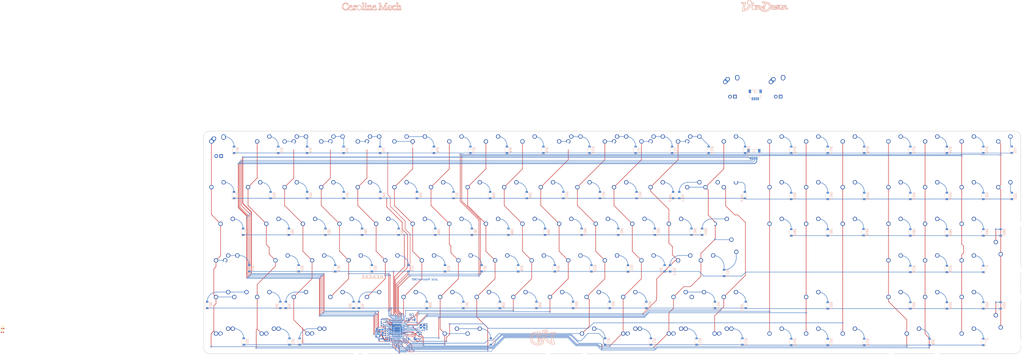
<source format=kicad_pcb>
(kicad_pcb (version 20221018) (generator pcbnew)
  (layers (0 "F.Cu" signal) (31 "B.Cu" signal) (34 "B.Paste" user) (35 "F.Paste" user) (36 "B.SilkS" user "B.Silkscreen") (37 "F.SilkS" user "F.Silkscreen") (38 "B.Mask" user) (39 "F.Mask" user) (44 "Edge.Cuts" user))
  (net 0 "")
  (net 1 "Net-(DA1-A)")
  (net 2 "Net-(DB1-A)")
  (net 3 "Net-(DC1-A)")
  (net 4 "Net-(DD1-A)")
  (net 5 "c1")
  (net 6 "Net-(DA2-A)")
  (net 7 "Net-(DB2-A)")
  (net 8 "Net-(DC2-A)")
  (net 9 "Net-(DD2-A)")
  (net 10 "Net-(DE1-A)")
  (net 11 "Net-(DA3-A)")
  (net 12 "Net-(DB3-A)")
  (net 13 "Net-(DC3-A)")
  (net 14 "Net-(DD3-A)")
  (net 15 "c2")
  (net 16 "Net-(DE3-A)")
  (net 17 "c3")
  (net 18 "Net-(DA4-A)")
  (net 19 "Net-(DA5-A)")
  (net 20 "Net-(DA6-A)")
  (net 21 "c4")
  (net 22 "c5")
  (net 23 "c6")
  (net 24 "Net-(DA7-A)")
  (net 25 "Net-(DA8-A)")
  (net 26 "Net-(DA9-A)")
  (net 27 "Net-(DA10-A)")
  (net 28 "Net-(DA11-A)")
  (net 29 "Net-(DA12-A)")
  (net 30 "Net-(DA13-A)")
  (net 31 "Net-(DA14-A)")
  (net 32 "Net-(DA15-A)")
  (net 33 "c7")
  (net 34 "c8")
  (net 35 "c9")
  (net 36 "c10")
  (net 37 "c11")
  (net 38 "c12")
  (net 39 "c13")
  (net 40 "c14")
  (net 41 "Net-(DA16-A)")
  (net 42 "c15")
  (net 43 "Net-(DB4-A)")
  (net 44 "Net-(DC4-A)")
  (net 45 "Net-(DD4-A)")
  (net 46 "Net-(DB5-A)")
  (net 47 "Net-(DC5-A)")
  (net 48 "Net-(DD5-A)")
  (net 49 "Net-(DB6-A)")
  (net 50 "Net-(DC6-A)")
  (net 51 "Net-(DD6-A)")
  (net 52 "Net-(DB7-A)")
  (net 53 "Net-(DC7-A)")
  (net 54 "Net-(DD7-A)")
  (net 55 "Net-(DB8-A)")
  (net 56 "Net-(DC8-A)")
  (net 57 "Net-(DD8-A)")
  (net 58 "Net-(DB9-A)")
  (net 59 "Net-(DC9-A)")
  (net 60 "Net-(DD9-A)")
  (net 61 "Net-(DB10-A)")
  (net 62 "Net-(DB11-A)")
  (net 63 "Net-(DB12-A)")
  (net 64 "Net-(DB13-A)")
  (net 65 "Net-(DC10-A)")
  (net 66 "Net-(DC11-A)")
  (net 67 "Net-(DC12-A)")
  (net 68 "Net-(DD10-A)")
  (net 69 "Net-(DD11-A)")
  (net 70 "Net-(DD12-A)")
  (net 71 "Net-(DC13-A)")
  (net 72 "Net-(DB14-A)")
  (net 73 "Net-(DE14-A)")
  (net 74 "Net-(DE15-A)")
  (net 75 "Net-(DE12-A)")
  (net 76 "Net-(DE7-A)")
  (net 77 "Net-(DD14-A)")
  (net 78 "Net-(DD15-A)")
  (net 79 "Net-(DA17-A)")
  (net 80 "Net-(DC14-A)")
  (net 81 "Net-(DE11-A)")
  (net 82 "rA")
  (net 83 "rB")
  (net 84 "rC")
  (net 85 "rD")
  (net 86 "rE")
  (net 87 "Net-(DE2-A)")
  (net 88 "+5V")
  (net 89 "GND")
  (net 90 "+3V3")
  (net 91 "Net-(U1-XIN)")
  (net 92 "Net-(C4-Pad1)")
  (net 93 "+1V1")
  (net 94 "Net-(D1-K)")
  (net 95 "/LED")
  (net 96 "D+")
  (net 97 "D-")
  (net 98 "Net-(J5-Pin_2)")
  (net 99 "/~{RESET}")
  (net 100 "/QSPI_~{CS}")
  (net 101 "Net-(U1-USB_DP)")
  (net 102 "Net-(U1-USB_DM)")
  (net 103 "Net-(U1-XOUT)")
  (net 104 "/VBUS_DET")
  (net 105 "c21")
  (net 107 "unconnected-(U1-SWD-Pad25)")
  (net 108 "/MISO")
  (net 109 "/QSPI_D3")
  (net 110 "/QSPI_SCLK")
  (net 111 "/QSPI_D0")
  (net 112 "/QSPI_D2")
  (net 113 "/QSPI_D1")
  (net 115 "Net-(DA18-A)")
  (net 116 "Net-(DA19-A)")
  (net 117 "Net-(DA20-A)")
  (net 118 "Net-(DA21-A)")
  (net 119 "Net-(DA22-A)")
  (net 120 "Net-(DB16-A)")
  (net 121 "Net-(DB17-A)")
  (net 122 "Net-(DB18-A)")
  (net 123 "Net-(DB19-A)")
  (net 124 "Net-(DB20-A)")
  (net 125 "Net-(DB21-A)")
  (net 126 "Net-(DB22-A)")
  (net 127 "Net-(DC19-A)")
  (net 128 "Net-(DC20-A)")
  (net 129 "Net-(DC21-A)")
  (net 130 "Net-(DD17-A)")
  (net 131 "Net-(DD19-A)")
  (net 132 "Net-(DD20-A)")
  (net 133 "Net-(DD21-A)")
  (net 134 "Net-(DD22-A)")
  (net 135 "Net-(DE8-A)")
  (net 136 "Net-(DE10-A)")
  (net 137 "Net-(DE16-A)")
  (net 138 "Net-(DE17-A)")
  (net 139 "Net-(DE18-A)")
  (net 140 "rF")
  (net 141 "Net-(DF1-A)")
  (net 142 "Net-(DF2-A)")
  (net 143 "Net-(DF3-A)")
  (net 144 "Net-(DF4-A)")
  (net 145 "Net-(DF5-A)")
  (net 146 "Net-(DF6-A)")
  (net 147 "Net-(DF7-A)")
  (net 148 "Net-(DF8-A)")
  (net 149 "Net-(DF9-A)")
  (net 150 "Net-(DF10-A)")
  (net 151 "Net-(DF11-A)")
  (net 152 "Net-(DF12-A)")
  (net 153 "Net-(DF13-A)")
  (net 154 "Net-(DF14-A)")
  (net 155 "Net-(DF16-A)")
  (net 156 "Net-(DF17-A)")
  (net 157 "Net-(DF18-A)")
  (net 158 "Net-(DF19-A)")
  (net 159 "Net-(DF20-A)")
  (net 160 "Net-(DF21-A)")
  (net 161 "Net-(DF22-A)")
  (net 162 "c16")
  (net 163 "c17")
  (net 164 "c18")
  (net 165 "c19")
  (net 166 "c20")
  (net 167 "c22")
  (footprint "MX_Only:MXOnly-2U-NoLED" (layer "F.Cu") (at 346.55125 88.10625)
    (fp_text reference "KA14.2")
    (fp_text value "Bspc")
  )
  (footprint "MX_Only:MXOnly-1U-NoLED" (layer "F.Cu") (at 246.53875 145.25625)
    (fp_text reference "KD9")
    (fp_text value "M")
  )
  (footprint "MX_Only:MXOnly-1U-NoLED" (layer "F.Cu") (at 356.07635 64.29375)
    (fp_text reference "KF14")
    (fp_text value "F13")
  )
  (footprint "MX_Only:MXOnly-1U-NoLED" (layer "F.Cu") (at 308.45125 107.15625)
    (fp_text reference "KB12")
    (fp_text value "[")
  )
  (footprint "MX_Only:MXOnly-1.25U-NoLED" (layer "F.Cu") (at 115.57 164.30625)
    (fp_text reference "KE2")
    (fp_text value "LWin")
  )
  (footprint "MX_Only:MXOnly-1U-NoLED" (layer "F.Cu") (at 441.80135 64.29375)
    (fp_text reference "KF19")
    (fp_text value "F17")
  )
  (footprint "MX_Only:MXOnly-1U-NoLED" (layer "F.Cu") (at 332.26375 126.20625)
    (fp_text reference "KC13")
    (fp_text value "#")
  )
  (footprint "MX_Only:MXOnly-1U-NoLED" (layer "F.Cu") (at 337.02635 64.29375)
    (fp_text reference "KF13.2")
    (fp_text value "F11")
  )
  (footprint "MX_Only:MXOnly-1U-NoLED" (layer "F.Cu") (at 460.85135 64.29375)
    (fp_text reference "KF20")
    (fp_text value "F18")
  )
  (footprint "MX_Only:MXOnly-1U-NoLED" (layer "F.Cu") (at 217.96375 126.20625)
    (fp_text reference "KC7")
    (fp_text value "H")
  )
  (footprint "MX_Only:MXOnly-1U-NoLED" (layer "F.Cu") (at 289.40125 107.15625)
    (fp_text reference "KB11")
    (fp_text value "P")
  )
  (footprint "MX_Only:MXOnly-1U-NoLED" (layer "F.Cu") (at 146.52625 88.10625)
    (fp_text reference "KA4")
    (fp_text value "3")
  )
  (footprint "MX_Only:MXOnly-1U-NoLED" (layer "F.Cu") (at 122.71375 126.20625)
    (fp_text reference "KC2")
    (fp_text value "A")
  )
  (footprint "MX_Only:MXOnly-1.25U-NoLED" (layer "F.Cu") (at 139.3825 164.30625)
    (fp_text reference "KE3")
    (fp_text value "LAlt")
  )
  (footprint "MX_Only:MXOnly-1U-NoLED" (layer "F.Cu") (at 275.11385 64.29375)
    (fp_text reference "KF10")
    (fp_text value "F9")
  )
  (footprint "MX_Only:MXOnly-1U-NoLED" (layer "F.Cu") (at 117.95125 164.30625)
    (fp_text reference "KE2.2")
    (fp_text value "LWin" hide)
  )
  (footprint "MX_Only:MXOnly-1U-NoLED" (layer "F.Cu") (at 141.76375 126.20625)
    (fp_text reference "KC3")
    (fp_text value "S")
  )
  (footprint "MX_Only:MXOnly-1U-NoLED" (layer "F.Cu") (at 460.85135 145.25625)
    (fp_text reference "KD20")
    (fp_text value "2")
  )
  (footprint "MX_Only:MXOnly-1U-NoLED" (layer "F.Cu") (at 479.90135 64.29375)
    (fp_text reference "KF21")
    (fp_text value "F19")
  )
  (footprint "MX_Only:MXOnly-1U-NoLED" (layer "F.Cu") (at 479.90135 126.20625)
    (fp_text reference "KC21")
    (fp_text value "6")
  )
  (footprint "MX_Only:MXOnly-1U-NoLED" (layer "F.Cu") (at 379.88885 64.29375)
    (fp_text reference "KF16")
    (fp_text value "F14")
  )
  (footprint "MX_Only:MXOnly-1U-NoLED" (layer "F.Cu") (at 117.95125 107.15625)
    (fp_text reference "KB2")
    (fp_text value "Q")
  )
  (footprint "MX_Only:MXOnly-1U-NoLED" (layer "F.Cu") (at 294.16385 64.29375)
    (fp_text reference "KF11")
    (fp_text value "F10")
  )
  (footprint "MX_Only:MXOnly-1U-NoLED" (layer "F.Cu") (at 156.05125 107.15625)
    (fp_text reference "KB4")
    (fp_text value "E")
  )
  (footprint "MX_Only:MXOnly-1U-NoLED" (layer "F.Cu") (at 132.23885 64.29375)
    (fp_text reference "KF3")
    (fp_text value "F2")
  )
  (footprint "MX_Only:MXOnly-1U-NoLED" (layer "F.Cu") (at 270.35135 64.29375)
    (fp_text reference "KF10.2")
    (fp_text value "F8")
  )
  (footprint "MX_Only:MXOnly-1U-NoLED" (layer "F.Cu") (at 479.90135 88.10625)
    (fp_text reference "KA21")
    (fp_text value "Multiply")
  )
  (footprint "MX_Only:MXOnly-1U-NoLED" (layer "F.Cu") (at 113.18885 64.29375)
    (fp_text reference "KF2")
    (fp_text value "F1")
  )
  (footprint "MX_Only:MXOnly-7U-ReversedStabilizers-NoLED" (layer "F.Cu") (at 222.72625 164.30625)
    (fp_text reference "KE7.2")
    (fp_text value "Space")
  )
  (footprint "MX_Only:MXOnly-1U-NoLED" (layer "F.Cu") (at 356.07625 145.25625)
    (fp_text reference "KD15")
    (fp_text value "Fn")
  )
  (footprint "MX_Only:MXOnly-1U-NoLED" (layer "F.Cu") (at 479.90135 107.15625)
    (fp_text reference "KB21")
    (fp_text value "9")
  )
  (footprint "MX_Only:MXOnly-1U-NoLED" (layer "F.Cu") (at 227.48875 145.25625)
    (fp_text reference "KD8")
    (fp_text value "N")
  )
  (footprint "MX_Only:MXOnly-1U-NoLED" (layer "F.Cu") (at 208.43875 145.25625)
    (fp_text reference "KD7")
    (fp_text value "B")
  )
  (footprint "MX_Only:MXOnly-1U-NoLED" (layer "F.Cu") (at 398.93885 88.10625)
    (fp_text reference "KA17")
    (fp_text value "Home")
  )
  (footprint "MX_Only:MXOnly-1U-NoLED" (layer "F.Cu") (at 170.33885 64.29375)
    (fp_text reference "KF5")
    (fp_text value "F4")
  )
  (footprint "MX_Alps_Hybrid:MX-1U" (layer "F.Cu") (at 89.37635 64.29375)
    (fp_text reference "MX_ESC1")
    (fp_text value "MX-1U")
  )
  (footprint "MX_Only:MXOnly-1U-NoLED" (layer "F.Cu") (at 256.06375 126.20625)
    (fp_text reference "KC9")
    (fp_text value "K")
  )
  (footprint "MX_Only:MXOnly-1U-NoLED" (layer "F.Cu") (at 460.85135 88.10625)
    (fp_text reference "KA20")
    (fp_text value "Divide")
  )
  (footprint "MX_Only:MXOnly-1.25U-NoLED" (layer "F.Cu") (at 353.695 164.30625)
    (fp_text reference "KE15")
    (fp_text value "Rctl" hide)
  )
  (footprint "MX_Only:MXOnly-1.25U-NoLED" (layer "F.Cu") (at 91.7575 126.20625)
    (fp_text reference "KC1.2")
    (fp_text value "Stepped")
  )
  (footprint "MX_Only:MXOnly-1U-NoLED" (layer "F.Cu") (at 441.80135 145.25625)
    (fp_text reference "KD19")
    (fp_text value "1")
  )
  (footprint "MX_Only:MXOnly-1.25U-NoLED" (layer "F.Cu") (at 91.7575 145.25625)
    (fp_text reference "KD1")
    (fp_text value "Lshift")
  )
  (footprint "MX_Only:MXOnly-1.5U-NoLED" (layer "F.Cu") (at 303.68875 164.30625)
    (fp_text reference "KE12.2")
    (fp_text value "Rwin")
  )
  (footprint "MX_Only:MXOnly-1U-NoLED" (layer "F.Cu") (at 194.15125 107.15625)
    (fp_text reference "KB6")
    (fp_text value "T")
  )
  (footprint "MX_Only:MXOnly-1U-NoLED" (layer "F.Cu") (at 317.97625 88.10625)
    (fp_text reference "KA13")
    (fp_text value "=")
  )
  (footprint "MX_Only:MXOnly-1U-NoLED" (layer "F.Cu") (at 379.88885 107.15625)
    (fp_text reference "KB16")
    (fp_text value "Del")
  )
  (footprint "MX_Only:MXOnly-1U-NoLED" (layer "F.Cu") (at 441.80135 88.10625)
    (fp_text reference "KA19")
    (fp_text value "Num")
  )
  (footprint "Connector_PinHeader_1.27mm:PinHeader_1x02_P1.27mm_Vertical" (layer "F.Cu") (at 192.785 164.59 90)
    (fp_text reference "J5" hide)
    (fp_text value "Conn_01x02" hide)
  )
  (footprint "MX_Only:MXOnly-1U-NoLED" (layer "F.Cu") (at 417.98885 88.10625)
    (fp_text reference "KA18")
    (fp_text value "PgUp")
  )
  (footprint "MX_Only:MXOnly-1U-NoLED" (layer "F.Cu") (at 398.93885 164.30625)
    (fp_text reference "KE17")
    (fp_text value "Down")
  )
  (footprint "MX_Only:MXOnly-1U-NoLED" (layer "F.Cu") (at 203.67625 88.10625)
    (fp_text reference "KA7")
    (fp_text value "6")
  )
  (footprint "MX_Only:MXOnly-1U-NoLED" (layer "F.Cu") (at 170.33875 145.25625)
    (fp_text reference "KD5")
    (fp_text value "C")
  )
  (footprint "MX_Only:MXOnly-1U-NoLED" (layer "F.Cu") (at 251.30125 107.15625)
    (fp_text reference "KB9")
    (fp_text value "I")
  )
  (footprint "MX_Only:MXOnly-1U-NoLED" (layer "F.Cu") (at 417.98885 164.30625)
    (fp_text reference "KE18")
    (fp_text value "Right")
  )
  (footprint "MX_Only:MXOnly-1U-NoLED" (layer "F.Cu") (at 165.57635 64.29375)
    (fp_text reference "KF5.2")
    (fp_text value "F3")
  )
  (footprint "MX_Only:MXOnly-1U-NoLED" (layer "F.Cu") (at 298.92635 64.29375)
    (fp_text reference "KF11.2")
    (fp_text value "F9")
  )
  (footprint "MX_Only:MXOnly-2.25U-NoLED" (layer "F.Cu") (at 344.17 126.20625)
    (fp_text reference "KC14")
    (fp_text value "Enter")
  )
  (footprint "MX_Only:MXOnly-1U-NoLED" (layer "F.Cu") (at 232.25125 107.15625)
    (fp_text reference "KB8")
    (fp_text value "U")
  )
  (footprint "MX_Only:MXOnly-1U-NoLED" (layer "F.Cu") (at 275.11375 126.20625)
    (fp_text reference "KC10")
    (fp_text value "L")
  )
  (footprint "MX_Only:MXOnly-1.25U-NoLED" (layer "F.Cu") (at 306.07 164.30625)
    (fp_text reference "KE12")
    (fp_text value "Rwin" hide)
  )
  (footprint "MX_Only:MXOnly-1U-NoLED" (layer "F.Cu") (at 332.26385 64.29375)
    (fp_text reference "KF13")
    (fp_text value "F12")
  )
  (footprint "MX_Only:MXOnly-2U-ReversedStabilizers-NoLED" (layer "F.Cu") (at 498.95135 116.68125 90)
    (fp_text reference "KB22")
    (fp_text value "+")
  )
  (footprint "MX_Only:MXOnly-1.75U-NoLED" (layer "F.Cu") (at 329.8825 145.25625)
    (fp_text reference "KD14")
    (fp_text value "Rsft" hide)
  )
  (footprint "MX_Only:MXOnly-1U-NoLED" (layer "F.Cu") (at 189.38875 145.25625)
    (fp_text reference "KD6")
    (fp_text value "V")
  )
  (footprint "MX_Only:MXOnly-1U-NoLED" (layer "F.Cu") (at 89.37635 64.29375)
    (fp_text reference "KF1")
    (fp_text value "Esc")
  )
  (footprint "MX_Only:MXOnly-1U-NoLED" (layer "F.Cu") (at 479.90135 164.30625)
    (fp_text reference "KE10")
    (fp_text value ".")
  )
  (footprint "MX_Only:MXOnly-1U-NoLED" (layer "F.Cu") (at 113.18875 145.25625)
    (fp_text reference "KD2")
    (fp_text value "\\")
  )
  (footprint "MX_Only:MXOnly-1U-NoLED" (layer "F.Cu") (at 165.57625 88.10625)
    (fp_text reference "KA5")
    (fp_text value "4")
  )
  (footprint "MX_Only:MXOnly-1U-NoLED" (layer "F.Cu") (at 284.63875 145.25625)
    (fp_text reference "KD11")
    (fp_text value ".")
  )
  (footprint "MX_Only:MXOnly-1U-NoLED" (layer "F.Cu") (at 213.20135 64.29375)
    (fp_text reference "KF7")
    (fp_text value "F6")
  )
  (footprint "MX_Only:MXOnly-1U-NoLED" (layer "F.Cu") (at 160.81375 126.20625)
    (fp_text reference "KC4")
    (fp_text value "D")
  )
  (footprint "MX_Only:MXOnly-1U-NoLED" (layer "F.Cu") (at 327.50125 164.30625)
    (fp_text reference "KE14.2")
    (fp_text value "RMenu")
  )
  (footprint "Resistor_SMD:R_0402_1005Metric" (layer "F.Cu") (at -23.24 161.11)
    (fp_text reference "R1")
    (fp_text value "1k")
  )
  (footprint "MX_Only:MXOnly-1U-NoLED" (layer "F.Cu") (at 398.93885 145.25625)
    (fp_text reference "KD17")
    (fp_text value "Up")
  )
  (footprint "MX_Only:MXOnly-1U-NoLED" (layer "F.Cu") (at 241.77625 88.10625)
    (fp_text reference "KA9")
    (fp_text value "8")
  )
  (footprint "MX_Only:MXOnly-1U-NoLED" (layer "F.Cu") (at 398.93885 64.29375)
    (fp_text reference "KF17")
    (fp_text value "F15")
  )
  (footprint "MX_Only:MXOnly-1U-NoLED" (layer "F.Cu") (at 498.95135 88.10625)
    (fp_text reference "KA22")
    (fp_text value "Minus")
  )
  (footprint "MX_Only:MXOnly-ISO-ROTATED-ReversedStabilizers-NoLED" (layer "F.Cu") (at 353.695 116.68125)
    (fp_text reference "KC14.2")
    (fp_text value "Enter" hide)
  )
  (footprint "MX_Only:MXOnly-1U-NoLED" (layer "F.Cu") (at 498.95135 64.29375)
    (fp_text reference "KF22")
    (fp_text value "F20")
  )
  (footprint "MX_Only:MXOnly-1U-NoLED" (layer "F.Cu") (at 313.21375 126.20625)
    (fp_text reference "KC12")
    (fp_text value "'")
  )
  (footprint "MX_Only:MXOnly-1U-NoLED" (layer "F.Cu") (at 213.20125 107.15625)
    (fp_text reference "KB7")
    (fp_text value "Y")
  )
  (footprint "MX_Only:MXOnly-1U-NoLED" (layer "F.Cu") (at 151.28885 64.29375)
    (fp_text reference "KF4")
    (fp_text value "F3")
  )
  (footprint "MX_Only:MXOnly-6.25U-ReversedStabilizers-NoLED" (layer "F.Cu") (at 210.82 164.30625)
    (fp_text reference "KE7")
    (fp_text value "Space")
  )
  (footprint "MX_Only:MXOnly-2.25U-NoLED" (layer "F.Cu") (at 101.2825 145.25625)
    (fp_text reference "KD1.2")
    (fp_text value "Lshift" hide)
  )
  (footprint "MX_Only:MXOnly-1U-NoLED" (layer "F.Cu") (at 194.15135 64.29375)
    (fp_text reference "KF6")
    (fp_text value "F5")
  )
  (footprint "MX_Only:MXOnly-1U-NoLED" (layer "F.Cu") (at 460.85135 107.15625)
    (fp_text reference "KB20")
    (fp_text value "8")
  )
  (footprint "MX_Only:MXOnly-1U-NoLED" (layer "F.Cu") (at 237.01375 126.20625)
    (fp_text reference "KC8")
    (fp_text value "J")
  )
  (footprint "MX_Only:MXOnly-1U-NoLED" (layer "F.Cu") (at 294.16375 126.20625)
    (fp_text reference "KC11")
    (fp_text value ";")
  )
  (footprint "MX_Only:MXOnly-1U-NoLED" (layer "F.Cu") (at 460.85135 126.20625)
    (fp_text reference "KC20")
    (fp_text value "5")
  )
  (footprint "MX_Only:MXOnly-1U-NoLED" (layer "F.Cu") (at 479.90135 145.25625)
    (fp_text reference "KD21")
    (fp_text value "3")
  )
  (footprint "MX_Only:MXOnly-1U-NoLED" (layer "F.Cu") (at 198.91375 126.20625)
    (fp_text reference "KC6")
    (fp_text value "G")
  )
  (footprint "MX_Only:MXOnly-1U-NoLED" (layer "F.Cu") (at 260.82625 88.10625)
    (fp_text reference "KA10")
    (fp_text value "9")
  )
  (footprint "MX_Only:MXOnly-1.5U-NoLED" (layer "F.Cu") (at 94.13875 107.15625)
    (fp_text reference "KB1")
    (fp_text value "Tab")
  )
  (footprint "MX_Only:MXOnly-1U-NoLED" (layer "F.Cu") (at 108.42625 88.10625)
    (fp_text reference "KA2")
    (fp_text value "1")
  )
  (footprint "MX_Only:MXOnly-1U-NoLED" (layer "F.Cu") (at 398.93885 107.15625)
    (fp_text reference "KB17")
    (fp_text value "End")
  )
  (footprint "LED_SMD:LED_0402_1005Metric" (layer "F.Cu") (at -23.005 159.12)
    (fp_text reference "D1")
    (fp_text value "LED")
  )
  (footprint "MX_Only:MXOnly-1U-NoLED" (layer "F.Cu") (at 184.62625 88.10625)
    (fp_text reference "KA6")
    (fp_text value "5")
  )
  (footprint "MX_Only:MXOnly-1U-NoLED" (layer "F.Cu") (at 127.47635 64.29375)
    (fp_text reference "KF3.2")
    (fp_text value "F1")
  )
  (footprint "MX_Only:MXOnly-1U-NoLED" (layer "F.Cu") (at 313.21385 64.29375)
    (fp_text reference "KF12")
    (fp_text value "F11")
  )
  (footprint "MX_Only:MXOnly-1U-NoLED" (layer "F.Cu") (at 337.02625 88.10625)
    (fp_text reference "KA14")
    (fp_text value "Bspc" hide)
  )
  (footprint "MX_Only:MXOnly-1.25U-NoLED" (layer "F.Cu") (at 329.8825 164.30625)
    (fp_text reference "KE14")
    (fp_text value "RMenu" hide)
  )
  (footprint "MX_Only:MXOnly-1U-NoLED" (layer "F.Cu") (at 251.30135 64.29375)
    (fp_text reference "KF9")
    (fp_text value "F8")
  )
  (footprint "MX_Only:MXOnly-1U-NoLED" (layer "F.Cu") (at 298.92625 88.10625)
    (fp_text reference "KA12")
    (fp_text value "-")
  )
  (footprint "MX_Only:MXOnly-2U-ReversedStabilizers-NoLED" (layer "F.Cu") (at 451.32635 164.30625)
    (fp_text reference "KE8")
    (fp_text value "0")
  )
  (footprint "MX_Only:MXOnly-1U-NoLED" (layer "F.Cu") (at 441.80135 126.20625)
    (fp_text reference "KC19")
    (fp_text value "4")
  )
  (footprint "MX_Only:MXOnly-1U-NoLED" (layer "F.Cu") (at 279.87625 88.10625)
    (fp_text reference "KA11")
    (fp_text value "10")
  )
  (footprint "MX_Only:MXOnly-1U-NoLED" (layer "F.Cu") (at 232.25135 64.29375)
    (fp_text reference "KF8")
    (fp_text value "F7")
  )
  (footprint "MX_Only:MXOnly-1U-NoLED" (layer "F.Cu") (at 132.23875 145.25625)
    (fp_text reference "KD3")
    (fp_text value "Z")
  )
  (footprint "MX_Only:MXOnly-1U-NoLED" (layer "F.Cu") (at 327.50125 107.15625)
    (fp_text reference "KB13")
    (fp_text value "]")
  )
  (footprint "MX_Only:MXOnly-1U-NoLED" (layer "F.Cu") (at 151.28875 145.25625)
    (fp_text reference "KD4")
    (fp_text value "X")
  )
  (footprint "MX_Only:MXOnly-1U-NoLED" (layer "F.Cu") (at 303.68875 145.25625)
    (fp_text reference "KD12")
    (fp_text value "/")
  )
  (footprint "MX_Only:MXOnly-1U-NoLED" (layer "F.Cu") (at 270.35125 107.15625)
    (fp_text reference "KB10")
    (fp_text value "O")
  )
  (footprint "MX_Alps_Hybrid:MX-1U" (layer "F.Cu") (at 380.5935 33.3625)
    (fp_text reference "MX_PRINT1")
    (fp_text value "MX-1U")
  )
  (footprint "MX_Only:MXOnly-1.25U-NoLED" (layer "F.Cu") (at 91.7575 164.30625)
    (fp_text reference "KE1")
    (fp_text value "LCtl")
  )
  (footprint "MX_Only:MXOnly-1U-NoLED" (layer "F.Cu") (at 175.10125 107.15625)
    (fp_text reference "KB5")
    (fp_text value "R")
  )
  (footprint "MX_Only:MXOnly-1U-NoLED" (layer "F.Cu") (at 137.00125 107.15625)
    (fp_text reference "KB3")
    (fp_text value "W")
  )
  (footprint "Connector_PinHeader_1.27mm:PinHeader_1x02_P1.27mm_Vertical" (layer "F.Cu") (at 190.205644 151.844846 -90)
    (fp_text reference "J5" hide)
    (fp_text value "Conn_01x02" hide)
  )
  (footprint "MX_Only:MXOnly-1.5U-NoLED" (layer "F.Cu") (at 351.31375 107.15625)
    (fp_text reference "KB14")
    (fp_text value "\\")
  )
  (footprint "MX_Only:MXOnly-1.5U-NoLED" (layer "F.Cu") (at 141.76375 164.30625)
    (fp_text reference "KE3.2")
    (fp_text value "LAlt" hide)
  )
  (footprint "MX_Only:MXOnly-1U-NoLED" (layer "F.Cu") (at 356.07625 88.10625)
    (fp_text reference "KA15")
    (fp_text value "`")
  )
  (footprint "MX_Only:MXOnly-1U-NoLED" (layer "F.Cu") (at 265.58875 145.25625)
    (fp_text reference "KD10")
    (fp_text value ",")
  )
  (footprint "MX_Only:MXOnly-1U-NoLED" (layer "F.Cu") (at 317.97635 64.29375)
    (fp_text reference "KF12.2")
    (fp_text value "F10")
  )
  (footprint "MX_Only:MXOnly-1.5U-NoLED" (layer "F.Cu") (at 351.31375 164.30625)
    (fp_text reference "KE15.2")
    (fp_text value "Rctl")
  )
  (footprint "MX_Only:MXOnly-1U-NoLED" (layer "F.Cu") (at 184.62635 64.29375)
    (fp_text reference "KF6.2")
    (fp_text value "F4")
  )
  (footprint "MX_Only:MXOnly-1.5U-NoLED" (layer "F.Cu") (at 94.13875 164.30625)
    (fp_text reference "KE1.2")
    (fp_text value "LCtl" hide)
  )
  (footprint "MX_Only:MXOnly-2U-ReversedStabilizers-NoLED" (layer "F.Cu") (at 498.95135 154.78125 90)
    (fp_text reference "KD22")
    (fp_text value "Return")
  )
  (footprint "MX_Only:MXOnly-1U-NoLED" (layer "F.Cu") (at 417.98885 64.29375)
    (fp_text reference "KF18")
    (fp_text value "F16")
  )
  (footprint "MX_Only:MXOnly-2.75U-NoLED" (layer "F.Cu") (at 339.4075 145.25625)
    (fp_text reference "KD14.2")
    (fp_text value "Rsft")
  )
  (footprint "MX_Only:MXOnly-1U-NoLED" (layer "F.Cu") (at 441.80135 107.15625)
    (fp_text reference "KB19")
    (fp_text value "7")
  )
  (footprint "MX_Only:MXOnly-1U-NoLED" (layer "F.Cu") (at 379.88885 88.10625)
    (fp_text reference "KA16")
    (fp_text value "Ins")
  )
  (footprint "MX_Only:MXOnly-1.25U-NoLED" (layer "F.Cu") (at 282.2575 164.30625)
    (fp_text reference "KE11")
    (fp_text value "AltGr")
  )
  (footprint "MX_Only:MXOnly-1.75U-NoLED" (layer "F.Cu") (at 96.52 126.20625)
    (fp_text reference "KC1")
    (fp_text value "Caps")
  )
  (footprint "MX_Alps_Hybrid:MX-1U" (layer "F.Cu") (at 356.781 33.3625)
    (fp_text reference "MX_FN12")
    (fp_text value "MX-1U")
  )
  (footprint "MX_Only:MXOnly-1U-NoLED" (layer "F.Cu") (at 127.47625 88.10625)
    (fp_text reference "KA3")
    (fp_text value "2")
  )
  (footprint "MX_Only:MXOnly-1U-NoLED" (layer "F.Cu") (at 417.98885 107.15625)
    (fp_text reference "KB18")
    (fp_text value "PgDn")
  )
  (footprint "MX_Only:MXOnly-1U-NoLED" (layer "F.Cu") (at 146.52635 64.29375)
    (fp_text reference "KF4.2")
    (fp_text value "F2")
  )
  (footprint "MX_Only:MXOnly-1U-NoLED" (layer "F.Cu") (at 89.37625 88.10625)
    (fp_text reference "KA1")
    (fp_text value "`")
  )
  (footprint "MX_Only:MXOnly-1U-NoLED" (layer "F.Cu") (at 179.86375 126.20625)
    (fp_text reference "KC5")
    (fp_text value "F")
  )
  (footprint "MX_Only:MXOnly-1U-NoLED" (layer "F.Cu") (at 379.88885 164.30625)
    (fp_text reference "KE16")
    (fp_text value "Left")
  )
  (footprint "MX_Only:MXOnly-1U-NoLED" (layer "F.Cu") (at 222.72625 88.10625)
    (fp_text reference "KA8")
    (fp_text value "7")
  )
  (footprint "montsinger:diode_smd" (layer "B.Cu") (at 468.37635 109.10625 90)
    (fp_text reference "DB20")
    (fp_text value "Diode")
  )
  (footprint "montsinger:diode_smd" (layer "B.Cu") (at 230.98125 165.89375 90)
    (fp_text reference "DE7")
    (fp_text value "Diode")
  )
  (footprint "montsinger:diode_smd" (layer "B.Cu") (at 487.37635 66.10625 90)
    (fp_text reference "DF21")
    (fp_text value "Diode")
  )
  (footprint "Capacitor_SMD:C_0402_1005Metric" (layer "B.Cu") (at 177.375 163.268751 -90)
    (fp_text reference "C6" hide)
    (fp_text value "1µ")
  )
  (footprint "montsinger:diode_smd" (layer "B.Cu") (at 202.08875 108.74375 90)
    (fp_text reference "DB6")
    (fp_text value "Diode")
  )
  (footprint "montsinger:diode_smd" (layer "B.Cu") (at 487.37635 166.10625 90)
    (fp_text reference "DE10")
    (fp_text value "Diode")
  )
  (footprint "montsinger:diode_smd" (layer "B.Cu") (at 125.88875 108.74375 90)
    (fp_text reference "DB2")
    (fp_text value "Diode")
  )
  (footprint "montsinger:diode_smd" (layer "B.Cu") (at 387.37635 109.10625 90)
    (fp_text reference "DB16")
    (fp_text value "Diode")
  )
  (footprint "0xLib_Package_DFN_QFN:USON-8-1EP_3x2mm_P0.5mm_EP0.25x1.65mm" (layer "B.Cu") (at 175.825 155.968751 -90)
    (fp_text reference "U2" hide)
    (fp_text value "GD25Q80CEIGR")
  )
  (footprint "montsinger:diode_smd" (layer "B.Cu") (at 496.37635 109.10625 90)
    (fp_text reference "DB22")
    (fp_text value "Diode")
  )
  (footprint "montsinger:diode_smd" (layer "B.Cu") (at 361.95 165.89375 90)
    (fp_text reference "DE15")
    (fp_text value "Diode")
  )
  (footprint "Button_Switch_SMD:SW_SPST_CK_KXT3" (layer "B.Cu") (at 189.825 154.61875 180)
    (fp_text reference "SW2" hide)
    (fp_text value "SW_Push")
  )
  (footprint "montsinger:diode_smd" (layer "B.Cu") (at 83.34375 146.84375 90)
    (fp_text reference "DD1")
    (fp_text value "Diode")
  )
  (footprint "montsinger:diode_smd" (layer "B.Cu") (at 363.2201 89.69375 90)
    (fp_text reference "DA15")
    (fp_text value "Diode")
  )
  (footprint "montsinger:diode_smd" (layer "B.Cu") (at 163.98875 108.74375 90)
    (fp_text reference "DB4")
    (fp_text value "Diode")
  )
  (footprint "Capacitor_SMD:C_0402_1005Metric" (layer "B.Cu") (at 197.69885 157.31625 -90)
    (fp_text reference "C3" hide)
    (fp_text value "15p")
  )
  (footprint "montsinger:diode_smd" (layer "B.Cu") (at 425.37635 66.10625 90)
    (fp_text reference "DF18")
    (fp_text value "Diode")
  )
  (footprint "montsinger:diode_smd" (layer "B.Cu") (at 425 109 90)
    (fp_text reference "DB18")
    (fp_text value "Diode")
  )
  (footprint "montsinger:diode_smd" (layer "B.Cu") (at 258.37635 66.10625 90)
    (fp_text reference "DF9")
    (fp_text value "Diode")
  )
  (footprint "Capacitor_SMD:C_0603_1608Metric" (layer "B.Cu") (at 174.675 160.468751 -90)
    (fp_text reference "C1" hide)
    (fp_text value "1µ")
  )
  (footprint "montsinger:jst" (layer "B.Cu") (at 367.92535 65.70125)
    (fp_text reference "J1")
    (fp_text value "SM04B-SRSS-TB(LF)(SN)")
  )
  (footprint "montsinger:diode_smd" (layer "B.Cu") (at 468.37635 128.10625 90)
    (fp_text reference "DC20")
    (fp_text value "Diode")
  )
  (footprint "Resistor_SMD:R_0402_1005Metric" (layer "B.Cu") (at 173.975 154.998751 -90)
    (fp_text reference "R9" hide)
    (fp_text value "10k")
  )
  (footprint "montsinger:diode_smd" (layer "B.Cu") (at 264.31875 127.79375 90)
    (fp_text reference "DC9")
    (fp_text value "Diode")
  )
  (footprint "montsinger:diode_smd" (layer "B.Cu") (at 173.51375 89.69375 90)
    (fp_text reference "DA5")
    (fp_text value "Diode")
  )
  (footprint "montsinger:diode_smd" (layer "B.Cu") (at 287.81375 89.69375 90)
    (fp_text reference "DA11")
    (fp_text value "Diode")
  )
  (footprint "Capacitor_SMD:C_0402_1005Metric" (layer "B.Cu") (at 173.974999 156.948751 -90)
    (fp_text reference "C10" hide)
    (fp_text value "100n")
  )
  (footprint "montsinger:diode_smd" (layer "B.Cu") (at 297.33875 108.74375 90)
    (fp_text reference "DB11")
    (fp_text value "Diode")
  )
  (footprint "montsinger:diode_smd" (layer "B.Cu") (at 406.37635 66.10625 90)
    (fp_text reference "DF17")
    (fp_text value "Diode")
  )
  (footprint "montsinger:diode_smd" (layer "B.Cu") (at 216.69375 146.84375 90)
    (fp_text reference "DD7")
    (fp_text value "Diode")
  )
  (footprint "Capacitor_SMD:C_0402_1005Metric" (layer "B.Cu") (at 178.825 165.318751)
    (fp_text reference "C5" hide)
    (fp_text value "1µ")
  )
  (footprint "montsinger:diode_smd" (layer "B.Cu") (at 340.9951 108.74375 90)
    (fp_text reference "DB14")
    (fp_text value "Diode")
  )
  (footprint "montsinger:diode_smd" (layer "B.Cu") (at 347.6625 146.84375 90)
    (fp_text reference "DD14")
    (fp_text value "Diode")
  )
  (footprint "montsinger:diode_smd" (layer "B.Cu") (at 273.84375 146.84375 90)
    (fp_text reference "DD10")
    (fp_text value "Diode")
  )
  (footprint "montsinger:diode_smd" (layer "B.Cu") (at 311.94375 146.84375 90)
    (fp_text reference "DD12")
    (fp_text value "Diode")
  )
  (footprint "montsinger:diode_smd" (layer "B.Cu") (at 387.37635 90.10625 90)
    (fp_text reference "DA16")
    (fp_text value "Diode")
  )
  (footprint "montsinger:diode_smd" (layer "B.Cu") (at 363.69635 146.83625 90)
    (fp_text reference "DD15")
    (fp_text value "Diode")
  )
  (footprint "Button_Switch_SMD:SW_SPST_CK_KXT3" (layer "B.Cu") (at 189.825 164.618751 180)
    (fp_text reference "SW1" hide)
    (fp_text value "SW_Push")
  )
  (footprint "montsinger:diode_smd" (layer "B.Cu") (at 239.37635 66.10625 90)
    (fp_text reference "DF8")
    (fp_text value "Diode")
  )
  (footprint "montsinger:diode_smd" (layer "B.Cu") (at 192.56375 89.69375 90)
    (fp_text reference "DA6")
    (fp_text value "Diode")
  )
  (footprint "montsinger:diode_smd" (layer "B.Cu") (at 282.37635 66.10625 90)
    (fp_text reference "DF10")
    (fp_text value "Diode")
  )
  (footprint "montsinger:diode_smd" (layer "B.Cu") (at 338.1375 165.89375 90)
    (fp_text reference "DE14")
    (fp_text value "Diode")
  )
  (footprint "montsinger:diode_smd" (layer "B.Cu") (at 183.03875 108.74375 90)
    (fp_text reference "DB5")
    (fp_text value "Diode")
  )
  (footprint "montsinger:diode_smd" (layer "B.Cu") (at 363.37635 66.10625 90)
    (fp_text reference "DF14")
    (fp_text value "Diode")
  )
  (footprint "montsinger:diode_smd" (layer "B.Cu") (at 135.37635 66.10625 90)
    (fp_text reference "DF3")
    (fp_text value "Diode")
  )
  (footprint "montsinger:diode_smd" (layer "B.Cu") (at 487.37635 128.10625 90)
    (fp_text reference "DC21")
    (fp_text value "Diode")
  )
  (footprint "montsinger:diode_smd" (layer "B.Cu") (at 449.37635 128.10625 90)
    (fp_text reference "DC19")
    (fp_text value "Diode")
  )
  (footprint "Crystal:Crystal_SMD_2520-4Pin_2.5x2.0mm" (layer "B.Cu") (at 195.44885 158.01625)
    (fp_text reference "Y1" hide)
    (fp_text value "Crystal_GND24")
  )
  (footprint "Resistor_SMD:R_0402_1005Metric" (layer "B.Cu") (at 187.125 164.61875 -90)
    (fp_text reference "R2" hide)
    (fp_text value "10k")
  )
  (footprint "montsinger:diode_smd" (layer "B.Cu") (at 406.37635 109.10625 90)
    (fp_text reference "DB17")
    (fp_text value "Diode")
  )
  (footprint "montsinger:diode_smd" (layer "B.Cu") (at 150.01875 127.79375 90)
    (fp_text reference "DC3")
    (fp_text value "Diode")
  )
  (footprint "montsinger:diode_smd" (layer "B.Cu") (at 306.37635 66.10625 90)
    (fp_text reference "DF11")
    (fp_text value "Diode")
  )
  (footprint "montsinger:diode_smd" (layer "B.Cu") (at 468.37635 147.10625 90)
    (fp_text reference "DD20")
    (fp_text value "Diode")
  )
  (footprint "montsinger:diode_smd" (layer "B.Cu") (at 245.26875 127.79375 90)
    (fp_text reference "DC8")
    (fp_text value "Diode")
  )
  (footprint "montsinger:diode_smd" (layer "B.Cu") (at 316.38875 108.74375 90)
    (fp_text reference "DB12")
    (fp_text value "Diode")
  )
  (footprint "montsinger:diode_smd" (layer "B.Cu") (at 230.66375 89.69375 90)
    (fp_text reference "DA8")
    (fp_text value "Diode")
  )
  (footprint "montsinger:diode_smd" (layer "B.Cu") (at 325.91375 89.69375 90)
    (fp_text reference "DA13")
    (fp_text value "Diode")
  )
  (footprint "montsinger:diode_smd" (layer "B.Cu") (at 159.54375 146.84375 90)
    (fp_text reference "DD4")
    (fp_text value "Diode")
  )
  (footprint "montsinger:diode_smd" (layer "B.Cu") (at 459.37635 166.10625 90)
    (fp_text reference "DE8")
    (fp_text value "Diode")
  )
  (footprint "montsinger:diode_smd" (layer "B.Cu") (at 124.30135 146.84375 90)
    (fp_text reference "DD3")
    (fp_text value "Diode")
  )
  (footprint "montsinger:diode_smd" (layer "B.Cu") (at 324.32635 127.79375 90)
    (fp_text reference "DC13")
    (fp_text value "Diode")
  )
  (footprint "montsinger:diode_smd" (layer "B.Cu") (at 207.16875 127.79375 90)
    (fp_text reference "DC6")
    (fp_text value "Diode")
  )
  (footprint "Capacitor_SMD:C_0402_1005Metric" (layer "B.Cu") (at 184.42 168.38 180)
    (fp_text reference "C13" hide)
    (fp_text value "100n")
  )
  (footprint "montsinger:diode_smd" (layer "B.Cu") (at 162.40135 146.84375 90)
    (fp_text reference "DD5")
    (fp_text value "Diode")
  )
  (footprint "montsinger:diode_smd" (layer "B.Cu") (at 302.41875 127.85625 90)
    (fp_text reference "DC11")
    (fp_text value "Diode")
  )
  (footprint "montsinger:diode_smd" (layer "B.Cu") (at 468.37635 66.10625 90)
    (fp_text reference "DF20")
    (fp_text value "Diode")
  )
  (footprint "random-keyboard-parts:JST-SR-4" (layer "B.Cu") (at 368.63 34.77)
    (fp_text reference "J2")
    (fp_text value "SM04B-SRSS-TB(LF)(SN)")
  )
  (footprint "montsinger:diode_smd" (layer "B.Cu") (at 449.37635 90.10625 90)
    (fp_text reference "DA19")
    (fp_text value "Diode")
  )
  (footprint "montsinger:diode_smd" (layer "B.Cu") (at 468.37635 90.10625 90)
    (fp_text reference "DA20")
    (fp_text value "Diode")
  )
  (footprint "montsinger:diode_smd" (layer "B.Cu") (at 502.22 90.08 90)
    (fp_text reference "DA22")
    (fp_text value "Diode")
  )
  (footprint "montsinger:diode_smd" (layer "B.Cu") (at 344.37635 66.10625 90)
    (fp_text reference "DF13")
    (fp_text value "Diode")
  )
  (footprint "Capacitor_SMD:C_0402_1005Metric" (layer "B.Cu") (at 176.625 159.318751 180)
    (fp_text reference "C7" hide)
    (fp_text value "100n")
  )
  (footprint "Capacitor_SMD:C_0402_1005Metric" (layer "B.Cu") (at 194.74885 161.716249 -90)
    (fp_text reference "C14" hide)
    (fp_text value "100n")
  )
  (footprint "Package_TO_SOT_SMD:SOT-23-5" (layer "B.Cu") (at 172.174999 162.06875 -90)
    (fp_text reference "U3" hide)
    (fp_text value "XC6210B332MR-G")
  )
  (footprint "montsinger:diode_smd" (layer "B.Cu") (at 116.36375 89.69375 90)
    (fp_text reference "DA2")
    (fp_text value "Diode")
  )
  (footprint "Capacitor_SMD:C_0402_1005Metric" (layer "B.Cu") (at 193.648849 161.71625 -90)
    (fp_text reference "C8" hide)
    (fp_text value "100n")
  )
  (footprint "montsinger:diode_smd" (layer "B.Cu") (at 130.96875 127.79375 90)
    (fp_text reference "DC2")
    (fp_text value "Diode")
  )
  (footprint "montsinger:diode_smd" (layer "B.Cu") (at 254.79375 146.84375 90)
    (fp_text reference "DD9")
    (fp_text value "Diode")
  )
  (footprint "Resistor_SMD:R_0402_1005Metric" (layer "B.Cu") (at 176.325 163.268751 90)
    (fp_text reference "R10" hide)
    (fp_text value "5.1k")
  )
  (footprint "montsinger:diode_smd" (layer "B.Cu") (at 314.325 165.89375 90)
    (fp_text reference "DE12")
    (fp_text value "Diode")
  )
  (footprint "montsinger:diode_smd" (layer "B.Cu") (at 387.37635 66.10625 90)
    (fp_text reference "DF16")
    (fp_text value "Diode")
  )
  (footprint "montsinger:diode_smd" (layer "B.Cu") (at 226.21875 127.79375 90)
    (fp_text reference "DC7")
    (fp_text value "Diode")
  )
  (footprint "Resistor_SMD:R_0402_1005Metric" (layer "B.Cu") (at 176.835 164.818751 180)
    (fp_text reference "R11" hide)
    (fp_text value "10k")
  )
  (footprint "montsinger:diode_smd" (layer "B.Cu") (at 135.41375 89.69375 90)
    (fp_text reference "DA3")
    (fp_text value "Diode")
  )
  (footprint "montsinger:diode_smd" (layer "B.Cu") (at 449.37635 109.10625 90)
    (fp_text reference "DB19")
    (fp_text value "Diode")
  )
  (footprint "montsinger:diode_smd" (layer "B.Cu") (at 335.43875 108.74375 90)
    (fp_text reference "DB13")
    (fp_text value "Diode")
  )
  (footprint "Capacitor_SMD:C_0402_1005Metric" (layer "B.Cu") (at 178.924999 154.91875 180)
    (fp_text reference "C12" hide)
    (fp_text value "100n")
  )
  (footprint "montsinger:diode_smd" (layer "B.Cu") (at 406.37635 147.10625 90)
    (fp_text reference "DD17")
    (fp_text value "Diode")
  )
  (footprint "montsinger:diode_smd" (layer "B.Cu") (at 425.37635 90.10625 90)
    (fp_text reference "DA18")
    (fp_text value "Diode")
  )
  (footprint "montsinger:diode_smd" (layer "B.Cu") (at 425.37635 166.10625 90)
    (fp_text reference "DE18")
    (fp_text value "Diode")
  )
  (footprint "montsinger:diode_smd" (layer "B.Cu") (at 97.31375 89.69375 90)
    (fp_text reference "DA1")
    (fp_text value "Diode")
  )
  (footprint "Capacitor_SMD:C_0402_1005Metric" (layer "B.Cu") (at 184.08635 151.53625)
    (fp_text reference "C9" hide)
    (fp_text value "100n")
  )
  (footprint "montsinger:diode_smd" (layer "B.Cu") (at 502.14 66.03 90)
    (fp_text reference "DF22")
    (fp_text value "Diode")
  )
  (footprint "Capacitor_SMD:C_0603_1608Metric" (layer "B.Cu") (at 174.675 163.568751 90)
    (fp_text reference "C2" hide)
    (fp_text value "1µ")
  )
  (footprint "montsinger:diode_smd" (layer "B.Cu") (at 292.89375 146.84375 90)
    (fp_text reference "DD11")
    (fp_text value "Diode")
  )
  (footprint "montsinger:diode_smd" (layer "B.Cu") (at 249.71375 89.69375 90)
    (fp_text reference "DA9")
    (fp_text value "Diode")
  )
  (footprint "Resistor_SMD:R_0402_1005Metric" (layer "B.Cu") (at 187.125 154.518751 90)
    (fp_text reference "R3" hide)
    (fp_text value "1k")
  )
  (footprint "montsinger:diode_smd" (layer "B.Cu") (at 169.06875 127.79375 90)
    (fp_text reference "DC4")
    (fp_text value "Diode")
  )
  (footprint "montsinger:diode_smd" (layer "B.Cu") (at 154.46375 89.69375 90)
    (fp_text reference "DA4")
    (fp_text value "Diode")
  )
  (footprint "montsinger:diode_smd" (layer "B.Cu") (at 496.37635 147.10625 90)
    (fp_text reference "DD22")
    (fp_text value "Diode")
  )
  (footprint "montsinger:diode_smd" (layer "B.Cu") (at 188.11875 127.79375 90)
    (fp_text reference "DC5")
    (fp_text value "Diode")
  )
  (footprint "montsinger:diode_smd" (layer "B.Cu") (at 325.37635 66.10625 90)
    (fp_text reference "DF12")
    (fp_text value "Diode")
  )
  (footprint "montsinger:diode_smd" (layer "B.Cu") (at 306.86375 89.69375 90)
    (fp_text reference "DA12")
    (fp_text value "Diode")
  )
  (footprint "montsinger:diode_smd" (layer "B.Cu") (at 131.445 165.89375 90)
    (fp_text reference "DE3")
    (fp_text value "Diode")
  )
  (footprint "montsinger:diode_smd" (layer "B.Cu") (at 102.07635 108.74375 90)
    (fp_text reference "DB1")
    (fp_text value "Diode")
  )
  (footprint "Resistor_SMD:R_0402_1005Metric" (layer "B.Cu") (at 176.725 161.718751)
    (fp_text reference "R7" hide)
    (fp_text value "27")
  )
  (footprint "montsinger:diode_smd" (layer "B.Cu") (at 235.74375 146.84375 90)
    (fp_text reference "DD8")
    (fp_text value "Diode")
  )
  (footprint "montsinger:diode_smd" (layer "B.Cu") (at 406.37635 90.10625 90)
    (fp_text reference "DA17")
    (fp_text value "Diode")
  )
  (footprint "montsinger:diode_smd" (layer "B.Cu") (at 406.37635 166.10625 90)
    (fp_text reference "DE17")
    (fp_text value "Diode")
  )
  (footprint "montsinger:diode_smd" (layer "B.Cu") (at 126.20625 165.89375 90)
    (fp_text reference "DE2")
    (fp_text value "Diode")
  )
  (footprint "montsinger:diode_smd" (layer "B.Cu") (at 220.37635 66.10625 90)
    (fp_text reference "DF7")
    (fp_text value "Diode")
  )
  (footprint "montsinger:diode_smd" (layer "B.Cu") (at 487.37635 90.10625 90)
    (fp_text reference "DA21")
    (fp_text value "Diode")
  )
  (footprint "montsinger:diode_smd" (layer "B.Cu") (at 102.39375 165.89375 90)
    (fp_text reference "DE1")
    (fp_text value "Diode")
  )
  (footprint "montsinger:diode_smd" (layer "B.Cu") (at 487.37635 109.10625 90)
    (fp_text reference "DB21")
    (fp_text value "Diode")
  )
  (footprint "montsinger:diode_smd" (layer "B.Cu") (at 221.13875 108.74375 90)
    (fp_text reference "DB7")
    (fp_text value "Diode")
  )
  (footprint "Resistor_SMD:R_0402_1005Metric" (layer "B.Cu") (at 195.848849 160.06625 180)
    (fp_text reference "R8" hide)
    (fp_text value "1k")
  )
  (footprint "montsinger:diode_smd" (layer "B.Cu") (at 154.37635 66.10625 90)
    (fp_text reference "DF4")
    (fp_text value "Diode")
  )
  (footprint "Capacitor_SMD:C_0402_1005Metric" (layer "B.Cu") (at 197.69885 159.31625 90)
    (fp_text reference "C4" hide)
    (fp_text value "15p")
  )
  (footprint "montsinger:diode_smd" (layer "B.Cu") (at 449.37635 66.10625 90)
    (fp_text reference "DF19")
    (fp_text value "Diode")
  )
  (footprint "montsinger:diode_smd" (layer "B.Cu") (at 283.36875 127.79375 90)
    (fp_text reference "DC10")
    (fp_text value "Diode")
  )
  (footprint "montsinger:diode_smd" (layer "B.Cu") (at 387.37635 166.10625 90)
    (fp_text reference "DE16")
    (fp_text value "Diode")
  )
  (footprint "montsinger:diode_smd" (layer "B.Cu") (at 173.37635 66.10625 90)
    (fp_text reference "DF5")
    (fp_text value "Diode")
  )
  (footprint "montsinger:diode_smd" (layer "B.Cu") (at 121.44375 146.84375 90)
    (fp_text reference "DD2")
    (fp_text value "Diode")
  )
  (footprint "montsinger:diode_smd" (layer "B.Cu") (at 321.46875 127.79375 90)
    (fp_text reference "DC12")
    (fp_text value "Diode")
  )
  (footprint "Capacitor_SMD:C_0402_1005Metric" (layer "B.Cu") (at 178.825 164.31875)
    (fp_text reference "C11" hide)
    (fp_text value "100n")
  )
  (footprint "montsinger:diode_smd" (layer "B.Cu") (at 352.425 130.175 90)
    (fp_text reference "DC14")
    (fp_text value "Diode")
  )
  (footprint "montsinger:diode_smd" (layer "B.Cu") (at 97.37635 66.10625 90)
    (fp_text reference "DF1")
    (fp_text value "Diode")
  )
  (footprint "montsinger:diode_smd" (layer "B.Cu") (at 197.64375 146.84375 90)
    (fp_text reference "DD6")
    (fp_text value "Diode")
  )
  (footprint "montsinger:diode_smd" (layer "B.Cu") (at 259.23875 108.74375 90)
    (fp_text reference "DB9")
    (fp_text value "Diode")
  )
  (footprint "montsinger:diode_smd" (layer "B.Cu") (at 120.37635 66.10625 90)
    (fp_text reference "DF2")
    (fp_text value "Diode")
  )
  (footprint "montsinger:diode_smd" (layer "B.Cu") (at 487.37635 147.10625 90)
    (fp_text reference "DD21")
    (fp_text value "Diode")
  )
  (footprint "montsinger:diode_smd" (layer "B.Cu") (at 290.5125 165.89375 90)
    (fp_text reference "DE11")
    (fp_text value "Diode")
  )
  (footprint "0xLib_Package_DFN_QFN:QFN-56-1EP_7x7mm_P0.4mm_EP3.2x3.2mm" (layer "B.Cu") (at 182.225 159.61875 -90)
    (fp_text reference "U1" hide)
    (fp_text value "RP2040")
  )
  (footprint "montsinger:diode_smd" (layer "B.Cu") (at 278.28875 108.74375 90)
    (fp_text reference "DB10")
    (fp_text value "Diode")
  )
  (footprint "montsinger:diode_smd" (layer "B.Cu") (at 144.93875 108.74375 90)
    (fp_text reference "DB3")
    (fp_text value "Diode")
  )
  (footprint "montsinger:diode_smd" (layer "B.Cu") (at 240.18875 108.74375 90)
    (fp_text reference "DB8")
    (fp_text value "Diode")
  )
  (footprint "montsinger:diode_smd" (layer "B.Cu") (at 449.37635 147.10625 90)
    (fp_text reference "DD19")
    (fp_text value "Diode")
  )
  (footprint "Resistor_SMD:R_0402_1005Metric" (layer "B.Cu") (at 176.725 160.618751)
    (fp_text reference "R6" hide)
    (fp_text value "27")
  )
  (footprint "montsinger:diode_smd" (layer "B.Cu") (at 201.37635 66.10625 90)
    (fp_text reference "DF6")
    (fp_text value "Diode")
  )
  (footprint "montsinger:diode_smd" (layer "B.Cu") (at 211.61375 89.69375 90)
    (fp_text reference "DA7")
    (fp_text value "Diode")
  )
  (footprint "montsinger:diode_smd" (layer "B.Cu") (at 268.76375 89.69375 90)
    (fp_text reference "DA10")
    (fp_text value "Diode")
  )
  (footprint "montsinger:diode_smd" (layer "B.Cu") (at 329.08875 89.69375 90)
    (fp_text reference "DA14")
    (fp_text value "Diode")
  )
  (footprint "montsinger:diode_smd" (layer "B.Cu") (at 105.25135 127.79375 90)
    (fp_text reference "DC1")
    (fp_text value "Diode")
  )
  (gr_curve (pts (xy 182.76026 -6.97664) (xy 182.740493 -6.979688) (xy 182.720928 -6.984392) (xy 182.702301 -6.992003)) (stroke (width 0.25)) (layer "B.SilkS"))
  (gr_curve (pts (xy 373.568976 -7.254171) (xy 373.571558 -7.269581) (xy 373.573487 -7.285065) (xy 373.574781 -7.300614)) (stroke (width 0.25)) (layer "B.SilkS"))
  (gr_curve (pts (xy 368.33941 -8.956078) (xy 368.327915 -8.963997) (xy 368.316356 -8.971828) (xy 368.304578 -8.979299)) (stroke (width 0.25)) (layer "B.SilkS"))
  (gr_curve (pts (xy 382.533255 -8.932857) (xy 382.505422 -8.953127) (xy 382.476403 -8.971697) (xy 382.446177 -8.988007)) (stroke (width 0.25)) (layer "B.SilkS"))
  (gr_curve (pts (xy 171.170685 -7.091161) (xy 171.169919 -7.105138) (xy 171.169167 -7.119092) (xy 171.16859 -7.13306)) (stroke (width 0.25)) (layer "B.SilkS"))
  (gr_curve (pts (xy 377.507841 -6.936818) (xy 377.56931 -6.925119) (xy 377.632039 -6.919986) (xy 377.694576 -6.920369)) (stroke (width 0.25)) (layer "B.SilkS"))
  (gr_curve (pts (xy 372.247313 -10.822468) (xy 372.242564 -10.810187) (xy 372.238467 -10.797646) (xy 372.235702 -10.784733)) (stroke (width 0.25)) (layer "B.SilkS"))
  (gr_curve (pts (xy 364.527293 -10.514789) (xy 364.52774 -10.475346) (xy 364.530378 -10.435926) (xy 364.535033 -10.396749)) (stroke (width 0.25)) (layer "B.SilkS"))
  (gr_curve (pts (xy 263.072522 167.252569) (xy 262.97472 167.237141) (xy 262.877422 167.218545) (xy 262.780576 167.197829)) (stroke (width 0.25)) (layer "B.SilkS"))
  (gr_curve (pts (xy 182.113632 -9.855043) (xy 182.1147 -9.821525) (xy 182.11602 -9.788038) (xy 182.115029 -9.754488)) (stroke (width 0.25)) (layer "B.SilkS"))
  (gr_curve (pts (xy 172.91978 -9.987022) (xy 172.933423 -9.983897) (xy 172.946896 -9.980045) (xy 172.960281 -9.97585)) (stroke (width 0.25)) (layer "B.SilkS"))
  (gr_curve (pts (xy 257.285736 161.809862) (xy 257.325558 161.834604) (xy 257.366585 161.857372) (xy 257.408249 161.878938)) (stroke (width 0.25)) (layer "B.SilkS"))
  (gr_curve (pts (xy 173.037095 -7.132361) (xy 173.031471 -7.120004) (xy 173.02518 -7.107915) (xy 173.017542 -7.096748)) (stroke (width 0.25)) (layer "B.SilkS"))
  (gr_curve (pts (xy 372.74076 -5.95186) (xy 372.79237 -5.938593) (xy 372.844318 -5.926666) (xy 372.896534 -5.91606)) (stroke (width 0.25)) (layer "B.SilkS"))
  (gr_curve (pts (xy 381.045175 -7.60926) (xy 381.056502 -7.572685) (xy 381.070147 -7.536831) (xy 381.085812 -7.501862)) (stroke (width 0.25)) (layer "B.SilkS"))
  (gr_curve (pts (xy 157.825424 -8.68818) (xy 157.870028 -8.703538) (xy 157.917217 -8.711011) (xy 157.964386 -8.710525)) (stroke (width 0.25)) (layer "B.SilkS"))
  (gr_curve (pts (xy 178.183585 -9.01708) (xy 178.150273 -9.005682) (xy 178.117607 -8.9924) (xy 178.085823 -8.977277)) (stroke (width 0.25)) (layer "B.SilkS"))
  (gr_curve (pts (xy 368.953799 -8.822558) (xy 368.964549 -8.85382) (xy 368.967577 -8.886566) (xy 368.96928 -8.919312)) (stroke (width 0.25)) (layer "B.SilkS"))
  (gr_curve (pts (xy 379.1575 -8.004984) (xy 379.132949 -7.985901) (xy 379.10995 -7.964868) (xy 379.088805 -7.942094)) (stroke (width 0.25)) (layer "B.SilkS"))
  (gr_curve (pts (xy 173.064329 -7.218951) (xy 173.06103 -7.20319) (xy 173.057308 -7.187498) (xy 173.052457 -7.172165)) (stroke (width 0.25)) (layer "B.SilkS"))
  (gr_curve (pts (xy 167.414515 -8.929094) (xy 167.418192 -8.973577) (xy 167.422723 -9.017986) (xy 167.426386 -9.06247)) (stroke (width 0.25)) (layer "B.SilkS"))
  (gr_curve (pts (xy 182.536105 -6.707095) (xy 182.591278 -6.706239) (xy 182.646444 -6.70505) (xy 182.701603 -6.703604)) (stroke (width 0.25)) (layer "B.SilkS"))
  (gr_curve (pts (xy 171.153227 -8.625332) (xy 171.149007 -8.644944) (xy 171.143726 -8.664339) (xy 171.137166 -8.683291)) (stroke (width 0.25)) (layer "B.SilkS"))
  (gr_curve (pts (xy 366.405292 -11.328492) (xy 366.386742 -11.355684) (xy 366.366736 -11.381886) (xy 366.345305 -11.406863)) (stroke (width 0.25)) (layer "B.SilkS"))
  (gr_curve (pts (xy 166.864253 -8.864152) (xy 166.840727 -8.85709) (xy 166.816937 -8.850929) (xy 166.793026 -8.845298)) (stroke (width 0.25)) (layer "B.SilkS"))
  (gr_curve (pts (xy 364.842712 -11.340103) (xy 364.818075 -11.312306) (xy 364.794296 -11.283738) (xy 364.772081 -11.253991)) (stroke (width 0.25)) (layer "B.SilkS"))
  (gr_curve (pts (xy 251.567504 163.127529) (xy 251.583953 163.071362) (xy 251.602313 163.015744) (xy 251.622244 162.960702)) (stroke (width 0.25)) (layer "B.SilkS"))
  (gr_curve (pts (xy 259.361941 160.679874) (xy 259.406914 160.684416) (xy 259.450715 160.696842) (xy 259.49097 160.717671)) (stroke (width 0.25)) (layer "B.SilkS"))
  (gr_curve (pts (xy 180.04945 -8.7622) (xy 180.018423 -8.734895) (xy 179.988865 -8.705927) (xy 179.960765 -8.67561)) (stroke (width 0.25)) (layer "B.SilkS"))
  (gr_curve (pts (xy 377.774882 -8.806109) (xy 377.779237 -8.820571) (xy 377.78324 -8.83514) (xy 377.78746 -8.849649)) (stroke (width 0.25)) (layer "B.SilkS"))
  (gr_curve (pts (xy 183.739979 -8.936077) (xy 183.721431 -8.950214) (xy 183.702083 -8.963307) (xy 183.68202 -8.975182)) (stroke (width 0.25)) (layer "B.SilkS"))
  (gr_curve (pts (xy 169.477301 -8.226602) (xy 169.48308 -8.214864) (xy 169.489589 -8.203461) (xy 169.497552 -8.193083)) (stroke (width 0.25)) (layer "B.SilkS"))
  (gr_curve (pts (xy 176.492994 -10.261455) (xy 176.451324 -10.261372) (xy 176.40965 -10.261146) (xy 176.367998 -10.262154)) (stroke (width 0.25)) (layer "B.SilkS"))
  (gr_curve (pts (xy 177.98387 -7.50316) (xy 177.977273 -7.528052) (xy 177.971873 -7.553257) (xy 177.967111 -7.578577)) (stroke (width 0.25)) (layer "B.SilkS"))
  (gr_curve (pts (xy 374.986425 -6.094088) (xy 375.053226 -6.120069) (xy 375.119192 -6.148243) (xy 375.183804 -6.179232)) (stroke (width 0.25)) (layer "B.SilkS"))
  (gr_curve (pts (xy 373.448033 -7.911133) (xy 373.432649 -7.938546) (xy 373.416321 -7.965435) (xy 373.398688 -7.991439)) (stroke (width 0.25)) (layer "B.SilkS"))
  (gr_curve (pts (xy 365.583849 -7.894684) (xy 365.683067 -8.01792) (xy 365.777518 -8.144979) (xy 365.866371 -8.275896)) (stroke (width 0.25)) (layer "B.SilkS"))
  (gr_curve (pts (xy 251.486698 163.471608) (xy 251.497031 163.413048) (xy 251.509538 163.354866) (xy 251.523191 163.296962)) (stroke (width 0.25)) (layer "B.SilkS"))
  (gr_curve (pts (xy 171.323613 -7.016443) (xy 171.312457 -7.010368) (xy 171.301096 -7.00465) (xy 171.289396 -6.999684)) (stroke (width 0.25)) (layer "B.SilkS"))
  (gr_curve (pts (xy 161.470563 -8.409557) (xy 161.452873 -8.373762) (xy 161.436841 -8.337149) (xy 161.42238 -8.299923)) (stroke (width 0.25)) (layer "B.SilkS"))
  (gr_line (start 165.357316 -8.81946) (end 165.357316 -8.621143) (stroke (width 0.25)) (layer "B.SilkS"))
  (gr_curve (pts (xy 379.719642 -7.480576) (xy 379.662551 -7.491711) (xy 379.607007 -7.510127) (xy 379.55516 -7.536694)) (stroke (width 0.25)) (layer "B.SilkS"))
  (gr_curve (pts (xy 260.180432 160.202855) (xy 260.216634 160.237924) (xy 260.251254 160.274602) (xy 260.284699 160.312335)) (stroke (width 0.25)) (layer "B.SilkS"))
  (gr_line (start 173.497974 -9.246822) (end 174.690675 -6.654722) (stroke (width 0.25)) (layer "B.SilkS"))
  (gr_curve (pts (xy 373.063919 -8.554548) (xy 373.115917 -8.529097) (xy 373.165672 -8.499458) (xy 373.213888 -8.46747)) (stroke (width 0.25)) (layer "B.SilkS"))
  (gr_curve (pts (xy 169.860669 -8.201463) (xy 169.872244 -8.213372) (xy 169.882461 -8.226554) (xy 169.891394 -8.240568)) (stroke (width 0.25)) (layer "B.SilkS"))
  (gr_curve (pts (xy 166.455746 -6.967562) (xy 166.420834 -6.967813) (xy 166.385891 -6.968298) (xy 166.351 -6.969657)) (stroke (width 0.25)) (layer "B.SilkS"))
  (gr_curve (pts (xy 383.484349 -9.029612) (xy 383.4679 -9.030583) (xy 383.451464 -9.03181) (xy 383.435005 -9.032514)) (stroke (width 0.25)) (layer "B.SilkS"))
  (gr_curve (pts (xy 177.753431 -8.718207) (xy 177.729747 -8.689866) (xy 177.7076 -8.660235) (xy 177.687092 -8.629522)) (stroke (width 0.25)) (layer "B.SilkS"))
  (gr_curve (pts (xy 376.621572 -8.862227) (xy 376.616088 -8.90656) (xy 376.60998 -8.950813) (xy 376.602221 -8.99478)) (stroke (width 0.25)) (layer "B.SilkS"))
  (gr_curve (pts (xy 176.087979 -7.043677) (xy 176.078626 -7.035595) (xy 176.068524 -7.028424) (xy 176.057952 -7.02203)) (stroke (width 0.25)) (layer "B.SilkS"))
  (gr_curve (pts (xy 169.052733 -6.700112) (xy 169.087414 -6.699665) (xy 169.122094 -6.699039) (xy 169.15678 -6.699414)) (stroke (width 0.25)) (layer "B.SilkS"))
  (gr_curve (pts (xy 179.040402 -6.776925) (xy 179.080425 -6.80445) (xy 179.118462 -6.834849) (xy 179.154924 -6.867006)) (stroke (width 0.25)) (layer "B.SilkS"))
  (gr_curve (pts (xy 256.349423 164.009883) (xy 256.319429 164.032419) (xy 256.288335 164.051194) (xy 256.252977 164.064623)) (stroke (width 0.25)) (layer "B.SilkS"))
  (gr_curve (pts (xy 381.109033 -8.391034) (xy 381.093211 -8.354934) (xy 381.079147 -8.318072) (xy 381.066461 -8.280734)) (stroke (width 0.25)) (layer "B.SilkS"))
  (gr_curve (pts (xy 154.417009 -7.563214) (xy 154.390885 -7.607093) (xy 154.366464 -7.651976) (xy 154.344385 -7.697986)) (stroke (width 0.25)) (layer "B.SilkS"))
  (gr_curve (pts (xy 256.874665 164.198866) (xy 256.96515 164.203531) (xy 257.056323 164.20932) (xy 257.145758 164.224933)) (stroke (width 0.25)) (layer "B.SilkS"))
  (gr_curve (pts (xy 183.509539 -7.045772) (xy 183.503732 -7.031255) (xy 183.495551 -7.017438) (xy 183.4844 -7.006667)) (stroke (width 0.25)) (layer "B.SilkS"))
  (gr_curve (pts (xy 184.211333 -6.975243) (xy 184.198924 -6.976847) (xy 184.18657 -6.978888) (xy 184.174323 -6.981528)) (stroke (width 0.25)) (layer "B.SilkS"))
  (gr_curve (pts (xy 158.541184 -6.623997) (xy 158.586464 -6.60492) (xy 158.635913 -6.595446) (xy 158.685034 -6.596065)) (stroke (width 0.25)) (layer "B.SilkS"))
  (gr_curve (pts (xy 382.97639 -8.264286) (xy 382.961262 -8.214366) (xy 382.942972 -8.165451) (xy 382.923175 -8.117219)) (stroke (width 0.25)) (layer "B.SilkS"))
  (gr_curve (pts (xy 167.462 -7.024823) (xy 167.449975 -7.036393) (xy 167.440273 -7.050387) (xy 167.432671 -7.065324)) (stroke (width 0.25)) (layer "B.SilkS"))
  (gr_curve (pts (xy 369.651397 -7.308354) (xy 369.665144 -7.382577) (xy 369.674518 -7.457462) (xy 369.687196 -7.531856)) (stroke (width 0.25)) (layer "B.SilkS"))
  (gr_curve (pts (xy 262.212324 167.042733) (xy 262.118882 167.011352) (xy 262.026215 166.977682) (xy 261.934715 166.941073)) (stroke (width 0.25)) (layer "B.SilkS"))
  (gr_curve (pts (xy 154.921881 -7.05904) (xy 154.881234 -7.082534) (xy 154.841897 -7.108292) (xy 154.803868 -7.135853)) (stroke (width 0.25)) (layer "B.SilkS"))
  (gr_curve (pts (xy 181.336421 -8.973785) (xy 181.299941 -8.990441) (xy 181.262329 -9.00463) (xy 181.223994 -9.016382)) (stroke (width 0.25)) (layer "B.SilkS"))
  (gr_curve (pts (xy 158.363117 -9.046409) (xy 158.342118 -9.051239) (xy 158.320888 -9.055051) (xy 158.299571 -9.05828)) (stroke (width 0.25)) (layer "B.SilkS"))
  (gr_curve (pts (xy 383.182476 -6.93198) (xy 383.198423 -6.934409) (xy 383.214259 -6.937566) (xy 383.229886 -6.941655)) (stroke (width 0.25)) (layer "B.SilkS"))
  (gr_curve (pts (xy 180.097632 -8.061104) (xy 180.100948 -8.085678) (xy 180.105289 -8.110113) (xy 180.110202 -8.134426)) (stroke (width 0.25)) (layer "B.SilkS"))
  (gr_line (start 168.817405 -7.27272) (end 168.817405 -8.341821) (stroke (width 0.25)) (layer "B.SilkS"))
  (gr_curve (pts (xy 366.906479 -7.838567) (xy 366.912773 -7.774747) (xy 366.923638 -7.711365) (xy 366.938408 -7.648929)) (stroke (width 0.25)) (layer "B.SilkS"))
  (gr_curve (pts (xy 255.958424 166.862873) (xy 256.056696 166.855669) (xy 256.154622 166.843505) (xy 256.251673 166.82638)) (stroke (width 0.25)) (layer "B.SilkS"))
  (gr_curve (pts (xy 173.53289 -7.061833) (xy 173.526121 -7.069906) (xy 173.520097 -7.078601) (xy 173.514734 -7.08767)) (stroke (width 0.25)) (layer "B.SilkS"))
  (gr_curve (pts (xy 379.816397 -6.944558) (xy 379.931263 -6.944289) (xy 380.045784 -6.959498) (xy 380.156971 -6.988097)) (stroke (width 0.25)) (layer "B.SilkS"))
  (gr_curve (pts (xy 180.363686 -8.963311) (xy 180.325288 -8.946102) (xy 180.28776 -8.926973) (xy 180.251259 -8.90605)) (stroke (width 0.25)) (layer "B.SilkS"))
  (gr_curve (pts (xy 159.736678 -7.269229) (xy 159.736498 -7.236633) (xy 159.735854 -7.204038) (xy 159.734583 -7.171466)) (stroke (width 0.25)) (layer "B.SilkS"))
  (gr_curve (pts (xy 178.171015 -6.661007) (xy 178.203994 -6.649649) (xy 178.237547 -6.639956) (xy 178.271571 -6.632377)) (stroke (width 0.25)) (layer "B.SilkS"))
  (gr_curve (pts (xy 383.304387 -6.973584) (xy 383.314014 -6.987722) (xy 383.319363 -7.003906) (xy 383.324705 -7.020026)) (stroke (width 0.25)) (layer "B.SilkS"))
  (gr_curve (pts (xy 262.5551 164.664155) (xy 262.534302 164.565708) (xy 262.51473 164.467001) (xy 262.495147 164.368299)) (stroke (width 0.25)) (layer "B.SilkS"))
  (gr_line (start 160.231076 -7.26853) (end 160.231076 -8.132237) (stroke (width 0.25)) (layer "B.SilkS"))
  (gr_curve (pts (xy 373.491572 -8.270091) (xy 373.520186 -8.27454) (xy 373.54457 -8.297139) (xy 373.566073 -8.31363)) (stroke (width 0.25)) (layer "B.SilkS"))
  (gr_curve (pts (xy 170.541514 -8.652566) (xy 170.550377 -8.646187) (xy 170.558767 -8.639168) (xy 170.566653 -8.631617)) (stroke (width 0.25)) (layer "B.SilkS"))
  (gr_curve (pts (xy 375.497288 -9.6798) (xy 375.539426 -9.635118) (xy 375.579079 -9.588077) (xy 375.615328 -9.538539)) (stroke (width 0.25)) (layer "B.SilkS"))
  (gr_curve (pts (xy 258.052094 160.561271) (xy 258.070171 160.520579) (xy 258.089509 160.480472) (xy 258.110744 160.441365)) (stroke (width 0.25)) (layer "B.SilkS"))
  (gr_line (start 166.455746 -6.699414) (end 166.455746 -6.967562) (stroke (width 0.25)) (layer "B.SilkS"))
  (gr_curve (pts (xy 361.833655 -10.729583) (xy 361.824526 -10.737569) (xy 361.812567 -10.736601) (xy 361.801726 -10.733454)) (stroke (width 0.25)) (layer "B.SilkS"))
  (gr_line (start 177.070491 -10.006575) (end 177.070491 -10.274723) (stroke (width 0.25)) (layer "B.SilkS"))
  (gr_curve (pts (xy 256.388523 165.40184) (xy 256.37109 165.45088) (xy 256.356589 165.500907) (xy 256.345513 165.551723)) (stroke (width 0.25)) (layer "B.SilkS"))
  (gr_curve (pts (xy 364.080288 -7.463161) (xy 363.989408 -7.395064) (xy 363.896287 -7.32995) (xy 363.800669 -7.268685)) (stroke (width 0.25)) (layer "B.SilkS"))
  (gr_curve (pts (xy 257.913941 161.099547) (xy 257.919471 161.051988) (xy 257.926209 161.004562) (xy 257.934794 160.957484)) (stroke (width 0.25)) (layer "B.SilkS"))
  (gr_curve (pts (xy 169.98776 -8.881609) (xy 169.941945 -8.855233) (xy 169.896914 -8.827543) (xy 169.852289 -8.79921)) (stroke (width 0.25)) (layer "B.SilkS"))
  (gr_line (start 171.576399 -6.904715) (end 171.524724 -7.141439) (stroke (width 0.25)) (layer "B.SilkS"))
  (gr_curve (pts (xy 382.86609 -7.926613) (xy 382.840766 -7.853505) (xy 382.818265 -7.779377) (xy 382.809005 -7.702144)) (stroke (width 0.25)) (layer "B.SilkS"))
  (gr_curve (pts (xy 363.508471 -7.098397) (xy 363.459159 -7.072511) (xy 363.409252 -7.047753) (xy 363.358502 -7.024864)) (stroke (width 0.25)) (layer "B.SilkS"))
  (gr_curve (pts (xy 384.13357 -7.45542) (xy 384.153793 -7.38573) (xy 384.184386 -7.319098) (xy 384.223552 -7.258042)) (stroke (width 0.25)) (layer "B.SilkS"))
  (gr_line (start 177.235988 -6.699414) (end 177.235988 -6.967562) (stroke (width 0.25)) (layer "B.SilkS"))
  (gr_curve (pts (xy 155.118104 -9.989816) (xy 155.16118 -10.003642) (xy 155.205045 -10.015046) (xy 155.249385 -10.024032)) (stroke (width 0.25)) (layer "B.SilkS"))
  (gr_curve (pts (xy 170.396966 -8.704241) (xy 170.411046 -8.702089) (xy 170.425029 -8.699262) (xy 170.438864 -8.695861)) (stroke (width 0.25)) (layer "B.SilkS"))
  (gr_curve (pts (xy 364.605664 -7.911133) (xy 364.521878 -7.831895) (xy 364.436804 -7.753986) (xy 364.349265 -7.678923)) (stroke (width 0.25)) (layer "B.SilkS"))
  (gr_curve (pts (xy 165.405498 -6.968959) (xy 165.370579 -6.968316) (xy 165.335703 -6.966093) (xy 165.300753 -6.967562)) (stroke (width 0.25)) (layer "B.SilkS"))
  (gr_curve (pts (xy 369.557545 -6.973584) (xy 369.567173 -6.987722) (xy 369.572522 -7.003906) (xy 369.577864 -7.020026)) (stroke (width 0.25)) (layer "B.SilkS"))
  (gr_curve (pts (xy 165.992073 -9.672786) (xy 166.011905 -9.680719) (xy 166.030844 -9.690943) (xy 166.048635 -9.702813)) (stroke (width 0.25)) (layer "B.SilkS"))
  (gr_curve (pts (xy 176.148033 -7.137249) (xy 176.14388 -7.125014) (xy 176.13864 -7.11314) (xy 176.13267 -7.101636)) (stroke (width 0.25)) (layer "B.SilkS"))
  (gr_curve (pts (xy 381.162248 -8.498431) (xy 381.142918 -8.463441) (xy 381.125073 -8.42763) (xy 381.109033 -8.391034)) (stroke (width 0.25)) (layer "B.SilkS"))
  (gr_curve (pts (xy 167.584203 -8.825047) (xy 167.521676 -8.777806) (xy 167.461833 -8.727013) (xy 167.403342 -8.674912)) (stroke (width 0.25)) (layer "B.SilkS"))
  (gr_curve (pts (xy 369.631079 -7.213535) (xy 369.638765 -7.244934) (xy 369.645326 -7.276608) (xy 369.651397 -7.308354)) (stroke (width 0.25)) (layer "B.SilkS"))
  (gr_poly (pts (xy 178.175 156.168751) (xy 177.675 155.918751) (xy 177.674999 156.418751)) (stroke (width 0.15)) (fill solid) (layer "B.SilkS"))
  (gr_curve (pts (xy 375.66564 -7.457355) (xy 375.645901 -7.424007) (xy 375.625056 -7.391304) (xy 375.60275 -7.359634)) (stroke (width 0.25)) (layer "B.SilkS"))
  (gr_curve (pts (xy 376.454187 -9.494032) (xy 376.437322 -9.533275) (xy 376.419279 -9.572015) (xy 376.400005 -9.610137)) (stroke (width 0.25)) (layer "B.SilkS"))
  (gr_curve (pts (xy 377.226286 -9.093469) (xy 377.208794 -9.093152) (xy 377.199003 -9.079451) (xy 377.191454 -9.065411)) (stroke (width 0.25)) (layer "B.SilkS"))
  (gr_curve (pts (xy 260.880321 166.389764) (xy 260.796569 166.335517) (xy 260.713979 166.279492) (xy 260.632688 166.221635)) (stroke (width 0.25)) (layer "B.SilkS"))
  (gr_curve (pts (xy 172.873692 -9.995402) (xy 172.889146 -9.993088) (xy 172.904569 -9.990507) (xy 172.91978 -9.987022)) (stroke (width 0.25)) (layer "B.SilkS"))
  (gr_curve (pts (xy 366.967435 -8.406514) (xy 366.957386 -8.377154) (xy 366.948206 -8.347504) (xy 366.940343 -8.3175)) (stroke (width 0.25)) (layer "B.SilkS"))
  (gr_curve (pts (xy 158.833773 -7.13306) (xy 158.832342 -7.16771) (xy 158.831991 -7.202436) (xy 158.831678 -7.237107)) (stroke (width 0.25)) (layer "B.SilkS"))
  (gr_curve (pts (xy 155.150925 -10.285896) (xy 155.09187 -10.274523) (xy 155.033401 -10.260134) (xy 154.975651 -10.243299)) (stroke (width 0.25)) (layer "B.SilkS"))
  (gr_curve (pts (xy 376.891516 -7.729235) (xy 376.885609 -7.675898) (xy 376.885219 -7.622078) (xy 376.889581 -7.568623)) (stroke (width 0.25)) (layer "B.SilkS"))
  (gr_curve (pts (xy 166.991344 -8.915128) (xy 166.971287 -8.904258) (xy 166.950431 -8.894865) (xy 166.929195 -8.886497)) (stroke (width 0.25)) (layer "B.SilkS"))
  (gr_curve (pts (xy 260.227352 162.47065) (xy 260.16791 162.521095) (xy 260.105846 162.568342) (xy 260.040976 162.61141)) (stroke (width 0.25)) (layer "B.SilkS"))
  (gr_curve (pts (xy 372.255053 -10.705395) (xy 372.308259 -10.653086) (xy 372.364872 -10.604305) (xy 372.424373 -10.559296)) (stroke (width 0.25)) (layer "B.SilkS"))
  (gr_curve (pts (xy 370.707953 -9.079924) (xy 370.649839 -9.086273) (xy 370.591676 -9.082045) (xy 370.533796 -9.076054)) (stroke (width 0.25)) (layer "B.SilkS"))
  (gr_curve (pts (xy 173.017542 -7.096748) (xy 173.01018 -7.085984) (xy 173.001565 -7.076077) (xy 172.992403 -7.066721)) (stroke (width 0.25)) (layer "B.SilkS"))
  (gr_curve (pts (xy 371.068846 -6.927142) (xy 371.151598 -6.927251) (xy 371.232048 -6.946868) (xy 371.309764 -6.973584)) (stroke (width 0.25)) (layer "B.SilkS"))
  (gr_curve (pts (xy 255.878921 164.720198) (xy 255.906292 164.686479) (xy 255.934867 164.653736) (xy 255.964941 164.622449)) (stroke (width 0.25)) (layer "B.SilkS"))
  (gr_line (start 166.577949 -6.967562) (end 166.577949 -6.699414) (stroke (width 0.25)) (layer "B.SilkS"))
  (gr_curve (pts (xy 164.330112 -9.968168) (xy 164.331097 -9.956754) (xy 164.331722 -9.94536) (xy 164.332207 -9.933951)) (stroke (width 0.25)) (layer "B.SilkS"))
  (gr_curve (pts (xy 156.177429 -7.109317) (xy 156.159902 -7.090302) (xy 156.141651 -7.071937) (xy 156.122264 -7.05485)) (stroke (width 0.25)) (layer "B.SilkS"))
  (gr_curve (pts (xy 264.744695 161.430593) (xy 264.771294 161.461181) (xy 264.797054 161.492524) (xy 264.820288 161.525736)) (stroke (width 0.25)) (layer "B.SilkS"))
  (gr_curve (pts (xy 363.820019 -6.507229) (xy 363.886886 -6.53859) (xy 363.952927 -6.571673) (xy 364.018366 -6.605918)) (stroke (width 0.25)) (layer "B.SilkS"))
  (gr_curve (pts (xy 154.481252 -10.024032) (xy 154.430826 -9.992857) (xy 154.381897 -9.959247) (xy 154.334609 -9.923477)) (stroke (width 0.25)) (layer "B.SilkS"))
  (gr_curve (pts (xy 254.022978 161.115187) (xy 254.127661 161.102724) (xy 254.233027 161.096601) (xy 254.338384 161.091727)) (stroke (width 0.25)) (layer "B.SilkS"))
  (gr_curve (pts (xy 366.564937 -10.963729) (xy 366.55675 -10.996959) (xy 366.547826 -11.030028) (xy 366.536878 -11.062418)) (stroke (width 0.25)) (layer "B.SilkS"))
  (gr_curve (pts (xy 256.252977 164.064623) (xy 256.182932 164.098907) (xy 256.115909 164.138833) (xy 256.05096 164.181923)) (stroke (width 0.25)) (layer "B.SilkS"))
  (gr_curve (pts (xy 382.610659 -8.867065) (xy 382.586968 -8.891251) (xy 382.560687 -8.91288) (xy 382.533255 -8.932857)) (stroke (width 0.25)) (layer "B.SilkS"))
  (gr_curve (pts (xy 157.63339 -7.769912) (xy 157.600324 -7.754605) (xy 157.567514 -7.738748) (xy 157.53493 -7.722427)) (stroke (width 0.25)) (layer "B.SilkS"))
  (gr_curve (pts (xy 370.12259 -8.996715) (xy 370.069326 -8.980621) (xy 370.016793 -8.962062) (xy 369.965848 -8.93963)) (stroke (width 0.25)) (layer "B.SilkS"))
  (gr_curve (pts (xy 373.574781 -7.404141) (xy 373.573412 -7.433156) (xy 373.572458 -7.462179) (xy 373.571878 -7.491219)) (stroke (width 0.25)) (layer "B.SilkS"))
  (gr_curve (pts (xy 165.55284 -9.843172) (xy 165.561478 -9.824465) (xy 165.572012 -9.80665) (xy 165.584264 -9.790101)) (stroke (width 0.25)) (layer "B.SilkS"))
  (gr_curve (pts (xy 161.383974 -8.1861) (xy 161.372969 -8.147481) (xy 161.36392 -8.108298) (xy 161.35674 -8.068785)) (stroke (width 0.25)) (layer "B.SilkS"))
  (gr_curve (pts (xy 377.115018 -8.811915) (xy 377.09818 -8.747501) (xy 377.080574 -8.683315) (xy 377.065674 -8.618406)) (stroke (width 0.25)) (layer "B.SilkS"))
  (gr_curve (pts (xy 159.076084 -7.068117) (xy 159.060338 -7.05844) (xy 159.044472 -7.04896) (xy 159.028599 -7.039487)) (stroke (width 0.25)) (layer "B.SilkS"))
  (gr_curve (pts (xy 380.418208 -8.749992) (xy 380.426602 -8.742231) (xy 380.438234 -8.743146) (xy 380.448202 -8.739349)) (stroke (width 0.25)) (layer "B.SilkS"))
  (gr_curve (pts (xy 157.556577 -8.240568) (xy 157.565441 -8.254471) (xy 157.57304 -8.269194) (xy 157.578923 -8.284561)) (stroke (width 0.25)) (layer "B.SilkS"))
  (gr_curve (pts (xy 383.229886 -6.941655) (xy 383.256164 -6.948531) (xy 383.281851 -6.958042) (xy 383.304387 -6.973584)) (stroke (width 0.25)) (layer "B.SilkS"))
  (gr_curve (pts (xy 384.280637 -9.076054) (xy 384.246355 -9.072505) (xy 384.212172 -9.068337) (xy 384.178077 -9.063476)) (stroke (width 0.25)) (layer "B.SilkS"))
  (gr_curve (pts (xy 167.407532 -8.822952) (xy 167.408309 -8.839486) (xy 167.40925 -8.856013) (xy 167.410325 -8.872531)) (stroke (width 0.25)) (layer "B.SilkS"))
  (gr_curve (pts (xy 379.481627 -7.706014) (xy 379.483762 -7.725741) (xy 379.493686 -7.74445) (xy 379.508718 -7.757293)) (stroke (width 0.25)) (layer "B.SilkS"))
  (gr_curve (pts (xy 362.773139 -6.18794) (xy 362.845743 -6.199393) (xy 362.917973 -6.213198) (xy 362.989868 -6.228577)) (stroke (width 0.25)) (layer "B.SilkS"))
  (gr_curve (pts (xy 256.32466 165.685966) (xy 256.322942 165.704616) (xy 256.321719 165.723306) (xy 256.32075 165.742009)) (stroke (width 0.25)) (layer "B.SilkS"))
  (gr_curve (pts (xy 167.49482 -6.708492) (xy 167.520425 -6.70782) (xy 167.546028 -6.707094) (xy 167.571633 -6.706397)) (stroke (width 0.25)) (layer "B.SilkS"))
  (gr_line (start 176.142446 -9.336204) (end 176.175267 -7.411682) (stroke (width 0.25)) (layer "B.SilkS"))
  (gr_curve (pts (xy 380.374668 -9.177646) (xy 380.364493 -9.181735) (xy 380.354628 -9.186608) (xy 380.344675 -9.191191)) (stroke (width 0.25)) (layer "B.SilkS"))
  (gr_curve (pts (xy 362.884406 -6.861349) (xy 362.910724 -6.969242) (xy 362.933042 -7.078018) (xy 362.956972 -7.186444)) (stroke (width 0.25)) (layer "B.SilkS"))
  (gr_curve (pts (xy 376.270354 -9.828802) (xy 376.24635 -9.863823) (xy 376.221297 -9.898131) (xy 376.194886 -9.931361)) (stroke (width 0.25)) (layer "B.SilkS"))
  (gr_curve (pts (xy 263.436151 163.714027) (xy 263.540495 164.228674) (xy 263.667511 164.738063) (xy 263.797174 165.246744)) (stroke (width 0.25)) (layer "B.SilkS"))
  (gr_curve (pts (xy 167.410325 -8.872531) (xy 167.411554 -8.891398) (xy 167.412958 -8.910252) (xy 167.414515 -8.929094)) (stroke (width 0.25)) (layer "B.SilkS"))
  (gr_curve (pts (xy 158.996477 -6.692431) (xy 159.086398 -6.752893) (xy 159.16653 -6.827087) (xy 159.241581 -6.904715)) (stroke (width 0.25)) (layer "B.SilkS"))
  (gr_curve (pts (xy 184.192479 -6.706397) (xy 184.214595 -6.705795) (xy 184.236713 -6.705214) (xy 184.258818 -6.704302)) (stroke (width 0.25)) (layer "B.SilkS"))
  (gr_curve (pts (xy 255.596098 165.275417) (xy 255.605467 165.237074) (xy 255.616898 165.199259) (xy 255.629985 165.162027)) (stroke (width 0.25)) (layer "B.SilkS"))
  (gr_curve (pts (xy 159.550929 -8.633014) (xy 159.562586 -8.632377) (xy 159.574221 -8.631196) (xy 159.585845 -8.63022)) (stroke (width 0.25)) (layer "B.SilkS"))
  (gr_curve (pts (xy 255.564818 165.614283) (xy 255.566662 165.575198) (xy 255.567947 165.536102) (xy 255.568728 165.496983)) (stroke (width 0.25)) (layer "B.SilkS"))
  (gr_curve (pts (xy 379.508718 -7.757293) (xy 379.523268 -7.769725) (xy 379.542602 -7.77666) (xy 379.561933 -7.774709)) (stroke (width 0.25)) (layer "B.SilkS"))
  (gr_curve (pts (xy 158.850532 -6.620506) (xy 158.876429 -6.628473) (xy 158.901739 -6.638438) (xy 158.925949 -6.650533)) (stroke (width 0.25)) (layer "B.SilkS"))
  (gr_line (start 164.004703 -6.967562) (end 164.004703 -6.699414) (stroke (width 0.25)) (layer "B.SilkS"))
  (gr_curve (pts (xy 183.950866 -8.662342) (xy 183.941469 -8.684258) (xy 183.931009 -8.705729) (xy 183.919443 -8.726586)) (stroke (width 0.25)) (layer "B.SilkS"))
  (gr_line (start 182.610125 -8.695861) (end 182.610125 -9.969565) (stroke (width 0.25)) (layer "B.SilkS"))
  (gr_curve (pts (xy 384.918247 -8.65227) (xy 384.915044 -8.687994) (xy 384.909978 -8.723561) (xy 384.902766 -8.7587)) (stroke (width 0.25)) (layer "B.SilkS"))
  (gr_arc (start 256.345513 160.891014) (mid 256.460065 160.943078) (end 256.555349 161.025257) (stroke (width 0.25)) (layer "B.SilkS"))
  (gr_curve (pts (xy 159.88402 -8.950043) (xy 159.864182 -8.937101) (xy 159.843678 -8.92517) (xy 159.822569 -8.91443)) (stroke (width 0.25)) (layer "B.SilkS"))
  (gr_curve (pts (xy 378.933998 -8.665816) (xy 378.946356 -8.719404) (xy 378.95991 -8.772714) (xy 378.971732 -8.826428)) (stroke (width 0.25)) (layer "B.SilkS"))
  (gr_curve (pts (xy 164.109449 -6.969657) (xy 164.074557 -6.96807) (xy 164.039617 -6.968074) (xy 164.004703 -6.967562)) (stroke (width 0.25)) (layer "B.SilkS"))
  (gr_curve (pts (xy 182.099666 -9.983531) (xy 182.106057 -9.966346) (xy 182.108565 -9.948012) (xy 182.110141 -9.929762)) (stroke (width 0.25)) (layer "B.SilkS"))
  (gr_curve (pts (xy 383.338251 -7.062598) (xy 383.342819 -7.078282) (xy 383.346752 -7.094169) (xy 383.350829 -7.110008)) (stroke (width 0.25)) (layer "B.SilkS"))
  (gr_curve (pts (xy 362.235185 -7.676987) (xy 362.138768 -7.298733) (xy 362.04038 -6.921005) (xy 361.954598 -6.540125)) (stroke (width 0.25)) (layer "B.SilkS"))
  (gr_curve (pts (xy 368.766096 -7.631513) (xy 368.755983 -7.708479) (xy 368.759793 -7.786029) (xy 368.768998 -7.862756)) (stroke (width 0.25)) (layer "B.SilkS"))
  (gr_curve (pts (xy 171.185349 -6.620506) (xy 171.211246 -6.628473) (xy 171.236556 -6.638438) (xy 171.260766 -6.650533)) (stroke (width 0.25)) (layer "B.SilkS"))
  (gr_line (start 159.241581 -6.904715) (end 159.189907 -7.141439) (stroke (width 0.25)) (layer "B.SilkS"))
  (gr_curve (pts (xy 372.793974 -7.834697) (xy 372.810447 -7.819575) (xy 372.825327 -7.802768) (xy 372.839449 -7.785352)) (stroke (width 0.25)) (layer "B.SilkS"))
  (gr_curve (pts (xy 374.805495 -6.731699) (xy 374.666554 -6.671532) (xy 374.521477 -6.625825) (xy 374.374939 -6.588502)) (stroke (width 0.25)) (layer "B.SilkS"))
  (gr_curve (pts (xy 365.336158 -8.706452) (xy 365.311118 -8.667671) (xy 365.285002 -8.629581) (xy 365.257787 -8.592282)) (stroke (width 0.25)) (layer "B.SilkS"))
  (gr_curve (pts (xy 162.813399 -6.63517) (xy 162.851632 -6.643365) (xy 162.889461 -6.653493) (xy 162.926524 -6.665895)) (stroke (width 0.25)) (layer "B.SilkS"))
  (gr_line (start 166.154079 -9.047805) (end 165.895009 -9.047805) (stroke (width 0.25)) (layer "B.SilkS"))
  (gr_curve (pts (xy 364.532131 -10.630894) (xy 364.528528 -10.592305) (xy 364.526853 -10.553536) (xy 364.527293 -10.514789)) (stroke (width 0.25)) (layer "B.SilkS"))
  (gr_curve (pts (xy 368.53195 -9.04993) (xy 368.497151 -9.043775) (xy 368.48294 -9.015231) (xy 368.474865 -8.986072)) (stroke (width 0.25)) (layer "B.SilkS"))
  (gr_curve (pts (xy 383.678825 -8.347494) (xy 383.720399 -8.392978) (xy 383.771302 -8.430826) (xy 383.832665 -8.445216)) (stroke (width 0.25)) (layer "B.SilkS"))
  (gr_curve (pts (xy 161.835776 -8.850884) (xy 161.804939 -8.828316) (xy 161.775452 -8.803901) (xy 161.747091 -8.778261)) (stroke (width 0.25)) (layer "B.SilkS"))
  (gr_curve (pts (xy 154.4205 -6.912396) (xy 154.471335 -6.879778) (xy 154.523781 -6.849672) (xy 154.577618 -6.822315)) (stroke (width 0.25)) (layer "B.SilkS"))
  (gr_curve (pts (xy 169.526182 -8.165151) (xy 169.537702 -8.156865) (xy 169.550572 -8.150529) (xy 169.56389 -8.145598)) (stroke (width 0.25)) (layer "B.SilkS"))
  (gr_curve (pts (xy 155.809424 -10.024731) (xy 155.837382 -10.019096) (xy 155.865155 -10.012489) (xy 155.892522 -10.00448)) (stroke (width 0.25)) (layer "B.SilkS"))
  (gr_curve (pts (xy 255.586975 165.871039) (xy 255.579591 165.853478) (xy 255.57576 165.834929) (xy 255.572638 165.816299)) (stroke (width 0.25)) (layer "B.SilkS"))
  (gr_curve (pts (xy 182.656213 -8.74963) (xy 182.640474 -8.732032) (xy 182.624951 -8.714241) (xy 182.610125 -8.695861)) (stroke (width 0.25)) (layer "B.SilkS"))
  (gr_curve (pts (xy 368.602581 -9.03832) (xy 368.579853 -9.048166) (xy 368.556895 -9.059205) (xy 368.53195 -9.04993)) (stroke (width 0.25)) (layer "B.SilkS"))
  (gr_curve (pts (xy 259.707323 165.431817) (xy 259.559228 165.279381) (xy 259.419596 165.118997) (xy 259.286348 164.953494)) (stroke (width 0.25)) (layer "B.SilkS"))
  (gr_curve (pts (xy 182.861514 -8.600892) (xy 182.885437 -8.616764) (xy 182.910178 -8.631412) (xy 182.935534 -8.644885)) (stroke (width 0.25)) (layer "B.SilkS"))
  (gr_curve (pts (xy 371.172373 -8.498431) (xy 371.17439 -8.505083) (xy 371.177706 -8.511376) (xy 371.176244 -8.518749)) (stroke (width 0.25)) (layer "B.SilkS"))
  (gr_curve (pts (xy 175.666204 -6.699414) (xy 175.714623 -6.699031) (xy 175.763036 -6.699661) (xy 175.811451 -6.700112)) (stroke (width 0.25)) (layer "B.SilkS"))
  (gr_curve (pts (xy 157.115948 -8.339727) (xy 157.11552 -8.313475) (xy 157.119639 -8.287145) (xy 157.127819 -8.262215)) (stroke (width 0.25)) (layer "B.SilkS"))
  (gr_curve (pts (xy 170.570145 -6.775529) (xy 170.608395 -6.802239) (xy 170.644342 -6.832247) (xy 170.676287 -6.866308)) (stroke (width 0.25)) (layer "B.SilkS"))
  (gr_curve (pts (xy 163.1423 -6.764356) (xy 163.175837 -6.783765) (xy 163.208444 -6.80479) (xy 163.240062 -6.827203)) (stroke (width 0.25)) (layer "B.SilkS"))
  (gr_curve (pts (xy 264.416256 161.145163) (xy 264.43092 161.153255) (xy 264.44525 161.162014) (xy 264.459266 161.17123)) (stroke (width 0.25)) (layer "B.SilkS"))
  (gr_curve (pts (xy 157.517472 -8.79921) (xy 157.497577 -8.786577) (xy 157.477763 -8.773817) (xy 157.458116 -8.760803)) (stroke (width 0.25)) (layer "B.SilkS"))
  (gr_curve (pts (xy 181.963497 -6.97664) (xy 181.951654 -6.974905) (xy 181.939784 -6.973536) (xy 181.927884 -6.97245)) (stroke (width 0.25)) (layer "B.SilkS"))
  (gr_curve (pts (xy 369.176334 -8.117219) (xy 369.164814 -8.051399) (xy 369.140991 -7.989382) (xy 369.119249 -7.926613)) (stroke (width 0.25)) (layer "B.SilkS"))
  (gr_curve (pts (xy 376.899256 -7.494122) (xy 376.903674 -7.470269) (xy 376.909485 -7.446661) (xy 376.916672 -7.423491)) (stroke (width 0.25)) (layer "B.SilkS"))
  (gr_curve (pts (xy 159.677322 -6.711285) (xy 159.74017 -6.71192) (xy 159.803016 -6.712308) (xy 159.865864 -6.712681)) (stroke (width 0.25)) (layer "B.SilkS"))
  (gr_curve (pts (xy 179.300171 -8.590417) (xy 179.287307 -8.616729) (xy 179.272955 -8.642293) (xy 179.257574 -8.66723)) (stroke (width 0.25)) (layer "B.SilkS"))
  (gr_curve (pts (xy 257.408249 161.878938) (xy 257.450046 161.900574) (xy 257.492484 161.921001) (xy 257.535975 161.938891)) (stroke (width 0.25)) (layer "B.SilkS"))
  (gr_curve (pts (xy 262.035071 161.456659) (xy 262.039614 161.444574) (xy 262.045196 161.432761) (xy 262.053318 161.422773)) (stroke (width 0.25)) (layer "B.SilkS"))
  (gr_curve (pts (xy 164.888755 -7.024823) (xy 164.876664 -7.036602) (xy 164.866959 -7.050842) (xy 164.859426 -7.066023)) (stroke (width 0.25)) (layer "B.SilkS"))
  (gr_curve (pts (xy 368.916065 -8.671621) (xy 368.928316 -8.722013) (xy 368.941565 -8.772161) (xy 368.953799 -8.822558)) (stroke (width 0.25)) (layer "B.SilkS"))
  (gr_curve (pts (xy 181.073161 -6.691034) (xy 181.119169 -6.709239) (xy 181.163877 -6.730703) (xy 181.207235 -6.75458)) (stroke (width 0.25)) (layer "B.SilkS"))
  (gr_curve (pts (xy 377.580406 -9.069281) (xy 377.546951 -9.072889) (xy 377.513386 -9.075872) (xy 377.479782 -9.077989)) (stroke (width 0.25)) (layer "B.SilkS"))
  (gr_line (start 173.465154 -7.395621) (end 173.497974 -9.246822) (stroke (width 0.25)) (layer "B.SilkS"))
  (gr_curve (pts (xy 382.725796 -8.277831) (xy 382.735631 -8.311035) (xy 382.742675 -8.345079) (xy 382.747082 -8.379423)) (stroke (width 0.25)) (layer "B.SilkS"))
  (gr_curve (pts (xy 263.481768 162.146121) (xy 263.417603 162.139229) (xy 263.353212 162.14045) (xy 263.288875 162.142211)) (stroke (width 0.25)) (layer "B.SilkS"))
  (gr_curve (pts (xy 169.481491 -8.468913) (xy 169.462149 -8.42864) (xy 169.450103 -8.384744) (xy 169.450765 -8.339727)) (stroke (width 0.25)) (layer "B.SilkS"))
  (gr_curve (pts (xy 252.683155 162.947669) (xy 252.642505 163.020733) (xy 252.605996 163.096052) (xy 252.573675 163.173145)) (stroke (width 0.25)) (layer "B.SilkS"))
  (gr_curve (pts (xy 173.074105 -7.27272) (xy 173.071255 -7.254728) (xy 173.068063 -7.236796) (xy 173.064329 -7.218951)) (stroke (width 0.25)) (layer "B.SilkS"))
  (gr_curve (pts (xy 373.532209 -5.842527) (xy 373.584757 -5.840717) (xy 373.637345 -5.840044) (xy 373.689919 -5.840592)) (stroke (width 0.25)) (layer "B.SilkS"))
  (gr_curve (pts (xy 373.118101 -10.264196) (xy 373.176425 -10.25384) (xy 373.235223 -10.246322) (xy 373.294194 -10.240975)) (stroke (width 0.25)) (layer "B.SilkS"))
  (gr_curve (pts (xy 384.731511 -7.688598) (xy 384.72723 -7.709245) (xy 384.726394 -7.730401) (xy 384.726674 -7.751488)) (stroke (width 0.25)) (layer "B.SilkS"))
  (gr_curve (pts (xy 168.598138 -8.941663) (xy 168.58166 -8.955015) (xy 168.564394 -8.967366) (xy 168.546464 -8.978673)) (stroke (width 0.25)) (layer "B.SilkS"))
  (gr_curve (pts (xy 379.174916 -6.986162) (xy 379.200765 -6.994131) (xy 379.22637 -7.002928) (xy 379.251352 -7.013253)) (stroke (width 0.25)) (layer "B.SilkS"))
  (gr_curve (pts (xy 367.829515 -6.923272) (xy 367.934797 -6.92418) (xy 368.041558 -6.935067) (xy 368.142998 -6.964876)) (stroke (width 0.25)) (layer "B.SilkS"))
  (gr_curve (pts (xy 159.52998 -6.971752) (xy 159.51392 -6.970944) (xy 159.497862 -6.970219) (xy 159.481797 -6.969657)) (stroke (width 0.25)) (layer "B.SilkS"))
  (gr_curve (pts (xy 257.508084 164.330503) (xy 257.544795 164.346522) (xy 257.580938 164.363785) (xy 257.61626 164.382636)) (stroke (width 0.25)) (layer "B.SilkS"))
  (gr_line (start 263.500014 161.395403) (end 262.111968 161.395403) (stroke (width 0.25)) (layer "B.SilkS"))
  (gr_curve (pts (xy 178.915406 -7.063928) (xy 178.890058 -7.048262) (xy 178.863726 -7.034148) (xy 178.836498 -7.02203)) (stroke (width 0.25)) (layer "B.SilkS"))
  (gr_curve (pts (xy 173.139047 -9.735633) (xy 173.143499 -9.703299) (xy 173.144169 -9.67043) (xy 173.144633 -9.637871)) (stroke (width 0.25)) (layer "B.SilkS"))
  (gr_curve (pts (xy 160.283449 -7.030409) (xy 160.27643 -7.036949) (xy 160.270059 -7.044183) (xy 160.264595 -7.052057)) (stroke (width 0.25)) (layer "B.SilkS"))
  (gr_curve (pts (xy 155.774509 -6.892844) (xy 155.717867 -6.882613) (xy 155.66028 -6.877766) (xy 155.602726 -6.878179)) (stroke (width 0.25)) (layer "B.SilkS"))
  (gr_curve (pts (xy 256.856419 164.910485) (xy 256.796196 164.923611) (xy 256.738976 164.947976) (xy 256.686986 164.980864)) (stroke (width 0.25)) (layer "B.SilkS"))
  (gr_curve (pts (xy 374.484271 -10.116162) (xy 374.534421 -10.109413) (xy 374.584946 -10.105445) (xy 374.635207 -10.099713)) (stroke (width 0.25)) (layer "B.SilkS"))
  (gr_curve (pts (xy 371.515851 -6.840063) (xy 371.536041 -6.788267) (xy 371.559604 -6.737802) (xy 371.586482 -6.689127)) (stroke (width 0.25)) (layer "B.SilkS"))
  (gr_line (start 164.830097 -7.27272) (end 164.830097 -9.960487) (stroke (width 0.25)) (layer "B.SilkS"))
  (gr_curve (pts (xy 384.778921 -8.92415) (xy 384.759784 -8.940378) (xy 384.739648 -8.955422) (xy 384.718933 -8.969624)) (stroke (width 0.25)) (layer "B.SilkS"))
  (gr_curve (pts (xy 255.495742 164.244483) (xy 255.445316 164.11274) (xy 255.391 163.982563) (xy 255.334129 163.853484)) (stroke (width 0.25)) (layer "B.SilkS"))
  (gr_curve (pts (xy 182.844755 -6.699414) (xy 182.879677 -6.697972) (xy 182.914565 -6.695702) (xy 182.9495 -6.694526)) (stroke (width 0.25)) (layer "B.SilkS"))
  (gr_curve (pts (xy 383.270523 -9.033482) (xy 383.246011 -9.033487) (xy 383.221501 -9.033479) (xy 383.196989 -9.033482)) (stroke (width 0.25)) (layer "B.SilkS"))
  (gr_curve (pts (xy 367.329295 -8.925117) (xy 367.293394 -8.897549) (xy 367.259695 -8.867179) (xy 367.227703 -8.835136)) (stroke (width 0.25)) (layer "B.SilkS"))
  (gr_curve (pts (xy 183.997652 -8.521984) (xy 183.991717 -8.546241) (xy 183.984616 -8.570211) (xy 183.976703 -8.593909)) (stroke (width 0.25)) (layer "B.SilkS"))
  (gr_curve (pts (xy 166.172235 -9.844569) (xy 166.188096 -9.879778) (xy 166.196509 -9.918376) (xy 166.196675 -9.956995)) (stroke (width 0.25)) (layer "B.SilkS"))
  (gr_curve (pts (xy 181.247737 -8.441679) (xy 181.260691 -8.436379) (xy 181.273994 -8.431918) (xy 181.28754 -8.428411)) (stroke (width 0.25)) (layer "B.SilkS"))
  (gr_curve (pts (xy 183.529091 -7.279703) (xy 183.527473 -7.245302) (xy 183.529286 -7.21076) (xy 183.527695 -7.176354)) (stroke (width 0.25)) (layer "B.SilkS"))
  (gr_curve (pts (xy 377.803908 -9.022839) (xy 377.797327 -9.027757) (xy 377.789482 -9.030725) (xy 377.781655 -9.033482)) (stroke (width 0.25)) (layer "B.SilkS"))
  (gr_curve (pts (xy 376.112645 -10.027148) (xy 376.055194 -10.089467) (xy 375.993633 -10.147999) (xy 375.926876 -10.200338)) (stroke (width 0.25)) (layer "B.SilkS"))
  (gr_curve (pts (xy 180.516614 -7.048565) (xy 180.493207 -7.061898) (xy 180.470701 -7.076759) (xy 180.448879 -7.092558)) (stroke (width 0.25)) (layer "B.SilkS"))
  (gr_curve (pts (xy 262.747993 165.549116) (xy 262.72654 165.445569) (xy 262.704135 165.342223) (xy 262.681523 165.238924)) (stroke (width 0.25)) (layer "B.SilkS"))
  (gr_curve (pts (xy 375.615328 -9.538539) (xy 375.651478 -9.489135) (xy 375.684243 -9.437248) (xy 375.714017 -9.383732)) (stroke (width 0.25)) (layer "B.SilkS"))
  (gr_curve (pts (xy 159.73179 -8.488465) (xy 159.732781 -8.47682) (xy 159.733393 -8.465192) (xy 159.733885 -8.45355)) (stroke (width 0.25)) (layer "B.SilkS"))
  (gr_curve (pts (xy 378.864335 -7.467998) (xy 378.852728 -7.471704) (xy 378.84139 -7.476562) (xy 378.831438 -7.483479)) (stroke (width 0.25)) (layer "B.SilkS"))
  (gr_curve (pts (xy 255.205099 167.713948) (xy 255.076438 167.707218) (xy 254.948009 167.695762) (xy 254.820617 167.676152)) (stroke (width 0.25)) (layer "B.SilkS"))
  (gr_curve (pts (xy 260.949397 165.244137) (xy 261.066941 165.34493) (xy 261.187785 165.441913) (xy 261.311723 165.53478)) (stroke (width 0.25)) (layer "B.SilkS"))
  (gr_curve (pts (xy 156.46094 -6.81184) (xy 156.480459 -6.820493) (xy 156.499867 -6.829407) (xy 156.518899 -6.839074)) (stroke (width 0.25)) (layer "B.SilkS"))
  (gr_curve (pts (xy 181.103188 -9.04571) (xy 181.027898 -9.059811) (xy 180.951436 -9.067388) (xy 180.874843 -9.068056)) (stroke (width 0.25)) (layer "B.SilkS"))
  (gr_curve (pts (xy 366.500112 -11.155302) (xy 366.486692 -11.18551) (xy 366.472336 -11.215284) (xy 366.456572 -11.244316)) (stroke (width 0.25)) (layer "B.SilkS"))
  (gr_curve (pts (xy 170.072255 -7.816) (xy 170.037334 -7.801183) (xy 170.002631 -7.785846) (xy 169.968208 -7.769912)) (stroke (width 0.25)) (layer "B.SilkS"))
  (gr_curve (pts (xy 182.791684 -8.883704) (xy 182.766005 -8.862525) (xy 182.741782 -8.83962) (xy 182.718362 -8.815969)) (stroke (width 0.25)) (layer "B.SilkS"))
  (gr_curve (pts (xy 164.188357 -6.97664) (xy 164.176286 -6.974805) (xy 164.16418 -6.973508) (xy 164.152045 -6.97245)) (stroke (width 0.25)) (layer "B.SilkS"))
  (gr_curve (pts (xy 167.522752 -8.531061) (xy 167.547486 -8.546647) (xy 167.5726 -8.561612) (xy 167.598169 -8.575753)) (stroke (width 0.25)) (layer "B.SilkS"))
  (gr_curve (pts (xy 160.251327 -7.076497) (xy 160.247623 -7.085502) (xy 160.244921 -7.094905) (xy 160.242947 -7.104429)) (stroke (width 0.25)) (layer "B.SilkS"))
  (gr_curve (pts (xy 264.043503 162.090078) (xy 263.984225 162.105727) (xy 263.924203 162.118561) (xy 263.863644 162.127874)) (stroke (width 0.25)) (layer "B.SilkS"))
  (gr_curve (pts (xy 369.731703 -7.722462) (xy 369.754119 -7.805169) (xy 369.7704 -7.889233) (xy 369.78782 -7.973055)) (stroke (width 0.25)) (layer "B.SilkS"))
  (gr_curve (pts (xy 166.905452 -8.45355) (xy 166.906012 -8.440293) (xy 166.906416 -8.427018) (xy 166.906849 -8.413747)) (stroke (width 0.25)) (layer "B.SilkS"))
  (gr_curve (pts (xy 156.421835 -9.439553) (xy 156.440887 -9.372908) (xy 156.455296 -9.30496) (xy 156.46513 -9.236347)) (stroke (width 0.25)) (layer "B.SilkS"))
  (gr_curve (pts (xy 156.06221 -7.008063) (xy 156.041316 -6.993595) (xy 156.019673 -6.980214) (xy 155.997267 -6.96826)) (stroke (width 0.25)) (layer "B.SilkS"))
  (gr_curve (pts (xy 372.020908 -7.407043) (xy 372.027828 -7.472026) (xy 372.046379 -7.535802) (xy 372.080896 -7.591844)) (stroke (width 0.25)) (layer "B.SilkS"))
  (gr_curve (pts (xy 366.375299 -9.301491) (xy 366.51231 -9.305217) (xy 366.648949 -9.32433) (xy 366.781666 -9.358576)) (stroke (width 0.25)) (layer "B.SilkS"))
  (gr_curve (pts (xy 367.040968 -8.574867) (xy 367.01055 -8.521445) (xy 366.987296 -8.464548) (xy 366.967435 -8.406514)) (stroke (width 0.25)) (layer "B.SilkS"))
  (gr_curve (pts (xy 165.735097 -10.250282) (xy 165.715067 -10.242199) (xy 165.69578 -10.232216) (xy 165.677836 -10.220255)) (stroke (width 0.25)) (layer "B.SilkS"))
  (gr_curve (pts (xy 380.28759 -8.562289) (xy 380.270049 -8.59038) (xy 380.257364 -8.622367) (xy 380.264369 -8.65614)) (stroke (width 0.25)) (layer "B.SilkS"))
  (gr_curve (pts (xy 161.932141 -8.913731) (xy 161.899036 -8.894328) (xy 161.866726 -8.873536) (xy 161.835776 -8.850884)) (stroke (width 0.25)) (layer "B.SilkS"))
  (gr_line (start 380.939713 -8.690004) (end 380.946486 -8.696777) (stroke (width 0.25)) (layer "B.SilkS"))
  (gr_curve (pts (xy 262.022038 161.503579) (xy 262.02524 161.487675) (xy 262.029324 161.47195) (xy 262.035071 161.456659)) (stroke (width 0.25)) (layer "B.SilkS"))
  (gr_curve (pts (xy 160.059294 -6.71338) (xy 160.123539 -6.713326) (xy 160.187785 -6.712851) (xy 160.252025 -6.711983)) (stroke (width 0.25)) (layer "B.SilkS"))
  (gr_curve (pts (xy 368.438099 -7.063566) (xy 368.468079 -7.04223) (xy 368.501831 -7.027152) (xy 368.536788 -7.016156)) (stroke (width 0.25)) (layer "B.SilkS"))
  (gr_curve (pts (xy 256.810802 166.667374) (xy 256.909096 166.632079) (xy 257.003517 166.587416) (xy 257.094928 166.537041)) (stroke (width 0.25)) (layer "B.SilkS"))
  (gr_curve (pts (xy 380.983253 -8.743219) (xy 380.993784 -8.756359) (xy 381.003552 -8.770097) (xy 381.013246 -8.783856)) (stroke (width 0.25)) (layer "B.SilkS"))
  (gr_curve (pts (xy 255.920627 165.951845) (xy 255.832953 165.949737) (xy 255.745378 165.94293) (xy 255.658658 165.929689)) (stroke (width 0.25)) (layer "B.SilkS"))
  (gr_curve (pts (xy 159.701064 -7.024823) (xy 159.696039 -7.0189) (xy 159.690457 -7.013458) (xy 159.684305 -7.008762)) (stroke (width 0.25)) (layer "B.SilkS"))
  (gr_curve (pts (xy 163.036856 -6.709888) (xy 163.072834 -6.726401) (xy 163.108052 -6.744536) (xy 163.1423 -6.764356)) (stroke (width 0.25)) (layer "B.SilkS"))
  (gr_curve (pts (xy 379.55516 -7.536694) (xy 379.522517 -7.55166) (xy 379.497543 -7.580667) (xy 379.485497 -7.614097)) (stroke (width 0.25)) (layer "B.SilkS"))
  (gr_curve (pts (xy 182.960673 -8.989148) (xy 182.929963 -8.974868) (xy 182.900026 -8.958895) (xy 182.87129 -8.940965)) (stroke (width 0.25)) (layer "B.SilkS"))
  (gr_curve (pts (xy 384.260318 -8.196558) (xy 384.256628 -8.178312) (xy 384.251831 -8.160302) (xy 384.246773 -8.142375)) (stroke (width 0.25)) (layer "B.SilkS"))
  (gr_curve (pts (xy 385.431045 -7.60926) (xy 385.42439 -7.619443) (xy 385.422691 -7.635437) (xy 385.413629 -7.645059)) (stroke (width 0.25)) (layer "B.SilkS"))
  (gr_curve (pts (xy 373.799251 -8.836103) (xy 373.809243 -8.860264) (xy 373.819479 -8.884345) (xy 373.826342 -8.909636)) (stroke (width 0.25)) (layer "B.SilkS"))
  (gr_curve (pts (xy 169.619056 -7.5688) (xy 169.595925 -7.550215) (xy 169.57385 -7.53031) (xy 169.552718 -7.509445)) (stroke (width 0.25)) (layer "B.SilkS"))
  (gr_curve (pts (xy 365.257787 -8.592282) (xy 365.206728 -8.522304) (xy 365.151804 -8.455115) (xy 365.09137 -8.392969)) (stroke (width 0.25)) (layer "B.SilkS"))
  (gr_curve (pts (xy 372.769786 -10.365788) (xy 372.826484 -10.342607) (xy 372.884207 -10.321957) (xy 372.942976 -10.304832)) (stroke (width 0.25)) (layer "B.SilkS"))
  (gr_curve (pts (xy 255.676905 164.447802) (xy 255.63836 164.441809) (xy 255.605514 164.411367) (xy 255.576548 164.389152)) (stroke (width 0.25)) (layer "B.SilkS"))
  (gr_curve (pts (xy 169.841815 -6.620506) (xy 169.88211 -6.613354) (xy 169.923148 -6.610482) (xy 169.964018 -6.610031)) (stroke (width 0.25)) (layer "B.SilkS"))
  (gr_curve (pts (xy 372.17765 -7.73504) (xy 372.196266 -7.75788) (xy 372.215994 -7.779806) (xy 372.23667 -7.800833)) (stroke (width 0.25)) (layer "B.SilkS"))
  (gr_curve (pts (xy 380.448202 -8.739349) (xy 380.466331 -8.732443) (xy 380.478953 -8.70995) (xy 380.471423 -8.690004)) (stroke (width 0.25)) (layer "B.SilkS"))
  (gr_curve (pts (xy 373.954058 -6.506261) (xy 373.881072 -6.49656) (xy 373.807821 -6.488941) (xy 373.734426 -6.48304)) (stroke (width 0.25)) (layer "B.SilkS"))
  (gr_curve (pts (xy 367.404764 -10.389009) (xy 367.393918 -10.397274) (xy 367.382983 -10.40545) (xy 367.371867 -10.413197)) (stroke (width 0.25)) (layer "B.SilkS"))
  (gr_curve (pts (xy 155.805234 -6.632377) (xy 155.856908 -6.639823) (xy 155.908352 -6.648763) (xy 155.959559 -6.658912)) (stroke (width 0.25)) (layer "B.SilkS"))
  (gr_curve (pts (xy 364.535033 -10.396749) (xy 364.544615 -10.316104) (xy 364.562743 -10.236491) (xy 364.589216 -10.159701)) (stroke (width 0.25)) (layer "B.SilkS"))
  (gr_curve (pts (xy 176.703882 -7.223141) (xy 176.701217 -7.241022) (xy 176.698809 -7.258939) (xy 176.696899 -7.27691)) (stroke (width 0.25)) (layer "B.SilkS"))
  (gr_curve (pts (xy 376.400005 -9.610137) (xy 376.380919 -9.647885) (xy 376.360627 -9.685028) (xy 376.339049 -9.721404)) (stroke (width 0.25)) (layer "B.SilkS"))
  (gr_curve (pts (xy 172.729143 -6.975243) (xy 172.706807 -6.973216) (xy 172.684471 -6.971242) (xy 172.662106 -6.969657)) (stroke (width 0.25)) (layer "B.SilkS"))
  (gr_curve (pts (xy 164.859426 -7.066023) (xy 164.850973 -7.083058) (xy 164.845255 -7.101279) (xy 164.84127 -7.119792)) (stroke (width 0.25)) (layer "B.SilkS"))
  (gr_curve (pts (xy 374.844197 -10.063914) (xy 374.876725 -10.055934) (xy 374.908964 -10.046805) (xy 374.940951 -10.036823)) (stroke (width 0.25)) (layer "B.SilkS"))
  (gr_curve (pts (xy 257.091018 164.911788) (xy 257.014222 164.89351) (xy 256.933473 164.892145) (xy 256.856419 164.910485)) (stroke (width 0.25)) (layer "B.SilkS"))
  (gr_curve (pts (xy 257.668915 161.985811) (xy 257.760999 162.013863) (xy 257.855075 162.035043) (xy 257.950434 162.048371)) (stroke (width 0.25)) (layer "B.SilkS"))
  (gr_curve (pts (xy 160.371435 -6.987813) (xy 160.359372 -6.990872) (xy 160.347463 -6.99453) (xy 160.335822 -6.998986)) (stroke (width 0.25)) (layer "B.SilkS"))
  (gr_line (start 181.671606 -7.160992) (end 181.483065 -7.311825) (stroke (width 0.25)) (layer "B.SilkS"))
  (gr_curve (pts (xy 256.3794 164.312256) (xy 256.417883 164.292249) (xy 256.457405 164.274143) (xy 256.498003 164.258819)) (stroke (width 0.25)) (layer "B.SilkS"))
  (gr_curve (pts (xy 176.719244 -9.925572) (xy 176.727595 -9.932953) (xy 176.736464 -9.939731) (xy 176.74578 -9.945823)) (stroke (width 0.25)) (layer "B.SilkS"))
  (gr_curve (pts (xy 385.457168 -7.545402) (xy 385.447628 -7.566343) (xy 385.438299 -7.587394) (xy 385.431045 -7.60926)) (stroke (width 0.25)) (layer "B.SilkS"))
  (gr_curve (pts (xy 176.222053 -6.702905) (xy 176.297469 -6.703311) (xy 176.372886 -6.703602) (xy 176.448303 -6.703604)) (stroke (width 0.25)) (layer "B.SilkS"))
  (gr_curve (pts (xy 384.902766 -8.7587) (xy 384.888705 -8.802103) (xy 384.862466 -8.839485) (xy 384.832136 -8.87287)) (stroke (width 0.25)) (layer "B.SilkS"))
  (gr_curve (pts (xy 364.57567 -10.856332) (xy 364.565165 -10.819609) (xy 364.555924 -10.782529) (xy 364.548579 -10.745064)) (stroke (width 0.25)) (layer "B.SilkS"))
  (gr_curve (pts (xy 372.248281 -6.849739) (xy 372.198786 -6.894598) (xy 372.156655 -6.947212) (xy 372.1225 -7.004546)) (stroke (width 0.25)) (layer "B.SilkS"))
  (gr_curve (pts (xy 372.424373 -10.559296) (xy 372.45207 -10.538345) (xy 372.480392 -10.518211) (xy 372.509517 -10.499308)) (stroke (width 0.25)) (layer "B.SilkS"))
  (gr_curve (pts (xy 263.419208 163.621491) (xy 263.426565 163.652035) (xy 263.434084 163.682587) (xy 263.436151 163.714027)) (stroke (width 0.25)) (layer "B.SilkS"))
  (gr_curve (pts (xy 258.354466 160.124656) (xy 258.423693 160.059877) (xy 258.499879 160.002584) (xy 258.581246 159.953919)) (stroke (width 0.25)) (layer "B.SilkS"))
  (gr_curve (pts (xy 159.759722 -8.886497) (xy 159.737942 -8.878105) (xy 159.71576 -8.870789) (xy 159.693383 -8.864152)) (stroke (width 0.25)) (layer "B.SilkS"))
  (gr_curve (pts (xy 382.044646 -6.93972) (xy 382.090171 -6.939536) (xy 382.135685 -6.941103) (xy 382.18107 -6.944558)) (stroke (width 0.25)) (layer "B.SilkS"))
  (gr_curve (pts (xy 366.920025 -8.223649) (xy 366.909011 -8.16039) (xy 366.902896 -8.096294) (xy 366.900674 -8.032075)) (stroke (width 0.25)) (layer "B.SilkS"))
  (gr_curve (pts (xy 172.647442 -6.700112) (xy 172.67421 -6.700377) (xy 172.700978 -6.700595) (xy 172.727747 -6.70081)) (stroke (width 0.25)) (layer "B.SilkS"))
  (gr_curve (pts (xy 171.215376 -6.985718) (xy 171.209794 -6.987368) (xy 171.20458 -6.990367) (xy 171.200014 -6.994097)) (stroke (width 0.25)) (layer "B.SilkS"))
  (gr_curve (pts (xy 380.397889 -8.442313) (xy 380.359046 -8.479893) (xy 380.316653 -8.515744) (xy 380.28759 -8.562289)) (stroke (width 0.25)) (layer "B.SilkS"))
  (gr_curve (pts (xy 157.138992 -6.839074) (xy 157.149027 -6.825283) (xy 157.159729 -6.811974) (xy 157.171114 -6.799271)) (stroke (width 0.25)) (layer "B.SilkS"))
  (gr_curve (pts (xy 362.007813 -6.158914) (xy 362.036051 -6.143519) (xy 362.07025 -6.139376) (xy 362.101664 -6.139563)) (stroke (width 0.25)) (layer "B.SilkS"))
  (gr_curve (pts (xy 371.438448 -7.024864) (xy 371.444915 -7.027778) (xy 371.451365 -7.030733) (xy 371.457796 -7.033728)) (stroke (width 0.25)) (layer "B.SilkS"))
  (gr_curve (pts (xy 384.086161 -8.495528) (xy 384.114501 -8.492784) (xy 384.14226 -8.484769) (xy 384.167434 -8.47134)) (stroke (width 0.25)) (layer "B.SilkS"))
  (gr_curve (pts (xy 171.289396 -6.999684) (xy 171.279833 -6.995625) (xy 171.270043 -6.992068) (xy 171.260068 -6.989209)) (stroke (width 0.25)) (layer "B.SilkS"))
  (gr_curve (pts (xy 156.317788 -9.686054) (xy 156.332148 -9.661976) (xy 156.345454 -9.637289) (xy 156.357592 -9.612034)) (stroke (width 0.25)) (layer "B.SilkS"))
  (gr_curve (pts (xy 367.330263 -9.605299) (xy 367.385421 -9.642562) (xy 367.438671 -9.682681) (xy 367.48894 -9.726242)) (stroke (width 0.25)) (layer "B.SilkS"))
  (gr_curve (pts (xy 258.002567 160.686391) (xy 258.016926 160.643909) (xy 258.033869 160.602293) (xy 258.052094 160.561271)) (stroke (width 0.25)) (layer "B.SilkS"))
  (gr_curve (pts (xy 255.072159 163.217458) (xy 255.036068 163.128665) (xy 254.99906 163.040251) (xy 254.96268 162.951579)) (stroke (width 0.25)) (layer "B.SilkS"))
  (gr_curve (pts (xy 373.027152 -7.194184) (xy 373.033297 -7.178319) (xy 373.044527 -7.16334) (xy 373.063919 -7.16419)) (stroke (width 0.25)) (layer "B.SilkS"))
  (gr_curve (pts (xy 372.345035 -10.981144) (xy 372.324595 -10.956661) (xy 372.305832 -10.930826) (xy 372.288917 -10.903741)) (stroke (width 0.25)) (layer "B.SilkS"))
  (gr_curve (pts (xy 380.23631 -7.696338) (xy 380.21489 -7.660138) (xy 380.184201 -7.62988) (xy 380.151166 -7.604422)) (stroke (width 0.25)) (layer "B.SilkS"))
  (gr_curve (pts (xy 256.26601 164.377422) (xy 256.303069 164.354405) (xy 256.34071 164.33237) (xy 256.3794 164.312256)) (stroke (width 0.25)) (layer "B.SilkS"))
  (gr_curve (pts (xy 160.633997 -8.53176) (xy 160.646961 -8.525502) (xy 160.660279 -8.519988) (xy 160.6738 -8.515001)) (stroke (width 0.25)) (layer "B.SilkS"))
  (gr_curve (pts (xy 384.832136 -8.87287) (xy 384.815535 -8.891142) (xy 384.797709 -8.908217) (xy 384.778921 -8.92415)) (stroke (width 0.25)) (layer "B.SilkS"))
  (gr_curve (pts (xy 169.931198 -8.390004) (xy 169.932929 -8.43521) (xy 169.944995 -8.47935) (xy 169.964716 -8.519889)) (stroke (width 0.25)) (layer "B.SilkS"))
  (gr_curve (pts (xy 377.184681 -7.067436) (xy 377.208119 -7.051712) (xy 377.232354 -7.037195) (xy 377.257247 -7.023896)) (stroke (width 0.25)) (layer "B.SilkS"))
  (gr_curve (pts (xy 160.987338 -9.026856) (xy 160.967794 -9.036197) (xy 160.947379 -9.043697) (xy 160.926586 -9.0499)) (stroke (width 0.25)) (layer "B.SilkS"))
  (gr_curve (pts (xy 373.08714 -10.904709) (xy 373.029683 -10.920111) (xy 372.972796 -10.937663) (xy 372.916852 -10.957923)) (stroke (width 0.25)) (layer "B.SilkS"))
  (gr_curve (pts (xy 257.535975 161.938891) (xy 257.579429 161.956766) (xy 257.623934 161.972109) (xy 257.668915 161.985811)) (stroke (width 0.25)) (layer "B.SilkS"))
  (gr_curve (pts (xy 379.485497 -7.614097) (xy 379.47495 -7.643367) (xy 379.474313 -7.676027) (xy 379.481627 -7.706014)) (stroke (width 0.25)) (layer "B.SilkS"))
  (gr_curve (pts (xy 372.792039 -8.437476) (xy 372.729971 -8.451504) (xy 372.665901 -8.456446) (xy 372.602401 -8.454891)) (stroke (width 0.25)) (layer "B.SilkS"))
  (gr_curve (pts (xy 371.975434 -8.272994) (xy 371.950798 -8.256674) (xy 371.926989 -8.239122) (xy 371.903835 -8.220746)) (stroke (width 0.25)) (layer "B.SilkS"))
  (gr_line (start 159.363784 -6.967562) (end 159.363784 -6.699414) (stroke (width 0.25)) (layer "B.SilkS"))
  (gr_curve (pts (xy 156.387619 -7.458469) (xy 156.377423 -7.431774) (xy 156.366089 -7.405516) (xy 156.3541 -7.37956)) (stroke (width 0.25)) (layer "B.SilkS"))
  (gr_curve (pts (xy 157.997206 -6.6638) (xy 158.028165 -6.67311) (xy 158.058752 -6.683687) (xy 158.088684 -6.695922)) (stroke (width 0.25)) (layer "B.SilkS"))
  (gr_curve (pts (xy 372.942976 -10.304832) (xy 373.00052 -10.288065) (xy 373.059068 -10.274677) (xy 373.118101 -10.264196)) (stroke (width 0.25)) (layer "B.SilkS"))
  (gr_curve (pts (xy 176.724132 -7.136551) (xy 176.719139 -7.149465) (xy 176.715328 -7.16284) (xy 176.712261 -7.176354)) (stroke (width 0.25)) (layer "B.SilkS"))
  (gr_curve (pts (xy 177.821166 -6.873291) (xy 177.84611 -6.850118) (xy 177.872255 -6.828237) (xy 177.899376 -6.807651)) (stroke (width 0.25)) (layer "B.SilkS"))
  (gr_curve (pts (xy 173.627859 -6.703604) (xy 173.654162 -6.703508) (xy 173.680465 -6.70327) (xy 173.706767 -6.702905)) (stroke (width 0.25)) (layer "B.SilkS"))
  (gr_curve (pts (xy 362.956972 -7.186444) (xy 362.967293 -7.233209) (xy 362.977914 -7.279908) (xy 362.987933 -7.326737)) (stroke (width 0.25)) (layer "B.SilkS"))
  (gr_curve (pts (xy 169.39141 -7.026219) (xy 169.394568 -7.009466) (xy 169.398897 -6.992934) (xy 169.403979 -6.97664)) (stroke (width 0.25)) (layer "B.SilkS"))
  (gr_curve (pts (xy 372.882021 -8.410385) (xy 372.852693 -8.421454) (xy 372.822609 -8.430567) (xy 372.792039 -8.437476)) (stroke (width 0.25)) (layer "B.SilkS"))
  (gr_curve (pts (xy 158.831678 -8.49894) (xy 158.831518 -8.541361) (xy 158.82734 -8.583834) (xy 158.81841 -8.625332)) (stroke (width 0.25)) (layer "B.SilkS"))
  (gr_curve (pts (xy 160.607461 -6.704302) (xy 160.65332 -6.702793) (xy 160.69915 -6.700397) (xy 160.745027 -6.699414)) (stroke (width 0.25)) (layer "B.SilkS"))
  (gr_curve (pts (xy 177.687092 -8.629522) (xy 177.665869 -8.59774) (xy 177.646399 -8.564799) (xy 177.628434 -8.531061)) (stroke (width 0.25)) (layer "B.SilkS"))
  (gr_curve (pts (xy 380.311778 -8.713225) (xy 380.342083 -8.732194) (xy 380.377197 -8.741632) (xy 380.411435 -8.749992)) (stroke (width 0.25)) (layer "B.SilkS"))
  (gr_curve (pts (xy 370.972092 -8.969624) (xy 370.950812 -8.984214) (xy 370.928922 -8.997915) (xy 370.906299 -9.010261)) (stroke (width 0.25)) (layer "B.SilkS"))
  (gr_curve (pts (xy 156.681604 -10.032412) (xy 156.591829 -10.071486) (xy 156.500824 -10.107834) (xy 156.408568 -10.140649)) (stroke (width 0.25)) (layer "B.SilkS"))
  (gr_curve (pts (xy 259.836353 162.730013) (xy 259.765011 162.766172) (xy 259.69182 162.798568) (xy 259.617393 162.827763)) (stroke (width 0.25)) (layer "B.SilkS"))
  (gr_curve (pts (xy 384.072615 -9.04606) (xy 384.037926 -9.039508) (xy 384.003393 -9.032129) (xy 383.969088 -9.023806)) (stroke (width 0.25)) (layer "B.SilkS"))
  (gr_curve (pts (xy 373.015542 -7.279328) (xy 373.016506 -7.269664) (xy 373.018008 -7.260034) (xy 373.017477 -7.250301)) (stroke (width 0.25)) (layer "B.SilkS"))
  (gr_curve (pts (xy 182.9495 -6.967562) (xy 182.913199 -6.968134) (xy 182.876847 -6.968022) (xy 182.840565 -6.969657)) (stroke (width 0.25)) (layer "B.SilkS"))
  (gr_curve (pts (xy 379.649012 -7.739878) (xy 379.653214 -7.73703) (xy 379.658355 -7.734985) (xy 379.662557 -7.739878)) (stroke (width 0.25)) (layer "B.SilkS"))
  (gr_curve (pts (xy 377.600725 -8.137538) (xy 377.605119 -8.144314) (xy 377.606386 -8.152043) (xy 377.607497 -8.159791)) (stroke (width 0.25)) (layer "B.SilkS"))
  (gr_curve (pts (xy 368.853175 -7.521213) (xy 368.841692 -7.524388) (xy 368.830416 -7.528565) (xy 368.820278 -7.534759)) (stroke (width 0.25)) (layer "B.SilkS"))
  (gr_curve (pts (xy 168.011564 -9.046409) (xy 167.992264 -9.04163) (xy 167.973218 -9.035842) (xy 167.954303 -9.02965)) (stroke (width 0.25)) (layer "B.SilkS"))
  (gr_curve (pts (xy 180.38673 -7.142138) (xy 180.366633 -7.159922) (xy 180.347526 -7.178841) (xy 180.329469 -7.1987)) (stroke (width 0.25)) (layer "B.SilkS"))
  (gr_curve (pts (xy 154.195647 -8.855074) (xy 154.204095 -8.906259) (xy 154.214701 -8.957097) (xy 154.227769 -9.007304)) (stroke (width 0.25)) (layer "B.SilkS"))
  (gr_curve (pts (xy 183.446692 -8.577848) (xy 183.454635 -8.564393) (xy 183.461601 -8.550359) (xy 183.467641 -8.53595)) (stroke (width 0.25)) (layer "B.SilkS"))
  (gr_curve (pts (xy 382.222674 -7.474771) (xy 382.189177 -7.472786) (xy 382.155619 -7.472366) (xy 382.12205 -7.472836)) (stroke (width 0.25)) (layer "B.SilkS"))
  (gr_curve (pts (xy 261.934715 166.941073) (xy 261.842763 166.904284) (xy 261.75199 166.864527) (xy 261.662319 166.82247)) (stroke (width 0.25)) (layer "B.SilkS"))
  (gr_curve (pts (xy 159.735281 -8.413747) (xy 159.736353 -8.38093) (xy 159.737604 -8.348133) (xy 159.736678 -8.315286)) (stroke (width 0.25)) (layer "B.SilkS"))
  (gr_curve (pts (xy 260.536241 160.683784) (xy 260.558801 160.728851) (xy 260.579447 160.774904) (xy 260.597498 160.821937)) (stroke (width 0.25)) (layer "B.SilkS"))
  (gr_curve (pts (xy 159.728997 -7.097446) (xy 159.727643 -7.087817) (xy 159.725913 -7.078238) (xy 159.72341 -7.068816)) (stroke (width 0.25)) (layer "B.SilkS"))
  (gr_line (start 167.426386 -9.06247) (end 167.172204 -9.06247) (stroke (width 0.25)) (layer "B.SilkS"))
  (gr_curve (pts (xy 154.92677 -6.686844) (xy 154.989081 -6.669511) (xy 155.052304 -6.655463) (xy 155.11601 -6.644248)) (stroke (width 0.25)) (layer "B.SilkS"))
  (gr_curve (pts (xy 255.704275 164.447802) (xy 255.695231 164.449268) (xy 255.685912 164.449203) (xy 255.676905 164.447802)) (stroke (width 0.25)) (layer "B.SilkS"))
  (gr_curve (pts (xy 366.784569 -10.097778) (xy 366.716209 -10.076954) (xy 366.646371 -10.061231) (xy 366.57558 -10.051336)) (stroke (width 0.25)) (layer "B.SilkS"))
  (gr_curve (pts (xy 384.653141 -9.010261) (xy 384.630859 -9.02242) (xy 384.607867 -9.033264) (xy 384.584445 -9.043157)) (stroke (width 0.25)) (layer "B.SilkS"))
  (gr_curve (pts (xy 373.013606 -7.309321) (xy 373.014125 -7.299315) (xy 373.014546 -7.289303) (xy 373.015542 -7.279328)) (stroke (width 0.25)) (layer "B.SilkS"))
  (gr_curve (pts (xy 160.335822 -6.998986) (xy 160.32569 -7.002863) (xy 160.315762 -7.007345) (xy 160.306493 -7.012952)) (stroke (width 0.25)) (layer "B.SilkS"))
  (gr_curve (pts (xy 385.002423 -7.504765) (xy 384.985571 -7.504612) (xy 384.968666 -7.505627) (xy 384.952111 -7.508635)) (stroke (width 0.25)) (layer "B.SilkS"))
  (gr_curve (pts (xy 361.801726 -10.733454) (xy 361.79242 -10.730751) (xy 361.783938 -10.726443) (xy 361.775602 -10.721843)) (stroke (width 0.25)) (layer "B.SilkS"))
  (gr_curve (pts (xy 379.66933 -8.890286) (xy 379.657569 -8.867527) (xy 379.647278 -8.843984) (xy 379.639336 -8.819655)) (stroke (width 0.25)) (layer "B.SilkS"))
  (gr_curve (pts (xy 380.344675 -9.191191) (xy 380.265803 -9.205629) (xy 380.184545 -9.205155) (xy 380.105692 -9.191191)) (stroke (width 0.25)) (layer "B.SilkS"))
  (gr_curve (pts (xy 160.24993 -8.920714) (xy 160.252833 -8.962173) (xy 160.256652 -9.003565) (xy 160.259707 -9.045012)) (stroke (width 0.25)) (layer "B.SilkS"))
  (gr_curve (pts (xy 362.986965 -10.536075) (xy 362.809905 -10.536075) (xy 362.632845 -10.536075) (xy 362.455785 -10.536075)) (stroke (width 0.25)) (layer "B.SilkS"))
  (gr_curve (pts (xy 376.542233 -9.250211) (xy 376.530022 -9.291907) (xy 376.516392 -9.333196) (xy 376.501597 -9.374057)) (stroke (width 0.25)) (layer "B.SilkS"))
  (gr_curve (pts (xy 180.832247 -8.788037) (xy 180.852083 -8.784357) (xy 180.871766 -8.779724) (xy 180.890904 -8.773372)) (stroke (width 0.25)) (layer "B.SilkS"))
  (gr_curve (pts (xy 259.692987 160.891014) (xy 259.713184 160.918869) (xy 259.731585 160.947996) (xy 259.747726 160.978337)) (stroke (width 0.25)) (layer "B.SilkS"))
  (gr_curve (pts (xy 378.857562 -8.321371) (xy 378.864006 -8.354331) (xy 378.870902 -8.387204) (xy 378.87788 -8.42006)) (stroke (width 0.25)) (layer "B.SilkS"))
  (gr_curve (pts (xy 176.712261 -7.176354) (xy 176.708752 -7.191819) (xy 176.706218 -7.207466) (xy 176.703882 -7.223141)) (stroke (width 0.25)) (layer "B.SilkS"))
  (gr_curve (pts (xy 168.546464 -8.978673) (xy 168.528038 -8.990293) (xy 168.50891 -9.00081) (xy 168.489203 -9.010097)) (stroke (width 0.25)) (layer "B.SilkS"))
  (gr_curve (pts (xy 156.274494 -7.234314) (xy 156.259979 -7.212073) (xy 156.244684 -7.190339) (xy 156.228406 -7.169371)) (stroke (width 0.25)) (layer "B.SilkS"))
  (gr_curve (pts (xy 167.954303 -8.710525) (xy 168.010129 -8.710177) (xy 168.067102 -8.706116) (xy 168.121197 -8.690973)) (stroke (width 0.25)) (layer "B.SilkS"))
  (gr_curve (pts (xy 258.369585 165.271507) (xy 258.395619 165.340507) (xy 258.416499 165.41158) (xy 258.430842 165.48395)) (stroke (width 0.25)) (layer "B.SilkS"))
  (gr_curve (pts (xy 157.238151 -8.591115) (xy 157.218834 -8.572403) (xy 157.200477 -8.552597) (xy 157.184382 -8.531061)) (stroke (width 0.25)) (layer "B.SilkS"))
  (gr_curve (pts (xy 362.530285 -8.946403) (xy 362.525756 -8.925377) (xy 362.520815 -8.904447) (xy 362.515772 -8.883513)) (stroke (width 0.25)) (layer "B.SilkS"))
  (gr_curve (pts (xy 180.283381 -8.559692) (xy 180.297448 -8.579574) (xy 180.312713 -8.598617) (xy 180.328771 -8.616953)) (stroke (width 0.25)) (layer "B.SilkS"))
  (gr_line (start 172.706099 -10.274723) (end 172.706099 -10.006575) (stroke (width 0.25)) (layer "B.SilkS"))
  (gr_arc (start 256.95078 161.534859) (mid 256.752319 161.280636) (end 256.555349 161.025257) (stroke (width 0.25)) (layer "B.SilkS"))
  (gr_curve (pts (xy 180.146514 -8.839013) (xy 180.112883 -8.815075) (xy 180.080434 -8.789467) (xy 180.04945 -8.7622)) (stroke (width 0.25)) (layer "B.SilkS"))
  (gr_curve (pts (xy 157.764671 -8.660946) (xy 157.783953 -8.671951) (xy 157.804401 -8.680941) (xy 157.825424 -8.68818)) (stroke (width 0.25)) (layer "B.SilkS"))
  (gr_curve (pts (xy 178.07465 -6.700112) (xy 178.105978 -6.685249) (xy 178.138212 -6.672305) (xy 178.171015 -6.661007)) (stroke (width 0.25)) (layer "B.SilkS"))
  (gr_curve (pts (xy 365.183287 -11.615852) (xy 365.152176 -11.59882) (xy 365.121818 -11.580417) (xy 365.092338 -11.560702)) (stroke (width 0.25)) (layer "B.SilkS"))
  (gr_curve (pts (xy 380.605911 -7.21934) (xy 380.62538 -7.236944) (xy 380.644254 -7.255206) (xy 380.662028 -7.27449)) (stroke (width 0.25)) (layer "B.SilkS"))
  (gr_curve (pts (xy 384.270961 -8.302987) (xy 384.270894 -8.29361) (xy 384.27053 -8.284268) (xy 384.269994 -8.274929)) (stroke (width 0.25)) (layer "B.SilkS"))
  (gr_curve (pts (xy 369.246964 -8.329111) (xy 369.241948 -8.307308) (xy 369.236039 -8.285704) (xy 369.229548 -8.264286)) (stroke (width 0.25)) (layer "B.SilkS"))
  (gr_curve (pts (xy 259.747726 160.978337) (xy 259.763997 161.008919) (xy 259.777973 161.040733) (xy 259.789433 161.07348)) (stroke (width 0.25)) (layer "B.SilkS"))
  (gr_curve (pts (xy 176.675251 -6.702905) (xy 176.748108 -6.702511) (xy 176.820964 -6.702007) (xy 176.89382 -6.701509)) (stroke (width 0.25)) (layer "B.SilkS"))
  (gr_curve (pts (xy 180.940484 -8.752423) (xy 180.95506 -8.744851) (xy 180.96908 -8.73622) (xy 180.982382 -8.726586)) (stroke (width 0.25)) (layer "B.SilkS"))
  (gr_curve (pts (xy 378.916582 -8.58938) (xy 378.922524 -8.614827) (xy 378.928126 -8.640353) (xy 378.933998 -8.665816)) (stroke (width 0.25)) (layer "B.SilkS"))
  (gr_curve (pts (xy 376.889581 -7.568623) (xy 376.891619 -7.543649) (xy 376.894694 -7.518755) (xy 376.899256 -7.494122)) (stroke (width 0.25)) (layer "B.SilkS"))
  (gr_curve (pts (xy 380.926168 -9.236666) (xy 380.905138 -9.24566) (xy 380.883816 -9.253967) (xy 380.86231 -9.261822)) (stroke (width 0.25)) (layer "B.SilkS"))
  (gr_curve (pts (xy 168.121197 -8.690973) (xy 168.143066 -8.684851) (xy 168.164464 -8.676917) (xy 168.184743 -8.666532)) (stroke (width 0.25)) (layer "B.SilkS"))
  (gr_line (start 167.742717 -6.699414) (end 167.742717 -6.967562) (stroke (width 0.25)) (layer "B.SilkS"))
  (gr_curve (pts (xy 166.127543 -8.608573) (xy 166.127914 -8.631615) (xy 166.127897 -8.654663) (xy 166.128242 -8.677705)) (stroke (width 0.25)) (layer "B.SilkS"))
  (gr_curve (pts (xy 166.869839 -8.586926) (xy 166.880157 -8.574626) (xy 166.88774 -8.560167) (xy 166.892883 -8.545028)) (stroke (width 0.25)) (layer "B.SilkS"))
  (gr_curve (pts (xy 181.36994 -8.417936) (xy 181.402071 -8.418288) (xy 181.435435 -8.423073) (xy 181.464909 -8.436791)) (stroke (width 0.25)) (layer "B.SilkS"))
  (gr_curve (pts (xy 170.099489 -8.660946) (xy 170.11877 -8.671951) (xy 170.139218 -8.680941) (xy 170.160241 -8.68818)) (stroke (width 0.25)) (layer "B.SilkS"))
  (gr_curve (pts (xy 378.977537 -8.93189) (xy 378.975618 -8.9381) (xy 378.972753 -8.944082) (xy 378.968829 -8.949306)) (stroke (width 0.25)) (layer "B.SilkS"))
  (gr_curve (pts (xy 160.231076 -8.623237) (xy 160.231693 -8.645812) (xy 160.231979 -8.668417) (xy 160.233171 -8.690973)) (stroke (width 0.25)) (layer "B.SilkS"))
  (gr_curve (pts (xy 161.129093 -8.901162) (xy 161.118008 -8.919968) (xy 161.104968 -8.93769) (xy 161.089988 -8.953535)) (stroke (width 0.25)) (layer "B.SilkS"))
  (gr_curve (pts (xy 374.635207 -10.099713) (xy 374.705543 -10.092493) (xy 374.775512 -10.080765) (xy 374.844197 -10.063914)) (stroke (width 0.25)) (layer "B.SilkS"))
  (gr_curve (pts (xy 383.156353 -8.999618) (xy 383.149347 -8.987513) (xy 383.144878 -8.974258) (xy 383.140872 -8.960916)) (stroke (width 0.25)) (layer "B.SilkS"))
  (gr_curve (pts (xy 177.907755 -8.867643) (xy 177.879716 -8.845895) (xy 177.852951 -8.822502) (xy 177.827451 -8.797813)) (stroke (width 0.25)) (layer "B.SilkS"))
  (gr_curve (pts (xy 178.032752 -7.3635) (xy 178.023059 -7.38573) (xy 178.014276 -7.408353) (xy 178.006216 -7.431235)) (stroke (width 0.25)) (layer "B.SilkS"))
  (gr_curve (pts (xy 257.521117 166.152558) (xy 257.544806 166.112794) (xy 257.565646 166.071343) (xy 257.583677 166.028742)) (stroke (width 0.25)) (layer "B.SilkS"))
  (gr_curve (pts (xy 153.859763 -9.396957) (xy 153.828355 -9.344856) (xy 153.799624 -9.291146) (xy 153.773174 -9.236347)) (stroke (width 0.25)) (layer "B.SilkS"))
  (gr_curve (pts (xy 373.625093 -10.810857) (xy 373.564982 -10.817564) (xy 373.504999 -10.825404) (xy 373.44513 -10.834078)) (stroke (width 0.25)) (layer "B.SilkS"))
  (gr_curve (pts (xy 167.403342 -8.443774) (xy 167.440298 -8.476648) (xy 167.480983 -8.504741) (xy 167.522752 -8.531061)) (stroke (width 0.25)) (layer "B.SilkS"))
  (gr_curve (pts (xy 370.386729 -7.45542) (xy 370.406951 -7.38573) (xy 370.437545 -7.319098) (xy 370.476711 -7.258042)) (stroke (width 0.25)) (layer "B.SilkS"))
  (gr_curve (pts (xy 376.973757 -7.290938) (xy 376.997534 -7.248854) (xy 377.026535 -7.209706) (xy 377.058901 -7.173865)) (stroke (width 0.25)) (layer "B.SilkS"))
  (gr_curve (pts (xy 383.398238 -7.308354) (xy 383.411985 -7.382577) (xy 383.421359 -7.457462) (xy 383.434037 -7.531856)) (stroke (width 0.25)) (layer "B.SilkS"))
  (gr_curve (pts (xy 255.676905 165.046031) (xy 255.694813 165.006995) (xy 255.714529 164.968804) (xy 255.735554 164.931338)) (stroke (width 0.25)) (layer "B.SilkS"))
  (gr_curve (pts (xy 169.91374 -8.284561) (xy 169.926535 -8.317985) (xy 169.931205 -8.354459) (xy 169.931198 -8.390004)) (stroke (width 0.25)) (layer "B.SilkS"))
  (gr_curve (pts (xy 166.048635 -9.702813) (xy 166.066845 -9.714962) (xy 166.083852 -9.728834) (xy 166.099611 -9.744013)) (stroke (width 0.25)) (layer "B.SilkS"))
  (gr_curve (pts (xy 252.603652 165.25326) (xy 252.644729 165.353106) (xy 252.693339 165.449709) (xy 252.748321 165.5426)) (stroke (width 0.25)) (layer "B.SilkS"))
  (gr_curve (pts (xy 157.229073 -8.145598) (xy 157.261991 -8.133413) (xy 157.297642 -8.129822) (xy 157.332422 -8.129537)) (stroke (width 0.25)) (layer "B.SilkS"))
  (gr_curve (pts (xy 255.739464 160.993977) (xy 255.91364 160.968018) (xy 256.074822 160.93566) (xy 256.345513 160.891014)) (stroke (width 0.25)) (layer "B.SilkS"))
  (gr_curve (pts (xy 155.853417 -6.910999) (xy 155.827446 -6.903627) (xy 155.801082 -6.897643) (xy 155.774509 -6.892844)) (stroke (width 0.25)) (layer "B.SilkS"))
  (gr_curve (pts (xy 264.338056 161.134737) (xy 264.350353 161.12398) (xy 264.366463 161.125283) (xy 264.381066 161.129523)) (stroke (width 0.25)) (layer "B.SilkS"))
  (gr_curve (pts (xy 385.406856 -7.148709) (xy 385.434887 -7.168964) (xy 385.461536 -7.19109) (xy 385.487162 -7.214502)) (stroke (width 0.25)) (layer "B.SilkS"))
  (gr_curve (pts (xy 154.560859 -9.633681) (xy 154.591048 -9.666546) (xy 154.623 -9.697806) (xy 154.656526 -9.727254)) (stroke (width 0.25)) (layer "B.SilkS"))
  (gr_curve (pts (xy 259.617393 162.827763) (xy 259.470799 162.885267) (xy 259.319416 162.930354) (xy 259.166441 162.967219)) (stroke (width 0.25)) (layer "B.SilkS"))
  (gr_curve (pts (xy 168.846734 -7.066721) (xy 168.838268 -7.083737) (xy 168.832558 -7.101971) (xy 168.828578 -7.12049)) (stroke (width 0.25)) (layer "B.SilkS"))
  (gr_curve (pts (xy 380.712341 -7.335445) (xy 380.727757 -7.356231) (xy 380.742175 -7.37777) (xy 380.754913 -7.40027)) (stroke (width 0.25)) (layer "B.SilkS"))
  (gr_curve (pts (xy 182.87129 -8.940965) (xy 182.84354 -8.92365) (xy 182.81691 -8.90451) (xy 182.791684 -8.883704)) (stroke (width 0.25)) (layer "B.SilkS"))
  (gr_curve (pts (xy 169.552718 -7.509445) (xy 169.532534 -7.489516) (xy 169.513209 -7.468713) (xy 169.495457 -7.446598)) (stroke (width 0.25)) (layer "B.SilkS"))
  (gr_curve (pts (xy 170.697934 -9.046409) (xy 170.676935 -9.051239) (xy 170.655706 -9.055051) (xy 170.634388 -9.05828)) (stroke (width 0.25)) (layer "B.SilkS"))
  (gr_curve (pts (xy 381.018084 -7.719559) (xy 381.025038 -7.682317) (xy 381.033972 -7.645436) (xy 381.045175 -7.60926)) (stroke (width 0.25)) (layer "B.SilkS"))
  (gr_curve (pts (xy 380.829413 -7.858885) (xy 380.826949 -7.881932) (xy 380.823541 -7.904878) (xy 380.81877 -7.927581)) (stroke (width 0.25)) (layer "B.SilkS"))
  (gr_curve (pts (xy 254.96268 162.951579) (xy 254.925321 162.860523) (xy 254.888626 162.769195) (xy 254.851896 162.67788)) (stroke (width 0.25)) (layer "B.SilkS"))
  (gr_curve (pts (xy 255.497045 161.025257) (xy 255.578429 161.016255) (xy 255.660289 161.005777) (xy 255.739464 160.993977)) (stroke (width 0.25)) (layer "B.SilkS"))
  (gr_curve (pts (xy 370.627647 -7.080981) (xy 370.657352 -7.052451) (xy 370.690761 -7.028089) (xy 370.726336 -7.007448)) (stroke (width 0.25)) (layer "B.SilkS"))
  (gr_curve (pts (xy 177.476903 -8.049233) (xy 177.463594 -7.953699) (xy 177.456983 -7.857299) (xy 177.45735 -7.760834)) (stroke (width 0.25)) (layer "B.SilkS"))
  (gr_curve (pts (xy 176.777203 -9.96328) (xy 176.788546 -9.968652) (xy 176.80021 -9.973335) (xy 176.812119 -9.977246)) (stroke (width 0.25)) (layer "B.SilkS"))
  (gr_curve (pts (xy 165.992073 -10.250282) (xy 165.95096 -10.26689) (xy 165.906443 -10.274752) (xy 165.862188 -10.274723)) (stroke (width 0.25)) (layer "B.SilkS"))
  (gr_curve (pts (xy 256.388523 163.956447) (xy 256.386142 163.966202) (xy 256.382388 163.975696) (xy 256.376793 163.983817)) (stroke (width 0.25)) (layer "B.SilkS"))
  (gr_curve (pts (xy 376.339049 -9.721404) (xy 376.317367 -9.757958) (xy 376.294387 -9.793737) (xy 376.270354 -9.828802)) (stroke (width 0.25)) (layer "B.SilkS"))
  (gr_curve (pts (xy 180.099727 -7.739186) (xy 180.091659 -7.799815) (xy 180.087458 -7.860963) (xy 180.087856 -7.922142)) (stroke (width 0.25)) (layer "B.SilkS"))
  (gr_curve (pts (xy 179.729627 -7.215459) (xy 179.745791 -7.184256) (xy 179.763267 -7.153724) (xy 179.782 -7.123982)) (stroke (width 0.25)) (layer "B.SilkS"))
  (gr_curve (pts (xy 253.936959 167.475439) (xy 253.844751 167.446172) (xy 253.75344 167.414066) (xy 253.663259 167.378992)) (stroke (width 0.25)) (layer "B.SilkS"))
  (gr_curve (pts (xy 180.890904 -8.773372) (xy 180.907941 -8.767719) (xy 180.924545 -8.760704) (xy 180.940484 -8.752423)) (stroke (width 0.25)) (layer "B.SilkS"))
  (gr_curve (pts (xy 368.768998 -9.005423) (xy 368.739152 -9.010286) (xy 368.709378 -9.015749) (xy 368.679017 -9.016066)) (stroke (width 0.25)) (layer "B.SilkS"))
  (gr_curve (pts (xy 256.376793 163.983817) (xy 256.369691 163.994125) (xy 256.35962 164.002221) (xy 256.349423 164.009883)) (stroke (width 0.25)) (layer "B.SilkS"))
  (gr_curve (pts (xy 177.684299 -7.029013) (xy 177.704566 -7.000724) (xy 177.72626 -6.973452) (xy 177.749241 -6.947311)) (stroke (width 0.25)) (layer "B.SilkS"))
  (gr_curve (pts (xy 259.290258 159.776666) (xy 259.337031 159.780124) (xy 259.383628 159.786172) (xy 259.429714 159.794913)) (stroke (width 0.25)) (layer "B.SilkS"))
  (gr_curve (pts (xy 168.716849 -8.800606) (xy 168.706397 -8.818428) (xy 168.694886 -8.835621) (xy 168.682633 -8.852281)) (stroke (width 0.25)) (layer "B.SilkS"))
  (gr_curve (pts (xy 172.814336 -6.701509) (xy 172.874623 -6.702003) (xy 172.934909 -6.70253) (xy 172.995197 -6.702905)) (stroke (width 0.25)) (layer "B.SilkS"))
  (gr_curve (pts (xy 182.014473 -10.051266) (xy 182.023016 -10.049727) (xy 182.031398 -10.047264) (xy 182.039612 -10.044283)) (stroke (width 0.25)) (layer "B.SilkS"))
  (gr_curve (pts (xy 157.207426 -6.762959) (xy 157.233775 -6.739392) (xy 157.262869 -6.718925) (xy 157.293317 -6.70081)) (stroke (width 0.25)) (layer "B.SilkS"))
  (gr_curve (pts (xy 164.834985 -10.147632) (xy 164.83621 -10.172548) (xy 164.837618 -10.197454) (xy 164.839175 -10.22235)) (stroke (width 0.25)) (layer "B.SilkS"))
  (gr_curve (pts (xy 253.47949 162.165671) (xy 253.440968 162.184742) (xy 253.403011 162.204943) (xy 253.3661 162.226927)) (stroke (width 0.25)) (layer "B.SilkS"))
  (gr_curve (pts (xy 183.417363 -6.975942) (xy 183.406728 -6.973999) (xy 183.395999 -6.972702) (xy 183.385241 -6.971752)) (stroke (width 0.25)) (layer "B.SilkS"))
  (gr_curve (pts (xy 171.179064 -7.029711) (xy 171.176544 -7.03868) (xy 171.174717 -7.047772) (xy 171.173478 -7.056945)) (stroke (width 0.25)) (layer "B.SilkS"))
  (gr_curve (pts (xy 253.906982 166.520098) (xy 254.094143 166.601146) (xy 254.289569 166.662715) (xy 254.486964 166.71299)) (stroke (width 0.25)) (layer "B.SilkS"))
  (gr_curve (pts (xy 380.79942 -7.995309) (xy 380.790207 -8.019739) (xy 380.778459 -8.043196) (xy 380.765556 -8.065939)) (stroke (width 0.25)) (layer "B.SilkS"))
  (gr_curve (pts (xy 161.390957 -7.443106) (xy 161.403205 -7.40393) (xy 161.417724 -7.365455) (xy 161.434252 -7.327886)) (stroke (width 0.25)) (layer "B.SilkS"))
  (gr_curve (pts (xy 175.932257 -6.981528) (xy 175.914173 -6.978851) (xy 175.895998 -6.976838) (xy 175.87779 -6.975243)) (stroke (width 0.25)) (layer "B.SilkS"))
  (gr_curve (pts (xy 153.95962 -9.545695) (xy 153.924017 -9.497716) (xy 153.8906 -9.448111) (xy 153.859763 -9.396957)) (stroke (width 0.25)) (layer "B.SilkS"))
  (gr_line (start 158.831678 -7.237107) (end 158.831678 -8.49894) (stroke (width 0.25)) (layer "B.SilkS"))
  (gr_curve (pts (xy 382.673549 -8.788694) (xy 382.65499 -8.816715) (xy 382.634092 -8.843141) (xy 382.610659 -8.867065)) (stroke (width 0.25)) (layer "B.SilkS"))
  (gr_curve (pts (xy 372.076058 -7.096462) (xy 372.06182 -7.130102) (xy 372.049942 -7.164708) (xy 372.040259 -7.199989)) (stroke (width 0.25)) (layer "B.SilkS"))
  (gr_curve (pts (xy 157.918996 -9.018477) (xy 157.900151 -9.010086) (xy 157.881602 -9.001095) (xy 157.863132 -8.991941)) (stroke (width 0.25)) (layer "B.SilkS"))
  (gr_curve (pts (xy 164.272852 -10.331984) (xy 164.246844 -10.323141) (xy 164.220488 -10.315339) (xy 164.193943 -10.308242)) (stroke (width 0.25)) (layer "B.SilkS"))
  (gr_curve (pts (xy 160.24574 -8.858565) (xy 160.247259 -8.879273) (xy 160.24848 -8.900002) (xy 160.24993 -8.920714)) (stroke (width 0.25)) (layer "B.SilkS"))
  (gr_curve (pts (xy 183.183432 -9.058978) (xy 183.162783 -9.055928) (xy 183.142243 -9.052073) (xy 183.121981 -9.047107)) (stroke (width 0.25)) (layer "B.SilkS"))
  (gr_line (start 164.023558 -10.274723) (end 164.023558 -10.095958) (stroke (width 0.25)) (layer "B.SilkS"))
  (gr_curve (pts (xy 157.737438 -7.816) (xy 157.702517 -7.801183) (xy 157.667814 -7.785846) (xy 157.63339 -7.769912)) (stroke (width 0.25)) (layer "B.SilkS"))
  (gr_curve (pts (xy 369.483045 -6.941655) (xy 369.509323 -6.948531) (xy 369.53501 -6.958042) (xy 369.557545 -6.973584)) (stroke (width 0.25)) (layer "B.SilkS"))
  (gr_curve (pts (xy 367.157073 -9.501772) (xy 367.216744 -9.53285) (xy 367.27448 -9.567614) (xy 367.330263 -9.605299)) (stroke (width 0.25)) (layer "B.SilkS"))
  (gr_curve (pts (xy 382.642588 -8.096901) (xy 382.660096 -8.124961) (xy 382.67603 -8.153998) (xy 382.689997 -8.18398)) (stroke (width 0.25)) (layer "B.SilkS"))
  (gr_curve (pts (xy 160.677291 -9.042917) (xy 160.662534 -9.037165) (xy 160.648139 -9.030507) (xy 160.633997 -9.023365)) (stroke (width 0.25)) (layer "B.SilkS"))
  (gr_curve (pts (xy 179.257574 -8.040155) (xy 179.283364 -8.041996) (xy 179.310168 -8.041252) (xy 179.335086 -8.049931)) (stroke (width 0.25)) (layer "B.SilkS"))
  (gr_curve (pts (xy 257.990316 164.673278) (xy 258.044511 164.729468) (xy 258.095243 164.789002) (xy 258.141502 164.851835)) (stroke (width 0.25)) (layer "B.SilkS"))
  (gr_curve (pts (xy 361.961371 -6.198583) (xy 361.974353 -6.183003) (xy 361.989881 -6.16869) (xy 362.007813 -6.158914)) (stroke (width 0.25)) (layer "B.SilkS"))
  (gr_curve (pts (xy 369.798463 -9.026709) (xy 369.778142 -9.027602) (xy 369.757816 -9.028412) (xy 369.737508 -9.029612)) (stroke (width 0.25)) (layer "B.SilkS"))
  (gr_curve (pts (xy 156.396697 -6.784607) (xy 156.418272 -6.793294) (xy 156.439672 -6.802412) (xy 156.46094 -6.81184)) (stroke (width 0.25)) (layer "B.SilkS"))
  (gr_curve (pts (xy 259.6982 159.878326) (xy 259.741731 159.897157) (xy 259.784327 159.918112) (xy 259.825926 159.940886)) (stroke (width 0.25)) (layer "B.SilkS"))
  (gr_curve (pts (xy 373.940512 -9.183451) (xy 373.967305 -9.249368) (xy 373.994778 -9.315003) (xy 374.021786 -9.380829)) (stroke (width 0.25)) (layer "B.SilkS"))
  (gr_line (start 173.144633 -9.637871) (end 173.088071 -7.404699) (stroke (width 0.25)) (layer "B.SilkS"))
  (gr_curve (pts (xy 361.531782 -10.509951) (xy 361.512035 -10.487243) (xy 361.492912 -10.463976) (xy 361.475664 -10.439321)) (stroke (width 0.25)) (layer "B.SilkS"))
  (gr_curve (pts (xy 165.300753 -6.699414) (xy 165.40363 -6.701822) (xy 165.506513 -6.703919) (xy 165.609403 -6.705698)) (stroke (width 0.25)) (layer "B.SilkS"))
  (gr_curve (pts (xy 370.533796 -9.076054) (xy 370.499514 -9.072505) (xy 370.465331 -9.068337) (xy 370.431236 -9.063476)) (stroke (width 0.25)) (layer "B.SilkS"))
  (gr_curve (pts (xy 184.031171 -7.12468) (xy 184.024251 -7.17379) (xy 184.026944 -7.223407) (xy 184.024188 -7.27272)) (stroke (width 0.25)) (layer "B.SilkS"))
  (gr_curve (pts (xy 383.591747 -8.223649) (xy 383.616745 -8.267503) (xy 383.64463 -8.310082) (xy 383.678825 -8.347494)) (stroke (width 0.25)) (layer "B.SilkS"))
  (gr_curve (pts (xy 156.258433 -6.735027) (xy 156.305082 -6.749942) (xy 156.351279 -6.76632) (xy 156.396697 -6.784607)) (stroke (width 0.25)) (layer "B.SilkS"))
  (gr_curve (pts (xy 181.331533 -7.174259) (xy 181.306715 -7.154006) (xy 181.281345 -7.134426) (xy 181.255418 -7.115602)) (stroke (width 0.25)) (layer "B.SilkS"))
  (gr_line (start 182.642945 -10.522621) (end 182.383875 -10.522621) (stroke (width 0.25)) (layer "B.SilkS"))
  (gr_curve (pts (xy 257.446827 165.168544) (xy 257.42175 165.137778) (xy 257.395176 165.108242) (xy 257.367324 165.079918)) (stroke (width 0.25)) (layer "B.SilkS"))
  (gr_curve (pts (xy 384.919215 -8.498431) (xy 384.921231 -8.505083) (xy 384.924547 -8.511376) (xy 384.923085 -8.518749)) (stroke (width 0.25)) (layer "B.SilkS"))
  (gr_curve (pts (xy 183.919443 -8.726586) (xy 183.90813 -8.746986) (xy 183.895759 -8.766798) (xy 183.882433 -8.785942)) (stroke (width 0.25)) (layer "B.SilkS"))
  (gr_curve (pts (xy 181.43558 -8.917223) (xy 181.420535 -8.928058) (xy 181.404903 -8.938084) (xy 181.388794 -8.94725)) (stroke (width 0.25)) (layer "B.SilkS"))
  (gr_curve (pts (xy 255.622165 167.717858) (xy 255.55138 167.720296) (xy 255.480541 167.721203) (xy 255.409722 167.720465)) (stroke (width 0.25)) (layer "B.SilkS"))
  (gr_curve (pts (xy 181.20933 -8.460533) (xy 181.221681 -8.45336) (xy 181.234527 -8.447083) (xy 181.247737 -8.441679)) (stroke (width 0.25)) (layer "B.SilkS"))
  (gr_curve (pts (xy 166.898469 -7.118395) (xy 166.895261 -7.100161) (xy 166.890984 -7.081983) (xy 166.883107 -7.065324)) (stroke (width 0.25)) (layer "B.SilkS"))
  (gr_curve (pts (xy 160.518777 -6.971752) (xy 160.499913 -6.972458) (xy 160.481051 -6.973252) (xy 160.462214 -6.974545)) (stroke (width 0.25)) (layer "B.SilkS"))
  (gr_curve (pts (xy 264.865905 161.601329) (xy 264.87185 161.615513) (xy 264.875742 161.631082) (xy 264.868511 161.645642)) (stroke (width 0.25)) (layer "B.SilkS"))
  (gr_curve (pts (xy 381.78728 -7.539596) (xy 381.767394 -7.549044) (xy 381.747978 -7.559555) (xy 381.730195 -7.572493)) (stroke (width 0.25)) (layer "B.SilkS"))
  (gr_curve (pts (xy 365.580946 -11.737763) (xy 365.546224 -11.735196) (xy 365.511632 -11.730706) (xy 365.477419 -11.724217)) (stroke (width 0.25)) (layer "B.SilkS"))
  (gr_curve (pts (xy 169.778269 -7.674244) (xy 169.749772 -7.658218) (xy 169.721796 -7.641256) (xy 169.694473 -7.623268)) (stroke (width 0.25)) (layer "B.SilkS"))
  (gr_curve (pts (xy 368.820278 -7.534759) (xy 368.810707 -7.540606) (xy 368.802151 -7.548252) (xy 368.795122 -7.557012)) (stroke (width 0.25)) (layer "B.SilkS"))
  (gr_curve (pts (xy 156.106901 -9.906718) (xy 156.127883 -9.893084) (xy 156.148281 -9.878536) (xy 156.167653 -9.862725)) (stroke (width 0.25)) (layer "B.SilkS"))
  (gr_curve (pts (xy 154.474269 -9.528936) (xy 154.50136 -9.565273) (xy 154.530201 -9.600305) (xy 154.560859 -9.633681)) (stroke (width 0.25)) (layer "B.SilkS"))
  (gr_curve (pts (xy 374.288827 -10.029083) (xy 374.296521 -10.047485) (xy 374.304171 -10.065903) (xy 374.312048 -10.084233)) (stroke (width 0.25)) (layer "B.SilkS"))
  (gr_curve (pts (xy 258.338305 166.374125) (xy 258.311107 166.443897) (xy 258.279367 166.511875) (xy 258.243162 166.577444)) (stroke (width 0.25)) (layer "B.SilkS"))
  (gr_curve (pts (xy 362.46933 -9.978771) (xy 362.516964 -9.983887) (xy 362.564766 -9.98298) (xy 362.612527 -9.981673)) (stroke (width 0.25)) (layer "B.SilkS"))
  (gr_curve (pts (xy 173.131366 -9.77823) (xy 173.134375 -9.764101) (xy 173.13708 -9.749919) (xy 173.139047 -9.735633)) (stroke (width 0.25)) (layer "B.SilkS"))
  (gr_curve (pts (xy 164.268662 -6.703604) (xy 164.319637 -6.704803) (xy 164.370609 -6.706186) (xy 164.42159 -6.707095)) (stroke (width 0.25)) (layer "B.SilkS"))
  (gr_curve (pts (xy 155.508456 -10.319414) (xy 155.388647 -10.319244) (xy 155.268623 -10.308562) (xy 155.150925 -10.285896)) (stroke (width 0.25)) (layer "B.SilkS"))
  (gr_curve (pts (xy 384.584445 -9.043157) (xy 384.542887 -9.060711) (xy 384.499976 -9.075274) (xy 384.454794 -9.079924)) (stroke (width 0.25)) (layer "B.SilkS"))
  (gr_curve (pts (xy 177.967111 -7.578577) (xy 177.957046 -7.632093) (xy 177.949829 -7.686124) (xy 177.947559 -7.740583)) (stroke (width 0.25)) (layer "B.SilkS"))
  (gr_curve (pts (xy 158.58797 -8.952836) (xy 158.571442 -8.963611) (xy 158.554437 -8.973647) (xy 158.536994 -8.982863)) (stroke (width 0.25)) (layer "B.SilkS"))
  (gr_curve (pts (xy 375.407306 -10.540913) (xy 375.368451 -10.559733) (xy 375.329115 -10.577545) (xy 375.289266 -10.594128)) (stroke (width 0.25)) (layer "B.SilkS"))
  (gr_curve (pts (xy 365.338093 -9.472746) (xy 365.446919 -9.430057) (xy 365.5593 -9.396587) (xy 365.672863 -9.369219)) (stroke (width 0.25)) (layer "B.SilkS"))
  (gr_curve (pts (xy 251.460631 163.650164) (xy 251.468018 163.590446) (xy 251.476246 163.530834) (xy 251.486698 163.471608)) (stroke (width 0.25)) (layer "B.SilkS"))
  (gr_curve (pts (xy 258.220223 163.058452) (xy 258.035662 163.053434) (xy 257.851602 163.027687) (xy 257.672825 162.981556)) (stroke (width 0.25)) (layer "B.SilkS"))
  (gr_curve (pts (xy 258.455605 165.708123) (xy 258.457712 165.783782) (xy 258.453601 165.859604) (xy 258.445178 165.934902)) (stroke (width 0.25)) (layer "B.SilkS"))
  (gr_curve (pts (xy 264.847658 161.567442) (xy 264.854385 161.578339) (xy 264.860879 161.589339) (xy 264.865905 161.601329)) (stroke (width 0.25)) (layer "B.SilkS"))
  (gr_curve (pts (xy 169.738466 -8.723793) (xy 169.721767 -8.712163) (xy 169.705187 -8.700358) (xy 169.688887 -8.68818)) (stroke (width 0.25)) (layer "B.SilkS"))
  (gr_curve (pts (xy 364.662749 -9.996186) (xy 364.677051 -9.971264) (xy 364.692475 -9.946983) (xy 364.709191 -9.923621)) (stroke (width 0.25)) (layer "B.SilkS"))
  (gr_curve (pts (xy 381.977886 -7.675052) (xy 382.012714 -7.681694) (xy 382.047277 -7.689704) (xy 382.081413 -7.699241)) (stroke (width 0.25)) (layer "B.SilkS"))
  (gr_curve (pts (xy 158.366608 -6.780417) (xy 158.373998 -6.763233) (xy 158.382821 -6.746584) (xy 158.393842 -6.731536)) (stroke (width 0.25)) (layer "B.SilkS"))
  (gr_curve (pts (xy 256.252977 165.937509) (xy 256.142667 165.949656) (xy 256.031568 165.954513) (xy 255.920627 165.951845)) (stroke (width 0.25)) (layer "B.SilkS"))
  (gr_curve (pts (xy 179.209391 -8.737759) (xy 179.192643 -8.759661) (xy 179.174612 -8.780587) (xy 179.155622 -8.800606)) (stroke (width 0.25)) (layer "B.SilkS"))
  (gr_curve (pts (xy 173.514734 -7.08767) (xy 173.5089 -7.097535) (xy 173.503849 -7.107842) (xy 173.499371 -7.118395)) (stroke (width 0.25)) (layer "B.SilkS"))
  (gr_curve (pts (xy 180.846911 -6.967562) (xy 180.787478 -6.966974) (xy 180.727974 -6.97366) (xy 180.670241 -6.987813)) (stroke (width 0.25)) (layer "B.SilkS"))
  (gr_curve (pts (xy 175.87779 -6.975243) (xy 175.856873 -6.973412) (xy 175.835912 -6.972133) (xy 175.814942 -6.971053)) (stroke (width 0.25)) (layer "B.SilkS"))
  (gr_curve (pts (xy 375.60275 -7.359634) (xy 375.580499 -7.328042) (xy 375.556794 -7.297479) (xy 375.532119 -7.267717)) (stroke (width 0.25)) (layer "B.SilkS"))
  (gr_curve (pts (xy 371.465539 -6.999708) (xy 371.478693 -6.945461) (xy 371.495571 -6.89209) (xy 371.515851 -6.840063)) (stroke (width 0.25)) (layer "B.SilkS"))
  (gr_curve (pts (xy 257.393391 164.286189) (xy 257.432309 164.299002) (xy 257.470494 164.3141) (xy 257.508084 164.330503)) (stroke (width 0.25)) (layer "B.SilkS"))
  (gr_curve (pts (xy 375.995572 -6.757822) (xy 376.033338 -6.798642) (xy 376.06961 -6.840842) (xy 376.103937 -6.88457)) (stroke (width 0.25)) (layer "B.SilkS"))
  (gr_curve (pts (xy 369.119249 -7.926613) (xy 369.093924 -7.853505) (xy 369.071423 -7.779377) (xy 369.062164 -7.702144)) (stroke (width 0.25)) (layer "B.SilkS"))
  (gr_curve (pts (xy 370.513477 -8.196558) (xy 370.509787 -8.178312) (xy 370.50499 -8.160302) (xy 370.499932 -8.142375)) (stroke (width 0.25)) (layer "B.SilkS"))
  (gr_curve (pts (xy 157.506998 -6.620506) (xy 157.547293 -6.613354) (xy 157.588331 -6.610482) (xy 157.629201 -6.610031)) (stroke (width 0.25)) (layer "B.SilkS"))
  (gr_curve (pts (xy 169.473809 -6.839074) (xy 169.483844 -6.825283) (xy 169.494546 -6.811974) (xy 169.505931 -6.799271)) (stroke (width 0.25)) (layer "B.SilkS"))
  (gr_curve (pts (xy 362.687027 -9.684638) (xy 362.668026 -9.596263) (xy 362.647415 -9.508234) (xy 362.629942 -9.419531)) (stroke (width 0.25)) (layer "B.SilkS"))
  (gr_curve (pts (xy 180.114392 -7.650502) (xy 180.108562 -7.679896) (xy 180.103681 -7.709479) (xy 180.099727 -7.739186)) (stroke (width 0.25)) (layer "B.SilkS"))
  (gr_curve (pts (xy 369.78782 -7.973055) (xy 369.805255 -8.056943) (xy 369.823831 -8.140589) (xy 369.844905 -8.223649)) (stroke (width 0.25)) (layer "B.SilkS"))
  (gr_curve (pts (xy 364.018366 -6.605918) (xy 364.083598 -6.640055) (xy 364.148232 -6.675346) (xy 364.211874 -6.712348)) (stroke (width 0.25)) (layer "B.SilkS"))
  (gr_curve (pts (xy 182.193937 -10.39134) (xy 182.170878 -10.379029) (xy 182.147358 -10.367577) (xy 182.123408 -10.357123)) (stroke (width 0.25)) (layer "B.SilkS"))
  (gr_curve (pts (xy 166.722497 -8.633014) (xy 166.734154 -8.632377) (xy 166.745788 -8.631196) (xy 166.757412 -8.63022)) (stroke (width 0.25)) (layer "B.SilkS"))
  (gr_curve (pts (xy 257.351684 166.361091) (xy 257.418356 166.300663) (xy 257.475109 166.22979) (xy 257.521117 166.152558)) (stroke (width 0.25)) (layer "B.SilkS"))
  (gr_curve (pts (xy 381.908223 -6.946493) (xy 381.953533 -6.941842) (xy 381.999095 -6.939905) (xy 382.044646 -6.93972)) (stroke (width 0.25)) (layer "B.SilkS"))
  (gr_curve (pts (xy 377.67329 -9.05767) (xy 377.642324 -9.062054) (xy 377.611412 -9.065937) (xy 377.580406 -9.069281)) (stroke (width 0.25)) (layer "B.SilkS"))
  (gr_curve (pts (xy 369.844905 -8.223649) (xy 369.869904 -8.267503) (xy 369.897788 -8.310082) (xy 369.931984 -8.347494)) (stroke (width 0.25)) (layer "B.SilkS"))
  (gr_curve (pts (xy 383.350829 -7.110008) (xy 383.355237 -7.127135) (xy 383.359813 -7.144207) (xy 383.364374 -7.161287)) (stroke (width 0.25)) (layer "B.SilkS"))
  (gr_curve (pts (xy 180.590634 -7.012952) (xy 180.565155 -7.023026) (xy 180.540419 -7.035005) (xy 180.516614 -7.048565)) (stroke (width 0.25)) (layer "B.SilkS"))
  (gr_line (start 159.462943 -8.815969) (end 159.462943 -8.63441) (stroke (width 0.25)) (layer "B.SilkS"))
  (gr_curve (pts (xy 260.391572 166.041775) (xy 260.311989 165.979629) (xy 260.233773 165.915736) (xy 260.156972 165.850186)) (stroke (width 0.25)) (layer "B.SilkS"))
  (gr_line (start 179.43215 -7.208476) (end 179.219866 -7.340456) (stroke (width 0.25)) (layer "B.SilkS"))
  (gr_curve (pts (xy 371.048528 -7.588941) (xy 371.013677 -7.61144) (xy 370.992864 -7.649087) (xy 370.98467 -7.688598)) (stroke (width 0.25)) (layer "B.SilkS"))
  (gr_curve (pts (xy 383.869431 -8.996715) (xy 383.816167 -8.980621) (xy 383.763634 -8.962062) (xy 383.712689 -8.93963)) (stroke (width 0.25)) (layer "B.SilkS"))
  (gr_curve (pts (xy 158.235327 -6.775529) (xy 158.273577 -6.802239) (xy 158.309525 -6.832247) (xy 158.341469 -6.866308)) (stroke (width 0.25)) (layer "B.SilkS"))
  (gr_curve (pts (xy 364.610501 -10.961794) (xy 364.597236 -10.927227) (xy 364.585858 -10.891947) (xy 364.57567 -10.856332)) (stroke (width 0.25)) (layer "B.SilkS"))
  (gr_curve (pts (xy 181.573146 -8.573658) (xy 181.582456 -8.602378) (xy 181.585823 -8.633027) (xy 181.586414 -8.663041)) (stroke (width 0.25)) (layer "B.SilkS"))
  (gr_curve (pts (xy 172.788499 -6.981528) (xy 172.768781 -6.978884) (xy 172.748962 -6.977042) (xy 172.729143 -6.975243)) (stroke (width 0.25)) (layer "B.SilkS"))
  (gr_curve (pts (xy 370.98467 -7.816314) (xy 370.987892 -7.838773) (xy 370.992872 -7.860984) (xy 370.998216 -7.883074)) (stroke (width 0.25)) (layer "B.SilkS"))
  (gr_curve (pts (xy 157.59638 -8.390004) (xy 157.598112 -8.43521) (xy 157.610178 -8.47935) (xy 157.629899 -8.519889)) (stroke (width 0.25)) (layer "B.SilkS"))
  (gr_curve (pts (xy 371.155925 -8.7587) (xy 371.141864 -8.802103) (xy 371.115624 -8.839485) (xy 371.085295 -8.87287)) (stroke (width 0.25)) (layer "B.SilkS"))
  (gr_curve (pts (xy 156.392507 -9.529634) (xy 156.403507 -9.500023) (xy 156.413153 -9.469924) (xy 156.421835 -9.439553)) (stroke (width 0.25)) (layer "B.SilkS"))
  (gr_curve (pts (xy 168.255271 -8.610668) (xy 168.262023 -8.602319) (xy 168.268165 -8.593464) (xy 168.273427 -8.584132)) (stroke (width 0.25)) (layer "B.SilkS"))
  (gr_curve (pts (xy 169.497552 -8.193083) (xy 169.505685 -8.182483) (xy 169.515334 -8.172953) (xy 169.526182 -8.165151)) (stroke (width 0.25)) (layer "B.SilkS"))
  (gr_curve (pts (xy 154.975651 -10.243299) (xy 154.917322 -10.226296) (xy 154.859726 -10.206799) (xy 154.80317 -10.184642)) (stroke (width 0.25)) (layer "B.SilkS"))
  (gr_curve (pts (xy 363.014057 -7.452518) (xy 363.029983 -7.529387) (xy 363.046615 -7.606108) (xy 363.063401 -7.682793)) (stroke (width 0.25)) (layer "B.SilkS"))
  (gr_curve (pts (xy 378.953349 -7.692468) (xy 378.943389 -7.652342) (xy 378.937831 -7.610974) (xy 378.937868 -7.56959)) (stroke (width 0.25)) (layer "B.SilkS"))
  (gr_curve (pts (xy 164.246316 -6.992003) (xy 164.227864 -6.984111) (xy 164.208158 -6.97965) (xy 164.188357 -6.97664)) (stroke (width 0.25)) (layer "B.SilkS"))
  (gr_curve (pts (xy 161.155629 -8.839013) (xy 161.152643 -8.849962) (xy 161.148935 -8.860719) (xy 161.144456 -8.871135)) (stroke (width 0.25)) (layer "B.SilkS"))
  (gr_curve (pts (xy 183.68202 -8.975182) (xy 183.661496 -8.987329) (xy 183.640225 -8.9982) (xy 183.618474 -9.008002)) (stroke (width 0.25)) (layer "B.SilkS"))
  (gr_curve (pts (xy 256.32075 165.742009) (xy 256.320051 165.755489) (xy 256.319484 165.768975) (xy 256.318143 165.782413)) (stroke (width 0.25)) (layer "B.SilkS"))
  (gr_curve (pts (xy 378.713398 -6.923272) (xy 378.765924 -6.919987) (xy 378.818769 -6.922813) (xy 378.871108 -6.927142)) (stroke (width 0.25)) (layer "B.SilkS"))
  (gr_curve (pts (xy 182.79727 -6.97245) (xy 182.784897 -6.973493) (xy 182.772539 -6.974747) (xy 182.76026 -6.97664)) (stroke (width 0.25)) (layer "B.SilkS"))
  (gr_curve (pts (xy 368.879298 -8.520684) (xy 368.885615 -8.54684) (xy 368.892275 -8.572913) (xy 368.898649 -8.599055)) (stroke (width 0.25)) (layer "B.SilkS"))
  (gr_curve (pts (xy 256.318143 165.782413) (xy 256.316844 165.79543) (xy 256.31482 165.808402) (xy 256.315536 165.821512)) (stroke (width 0.25)) (layer "B.SilkS"))
  (gr_curve (pts (xy 382.768368 -7.641188) (xy 382.732246 -7.620625) (xy 382.695087 -7.601929) (xy 382.657101 -7.585071)) (stroke (width 0.25)) (layer "B.SilkS"))
  (gr_curve (pts (xy 382.317493 -6.961006) (xy 382.363044 -6.968647) (xy 382.408216 -6.97851) (xy 382.452949 -6.990032)) (stroke (width 0.25)) (layer "B.SilkS"))
  (gr_curve (pts (xy 170.308979 -9.040124) (xy 170.290202 -9.034005) (xy 170.271871 -9.026517) (xy 170.253813 -9.018477)) (stroke (width 0.25)) (layer "B.SilkS"))
  (gr_curve (pts (xy 378.435714 -6.996805) (xy 378.456748 -6.986209) (xy 378.478436 -6.976895) (xy 378.500539 -6.968746)) (stroke (width 0.25)) (layer "B.SilkS"))
  (gr_curve (pts (xy 157.087318 -6.927759) (xy 157.09429 -6.911944) (xy 157.1023 -6.896581) (xy 157.11106 -6.881671)) (stroke (width 0.25)) (layer "B.SilkS"))
  (gr_curve (pts (xy 169.462637 -8.262215) (xy 169.466641 -8.250012) (xy 169.471618 -8.238145) (xy 169.477301 -8.226602)) (stroke (width 0.25)) (layer "B.SilkS"))
  (gr_curve (pts (xy 381.001636 -7.943062) (xy 381.000093 -7.90534) (xy 381.000733 -7.86751) (xy 381.003571 -7.829859)) (stroke (width 0.25)) (layer "B.SilkS"))
  (gr_curve (pts (xy 256.95078 161.534859) (xy 257.018325 161.604905) (xy 257.090816 161.670306) (xy 257.168436 161.729055)) (stroke (width 0.25)) (layer "B.SilkS"))
  (gr_curve (pts (xy 260.604014 164.931338) (xy 260.716878 165.038076) (xy 260.831478 165.143023) (xy 260.949397 165.244137)) (stroke (width 0.25)) (layer "B.SilkS"))
  (gr_curve (pts (xy 168.986394 -6.70081) (xy 169.008507 -6.70061) (xy 169.030621 -6.700397) (xy 169.052733 -6.700112)) (stroke (width 0.25)) (layer "B.SilkS"))
  (gr_curve (pts (xy 180.490777 -8.751725) (xy 180.510459 -8.762273) (xy 180.531047 -8.771168) (xy 180.552227 -8.778261)) (stroke (width 0.25)) (layer "B.SilkS"))
  (gr_curve (pts (xy 165.716941 -8.922111) (xy 165.696528 -8.91168) (xy 165.675472 -8.902488) (xy 165.654094 -8.894179)) (stroke (width 0.25)) (layer "B.SilkS"))
  (gr_curve (pts (xy 382.446177 -8.988007) (xy 382.414945 -9.00486) (xy 382.382423 -9.019302) (xy 382.349422 -9.032514)) (stroke (width 0.25)) (layer "B.SilkS"))
  (gr_curve (pts (xy 173.468646 -7.282496) (xy 173.466152 -7.320158) (xy 173.464602 -7.357863) (xy 173.465154 -7.395621)) (stroke (width 0.25)) (layer "B.SilkS"))
  (gr_curve (pts (xy 168.747575 -6.702905) (xy 168.802043 -6.702874) (xy 168.85651 -6.702073) (xy 168.910978 -6.701509)) (stroke (width 0.25)) (layer "B.SilkS"))
  (gr_curve (pts (xy 159.664054 -8.614159) (xy 159.67711 -8.607616) (xy 159.688835 -8.598174) (xy 159.698271 -8.586926)) (stroke (width 0.25)) (layer "B.SilkS"))
  (gr_curve (pts (xy 178.484553 -6.610031) (xy 178.535641 -6.610486) (xy 178.586851 -6.613379) (xy 178.637482 -6.620506)) (stroke (width 0.25)) (layer "B.SilkS"))
  (gr_curve (pts (xy 384.795369 -7.588941) (xy 384.760518 -7.61144) (xy 384.739705 -7.649087) (xy 384.731511 -7.688598)) (stroke (width 0.25)) (layer "B.SilkS"))
  (gr_curve (pts (xy 255.734251 164.437376) (xy 255.72488 164.442343) (xy 255.714762 164.446102) (xy 255.704275 164.447802)) (stroke (width 0.25)) (layer "B.SilkS"))
  (gr_curve (pts (xy 178.085823 -8.977277) (xy 178.054207 -8.962234) (xy 178.023464 -8.945368) (xy 177.993647 -8.926999)) (stroke (width 0.25)) (layer "B.SilkS"))
  (gr_curve (pts (xy 178.326737 -7.026219) (xy 178.308228 -7.035923) (xy 178.29024 -7.046611) (xy 178.272968 -7.058341)) (stroke (width 0.25)) (layer "B.SilkS"))
  (gr_curve (pts (xy 256.251673 166.82638) (xy 256.442838 166.79265) (xy 256.630607 166.739674) (xy 256.810802 166.667374)) (stroke (width 0.25)) (layer "B.SilkS"))
  (gr_curve (pts (xy 369.282763 -8.518749) (xy 369.278389 -8.497245) (xy 369.27493 -8.475552) (xy 369.271153 -8.453924)) (stroke (width 0.25)) (layer "B.SilkS"))
  (gr_curve (pts (xy 163.492848 -7.066023) (xy 163.517135 -7.096587) (xy 163.540071 -7.12823) (xy 163.561281 -7.160992)) (stroke (width 0.25)) (layer "B.SilkS"))
  (gr_curve (pts (xy 158.299571 -9.05828) (xy 158.25566 -9.064931) (xy 158.211376 -9.069105) (xy 158.166894 -9.068056)) (stroke (width 0.25)) (layer "B.SilkS"))
  (gr_curve (pts (xy 159.587939 -6.709888) (xy 159.617728 -6.710627) (xy 159.647525 -6.710984) (xy 159.677322 -6.711285)) (stroke (width 0.25)) (layer "B.SilkS"))
  (gr_curve (pts (xy 377.479782 -9.077989) (xy 377.446264 -9.0801) (xy 377.412708 -9.081351) (xy 377.379157 -9.082826)) (stroke (width 0.25)) (layer "B.SilkS"))
  (gr_curve (pts (xy 364.584378 -6.953266) (xy 364.645026 -6.996431) (xy 364.7047 -7.040969) (xy 364.763373 -7.086787)) (stroke (width 0.25)) (layer "B.SilkS"))
  (gr_curve (pts (xy 384.044556 -8.495528) (xy 384.058346 -8.496952) (xy 384.072323 -8.496868) (xy 384.086161 -8.495528)) (stroke (width 0.25)) (layer "B.SilkS"))
  (gr_curve (pts (xy 385.487162 -7.214502) (xy 385.49797 -7.224377) (xy 385.508596 -7.23448) (xy 385.518123 -7.245464)) (stroke (width 0.25)) (layer "B.SilkS"))
  (gr_curve (pts (xy 164.193943 -10.308242) (xy 164.137968 -10.293276) (xy 164.081157 -10.281447) (xy 164.023558 -10.274723)) (stroke (width 0.25)) (layer "B.SilkS"))
  (gr_curve (pts (xy 183.4844 -7.006667) (xy 183.47914 -7.001586) (xy 183.47322 -6.997183) (xy 183.466942 -6.993399)) (stroke (width 0.25)) (layer "B.SilkS"))
  (gr_line (start 169.15678 -6.699414) (end 169.15678 -6.967562) (stroke (width 0.25)) (layer "B.SilkS"))
  (gr_curve (pts (xy 381.139994 -7.399303) (xy 381.160764 -7.366014) (xy 381.184201 -7.334373) (xy 381.209657 -7.304484)) (stroke (width 0.25)) (layer "B.SilkS"))
  (gr_curve (pts (xy 378.806282 -7.508635) (xy 378.789325 -7.531979) (xy 378.780583 -7.560632) (xy 378.777256 -7.588941)) (stroke (width 0.25)) (layer "B.SilkS"))
  (gr_curve (pts (xy 165.484407 -6.971752) (xy 165.472312 -6.97072) (xy 165.46021 -6.970029) (xy 165.448095 -6.969657)) (stroke (width 0.25)) (layer "B.SilkS"))
  (gr_curve (pts (xy 379.03172 -7.869528) (xy 378.995986 -7.815446) (xy 378.969811 -7.755093) (xy 378.953349 -7.692468)) (stroke (width 0.25)) (layer "B.SilkS"))
  (gr_curve (pts (xy 180.670241 -6.987813) (xy 180.64319 -6.994444) (xy 180.616529 -7.002713) (xy 180.590634 -7.012952)) (stroke (width 0.25)) (layer "B.SilkS"))
  (gr_curve (pts (xy 379.468081 -6.99487) (xy 379.500861 -6.984897) (xy 379.534179 -6.976721) (xy 379.567738 -6.969714)) (stroke (width 0.25)) (layer "B.SilkS"))
  (gr_curve (pts (xy 264.215543 162.035338) (xy 264.159244 162.056618) (xy 264.101733 162.074706) (xy 264.043503 162.090078)) (stroke (width 0.25)) (layer "B.SilkS"))
  (gr_curve (pts (xy 374.783241 -6.02249) (xy 374.851692 -6.044216) (xy 374.919478 -6.068051) (xy 374.986425 -6.094088)) (stroke (width 0.25)) (layer "B.SilkS"))
  (gr_curve (pts (xy 163.763091 -7.850915) (xy 163.76397 -7.938043) (xy 163.755773 -8.025142) (xy 163.739348 -8.110683)) (stroke (width 0.25)) (layer "B.SilkS"))
  (gr_curve (pts (xy 382.544866 -7.541532) (xy 382.50855 -7.529431) (xy 382.471683 -7.519045) (xy 382.434566 -7.509603)) (stroke (width 0.25)) (layer "B.SilkS"))
  (gr_curve (pts (xy 382.635815 -7.040345) (xy 382.629946 -7.027815) (xy 382.636905 -7.016826) (xy 382.64549 -7.008416)) (stroke (width 0.25)) (layer "B.SilkS"))
  (gr_curve (pts (xy 166.271394 -6.974545) (xy 166.252087 -6.976688) (xy 166.232987 -6.980298) (xy 166.214133 -6.985718)) (stroke (width 0.25)) (layer "B.SilkS"))
  (gr_curve (pts (xy 379.662557 -7.739878) (xy 379.705324 -7.774271) (xy 379.744901 -7.812221) (xy 379.782533 -7.852113)) (stroke (width 0.25)) (layer "B.SilkS"))
  (gr_curve (pts (xy 171.019851 -6.596065) (xy 171.075804 -6.5961) (xy 171.13183 -6.604039) (xy 171.185349 -6.620506)) (stroke (width 0.25)) (layer "B.SilkS"))
  (gr_curve (pts (xy 157.964386 -8.710525) (xy 157.997013 -8.710561) (xy 158.029841 -8.709178) (xy 158.062148 -8.704241)) (stroke (width 0.25)) (layer "B.SilkS"))
  (gr_curve (pts (xy 156.316392 -7.304144) (xy 156.303361 -7.280331) (xy 156.289336 -7.257057) (xy 156.274494 -7.234314)) (stroke (width 0.25)) (layer "B.SilkS"))
  (gr_curve (pts (xy 374.104027 -9.584013) (xy 374.130534 -9.649914) (xy 374.157064 -9.715806) (xy 374.184333 -9.781392)) (stroke (width 0.25)) (layer "B.SilkS"))
  (gr_curve (pts (xy 380.659126 -8.214941) (xy 380.635162 -8.248632) (xy 380.605718 -8.277576) (xy 380.57495 -8.304922)) (stroke (width 0.25)) (layer "B.SilkS"))
  (gr_curve (pts (xy 363.543302 -10.490601) (xy 363.53993 -10.499572) (xy 363.535786 -10.508342) (xy 363.529757 -10.515757)) (stroke (width 0.25)) (layer "B.SilkS"))
  (gr_curve (pts (xy 375.90172 -8.853519) (xy 375.913269 -8.789793) (xy 375.921746 -8.725518) (xy 375.926876 -8.660978)) (stroke (width 0.25)) (layer "B.SilkS"))
  (gr_curve (pts (xy 168.288092 -8.552709) (xy 168.292813 -8.541013) (xy 168.297156 -8.529177) (xy 168.300661 -8.517095)) (stroke (width 0.25)) (layer "B.SilkS"))
  (gr_curve (pts (xy 158.142453 -8.684688) (xy 158.154125 -8.680713) (xy 158.165636 -8.676212) (xy 158.17667 -8.670722)) (stroke (width 0.25)) (layer "B.SilkS"))
  (gr_curve (pts (xy 264.459266 161.17123) (xy 264.492464 161.193058) (xy 264.5239 161.217446) (xy 264.554409 161.242913)) (stroke (width 0.25)) (layer "B.SilkS"))
  (gr_curve (pts (xy 154.143274 -7.133758) (xy 154.185302 -7.092043) (xy 154.229638 -7.052644) (xy 154.275951 -7.015745)) (stroke (width 0.25)) (layer "B.SilkS"))
  (gr_curve (pts (xy 171.137166 -8.683291) (xy 171.130646 -8.702131) (xy 171.122863 -8.720535) (xy 171.114122 -8.738457)) (stroke (width 0.25)) (layer "B.SilkS"))
  (gr_curve (pts (xy 160.233869 -7.174958) (xy 160.231226 -7.20604) (xy 160.231713 -7.237393) (xy 160.231076 -7.26853)) (stroke (width 0.25)) (layer "B.SilkS"))
  (gr_curve (pts (xy 183.466942 -6.993399) (xy 183.459877 -6.98914) (xy 183.452359 -6.985666) (xy 183.444597 -6.982925)) (stroke (width 0.25)) (layer "B.SilkS"))
  (gr_curve (pts (xy 371.255582 -7.504765) (xy 371.23873 -7.504612) (xy 371.221824 -7.505627) (xy 371.20527 -7.508635)) (stroke (width 0.25)) (layer "B.SilkS"))
  (gr_curve (pts (xy 381.085812 -7.501862) (xy 381.101635 -7.466539) (xy 381.119519 -7.43212) (xy 381.139994 -7.399303)) (stroke (width 0.25)) (layer "B.SilkS"))
  (gr_curve (pts (xy 172.960281 -9.97585) (xy 172.972598 -9.971989) (xy 172.98484 -9.967839) (xy 172.996593 -9.962582)) (stroke (width 0.25)) (layer "B.SilkS"))
  (gr_curve (pts (xy 257.6319 165.889286) (xy 257.644802 165.842276) (xy 257.654811 165.794377) (xy 257.65927 165.745919)) (stroke (width 0.25)) (layer "B.SilkS"))
  (gr_curve (pts (xy 180.483095 -9.009399) (xy 180.442488 -8.996249) (xy 180.402639 -8.980768) (xy 180.363686 -8.963311)) (stroke (width 0.25)) (layer "B.SilkS"))
  (gr_curve (pts (xy 367.705669 -10.111324) (xy 367.684661 -10.136699) (xy 367.662894 -10.161389) (xy 367.639876 -10.184857)) (stroke (width 0.25)) (layer "B.SilkS"))
  (gr_curve (pts (xy 161.621397 -7.029013) (xy 161.646403 -6.999885) (xy 161.672657 -6.971844) (xy 161.700305 -6.945216)) (stroke (width 0.25)) (layer "B.SilkS"))
  (gr_line (start 368.438099 -8.889318) (end 368.431326 -8.889318) (stroke (width 0.25)) (layer "B.SilkS"))
  (gr_curve (pts (xy 155.959559 -6.658912) (xy 156.010583 -6.669025) (xy 156.061372 -6.68034) (xy 156.111789 -6.693129)) (stroke (width 0.25)) (layer "B.SilkS"))
  (gr_curve (pts (xy 160.745027 -6.967562) (xy 160.691721 -6.967828) (xy 160.638407 -6.96831) (xy 160.585116 -6.969657)) (stroke (width 0.25)) (layer "B.SilkS"))
  (gr_curve (pts (xy 183.776291 -6.71338) (xy 183.834019 -6.713381) (xy 183.891747 -6.712868) (xy 183.94947 -6.711983)) (stroke (width 0.25)) (layer "B.SilkS"))
  (gr_curve (pts (xy 252.928181 165.798053) (xy 252.993733 165.877117) (xy 253.064369 165.951981) (xy 253.13932 166.022225)) (stroke (width 0.25)) (layer "B.SilkS"))
  (gr_curve (pts (xy 382.162687 -9.086697) (xy 382.088531 -9.096254) (xy 382.012619 -9.099292) (xy 381.938217 -9.089599)) (stroke (width 0.25)) (layer "B.SilkS"))
  (gr_curve (pts (xy 178.816945 -9.014287) (xy 178.790978 -9.023252) (xy 178.764646 -9.031173) (xy 178.738037 -9.038029)) (stroke (width 0.25)) (layer "B.SilkS"))
  (gr_curve (pts (xy 166.757412 -8.63022) (xy 166.76742 -8.629381) (xy 166.77742 -8.628694) (xy 166.787439 -8.627427)) (stroke (width 0.25)) (layer "B.SilkS"))
  (gr_curve (pts (xy 164.332207 -9.933951) (xy 164.332791 -9.920232) (xy 164.333175 -9.906489) (xy 164.333604 -9.892752)) (stroke (width 0.25)) (layer "B.SilkS"))
  (gr_curve (pts (xy 164.42159 -6.707095) (xy 164.473491 -6.70802) (xy 164.525402 -6.708455) (xy 164.577312 -6.708492)) (stroke (width 0.25)) (layer "B.SilkS"))
  (gr_curve (pts (xy 252.748321 165.5426) (xy 252.774911 165.587521) (xy 252.80299 165.631574) (xy 252.833038 165.674236)) (stroke (width 0.25)) (layer "B.SilkS"))
  (gr_curve (pts (xy 163.316177 -8.808288) (xy 163.285216 -8.832021) (xy 163.253021 -8.854152) (xy 163.219811 -8.874626)) (stroke (width 0.25)) (layer "B.SilkS"))
  (gr_line (start 371.048528 -8.070777) (end 371.169471 -8.478113) (stroke (width 0.25)) (layer "B.SilkS"))
  (gr_curve (pts (xy 365.792838 -11.729055) (xy 365.757695 -11.735107) (xy 365.722073 -11.73839) (xy 365.686409 -11.739698)) (stroke (width 0.25)) (layer "B.SilkS"))
  (gr_line (start 172.503592 -6.961976) (end 172.503592 -6.699414) (stroke (width 0.25)) (layer "B.SilkS"))
  (gr_curve (pts (xy 374.374939 -6.588502) (xy 374.236638 -6.551809) (xy 374.095848 -6.525107) (xy 373.954058 -6.506261)) (stroke (width 0.25)) (layer "B.SilkS"))
  (gr_curve (pts (xy 377.800038 -8.893188) (xy 377.803914 -8.907612) (xy 377.80728 -8.922171) (xy 377.810681 -8.936728)) (stroke (width 0.25)) (layer "B.SilkS"))
  (gr_curve (pts (xy 384.269994 -8.274929) (xy 384.269326 -8.263302) (xy 384.268392 -8.25168) (xy 384.267091 -8.240097)) (stroke (width 0.25)) (layer "B.SilkS"))
  (gr_curve (pts (xy 171.16859 -7.13306) (xy 171.167159 -7.16771) (xy 171.166808 -7.202436) (xy 171.166495 -7.237107)) (stroke (width 0.25)) (layer "B.SilkS"))
  (gr_curve (pts (xy 161.335093 -7.827172) (xy 161.334741 -7.739098) (xy 161.343087 -7.651003) (xy 161.360231 -7.564611)) (stroke (width 0.25)) (layer "B.SilkS"))
  (gr_curve (pts (xy 158.988796 -7.016443) (xy 158.977639 -7.010368) (xy 158.966279 -7.00465) (xy 158.954579 -6.999684)) (stroke (width 0.25)) (layer "B.SilkS"))
  (gr_curve (pts (xy 166.929195 -8.886497) (xy 166.90788 -8.878099) (xy 166.886181 -8.870734) (xy 166.864253 -8.864152)) (stroke (width 0.25)) (layer "B.SilkS"))
  (gr_curve (pts (xy 170.160241 -8.68818) (xy 170.204846 -8.703538) (xy 170.252034 -8.711011) (xy 170.299203 -8.710525)) (stroke (width 0.25)) (layer "B.SilkS"))
  (gr_curve (pts (xy 171.173478 -7.056945) (xy 171.171947 -7.068272) (xy 171.171312 -7.079724) (xy 171.170685 -7.091161)) (stroke (width 0.25)) (layer "B.SilkS"))
  (gr_curve (pts (xy 166.903358 -8.488465) (xy 166.904349 -8.47682) (xy 166.904961 -8.465192) (xy 166.905452 -8.45355)) (stroke (width 0.25)) (layer "B.SilkS"))
  (gr_curve (pts (xy 181.100395 -7.02203) (xy 181.074165 -7.010106) (xy 181.047067 -7.000051) (xy 181.019392 -6.992003)) (stroke (width 0.25)) (layer "B.SilkS"))
  (gr_curve (pts (xy 157.2179 -7.509445) (xy 157.197716 -7.489516) (xy 157.178392 -7.468713) (xy 157.16064 -7.446598)) (stroke (width 0.25)) (layer "B.SilkS"))
  (gr_curve (pts (xy 380.237277 -7.886944) (xy 380.252724 -7.858807) (xy 380.261164 -7.826771) (xy 380.264369 -7.795028)) (stroke (width 0.25)) (layer "B.SilkS"))
  (gr_curve (pts (xy 161.747091 -8.778261) (xy 161.718625 -8.752525) (xy 161.691292 -8.725553) (xy 161.66539 -8.697257)) (stroke (width 0.25)) (layer "B.SilkS"))
  (gr_curve (pts (xy 171.166495 -8.49894) (xy 171.166335 -8.541361) (xy 171.162157 -8.583834) (xy 171.153227 -8.625332)) (stroke (width 0.25)) (layer "B.SilkS"))
  (gr_curve (pts (xy 363.395268 -9.415661) (xy 363.427321 -9.590451) (xy 363.463114 -9.764579) (xy 363.505568 -9.937166)) (stroke (width 0.25)) (layer "B.SilkS"))
  (gr_curve (pts (xy 182.364323 -6.708492) (xy 182.421585 -6.708513) (xy 182.478848 -6.707983) (xy 182.536105 -6.707095)) (stroke (width 0.25)) (layer "B.SilkS"))
  (gr_curve (pts (xy 369.380485 -8.909636) (xy 369.36164 -8.830622) (xy 369.348095 -8.750194) (xy 369.3234 -8.672589)) (stroke (width 0.25)) (layer "B.SilkS"))
  (gr_curve (pts (xy 382.809005 -7.702144) (xy 382.806722 -7.682074) (xy 382.803697 -7.662116) (xy 382.803697 -7.662116)) (stroke (width 0.25)) (layer "B.SilkS"))
  (gr_curve (pts (xy 168.322308 -7.266435) (xy 168.32193 -7.216434) (xy 168.321571 -7.166394) (xy 168.312532 -7.116999)) (stroke (width 0.25)) (layer "B.SilkS"))
  (gr_curve (pts (xy 258.862765 159.823586) (xy 258.909319 159.80881) (xy 258.956741 159.796678) (xy 259.004828 159.788396)) (stroke (width 0.25)) (layer "B.SilkS"))
  (gr_curve (pts (xy 156.408568 -10.140649) (xy 156.361131 -10.157522) (xy 156.313363 -10.173461) (xy 156.265416 -10.188832)) (stroke (width 0.25)) (layer "B.SilkS"))
  (gr_curve (pts (xy 259.166441 162.967219) (xy 259.268317 163.216103) (xy 259.383641 163.460202) (xy 259.51834 163.693174)) (stroke (width 0.25)) (layer "B.SilkS"))
  (gr_curve (pts (xy 368.198148 -9.029612) (xy 368.135475 -9.054332) (xy 368.071421 -9.076583) (xy 368.005607 -9.091534)) (stroke (width 0.25)) (layer "B.SilkS"))
  (gr_curve (pts (xy 155.967939 -10.271232) (xy 155.917796 -10.281987) (xy 155.867215 -10.290723) (xy 155.816407 -10.297767)) (stroke (width 0.25)) (layer "B.SilkS"))
  (gr_curve (pts (xy 257.272181 164.252303) (xy 257.312947 164.262355) (xy 257.353553 164.273075) (xy 257.393391 164.286189)) (stroke (width 0.25)) (layer "B.SilkS"))
  (gr_curve (pts (xy 377.781655 -9.033482) (xy 377.771362 -9.037106) (xy 377.761098 -9.040364) (xy 377.750694 -9.043157)) (stroke (width 0.25)) (layer "B.SilkS"))
  (gr_curve (pts (xy 168.225943 -6.996192) (xy 168.207856 -6.987649) (xy 168.188352 -6.982354) (xy 168.168682 -6.978735)) (stroke (width 0.25)) (layer "B.SilkS"))
  (gr_curve (pts (xy 380.752977 -9.291816) (xy 380.738297 -9.296186) (xy 380.729787 -9.284915) (xy 380.722016 -9.2744)) (stroke (width 0.25)) (layer "B.SilkS"))
  (gr_curve (pts (xy 382.434566 -7.509603) (xy 382.399049 -7.500567) (xy 382.363302 -7.492397) (xy 382.327169 -7.486382)) (stroke (width 0.25)) (layer "B.SilkS"))
  (gr_line (start 164.862917 -10.524715) (end 164.603847 -10.524715) (stroke (width 0.25)) (layer "B.SilkS"))
  (gr_curve (pts (xy 162.926524 -6.665895) (xy 162.964079 -6.678462) (xy 163.000848 -6.693362) (xy 163.036856 -6.709888)) (stroke (width 0.25)) (layer "B.SilkS"))
  (gr_curve (pts (xy 178.893759 -8.98426) (xy 178.868559 -8.995295) (xy 178.842935 -9.005314) (xy 178.816945 -9.014287)) (stroke (width 0.25)) (layer "B.SilkS"))
  (gr_curve (pts (xy 160.462214 -6.974545) (xy 160.446105 -6.975651) (xy 160.430014 -6.977121) (xy 160.414031 -6.979433)) (stroke (width 0.25)) (layer "B.SilkS"))
  (gr_curve (pts (xy 263.369681 167.290366) (xy 263.2703 167.280467) (xy 263.171154 167.268129) (xy 263.072522 167.252569)) (stroke (width 0.25)) (layer "B.SilkS"))
  (gr_curve (pts (xy 367.731793 -10.078427) (xy 367.72342 -10.089594) (xy 367.714613 -10.100521) (xy 367.705669 -10.111324)) (stroke (width 0.25)) (layer "B.SilkS"))
  (gr_curve (pts (xy 168.828578 -7.12049) (xy 168.817861 -7.170348) (xy 168.819675 -7.222279) (xy 168.817405 -7.27272)) (stroke (width 0.25)) (layer "B.SilkS"))
  (gr_line (start 181.784731 -6.967562) (end 181.784731 -6.699414) (stroke (width 0.25)) (layer "B.SilkS"))
  (gr_curve (pts (xy 159.865864 -6.712681) (xy 159.93034 -6.713065) (xy 159.994817 -6.713434) (xy 160.059294 -6.71338)) (stroke (width 0.25)) (layer "B.SilkS"))
  (gr_curve (pts (xy 372.522095 -11.118535) (xy 372.509273 -11.11454) (xy 372.497108 -11.10863) (xy 372.485328 -11.102087)) (stroke (width 0.25)) (layer "B.SilkS"))
  (gr_curve (pts (xy 182.110141 -9.929762) (xy 182.111127 -9.91834) (xy 182.111748 -9.906952) (xy 182.112235 -9.895545)) (stroke (width 0.25)) (layer "B.SilkS"))
  (gr_line (start 184.024188 -7.27272) (end 184.024188 -8.290845) (stroke (width 0.25)) (layer "B.SilkS"))
  (gr_curve (pts (xy 153.735465 -9.152551) (xy 153.723843 -9.124284) (xy 153.713313 -9.095566) (xy 153.703343 -9.06666)) (stroke (width 0.25)) (layer "B.SilkS"))
  (gr_curve (pts (xy 180.127659 -8.210541) (xy 180.134277 -8.236147) (xy 180.141647 -8.261568) (xy 180.150005 -8.286656)) (stroke (width 0.25)) (layer "B.SilkS"))
  (gr_curve (pts (xy 179.782 -7.123982) (xy 179.800553 -7.094523) (xy 179.820339 -7.06584) (xy 179.841355 -7.03809)) (stroke (width 0.25)) (layer "B.SilkS"))
  (gr_curve (pts (xy 254.851896 162.67788) (xy 254.81619 162.589108) (xy 254.780452 162.500348) (xy 254.74372 162.412)) (stroke (width 0.25)) (layer "B.SilkS"))
  (gr_curve (pts (xy 384.526393 -6.980357) (xy 384.544352 -6.972512) (xy 384.562805 -6.965783) (xy 384.581542 -6.960039)) (stroke (width 0.25)) (layer "B.SilkS"))
  (gr_curve (pts (xy 375.375377 -7.1013) (xy 375.320019 -7.049419) (xy 375.26149 -7.000932) (xy 375.200252 -6.956168)) (stroke (width 0.25)) (layer "B.SilkS"))
  (gr_curve (pts (xy 168.242004 -6.699414) (xy 168.296704 -6.699474) (xy 168.351405 -6.699765) (xy 168.406105 -6.700112)) (stroke (width 0.25)) (layer "B.SilkS"))
  (gr_curve (pts (xy 167.598169 -8.575753) (xy 167.623857 -8.58996) (xy 167.650004 -8.603337) (xy 167.676379 -8.616254)) (stroke (width 0.25)) (layer "B.SilkS"))
  (gr_curve (pts (xy 367.535382 -9.043157) (xy 367.500011 -9.02822) (xy 367.465315 -9.011662) (xy 367.431855 -8.992845)) (stroke (width 0.25)) (layer "B.SilkS"))
  (gr_curve (pts (xy 385.516188 -7.409946) (xy 385.510389 -7.424911) (xy 385.50413 -7.439697) (xy 385.497805 -7.454453)) (stroke (width 0.25)) (layer "B.SilkS"))
  (gr_curve (pts (xy 367.156105 -10.288384) (xy 367.127989 -10.267103) (xy 367.098966 -10.246998) (xy 367.069026 -10.228397)) (stroke (width 0.25)) (layer "B.SilkS"))
  (gr_curve (pts (xy 262.018128 161.747302) (xy 262.014216 161.704413) (xy 262.011379 161.66143) (xy 262.011611 161.618272)) (stroke (width 0.25)) (layer "B.SilkS"))
  (gr_curve (pts (xy 385.056606 -6.973584) (xy 385.100332 -6.988616) (xy 385.143192 -7.005895) (xy 385.185289 -7.024864)) (stroke (width 0.25)) (layer "B.SilkS"))
  (gr_curve (pts (xy 369.591409 -7.062598) (xy 369.595978 -7.078282) (xy 369.599911 -7.094169) (xy 369.603987 -7.110008)) (stroke (width 0.25)) (layer "B.SilkS"))
  (gr_curve (pts (xy 260.709584 161.424076) (xy 260.708982 161.477208) (xy 260.705428 161.530309) (xy 260.699158 161.583082)) (stroke (width 0.25)) (layer "B.SilkS"))
  (gr_curve (pts (xy 378.329284 -8.5381) (xy 378.307567 -8.44895) (xy 378.285455 -8.359905) (xy 378.262524 -8.271058)) (stroke (width 0.25)) (layer "B.SilkS"))
  (gr_curve (pts (xy 379.789305 -8.274929) (xy 379.814597 -8.250048) (xy 379.841727 -8.227163) (xy 379.869611 -8.205266)) (stroke (width 0.25)) (layer "B.SilkS"))
  (gr_curve (pts (xy 373.871817 -9.018001) (xy 373.882341 -9.043207) (xy 373.893202 -9.068272) (xy 373.903745 -9.093469)) (stroke (width 0.25)) (layer "B.SilkS"))
  (gr_curve (pts (xy 183.518617 -8.289449) (xy 183.521064 -8.26156) (xy 183.522805 -8.233613) (xy 183.524203 -8.205652)) (stroke (width 0.25)) (layer "B.SilkS"))
  (gr_curve (pts (xy 255.334129 163.853484) (xy 255.320557 163.82268) (xy 255.306839 163.791939) (xy 255.293725 163.760947)) (stroke (width 0.25)) (layer "B.SilkS"))
  (gr_curve (pts (xy 372.595628 -10.448029) (xy 372.651963 -10.417203) (xy 372.71031 -10.390103) (xy 372.769786 -10.365788)) (stroke (width 0.25)) (layer "B.SilkS"))
  (gr_curve (pts (xy 369.3234 -8.672589) (xy 369.309252 -8.621578) (xy 369.293334 -8.570715) (xy 369.282763 -8.518749)) (stroke (width 0.25)) (layer "B.SilkS"))
  (gr_curve (pts (xy 383.127326 -6.926175) (xy 383.145777 -6.927368) (xy 383.1642 -6.929196) (xy 383.182476 -6.93198)) (stroke (width 0.25)) (layer "B.SilkS"))
  (gr_curve (pts (xy 173.052457 -9.928365) (xy 173.060284 -9.921826) (xy 173.067459 -9.914495) (xy 173.074105 -9.906718)) (stroke (width 0.25)) (layer "B.SilkS"))
  (gr_curve (pts (xy 382.081413 -7.699241) (xy 382.115405 -7.708737) (xy 382.148974 -7.719747) (xy 382.182037 -7.732137)) (stroke (width 0.25)) (layer "B.SilkS"))
  (gr_curve (pts (xy 385.538442 -7.272555) (xy 385.546616 -7.2851) (xy 385.55398 -7.298595) (xy 385.55102 -7.314159)) (stroke (width 0.25)) (layer "B.SilkS"))
  (gr_curve (pts (xy 257.167132 162.788663) (xy 257.086752 162.746799) (xy 257.008979 162.69997) (xy 256.933836 162.649206)) (stroke (width 0.25)) (layer "B.SilkS"))
  (gr_curve (pts (xy 254.136368 161.983205) (xy 254.041623 161.992931) (xy 253.947371 162.00873) (xy 253.854849 162.031428)) (stroke (width 0.25)) (layer "B.SilkS"))
  (gr_curve (pts (xy 376.494824 -7.612162) (xy 376.529737 -7.73167) (xy 376.565182 -7.851024) (xy 376.594481 -7.972088)) (stroke (width 0.25)) (layer "B.SilkS"))
  (gr_curve (pts (xy 162.327381 -6.632377) (xy 162.409114 -6.617408) (xy 162.492172 -6.609804) (xy 162.575278 -6.610031)) (stroke (width 0.25)) (layer "B.SilkS"))
  (gr_curve (pts (xy 172.706099 -10.006575) (xy 172.745183 -10.005867) (xy 172.784453 -10.005379) (xy 172.823414 -10.001687)) (stroke (width 0.25)) (layer "B.SilkS"))
  (gr_curve (pts (xy 367.069026 -10.228397) (xy 367.039464 -10.210029) (xy 367.009007 -10.193127) (xy 366.978078 -10.177117)) (stroke (width 0.25)) (layer "B.SilkS"))
  (gr_curve (pts (xy 154.397456 -9.414414) (xy 154.421093 -9.453851) (xy 154.446781 -9.492065) (xy 154.474269 -9.528936)) (stroke (width 0.25)) (layer "B.SilkS"))
  (gr_curve (pts (xy 183.524902 -7.135155) (xy 183.524072 -7.123509) (xy 183.523386 -7.111859) (xy 183.522108 -7.100239)) (stroke (width 0.25)) (layer "B.SilkS"))
  (gr_curve (pts (xy 256.345513 165.551723) (xy 256.335863 165.595995) (xy 256.328814 165.640866) (xy 256.32466 165.685966)) (stroke (width 0.25)) (layer "B.SilkS"))
  (gr_curve (pts (xy 169.792934 -8.760803) (xy 169.774634 -8.748681) (xy 169.756481 -8.736339) (xy 169.738466 -8.723793)) (stroke (width 0.25)) (layer "B.SilkS"))
  (gr_curve (pts (xy 372.2328 -10.752804) (xy 372.233982 -10.734939) (xy 372.240935 -10.717123) (xy 372.255053 -10.705395)) (stroke (width 0.25)) (layer "B.SilkS"))
  (gr_curve (pts (xy 176.877061 -10.269835) (xy 176.835634 -10.268272) (xy 176.794199 -10.266975) (xy 176.752763 -10.265645)) (stroke (width 0.25)) (layer "B.SilkS"))
  (gr_curve (pts (xy 183.882433 -8.785942) (xy 183.869153 -8.805017) (xy 183.854925 -8.823427) (xy 183.839836 -8.841108)) (stroke (width 0.25)) (layer "B.SilkS"))
  (gr_curve (pts (xy 161.55017 -7.12049) (xy 161.572285 -7.088791) (xy 161.596208 -7.058351) (xy 161.621397 -7.029013)) (stroke (width 0.25)) (layer "B.SilkS"))
  (gr_curve (pts (xy 176.678743 -9.875992) (xy 176.684129 -9.88528) (xy 176.690121 -9.894223) (xy 176.696899 -9.902528)) (stroke (width 0.25)) (layer "B.SilkS"))
  (gr_curve (pts (xy 257.094928 167.441552) (xy 257.028097 167.466481) (xy 256.960851 167.490275) (xy 256.892912 167.511932)) (stroke (width 0.25)) (layer "B.SilkS"))
  (gr_curve (pts (xy 367.371867 -10.413197) (xy 367.363826 -10.418801) (xy 367.35569 -10.42418) (xy 367.346711 -10.428678)) (stroke (width 0.25)) (layer "B.SilkS"))
  (gr_curve (pts (xy 382.276857 -7.772774) (xy 382.307051 -7.787624) (xy 382.336406 -7.80419) (xy 382.364903 -7.822119)) (stroke (width 0.25)) (layer "B.SilkS"))
  (gr_curve (pts (xy 377.174038 -9.023806) (xy 377.16741 -9.004744) (xy 377.161317 -8.985284) (xy 377.155655 -8.965754)) (stroke (width 0.25)) (layer "B.SilkS"))
  (gr_curve (pts (xy 162.145124 -9.012192) (xy 162.107755 -8.999735) (xy 162.071182 -8.984876) (xy 162.03549 -8.968199)) (stroke (width 0.25)) (layer "B.SilkS"))
  (gr_curve (pts (xy 258.878405 161.302866) (xy 258.885951 161.221183) (xy 258.905909 161.141571) (xy 258.933145 161.064357)) (stroke (width 0.25)) (layer "B.SilkS"))
  (gr_curve (pts (xy 157.069162 -6.97664) (xy 157.074343 -6.960029) (xy 157.080305 -6.943665) (xy 157.087318 -6.927759)) (stroke (width 0.25)) (layer "B.SilkS"))
  (gr_curve (pts (xy 256.616606 165.034301) (xy 256.594417 165.05467) (xy 256.574372 165.077311) (xy 256.555349 165.100771)) (stroke (width 0.25)) (layer "B.SilkS"))
  (gr_curve (pts (xy 176.995772 -6.70081) (xy 177.026032 -6.700601) (xy 177.056292 -6.700388) (xy 177.086552 -6.700112)) (stroke (width 0.25)) (layer "B.SilkS"))
  (gr_curve (pts (xy 363.110811 -7.897587) (xy 363.126508 -7.968171) (xy 363.142307 -8.038735) (xy 363.157253 -8.109479)) (stroke (width 0.25)) (layer "B.SilkS"))
  (gr_curve (pts (xy 179.684936 -7.311127) (xy 179.698561 -7.278649) (xy 179.713435 -7.246717) (xy 179.729627 -7.215459)) (stroke (width 0.25)) (layer "B.SilkS"))
  (gr_line (start 160.745027 -6.699414) (end 160.745027 -6.967562) (stroke (width 0.25)) (layer "B.SilkS"))
  (gr_curve (pts (xy 255.164696 163.440328) (xy 255.150518 163.406375) (xy 255.135888 163.37261) (xy 255.121686 163.338668)) (stroke (width 0.25)) (layer "B.SilkS"))
  (gr_curve (pts (xy 384.718933 -8.969624) (xy 384.697654 -8.984214) (xy 384.675763 -8.997915) (xy 384.653141 -9.010261)) (stroke (width 0.25)) (layer "B.SilkS"))
  (gr_curve (pts (xy 176.819102 -7.024823) (xy 176.808105 -7.030971) (xy 176.797527 -7.037894) (xy 176.787678 -7.045772)) (stroke (width 0.25)) (layer "B.SilkS"))
  (gr_curve (pts (xy 167.829307 -8.682593) (xy 167.86961 -8.697415) (xy 167.910847 -8.710289) (xy 167.954303 -8.710525)) (stroke (width 0.25)) (layer "B.SilkS"))
  (gr_curve (pts (xy 383.127326 -8.909636) (xy 383.108481 -8.830622) (xy 383.094937 -8.750194) (xy 383.070241 -8.672589)) (stroke (width 0.25)) (layer "B.SilkS"))
  (gr_curve (pts (xy 165.610799 -7.032504) (xy 165.604257 -7.020266) (xy 165.594748 -7.009413) (xy 165.583566 -7.00108)) (stroke (width 0.25)) (layer "B.SilkS"))
  (gr_curve (pts (xy 158.331693 -8.040155) (xy 158.170023 -7.982282) (xy 158.008137 -7.924672) (xy 157.848468 -7.861389)) (stroke (width 0.25)) (layer "B.SilkS"))
  (gr_curve (pts (xy 385.303329 -7.083884) (xy 385.338983 -7.103637) (xy 385.373876 -7.124878) (xy 385.406856 -7.148709)) (stroke (width 0.25)) (layer "B.SilkS"))
  (gr_curve (pts (xy 367.48894 -9.726242) (xy 367.590597 -9.814333) (xy 367.680065 -9.916498) (xy 367.758884 -10.025213)) (stroke (width 0.25)) (layer "B.SilkS"))
  (gr_curve (pts (xy 264.653462 161.332843) (xy 264.685141 161.364189) (xy 264.715426 161.396935) (xy 264.744695 161.430593)) (stroke (width 0.25)) (layer "B.SilkS"))
  (gr_curve (pts (xy 261.311723 165.53478) (xy 261.434143 165.626509) (xy 261.559582 165.714221) (xy 261.688385 165.796749)) (stroke (width 0.25)) (layer "B.SilkS"))
  (gr_curve (pts (xy 384.167434 -8.47134) (xy 384.190325 -8.449888) (xy 384.211309 -8.426607) (xy 384.230325 -8.401677)) (stroke (width 0.25)) (layer "B.SilkS"))
  (gr_curve (pts (xy 184.024188 -8.290845) (xy 184.024606 -8.34345) (xy 184.020444 -8.396006) (xy 184.012317 -8.447963)) (stroke (width 0.25)) (layer "B.SilkS"))
  (gr_curve (pts (xy 264.820288 161.525736) (xy 264.829826 161.53937) (xy 264.838938 161.553319) (xy 264.847658 161.567442)) (stroke (width 0.25)) (layer "B.SilkS"))
  (gr_curve (pts (xy 161.111636 -8.612763) (xy 161.123039 -8.627478) (xy 161.132875 -8.643436) (xy 161.140964 -8.660247)) (stroke (width 0.25)) (layer "B.SilkS"))
  (gr_curve (pts (xy 257.661877 167.165246) (xy 257.603813 167.202405) (xy 257.544148 167.237047) (xy 257.48332 167.269512)) (stroke (width 0.25)) (layer "B.SilkS"))
  (gr_curve (pts (xy 377.419794 -6.958104) (xy 377.448797 -6.94964) (xy 377.478172 -6.942464) (xy 377.507841 -6.936818)) (stroke (width 0.25)) (layer "B.SilkS"))
  (gr_curve (pts (xy 166.13313 -7.077195) (xy 166.131771 -7.086495) (xy 166.131025 -7.095803) (xy 166.130337 -7.105128)) (stroke (width 0.25)) (layer "B.SilkS"))
  (gr_curve (pts (xy 362.101664 -6.139563) (xy 362.252227 -6.137508) (xy 362.402743 -6.144961) (xy 362.552539 -6.159881)) (stroke (width 0.25)) (layer "B.SilkS"))
  (gr_curve (pts (xy 257.934794 160.957484) (xy 257.943247 160.911132) (xy 257.95349 160.865117) (xy 257.964771 160.819331)) (stroke (width 0.25)) (layer "B.SilkS"))
  (gr_curve (pts (xy 383.006384 -8.391034) (xy 383.002458 -8.370338) (xy 382.998527 -8.349636) (xy 382.993805 -8.329111)) (stroke (width 0.25)) (layer "B.SilkS"))
  (gr_curve (pts (xy 380.424981 -9.158295) (xy 380.408836 -9.166355) (xy 380.391336 -9.170948) (xy 380.374668 -9.177646)) (stroke (width 0.25)) (layer "B.SilkS"))
  (gr_curve (pts (xy 363.528789 -10.075525) (xy 363.534144 -10.108714) (xy 363.539585 -10.141891) (xy 363.54427 -10.175182)) (stroke (width 0.25)) (layer "B.SilkS"))
  (gr_curve (pts (xy 381.940152 -7.491219) (xy 381.912405 -7.496673) (xy 381.884806 -7.502982) (xy 381.857911 -7.511538)) (stroke (width 0.25)) (layer "B.SilkS"))
  (gr_curve (pts (xy 253.259227 162.297307) (xy 253.224823 162.322127) (xy 253.191424 162.348308) (xy 253.15887 162.375507)) (stroke (width 0.25)) (layer "B.SilkS"))
  (gr_curve (pts (xy 375.532119 -7.267717) (xy 375.483456 -7.209023) (xy 375.431018 -7.153446) (xy 375.375377 -7.1013)) (stroke (width 0.25)) (layer "B.SilkS"))
  (gr_curve (pts (xy 259.51834 163.693174) (xy 259.55094 163.749558) (xy 259.584675 163.805289) (xy 259.62 163.86)) (stroke (width 0.25)) (layer "B.SilkS"))
  (gr_curve (pts (xy 182.935534 -8.644885) (xy 182.959821 -8.657789) (xy 182.984671 -8.669614) (xy 183.010253 -8.6798)) (stroke (width 0.25)) (layer "B.SilkS"))
  (gr_curve (pts (xy 173.846427 -6.961976) (xy 173.809651 -6.964687) (xy 173.772658 -6.966598) (xy 173.736096 -6.971752)) (stroke (width 0.25)) (layer "B.SilkS"))
  (gr_line (start 156.733977 -9.236347) (end 156.681604 -10.032412) (stroke (width 0.25)) (layer "B.SilkS"))
  (gr_curve (pts (xy 181.954419 -6.701509) (xy 181.979563 -6.701908) (xy 182.004698 -6.702827) (xy 182.029836 -6.703604)) (stroke (width 0.25)) (layer "B.SilkS"))
  (gr_curve (pts (xy 366.940343 -8.3175) (xy 366.932229 -8.286536) (xy 366.925518 -8.255197) (xy 366.920025 -8.223649)) (stroke (width 0.25)) (layer "B.SilkS"))
  (gr_curve (pts (xy 375.773037 -7.67215) (xy 375.742543 -7.598028) (xy 375.706457 -7.526314) (xy 375.66564 -7.457355)) (stroke (width 0.25)) (layer "B.SilkS"))
  (gr_curve (pts (xy 377.750694 -9.043157) (xy 377.725434 -9.049938) (xy 377.699343 -9.053982) (xy 377.67329 -9.05767)) (stroke (width 0.25)) (layer "B.SilkS"))
  (gr_curve (pts (xy 164.296594 -10.061042) (xy 164.306912 -10.050172) (xy 164.314516 -10.036746) (xy 164.319638 -10.022636)) (stroke (width 0.25)) (layer "B.SilkS"))
  (gr_curve (pts (xy 158.253483 -8.607875) (xy 158.26716 -8.590591) (xy 158.278254 -8.571304) (xy 158.2877 -8.551312)) (stroke (width 0.25)) (layer "B.SilkS"))
  (gr_curve (pts (xy 165.480217 -8.616953) (xy 165.490224 -8.616113) (xy 165.500223 -8.615425) (xy 165.510244 -8.614159)) (stroke (width 0.25)) (layer "B.SilkS"))
  (gr_curve (pts (xy 373.903745 -9.093469) (xy 373.916252 -9.123359) (xy 373.928311 -9.153434) (xy 373.940512 -9.183451)) (stroke (width 0.25)) (layer "B.SilkS"))
  (gr_curve (pts (xy 170.47727 -8.684688) (xy 170.488943 -8.680713) (xy 170.500453 -8.676212) (xy 170.511487 -8.670722)) (stroke (width 0.25)) (layer "B.SilkS"))
  (gr_curve (pts (xy 256.05096 164.181923) (xy 255.962453 164.240642) (xy 255.8778 164.305235) (xy 255.802024 164.380029)) (stroke (width 0.25)) (layer "B.SilkS"))
  (gr_curve (pts (xy 373.398688 -7.991439) (xy 373.380841 -8.017758) (xy 373.361657 -8.043169) (xy 373.341603 -8.067875)) (stroke (width 0.25)) (layer "B.SilkS"))
  (gr_curve (pts (xy 180.330865 -6.6638) (xy 180.362865 -6.651949) (xy 180.395473 -6.641717) (xy 180.428628 -6.633773)) (stroke (width 0.25)) (layer "B.SilkS"))
  (gr_curve (pts (xy 165.862188 -9.649044) (xy 165.906122 -9.649764) (xy 165.951013 -9.656363) (xy 165.992073 -9.672786)) (stroke (width 0.25)) (layer "B.SilkS"))
  (gr_curve (pts (xy 173.108322 -9.850853) (xy 173.113307 -9.839657) (xy 173.117876 -9.828283) (xy 173.121589 -9.816637)) (stroke (width 0.25)) (layer "B.SilkS"))
  (gr_curve (pts (xy 377.573633 -7.996276) (xy 377.580946 -8.043662) (xy 377.590951 -8.090622) (xy 377.600725 -8.137538)) (stroke (width 0.25)) (layer "B.SilkS"))
  (gr_curve (pts (xy 161.089988 -8.953535) (xy 161.075459 -8.968903) (xy 161.059104 -8.982505) (xy 161.041805 -8.994734)) (stroke (width 0.25)) (layer "B.SilkS"))
  (gr_curve (pts (xy 167.637972 -6.704302) (xy 167.672894 -6.70286) (xy 167.707782 -6.70059) (xy 167.742717 -6.699414)) (stroke (width 0.25)) (layer "B.SilkS"))
  (gr_curve (pts (xy 171.200014 -6.994097) (xy 171.194974 -6.998214) (xy 171.190723 -7.003222) (xy 171.187444 -7.008762)) (stroke (width 0.25)) (layer "B.SilkS"))
  (gr_curve (pts (xy 176.898708 -6.993399) (xy 176.884245 -6.997162) (xy 176.87001 -7.001839) (xy 176.856112 -7.007365)) (stroke (width 0.25)) (layer "B.SilkS"))
  (gr_curve (pts (xy 166.787439 -8.627427) (xy 166.804044 -8.625328) (xy 166.820702 -8.621637) (xy 166.835622 -8.614159)) (stroke (width 0.25)) (layer "B.SilkS"))
  (gr_curve (pts (xy 160.575339 -8.562485) (xy 160.584302 -8.557985) (xy 160.593086 -8.553265) (xy 160.601875 -8.548519)) (stroke (width 0.25)) (layer "B.SilkS"))
  (gr_curve (pts (xy 158.432947 -6.690336) (xy 158.448491 -6.677122) (xy 158.465203 -6.665447) (xy 158.482526 -6.654722)) (stroke (width 0.25)) (layer "B.SilkS"))
  (gr_curve (pts (xy 184.258818 -6.704302) (xy 184.29374 -6.70286) (xy 184.328628 -6.70059) (xy 184.363563 -6.699414)) (stroke (width 0.25)) (layer "B.SilkS"))
  (gr_line (start 156.615964 -6.897033) (end 156.747943 -7.726617) (stroke (width 0.25)) (layer "B.SilkS"))
  (gr_curve (pts (xy 380.692022 -9.238601) (xy 380.668045 -9.197081) (xy 380.632035 -9.165068) (xy 380.632035 -9.165068)) (stroke (width 0.25)) (layer "B.SilkS"))
  (gr_curve (pts (xy 363.224981 -8.448119) (xy 363.2333 -8.492255) (xy 363.241148 -8.53648) (xy 363.249169 -8.580672)) (stroke (width 0.25)) (layer "B.SilkS"))
  (gr_curve (pts (xy 252.816095 162.739136) (xy 252.767398 162.805686) (xy 252.723262 162.87558) (xy 252.683155 162.947669)) (stroke (width 0.25)) (layer "B.SilkS"))
  (gr_curve (pts (xy 167.954303 -9.02965) (xy 167.918286 -9.017859) (xy 167.882743 -9.004603) (xy 167.848161 -8.989148)) (stroke (width 0.25)) (layer "B.SilkS"))
  (gr_curve (pts (xy 169.688887 -8.68818) (xy 169.674004 -8.67706) (xy 169.659355 -8.66563) (xy 169.644894 -8.653963)) (stroke (width 0.25)) (layer "B.SilkS"))
  (gr_curve (pts (xy 372.23667 -7.800833) (xy 372.2559 -7.820388) (xy 372.27595 -7.839165) (xy 372.297625 -7.855983)) (stroke (width 0.25)) (layer "B.SilkS"))
  (gr_curve (pts (xy 255.504865 161.906308) (xy 255.517412 161.937876) (xy 255.528246 161.970101) (xy 255.541358 162.001451)) (stroke (width 0.25)) (layer "B.SilkS"))
  (gr_curve (pts (xy 177.086552 -6.700112) (xy 177.136363 -6.699657) (xy 177.186173 -6.699031) (xy 177.235988 -6.699414)) (stroke (width 0.25)) (layer "B.SilkS"))
  (gr_curve (pts (xy 177.071887 -6.971752) (xy 177.049517 -6.973048) (xy 177.027156 -6.974542) (xy 177.00485 -6.97664)) (stroke (width 0.25)) (layer "B.SilkS"))
  (gr_line (start 173.846427 -6.699414) (end 173.846427 -6.961976) (stroke (width 0.25)) (layer "B.SilkS"))
  (gr_curve (pts (xy 157.27167 -8.621841) (xy 157.26025 -8.611879) (xy 157.249048 -8.601671) (xy 157.238151 -8.591115)) (stroke (width 0.25)) (layer "B.SilkS"))
  (gr_curve (pts (xy 181.985144 -10.054059) (xy 181.994973 -10.053565) (xy 182.004826 -10.053004) (xy 182.014473 -10.051266)) (stroke (width 0.25)) (layer "B.SilkS"))
  (gr_curve (pts (xy 157.056592 -7.026219) (xy 157.05975 -7.009466) (xy 157.06408 -6.992934) (xy 157.069162 -6.97664)) (stroke (width 0.25)) (layer "B.SilkS"))
  (gr_curve (pts (xy 372.297625 -7.855983) (xy 372.318719 -7.872349) (xy 372.341351 -7.88686) (xy 372.365353 -7.898555)) (stroke (width 0.25)) (layer "B.SilkS"))
  (gr_curve (pts (xy 155.048274 -6.994796) (xy 155.005066 -7.014019) (xy 154.962809 -7.035382) (xy 154.921881 -7.05904)) (stroke (width 0.25)) (layer "B.SilkS"))
  (gr_line (start 380.86618 -8.616471) (end 380.906817 -8.65614) (stroke (width 0.25)) (layer "B.SilkS"))
  (gr_curve (pts (xy 361.59951 -10.582517) (xy 361.575992 -10.559247) (xy 361.55351 -10.534938) (xy 361.531782 -10.509951)) (stroke (width 0.25)) (layer "B.SilkS"))
  (gr_curve (pts (xy 163.240062 -6.827203) (xy 163.271603 -6.849562) (xy 163.302159 -6.873302) (xy 163.33154 -6.89843)) (stroke (width 0.25)) (layer "B.SilkS"))
  (gr_curve (pts (xy 179.809932 -8.476594) (xy 179.787685 -8.440355) (xy 179.767176 -8.403051) (xy 179.748481 -8.364865)) (stroke (width 0.25)) (layer "B.SilkS"))
  (gr_curve (pts (xy 259.62 163.86) (xy 259.65373 163.912241) (xy 259.688911 163.963551) (xy 259.72557 164.013793)) (stroke (width 0.25)) (layer "B.SilkS"))
  (gr_curve (pts (xy 157.11106 -6.881671) (xy 157.119667 -6.867021) (xy 157.128999 -6.852809) (xy 157.138992 -6.839074)) (stroke (width 0.25)) (layer "B.SilkS"))
  (gr_curve (pts (xy 178.659827 -9.054788) (xy 178.608184 -9.063531) (xy 178.555756 -9.067635) (xy 178.503408 -9.068056)) (stroke (width 0.25)) (layer "B.SilkS"))
  (gr_curve (pts (xy 167.432671 -7.065324) (xy 167.424345 -7.081686) (xy 167.418539 -7.099179) (xy 167.414515 -7.116999)) (stroke (width 0.25)) (layer "B.SilkS"))
  (gr_curve (pts (xy 171.524724 -7.141439) (xy 171.487075 -7.116567) (xy 171.44935 -7.09175) (xy 171.410901 -7.068117)) (stroke (width 0.25)) (layer "B.SilkS"))
  (gr_curve (pts (xy 371.774185 -8.102706) (xy 371.733952 -8.060993) (xy 371.696291 -8.016797) (xy 371.66195 -7.970153)) (stroke (width 0.25)) (layer "B.SilkS"))
  (gr_curve (pts (xy 368.005607 -9.091534) (xy 367.947874 -9.10465) (xy 367.888787 -9.112147) (xy 367.829515 -9.111853)) (stroke (width 0.25)) (layer "B.SilkS"))
  (gr_curve (pts (xy 362.545766 -9.021871) (xy 362.540513 -8.996733) (xy 362.535692 -8.9715) (xy 362.530285 -8.946403)) (stroke (width 0.25)) (layer "B.SilkS"))
  (gr_curve (pts (xy 159.462943 -8.63441) (xy 159.492224 -8.632782) (xy 159.521645 -8.634614) (xy 159.550929 -8.633014)) (stroke (width 0.25)) (layer "B.SilkS"))
  (gr_curve (pts (xy 252.405545 164.463442) (xy 252.415006 164.553055) (xy 252.428221 164.642294) (xy 252.445949 164.730625)) (stroke (width 0.25)) (layer "B.SilkS"))
  (gr_curve (pts (xy 168.093964 -6.970355) (xy 168.061652 -6.968258) (xy 168.029272 -6.967564) (xy 167.996899 -6.967562)) (stroke (width 0.25)) (layer "B.SilkS"))
  (gr_curve (pts (xy 381.139994 -8.993813) (xy 381.148086 -9.009171) (xy 381.156083 -9.024612) (xy 381.163215 -9.040255)) (stroke (width 0.25)) (layer "B.SilkS"))
  (gr_curve (pts (xy 160.633997 -9.023365) (xy 160.606044 -9.009249) (xy 160.579075 -8.993246) (xy 160.552994 -8.97588)) (stroke (width 0.25)) (layer "B.SilkS"))
  (gr_curve (pts (xy 363.486217 -10.536075) (xy 363.3198 -10.536075) (xy 363.153383 -10.536075) (xy 362.986965 -10.536075)) (stroke (width 0.25)) (layer "B.SilkS"))
  (gr_curve (pts (xy 263.399658 163.536774) (xy 263.40576 163.565097) (xy 263.412415 163.593291) (xy 263.419208 163.621491)) (stroke (width 0.25)) (layer "B.SilkS"))
  (gr_curve (pts (xy 161.527126 -8.512207) (xy 161.506777 -8.478839) (xy 161.487876 -8.444589) (xy 161.470563 -8.409557)) (stroke (width 0.25)) (layer "B.SilkS"))
  (gr_curve (pts (xy 178.992219 -7.117697) (xy 178.967526 -7.098516) (xy 178.942008 -7.080368) (xy 178.915406 -7.063928)) (stroke (width 0.25)) (layer "B.SilkS"))
  (gr_curve (pts (xy 255.349769 166.855053) (xy 255.451253 166.863212) (xy 255.552943 166.868932) (xy 255.654748 166.870693)) (stroke (width 0.25)) (layer "B.SilkS"))
  (gr_curve (pts (xy 164.832192 -10.079198) (xy 164.832897 -10.102018) (xy 164.833864 -10.124829) (xy 164.834985 -10.147632)) (stroke (width 0.25)) (layer "B.SilkS"))
  (gr_curve (pts (xy 256.892912 167.511932) (xy 256.82531 167.533481) (xy 256.757022 167.552914) (xy 256.688289 167.570582)) (stroke (width 0.25)) (layer "B.SilkS"))
  (gr_curve (pts (xy 377.191454 -9.065411) (xy 377.184151 -9.051827) (xy 377.178948 -9.037926) (xy 377.174038 -9.023806)) (stroke (width 0.25)) (layer "B.SilkS"))
  (gr_curve (pts (xy 372.288917 -10.903741) (xy 372.272764 -10.877875) (xy 372.258295 -10.850868) (xy 372.247313 -10.822468)) (stroke (width 0.25)) (layer "B.SilkS"))
  (gr_curve (pts (xy 155.72074 -10.039395) (xy 155.750453 -10.035502) (xy 155.780041 -10.030653) (xy 155.809424 -10.024731)) (stroke (width 0.25)) (layer "B.SilkS"))
  (gr_curve (pts (xy 179.068334 -7.181941) (xy 179.043751 -7.159614) (xy 179.018451 -7.138073) (xy 178.992219 -7.117697)) (stroke (width 0.25)) (layer "B.SilkS"))
  (gr_curve (pts (xy 161.144456 -8.871135) (xy 161.140014 -8.881464) (xy 161.134814 -8.891457) (xy 161.129093 -8.901162)) (stroke (width 0.25)) (layer "B.SilkS"))
  (gr_curve (pts (xy 384.923085 -8.518749) (xy 384.923329 -8.563278) (xy 384.922226 -8.607895) (xy 384.918247 -8.65227)) (stroke (width 0.25)) (layer "B.SilkS"))
  (gr_line (start 182.610125 -7.274815) (end 182.610125 -8.360676) (stroke (width 0.25)) (layer "B.SilkS"))
  (gr_curve (pts (xy 183.839836 -8.841108) (xy 183.824864 -8.858651) (xy 183.809046 -8.875476) (xy 183.792351 -8.891386)) (stroke (width 0.25)) (layer "B.SilkS"))
  (gr_curve (pts (xy 259.058265 160.833667) (xy 259.08413 160.802243) (xy 259.112974 160.773148) (xy 259.145588 160.748951)) (stroke (width 0.25)) (layer "B.SilkS"))
  (gr_curve (pts (xy 379.876384 -7.474771) (xy 379.85073 -7.471409) (xy 379.824802 -7.46994) (xy 379.798981 -7.470901)) (stroke (width 0.25)) (layer "B.SilkS"))
  (gr_curve (pts (xy 370.523153 -8.274929) (xy 370.522485 -8.263302) (xy 370.521551 -8.25168) (xy 370.52025 -8.240097)) (stroke (width 0.25)) (layer "B.SilkS"))
  (gr_curve (pts (xy 379.695454 -8.103674) (xy 379.638518 -8.115843) (xy 379.580497 -8.12182) (xy 379.522264 -8.121089)) (stroke (width 0.25)) (layer "B.SilkS"))
  (gr_curve (pts (xy 183.618474 -9.008002) (xy 183.596152 -9.018062) (xy 183.573325 -9.026997) (xy 183.55004 -9.034538)) (stroke (width 0.25)) (layer "B.SilkS"))
  (gr_curve (pts (xy 377.860026 -6.933915) (xy 377.919182 -6.943416) (xy 377.977752 -6.956313) (xy 378.035151 -6.973584)) (stroke (width 0.25)) (layer "B.SilkS"))
  (gr_curve (pts (xy 172.503592 -6.699414) (xy 172.551545 -6.699008) (xy 172.599493 -6.699637) (xy 172.647442 -6.700112)) (stroke (width 0.25)) (layer "B.SilkS"))
  (gr_curve (pts (xy 366.275642 -11.479429) (xy 366.22425 -11.527518) (xy 366.167693 -11.57005) (xy 366.107289 -11.606177)) (stroke (width 0.25)) (layer "B.SilkS"))
  (gr_curve (pts (xy 374.940951 -10.036823) (xy 374.972611 -10.026943) (xy 375.004023 -10.016226) (xy 375.034802 -10.003927)) (stroke (width 0.25)) (layer "B.SilkS"))
  (gr_curve (pts (xy 363.157253 -8.109479) (xy 363.172693 -8.182563) (xy 363.187222 -8.255838) (xy 363.20176 -8.329111)) (stroke (width 0.25)) (layer "B.SilkS"))
  (gr_curve (pts (xy 262.081991 166.026135) (xy 262.148417 166.061006) (xy 262.215644 166.094356) (xy 262.284007 166.125188)) (stroke (width 0.25)) (layer "B.SilkS"))
  (gr_curve (pts (xy 254.820617 167.676152) (xy 254.618225 167.647712) (xy 254.417701 167.607081) (xy 254.219781 167.556245)) (stroke (width 0.25)) (layer "B.SilkS"))
  (gr_curve (pts (xy 177.577458 -7.211968) (xy 177.592627 -7.179857) (xy 177.609159 -7.148388) (xy 177.627038 -7.117697)) (stroke (width 0.25)) (layer "B.SilkS"))
  (gr_curve (pts (xy 368.768998 -7.862756) (xy 368.778229 -7.939694) (xy 368.792883 -8.015804) (xy 368.79996 -8.093031)) (stroke (width 0.25)) (layer "B.SilkS"))
  (gr_curve (pts (xy 164.987914 -6.978735) (xy 164.968492 -6.982336) (xy 164.949342 -6.987824) (xy 164.931351 -6.996192)) (stroke (width 0.25)) (layer "B.SilkS"))
  (gr_curve (pts (xy 176.856112 -7.007365) (xy 176.843424 -7.01241) (xy 176.831017 -7.018161) (xy 176.819102 -7.024823)) (stroke (width 0.25)) (layer "B.SilkS"))
  (gr_curve (pts (xy 369.149242 -6.932947) (xy 369.18746 -6.928623) (xy 369.225901 -6.926443) (xy 369.26438 -6.925207)) (stroke (width 0.25)) (layer "B.SilkS"))
  (gr_curve (pts (xy 167.641463 -6.970355) (xy 167.627477 -6.971245) (xy 167.613507 -6.972405) (xy 167.599565 -6.973847)) (stroke (width 0.25)) (layer "B.SilkS"))
  (gr_curve (pts (xy 372.970067 -8.694842) (xy 372.961312 -8.676452) (xy 372.958399 -8.654907) (xy 372.963294 -8.634854)) (stroke (width 0.25)) (layer "B.SilkS"))
  (gr_curve (pts (xy 181.888779 -6.70081) (xy 181.910656 -6.701207) (xy 181.932541 -6.701161) (xy 181.954419 -6.701509)) (stroke (width 0.25)) (layer "B.SilkS"))
  (gr_curve (pts (xy 161.700305 -6.945216) (xy 161.728013 -6.91853) (xy 161.757122 -6.893264) (xy 161.787593 -6.8698)) (stroke (width 0.25)) (layer "B.SilkS"))
  (gr_curve (pts (xy 255.046093 161.06175) (xy 255.197368 161.053527) (xy 255.346392 161.041921) (xy 255.497045 161.025257)) (stroke (width 0.25)) (layer "B.SilkS"))
  (gr_curve (pts (xy 373.734426 -6.48304) (xy 373.659087 -6.476983) (xy 373.583597 -6.472737) (xy 373.508021 -6.47143)) (stroke (width 0.25)) (layer "B.SilkS"))
  (gr_curve (pts (xy 154.227769 -9.007304) (xy 154.24055 -9.05641) (xy 154.255687 -9.104913) (xy 154.273158 -9.152551)) (stroke (width 0.25)) (layer "B.SilkS"))
  (gr_curve (pts (xy 259.145588 160.748951) (xy 259.176539 160.725987) (xy 259.210885 160.707434) (xy 259.247248 160.694211)) (stroke (width 0.25)) (layer "B.SilkS"))
  (gr_curve (pts (xy 380.264369 -8.65614) (xy 380.271222 -8.681535) (xy 380.290291 -8.699776) (xy 380.311778 -8.713225)) (stroke (width 0.25)) (layer "B.SilkS"))
  (gr_curve (pts (xy 378.871108 -6.927142) (xy 378.973801 -6.937378) (xy 379.076143 -6.955714) (xy 379.174916 -6.986162)) (stroke (width 0.25)) (layer "B.SilkS"))
  (gr_curve (pts (xy 262.234481 162.904659) (xy 262.191304 162.669208) (xy 262.143089 162.434649) (xy 262.085901 162.202164)) (stroke (width 0.25)) (layer "B.SilkS"))
  (gr_curve (pts (xy 382.327169 -7.486382) (xy 382.292595 -7.480626) (xy 382.257667 -7.476845) (xy 382.222674 -7.474771)) (stroke (width 0.25)) (layer "B.SilkS"))
  (gr_curve (pts (xy 375.89011 -8.060134) (xy 375.863496 -7.927522) (xy 375.823182 -7.797663) (xy 375.773037 -7.67215)) (stroke (width 0.25)) (layer "B.SilkS"))
  (gr_curve (pts (xy 168.300661 -8.517095) (xy 168.30445 -8.504035) (xy 168.30726 -8.490687) (xy 168.309739 -8.477292)) (stroke (width 0.25)) (layer "B.SilkS"))
  (gr_curve (pts (xy 176.947589 -10.001687) (xy 176.988483 -10.004944) (xy 177.029469 -10.00648) (xy 177.070491 -10.006575)) (stroke (width 0.25)) (layer "B.SilkS"))
  (gr_curve (pts (xy 371.03208 -8.92415) (xy 371.012942 -8.940378) (xy 370.992807 -8.955422) (xy 370.972092 -8.969624)) (stroke (width 0.25)) (layer "B.SilkS"))
  (gr_curve (pts (xy 155.52731 -10.051266) (xy 155.591956 -10.051737) (xy 155.656641 -10.047792) (xy 155.72074 -10.039395)) (stroke (width 0.25)) (layer "B.SilkS"))
  (gr_curve (pts (xy 366.58719 -10.861169) (xy 366.580916 -10.895579) (xy 366.573311 -10.929739) (xy 366.564937 -10.963729)) (stroke (width 0.25)) (layer "B.SilkS"))
  (gr_curve (pts (xy 182.610125 -9.969565) (xy 182.6104 -10.007513) (xy 182.61117 -10.045455) (xy 182.61222 -10.083388)) (stroke (width 0.25)) (layer "B.SilkS"))
  (gr_curve (pts (xy 263.103802 162.146121) (xy 263.134405 162.277686) (xy 263.160129 162.410296) (xy 263.188519 162.542333)) (stroke (width 0.25)) (layer "B.SilkS"))
  (gr_curve (pts (xy 178.781332 -6.651929) (xy 178.804426 -6.658738) (xy 178.827293 -6.666336) (xy 178.849766 -6.674973)) (stroke (width 0.25)) (layer "B.SilkS"))
  (gr_curve (pts (xy 369.931984 -8.347494) (xy 369.973558 -8.392978) (xy 370.02446 -8.430826) (xy 370.085823 -8.445216)) (stroke (width 0.25)) (layer "B.SilkS"))
  (gr_curve (pts (xy 172.963075 -7.040884) (xy 172.952143 -7.032851) (xy 172.940338 -7.02599) (xy 172.92816 -7.019935)) (stroke (width 0.25)) (layer "B.SilkS"))
  (gr_curve (pts (xy 368.594841 -7.001643) (xy 368.615952 -6.997612) (xy 368.63729 -6.994783) (xy 368.658699 -6.992935)) (stroke (width 0.25)) (layer "B.SilkS"))
  (gr_curve (pts (xy 165.552142 -10.07431) (xy 165.535588 -10.037579) (xy 165.526771 -9.997324) (xy 165.527003 -9.956995)) (stroke (width 0.25)) (layer "B.SilkS"))
  (gr_curve (pts (xy 165.778392 -8.957724) (xy 165.75842 -8.944975) (xy 165.738023 -8.932883) (xy 165.716941 -8.922111)) (stroke (width 0.25)) (layer "B.SilkS"))
  (gr_curve (pts (xy 164.280533 -10.07431) (xy 164.286408 -10.070602) (xy 164.291795 -10.066099) (xy 164.296594 -10.061042)) (stroke (width 0.25)) (layer "B.SilkS"))
  (gr_curve (pts (xy 178.637482 -6.620506) (xy 178.66208 -6.623968) (xy 178.686541 -6.62843) (xy 178.710803 -6.633773)) (stroke (width 0.25)) (layer "B.SilkS"))
  (gr_curve (pts (xy 373.491572 -7.825989) (xy 373.478278 -7.854968) (xy 373.463641 -7.88332) (xy 373.448033 -7.911133)) (stroke (width 0.25)) (layer "B.SilkS"))
  (gr_curve (pts (xy 181.478177 -8.883006) (xy 181.464586 -8.895145) (xy 181.450367 -8.906574) (xy 181.43558 -8.917223)) (stroke (width 0.25)) (layer "B.SilkS"))
  (gr_curve (pts (xy 362.18584 -9.992316) (xy 362.279469 -9.977918) (xy 362.374826 -9.97486) (xy 362.46933 -9.978771)) (stroke (width 0.25)) (layer "B.SilkS"))
  (gr_curve (pts (xy 372.556927 -11.124341) (xy 372.545082 -11.12407) (xy 372.533336 -11.122038) (xy 372.522095 -11.118535)) (stroke (width 0.25)) (layer "B.SilkS"))
  (gr_curve (pts (xy 176.175267 -7.411682) (xy 176.176298 -7.367374) (xy 176.174111 -7.323179) (xy 176.171077 -7.279005)) (stroke (width 0.25)) (layer "B.SilkS"))
  (gr_curve (pts (xy 261.688385 165.796749) (xy 261.81628 165.878695) (xy 261.947492 165.95553) (xy 262.081991 166.026135)) (stroke (width 0.25)) (layer "B.SilkS"))
  (gr_curve (pts (xy 362.515772 -8.883513) (xy 362.510311 -8.860838) (xy 362.504729 -8.838158) (xy 362.503194 -8.814817)) (stroke (width 0.25)) (layer "B.SilkS"))
  (gr_curve (pts (xy 155.816407 -10.297767) (xy 155.714389 -10.311911) (xy 155.611455 -10.319233) (xy 155.508456 -10.319414)) (stroke (width 0.25)) (layer "B.SilkS"))
  (gr_curve (pts (xy 369.617533 -7.161287) (xy 369.622175 -7.178669) (xy 369.626801 -7.196059) (xy 369.631079 -7.213535)) (stroke (width 0.25)) (layer "B.SilkS"))
  (gr_curve (pts (xy 381.938217 -9.089599) (xy 381.902881 -9.084996) (xy 381.867886 -9.077521) (xy 381.833722 -9.067346)) (stroke (width 0.25)) (layer "B.SilkS"))
  (gr_curve (pts (xy 369.03604 -7.555077) (xy 369.033617 -7.544607) (xy 369.031104 -7.534159) (xy 369.028527 -7.523727)) (stroke (width 0.25)) (layer "B.SilkS"))
  (gr_curve (pts (xy 363.54427 -10.175182) (xy 363.54893 -10.2083) (xy 363.552842 -10.241531) (xy 363.55588 -10.274839)) (stroke (width 0.25)) (layer "B.SilkS"))
  (gr_curve (pts (xy 368.679017 -9.016066) (xy 368.651936 -9.018239) (xy 368.627395 -9.027569) (xy 368.602581 -9.03832)) (stroke (width 0.25)) (layer "B.SilkS"))
  (gr_curve (pts (xy 154.072047 -9.683261) (xy 154.032385 -9.639259) (xy 153.994928 -9.593276) (xy 153.95962 -9.545695)) (stroke (width 0.25)) (layer "B.SilkS"))
  (gr_curve (pts (xy 256.498003 164.258819) (xy 256.537508 164.243909) (xy 256.578033 164.231633) (xy 256.619212 164.222326)) (stroke (width 0.25)) (layer "B.SilkS"))
  (gr_line (start 182.9495 -6.694526) (end 182.9495 -6.967562) (stroke (width 0.25)) (layer "B.SilkS"))
  (gr_curve (pts (xy 165.357316 -8.621143) (xy 165.386596 -8.619515) (xy 165.416017 -8.621346) (xy 165.445302 -8.619746)) (stroke (width 0.25)) (layer "B.SilkS"))
  (gr_curve (pts (xy 160.233171 -8.690973) (xy 160.234045 -8.707515) (xy 160.235407 -8.724031) (xy 160.236663 -8.740552)) (stroke (width 0.25)) (layer "B.SilkS"))
  (gr_curve (pts (xy 176.057952 -7.02203) (xy 176.046357 -7.015017) (xy 176.034199 -7.008938) (xy 176.02164 -7.003874)) (stroke (width 0.25)) (layer "B.SilkS"))
  (gr_curve (pts (xy 160.242947 -7.104429) (xy 160.240702 -7.115267) (xy 160.2394 -7.126263) (xy 160.238059 -7.137249)) (stroke (width 0.25)) (layer "B.SilkS"))
  (gr_curve (pts (xy 259.814196 161.169927) (xy 259.824269 161.234676) (xy 259.820443 161.301635) (xy 259.806376 161.365426)) (stroke (width 0.25)) (layer "B.SilkS"))
  (gr_curve (pts (xy 263.288875 162.142211) (xy 263.227179 162.143899) (xy 263.165533 162.146084) (xy 263.103802 162.146121)) (stroke (width 0.25)) (layer "B.SilkS"))
  (gr_curve (pts (xy 168.817405 -8.341821) (xy 168.816953 -8.43546) (xy 168.80855 -8.529864) (xy 168.78668 -8.621143)) (stroke (width 0.25)) (layer "B.SilkS"))
  (gr_curve (pts (xy 369.888445 -9.009293) (xy 369.862158 -9.025894) (xy 369.828173 -9.028031) (xy 369.798463 -9.026709)) (stroke (width 0.25)) (layer "B.SilkS"))
  (gr_curve (pts (xy 166.154079 -6.703604) (xy 166.254615 -6.701088) (xy 166.35518 -6.69981) (xy 166.455746 -6.699414)) (stroke (width 0.25)) (layer "B.SilkS"))
  (gr_curve (pts (xy 168.74548 -8.744742) (xy 168.736937 -8.763859) (xy 168.727436 -8.782555) (xy 168.716849 -8.800606)) (stroke (width 0.25)) (layer "B.SilkS"))
  (gr_curve (pts (xy 164.484437 -10.433238) (xy 164.462885 -10.419277) (xy 164.440777 -10.406165) (xy 164.418099 -10.394133)) (stroke (width 0.25)) (layer "B.SilkS"))
  (gr_curve (pts (xy 370.420593 -8.47134) (xy 370.443483 -8.449888) (xy 370.464468 -8.426607) (xy 370.483483 -8.401677)) (stroke (width 0.25)) (layer "B.SilkS"))
  (gr_curve (pts (xy 176.636845 -9.643458) (xy 176.638106 -9.6999) (xy 176.63946 -9.75795) (xy 176.653604 -9.813145)) (stroke (width 0.25)) (layer "B.SilkS"))
  (gr_curve (pts (xy 372.615947 -7.926613) (xy 372.660653 -7.916869) (xy 372.703131 -7.898781) (xy 372.741727 -7.874366)) (stroke (width 0.25)) (layer "B.SilkS"))
  (gr_curve (pts (xy 373.2642 -10.864072) (xy 373.204742 -10.875572) (xy 373.145645 -10.889025) (xy 373.08714 -10.904709)) (stroke (width 0.25)) (layer "B.SilkS"))
  (gr_curve (pts (xy 372.040259 -7.199989) (xy 372.030681 -7.234887) (xy 372.02325 -7.270445) (xy 372.019941 -7.306419)) (stroke (width 0.25)) (layer "B.SilkS"))
  (gr_curve (pts (xy 181.073161 -8.620444) (xy 181.091581 -8.585858) (xy 181.112178 -8.55212) (xy 181.137405 -8.521984)) (stroke (width 0.25)) (layer "B.SilkS"))
  (gr_curve (pts (xy 176.002786 -6.701509) (xy 176.075875 -6.702011) (xy 176.148963 -6.702512) (xy 176.222053 -6.702905)) (stroke (width 0.25)) (layer "B.SilkS"))
  (gr_curve (pts (xy 176.812119 -9.977246) (xy 176.824939 -9.981456) (xy 176.838044 -9.98477) (xy 176.851224 -9.987721)) (stroke (width 0.25)) (layer "B.SilkS"))
  (gr_curve (pts (xy 167.996899 -6.699414) (xy 168.031582 -6.699416) (xy 168.066264 -6.699411) (xy 168.100947 -6.699414)) (stroke (width 0.25)) (layer "B.SilkS"))
  (gr_curve (pts (xy 162.259645 -9.042917) (xy 162.220941 -9.034778) (xy 162.182631 -9.024695) (xy 162.145124 -9.012192)) (stroke (width 0.25)) (layer "B.SilkS"))
  (gr_curve (pts (xy 259.286348 164.953494) (xy 259.152695 164.78749) (xy 259.025466 164.616334) (xy 258.905775 164.439982)) (stroke (width 0.25)) (layer "B.SilkS"))
  (gr_curve (pts (xy 366.060847 -8.603893) (xy 366.083574 -8.646543) (xy 366.10591 -8.689399) (xy 366.127608 -8.732576)) (stroke (width 0.25)) (layer "B.SilkS"))
  (gr_curve (pts (xy 157.487445 -8.170039) (xy 157.501402 -8.178962) (xy 157.514302 -8.189579) (xy 157.525852 -8.201463)) (stroke (width 0.25)) (layer "B.SilkS"))
  (gr_curve (pts (xy 251.631367 165.334067) (xy 251.584337 165.173083) (xy 251.536591 165.012307) (xy 251.497124 164.849228)) (stroke (width 0.25)) (layer "B.SilkS"))
  (gr_curve (pts (xy 368.142998 -6.964876) (xy 368.234304 -6.991707) (xy 368.3213 -7.033868) (xy 368.39843 -7.089689)) (stroke (width 0.25)) (layer "B.SilkS"))
  (gr_curve (pts (xy 258.430842 165.48395) (xy 258.438105 165.520602) (xy 258.443692 165.557587) (xy 258.447785 165.594733)) (stroke (width 0.25)) (layer "B.SilkS"))
  (gr_curve (pts (xy 153.653066 -8.889291) (xy 153.64643 -8.858959) (xy 153.640619 -8.828454) (xy 153.635608 -8.797813)) (stroke (width 0.25)) (layer "B.SilkS"))
  (gr_curve (pts (xy 262.495147 164.368299) (xy 262.484551 164.314894) (xy 262.473951 164.26149) (xy 262.463867 164.20799)) (stroke (width 0.25)) (layer "B.SilkS"))
  (gr_curve (pts (xy 253.663259 167.378992) (xy 253.573275 167.343995) (xy 253.484415 167.306043) (xy 253.39738 167.264299)) (stroke (width 0.25)) (layer "B.SilkS"))
  (gr_curve (pts (xy 157.848468 -7.861389) (xy 157.811297 -7.846657) (xy 157.774246 -7.831617) (xy 157.737438 -7.816)) (stroke (width 0.25)) (layer "B.SilkS"))
  (gr_curve (pts (xy 157.578923 -8.284561) (xy 157.591717 -8.317985) (xy 157.596388 -8.354459) (xy 157.59638 -8.390004)) (stroke (width 0.25)) (layer "B.SilkS"))
  (gr_curve (pts (xy 373.063919 -7.16419) (xy 373.145808 -7.155172) (xy 373.228284 -7.151567) (xy 373.310642 -7.153547)) (stroke (width 0.25)) (layer "B.SilkS"))
  (gr_curve (pts (xy 258.406078 166.159075) (xy 258.388359 166.232148) (xy 258.365623 166.304042) (xy 258.338305 166.374125)) (stroke (width 0.25)) (layer "B.SilkS"))
  (gr_curve (pts (xy 165.629654 -8.401875) (xy 165.630712 -8.369289) (xy 165.632014 -8.336731) (xy 165.63105 -8.304113)) (stroke (width 0.25)) (layer "B.SilkS"))
  (gr_curve (pts (xy 154.991712 -9.941633) (xy 155.032993 -9.959835) (xy 155.075156 -9.97603) (xy 155.118104 -9.989816)) (stroke (width 0.25)) (layer "B.SilkS"))
  (gr_curve (pts (xy 254.219781 167.556245) (xy 254.1248 167.531849) (xy 254.030419 167.505103) (xy 253.936959 167.475439)) (stroke (width 0.25)) (layer "B.SilkS"))
  (gr_curve (pts (xy 260.527118 162.122661) (xy 260.507852 162.156232) (xy 260.487076 162.188941) (xy 260.464558 162.220411)) (stroke (width 0.25)) (layer "B.SilkS"))
  (gr_curve (pts (xy 165.584264 -9.790101) (xy 165.596637 -9.773388) (xy 165.610763 -9.757967) (xy 165.626162 -9.744013)) (stroke (width 0.25)) (layer "B.SilkS"))
  (gr_curve (pts (xy 252.488959 163.411655) (xy 252.464879 163.493908) (xy 252.445596 163.577544) (xy 252.430309 163.661894)) (stroke (width 0.25)) (layer "B.SilkS"))
  (gr_curve (pts (xy 369.271153 -8.453924) (xy 369.267485 -8.432921) (xy 369.263516 -8.411981) (xy 369.259542 -8.391034)) (stroke (width 0.25)) (layer "B.SilkS"))
  (gr_curve (pts (xy 163.404861 -8.732871) (xy 163.376573 -8.759468) (xy 163.346986 -8.784671) (xy 163.316177 -8.808288)) (stroke (width 0.25)) (layer "B.SilkS"))
  (gr_curve (pts (xy 255.262446 163.685354) (xy 255.248985 163.652808) (xy 255.235197 163.62037) (xy 255.225952 163.586301)) (stroke (width 0.25)) (layer "B.SilkS"))
  (gr_curve (pts (xy 365.271333 -7.539596) (xy 365.381273 -7.652759) (xy 365.484931 -7.771821) (xy 365.583849 -7.894684)) (stroke (width 0.25)) (layer "B.SilkS"))
  (gr_curve (pts (xy 262.053318 161.422773) (xy 262.067374 161.405485) (xy 262.089038 161.393664) (xy 262.111968 161.395403)) (stroke (width 0.25)) (layer "B.SilkS"))
  (gr_curve (pts (xy 183.06472 -9.030348) (xy 183.029303 -9.018565) (xy 182.994518 -9.004885) (xy 182.960673 -8.989148)) (stroke (width 0.25)) (layer "B.SilkS"))
  (gr_line (start 158.331693 -8.322967) (end 158.331693 -8.040155) (stroke (width 0.25)) (layer "B.SilkS"))
  (gr_curve (pts (xy 373.44513 -10.834078) (xy 373.38462 -10.842845) (xy 373.324226 -10.852462) (xy 373.2642 -10.864072)) (stroke (width 0.25)) (layer "B.SilkS"))
  (gr_curve (pts (xy 380.431753 -8.415222) (xy 380.419681 -8.423192) (xy 380.408441 -8.432442) (xy 380.397889 -8.442313)) (stroke (width 0.25)) (layer "B.SilkS"))
  (gr_curve (pts (xy 264.554409 161.242913) (xy 264.588672 161.271515) (xy 264.621765 161.301479) (xy 264.653462 161.332843)) (stroke (width 0.25)) (layer "B.SilkS"))
  (gr_curve (pts (xy 365.023642 -9.633358) (xy 365.072408 -9.600982) (xy 365.123309 -9.571788) (xy 365.175546 -9.545312)) (stroke (width 0.25)) (layer "B.SilkS"))
  (gr_curve (pts (xy 378.777256 -7.588941) (xy 378.767974 -7.667943) (xy 378.772519 -7.747265) (xy 378.781126 -7.825989)) (stroke (width 0.25)) (layer "B.SilkS"))
  (gr_curve (pts (xy 373.576716 -7.351893) (xy 373.576573 -7.369322) (xy 373.575602 -7.38673) (xy 373.574781 -7.404141)) (stroke (width 0.25)) (layer "B.SilkS"))
  (gr_line (start 380.411435 -8.749992) (end 380.418208 -8.749992) (stroke (width 0.25)) (layer "B.SilkS"))
  (gr_curve (pts (xy 166.099611 -10.177659) (xy 166.083907 -10.193339) (xy 166.066993 -10.207835) (xy 166.048635 -10.220255)) (stroke (width 0.25)) (layer "B.SilkS"))
  (gr_curve (pts (xy 361.917831 -6.310818) (xy 361.918426 -6.298101) (xy 361.921167 -6.285472) (xy 361.924604 -6.273084)) (stroke (width 0.25)) (layer "B.SilkS"))
  (gr_curve (pts (xy 177.899376 -6.807651) (xy 177.926591 -6.786992) (xy 177.954788 -6.767637) (xy 177.98387 -6.749692)) (stroke (width 0.25)) (layer "B.SilkS"))
  (gr_curve (pts (xy 384.178077 -9.063476) (xy 384.142807 -9.058446) (xy 384.107632 -9.052674) (xy 384.072615 -9.04606)) (stroke (width 0.25)) (layer "B.SilkS"))
  (gr_curve (pts (xy 367.749209 -10.053271) (xy 367.743761 -10.062035) (xy 367.737892 -10.070294) (xy 367.731793 -10.078427)) (stroke (width 0.25)) (layer "B.SilkS"))
  (gr_curve (pts (xy 166.823053 -6.708492) (xy 166.877745 -6.709952) (xy 166.932447 -6.711137) (xy 166.987154 -6.711983)) (stroke (width 0.25)) (layer "B.SilkS"))
  (gr_curve (pts (xy 177.827451 -8.797813) (xy 177.801403 -8.772594) (xy 177.776676 -8.746022) (xy 177.753431 -8.718207)) (stroke (width 0.25)) (layer "B.SilkS"))
  (gr_curve (pts (xy 363.249169 -8.580672) (xy 363.267732 -8.682936) (xy 363.287229 -8.785026) (xy 363.305287 -8.887383)) (stroke (width 0.25)) (layer "B.SilkS"))
  (gr_curve (pts (xy 383.011221 -6.925207) (xy 383.049938 -6.923964) (xy 383.088694 -6.923677) (xy 383.127326 -6.926175)) (stroke (width 0.25)) (layer "B.SilkS"))
  (gr_curve (pts (xy 262.463867 164.20799) (xy 262.45266 164.148536) (xy 262.442089 164.088963) (xy 262.431284 164.029433)) (stroke (width 0.25)) (layer "B.SilkS"))
  (gr_curve (pts (xy 370.52025 -8.240097) (xy 370.51861 -8.225494) (xy 370.516388 -8.210953) (xy 370.513477 -8.196558)) (stroke (width 0.25)) (layer "B.SilkS"))
  (gr_curve (pts (xy 260.680911 161.113883) (xy 260.690877 161.164717) (xy 260.698251 161.216078) (xy 260.703068 161.267676)) (stroke (width 0.25)) (layer "B.SilkS"))
  (gr_curve (pts (xy 365.411627 -8.830298) (xy 365.387426 -8.788441) (xy 365.362382 -8.747068) (xy 365.336158 -8.706452)) (stroke (width 0.25)) (layer "B.SilkS"))
  (gr_curve (pts (xy 378.971732 -8.826428) (xy 378.982956 -8.852904) (xy 378.983995 -8.881459) (xy 378.981407 -8.909636)) (stroke (width 0.25)) (layer "B.SilkS"))
  (gr_curve (pts (xy 182.109442 -7.140043) (xy 182.108262 -7.128848) (xy 182.107029 -7.117669) (xy 182.105252 -7.106524)) (stroke (width 0.25)) (layer "B.SilkS"))
  (gr_curve (pts (xy 160.252025 -6.711983) (xy 160.31418 -6.711143) (xy 160.376329 -6.709935) (xy 160.438472 -6.708492)) (stroke (width 0.25)) (layer "B.SilkS"))
  (gr_curve (pts (xy 372.972002 -8.614536) (xy 372.977275 -8.606884) (xy 372.98475 -8.600873) (xy 372.992321 -8.595185)) (stroke (width 0.25)) (layer "B.SilkS"))
  (gr_curve (pts (xy 385.183354 -7.541532) (xy 385.155837 -7.530656) (xy 385.12723 -7.522589) (xy 385.09821 -7.516375)) (stroke (width 0.25)) (layer "B.SilkS"))
  (gr_curve (pts (xy 380.57882 -9.09734) (xy 380.553957 -9.098974) (xy 380.530923 -9.108112) (xy 380.508189 -9.117658)) (stroke (width 0.25)) (layer "B.SilkS"))
  (gr_curve (pts (xy 176.89382 -6.701509) (xy 176.927804 -6.701276) (xy 176.961788 -6.701045) (xy 176.995772 -6.70081)) (stroke (width 0.25)) (layer "B.SilkS"))
  (gr_curve (pts (xy 375.795291 -9.216347) (xy 375.819519 -9.158555) (xy 375.840577 -9.099419) (xy 375.858181 -9.039287)) (stroke (width 0.25)) (layer "B.SilkS"))
  (gr_curve (pts (xy 164.335001 -7.27272) (xy 164.334008 -7.218507) (xy 164.335364 -7.164597) (xy 164.328018 -7.110714)) (stroke (width 0.25)) (layer "B.SilkS"))
  (gr_curve (pts (xy 370.297715 -8.495528) (xy 370.311505 -8.496952) (xy 370.325482 -8.496868) (xy 370.33932 -8.495528)) (stroke (width 0.25)) (layer "B.SilkS"))
  (gr_curve (pts (xy 182.614315 -10.150425) (xy 182.61514 -10.174637) (xy 182.616019 -10.198847) (xy 182.617108 -10.223049)) (stroke (width 0.25)) (layer "B.SilkS"))
  (gr_curve (pts (xy 369.907796 -8.991877) (xy 369.902599 -8.998831) (xy 369.895825 -9.004632) (xy 369.888445 -9.009293)) (stroke (width 0.25)) (layer "B.SilkS"))
  (gr_curve (pts (xy 182.61222 -10.083388) (xy 182.612838 -10.105736) (xy 182.613554 -10.128082) (xy 182.614315 -10.150425)) (stroke (width 0.25)) (layer "B.SilkS"))
  (gr_curve (pts (xy 164.259584 -10.084086) (xy 164.266891 -10.081559) (xy 164.274013 -10.078425) (xy 164.280533 -10.07431)) (stroke (width 0.25)) (layer "B.SilkS"))
  (gr_curve (pts (xy 170.646958 -8.485672) (xy 170.661667 -8.432947) (xy 170.666008 -8.377395) (xy 170.66651 -8.322967)) (stroke (width 0.25)) (layer "B.SilkS"))
  (gr_curve (pts (xy 259.72557 164.013793) (xy 259.79435 164.108058) (xy 259.868334 164.198566) (xy 259.949743 164.282279)) (stroke (width 0.25)) (layer "B.SilkS"))
  (gr_curve (pts (xy 365.004291 -11.495877) (xy 364.975128 -11.472326) (xy 364.947032 -11.44745) (xy 364.920115 -11.421376)) (stroke (width 0.25)) (layer "B.SilkS"))
  (gr_curve (pts (xy 373.310642 -7.153547) (xy 373.375728 -7.155112) (xy 373.440741 -7.160166) (xy 373.505118 -7.169995)) (stroke (width 0.25)) (layer "B.SilkS"))
  (gr_curve (pts (xy 170.758686 -9.02965) (xy 170.738658 -9.036023) (xy 170.718406 -9.0417) (xy 170.697934 -9.046409)) (stroke (width 0.25)) (layer "B.SilkS"))
  (gr_curve (pts (xy 381.39349 -7.140969) (xy 381.471537 -7.088205) (xy 381.554863 -7.041953) (xy 381.643116 -7.008416)) (stroke (width 0.25)) (layer "B.SilkS"))
  (gr_curve (pts (xy 178.503408 -9.068056) (xy 178.430574 -9.067994) (xy 178.357482 -9.06117) (xy 178.286235 -9.04571)) (stroke (width 0.25)) (layer "B.SilkS"))
  (gr_curve (pts (xy 158.685034 -6.596065) (xy 158.740987 -6.5961) (xy 158.797013 -6.604039) (xy 158.850532 -6.620506)) (stroke (width 0.25)) (layer "B.SilkS"))
  (gr_curve (pts (xy 381.872424 -7.659572) (xy 381.907781 -7.66311) (xy 381.942967 -7.668393) (xy 381.977886 -7.675052)) (stroke (width 0.25)) (layer "B.SilkS"))
  (gr_curve (pts (xy 163.66882 -8.347408) (xy 163.653447 -8.384567) (xy 163.63627 -8.420981) (xy 163.617145 -8.456343)) (stroke (width 0.25)) (layer "B.SilkS"))
  (gr_curve (pts (xy 167.670792 -8.887196) (xy 167.641447 -8.86715) (xy 167.612549 -8.846464) (xy 167.584203 -8.825047)) (stroke (width 0.25)) (layer "B.SilkS"))
  (gr_curve (pts (xy 364.709191 -9.923621) (xy 364.725756 -9.90047) (xy 364.74359 -9.878224) (xy 364.762406 -9.85686)) (stroke (width 0.25)) (layer "B.SilkS"))
  (gr_curve (pts (xy 158.034216 -9.055487) (xy 158.013932 -9.051425) (xy 157.993803 -9.046524) (xy 157.974162 -9.040124)) (stroke (width 0.25)) (layer "B.SilkS"))
  (gr_curve (pts (xy 383.017994 -8.453924) (xy 383.014326 -8.432921) (xy 383.010357 -8.411981) (xy 383.006384 -8.391034)) (stroke (width 0.25)) (layer "B.SilkS"))
  (gr_curve (pts (xy 166.747636 -6.706397) (xy 166.772776 -6.707091) (xy 166.797913 -6.70782) (xy 166.823053 -6.708492)) (stroke (width 0.25)) (layer "B.SilkS"))
  (gr_curve (pts (xy 255.572638 165.816299) (xy 255.56916 165.795542) (xy 255.566562 165.774684) (xy 255.564818 165.753739)) (stroke (width 0.25)) (layer "B.SilkS"))
  (gr_curve (pts (xy 370.906299 -9.010261) (xy 370.884018 -9.02242) (xy 370.861026 -9.033264) (xy 370.837604 -9.043157)) (stroke (width 0.25)) (layer "B.SilkS"))
  (gr_curve (pts (xy 182.112934 -7.179148) (xy 182.112116 -7.166088) (xy 182.110814 -7.153054) (xy 182.109442 -7.140043)) (stroke (width 0.25)) (layer "B.SilkS"))
  (gr_curve (pts (xy 380.787809 -7.468966) (xy 380.807055 -7.516722) (xy 380.820611 -7.566741) (xy 380.826511 -7.617967)) (stroke (width 0.25)) (layer "B.SilkS"))
  (gr_curve (pts (xy 253.13932 166.022225) (xy 253.21389 166.092112) (xy 253.292732 166.157426) (xy 253.375223 166.217725)) (stroke (width 0.25)) (layer "B.SilkS"))
  (gr_curve (pts (xy 160.363055 -8.799908) (xy 160.353058 -8.787756) (xy 160.343433 -8.775293) (xy 160.333727 -8.762898)) (stroke (width 0.25)) (layer "B.SilkS"))
  (gr_curve (pts (xy 367.638909 -9.080891) (xy 367.60372 -9.07027) (xy 367.569242 -9.057456) (xy 367.535382 -9.043157)) (stroke (width 0.25)) (layer "B.SilkS"))
  (gr_curve (pts (xy 366.883258 -10.13261) (xy 366.851 -10.11934) (xy 366.817961 -10.107951) (xy 366.784569 -10.097778)) (stroke (width 0.25)) (layer "B.SilkS"))
  (gr_curve (pts (xy 368.658699 -6.992935) (xy 368.704017 -6.989024) (xy 368.749652 -6.989513) (xy 368.795122 -6.991968)) (stroke (width 0.25)) (layer "B.SilkS"))
  (gr_curve (pts (xy 157.293317 -6.70081) (xy 157.325427 -6.681706) (xy 157.359043 -6.665219) (xy 157.393873 -6.651929)) (stroke (width 0.25)) (layer "B.SilkS"))
  (gr_curve (pts (xy 157.184382 -8.531061) (xy 157.169867 -8.51164) (xy 157.157191 -8.490812) (xy 157.146674 -8.468913)) (stroke (width 0.25)) (layer "B.SilkS"))
  (gr_curve (pts (xy 379.321982 -7.047117) (xy 379.323379 -7.047878) (xy 379.324774 -7.048642) (xy 379.326166 -7.04941)) (stroke (width 0.25)) (layer "B.SilkS"))
  (gr_curve (pts (xy 263.352738 163.316512) (xy 263.361448 163.356041) (xy 263.370525 163.39549) (xy 263.378805 163.435115)) (stroke (width 0.25)) (layer "B.SilkS"))
  (gr_curve (pts (xy 183.792351 -8.891386) (xy 183.775731 -8.907224) (xy 183.758243 -8.922156) (xy 183.739979 -8.936077)) (stroke (width 0.25)) (layer "B.SilkS"))
  (gr_curve (pts (xy 159.721315 -8.545028) (xy 159.727503 -8.526814) (xy 159.730159 -8.507616) (xy 159.73179 -8.488465)) (stroke (width 0.25)) (layer "B.SilkS"))
  (gr_curve (pts (xy 361.475664 -10.439321) (xy 361.468584 -10.429199) (xy 361.461819 -10.418844) (xy 361.455346 -10.408359)) (stroke (width 0.25)) (layer "B.SilkS"))
  (gr_curve (pts (xy 162.03549 -8.968199) (xy 162.000193 -8.951706) (xy 161.965757 -8.933434) (xy 161.932141 -8.913731)) (stroke (width 0.25)) (layer "B.SilkS"))
  (gr_curve (pts (xy 364.211874 -6.712348) (xy 364.275715 -6.749465) (xy 364.338558 -6.788303) (xy 364.400545 -6.828453)) (stroke (width 0.25)) (layer "B.SilkS"))
  (gr_curve (pts (xy 372.080896 -7.591844) (xy 372.10904 -7.642143) (xy 372.141216 -7.69034) (xy 372.17765 -7.73504)) (stroke (width 0.25)) (layer "B.SilkS"))
  (gr_curve (pts (xy 165.862188 -10.274723) (xy 165.818681 -10.275122) (xy 165.775385 -10.266542) (xy 165.735097 -10.250282)) (stroke (width 0.25)) (layer "B.SilkS"))
  (gr_curve (pts (xy 165.654094 -8.894179) (xy 165.632265 -8.885694) (xy 165.610098 -8.878131) (xy 165.587755 -8.871135)) (stroke (width 0.25)) (layer "B.SilkS"))
  (gr_curve (pts (xy 176.93502 -10.27193) (xy 176.915697 -10.271351) (xy 176.89638 -10.270564) (xy 176.877061 -10.269835)) (stroke (width 0.25)) (layer "B.SilkS"))
  (gr_curve (pts (xy 183.522108 -7.100239) (xy 183.520069 -7.081695) (xy 183.516521 -7.063227) (xy 183.509539 -7.045772)) (stroke (width 0.25)) (layer "B.SilkS"))
  (gr_curve (pts (xy 258.643806 163.998153) (xy 258.613192 163.940701) (xy 258.583104 163.882973) (xy 258.553876 163.82481)) (stroke (width 0.25)) (layer "B.SilkS"))
  (gr_curve (pts (xy 380.022483 -7.517343) (xy 379.999409 -7.506398) (xy 379.975419 -7.497349) (xy 379.950885 -7.490252)) (stroke (width 0.25)) (layer "B.SilkS"))
  (gr_curve (pts (xy 163.739348 -8.110683) (xy 163.731531 -8.1514) (xy 163.721849 -8.191763) (xy 163.71002 -8.23149)) (stroke (width 0.25)) (layer "B.SilkS"))
  (gr_curve (pts (xy 372.438886 -6.719121) (xy 372.371256 -6.75639) (xy 372.305846 -6.797872) (xy 372.248281 -6.849739)) (stroke (width 0.25)) (layer "B.SilkS"))
  (gr_curve (pts (xy 263.950967 161.332843) (xy 263.986171 161.324521) (xy 264.021092 161.314842) (xy 264.055233 161.302866)) (stroke (width 0.25)) (layer "B.SilkS"))
  (gr_curve (pts (xy 370.377054 -7.699241) (xy 370.36732 -7.618047) (xy 370.367398 -7.53538) (xy 370.386729 -7.45542)) (stroke (width 0.25)) (layer "B.SilkS"))
  (gr_curve (pts (xy 377.810681 -8.936728) (xy 377.815018 -8.955289) (xy 377.819412 -8.973848) (xy 377.821324 -8.992845)) (stroke (width 0.25)) (layer "B.SilkS"))
  (gr_curve (pts (xy 181.568956 -8.760803) (xy 181.562977 -8.776148) (xy 181.555424 -8.790885) (xy 181.54661 -8.804796)) (stroke (width 0.25)) (layer "B.SilkS"))
  (gr_curve (pts (xy 257.583677 166.028742) (xy 257.602856 165.983428) (xy 257.618856 165.936811) (xy 257.6319 165.889286)) (stroke (width 0.25)) (layer "B.SilkS"))
  (gr_curve (pts (xy 380.508189 -9.117658) (xy 380.479634 -9.129649) (xy 380.451552 -9.142285) (xy 380.424981 -9.158295)) (stroke (width 0.25)) (layer "B.SilkS"))
  (gr_curve (pts (xy 372.963294 -7.56185) (xy 372.976236 -7.525444) (xy 372.987001 -7.488306) (xy 372.995223 -7.450583)) (stroke (width 0.25)) (layer "B.SilkS"))
  (gr_curve (pts (xy 367.561506 -10.25839) (xy 367.535044 -10.281997) (xy 367.508391 -10.305362) (xy 367.4812 -10.328053)) (stroke (width 0.25)) (layer "B.SilkS"))
  (gr_line (start 183.529091 -8.006636) (end 183.529091 -7.279703) (stroke (width 0.25)) (layer "B.SilkS"))
  (gr_curve (pts (xy 173.088071 -7.404699) (xy 173.08593 -7.360483) (xy 173.081028 -7.316428) (xy 173.074105 -7.27272)) (stroke (width 0.25)) (layer "B.SilkS"))
  (gr_curve (pts (xy 154.344385 -7.697986) (xy 154.321548 -7.745578) (xy 154.301216 -7.794376) (xy 154.282935 -7.843932)) (stroke (width 0.25)) (layer "B.SilkS"))
  (gr_curve (pts (xy 178.286235 -9.04571) (xy 178.251507 -9.038175) (xy 178.217217 -9.028588) (xy 178.183585 -9.01708)) (stroke (width 0.25)) (layer "B.SilkS"))
  (gr_curve (pts (xy 368.474865 -8.986072) (xy 368.465457 -8.952096) (xy 368.464381 -8.917284) (xy 368.438099 -8.889318)) (stroke (width 0.25)) (layer "B.SilkS"))
  (gr_curve (pts (xy 252.761355 161.580476) (xy 252.817245 161.543649) (xy 252.873957 161.508036) (xy 252.932091 161.474906)) (stroke (width 0.25)) (layer "B.SilkS"))
  (gr_curve (pts (xy 369.229548 -8.264286) (xy 369.21442 -8.214366) (xy 369.196131 -8.165451) (xy 369.176334 -8.117219)) (stroke (width 0.25)) (layer "B.SilkS"))
  (gr_curve (pts (xy 169.968208 -7.769912) (xy 169.935141 -7.754605) (xy 169.902332 -7.738748) (xy 169.869747 -7.722427)) (stroke (width 0.25)) (layer "B.SilkS"))
  (gr_curve (pts (xy 165.624067 -7.075799) (xy 165.621531 -7.060802) (xy 165.617924 -7.045831) (xy 165.610799 -7.032504)) (stroke (width 0.25)) (layer "B.SilkS"))
  (gr_curve (pts (xy 183.347533 -6.969657) (xy 183.332871 -6.969248) (xy 183.318203 -6.969226) (xy 183.30354 -6.968959)) (stroke (width 0.25)) (layer "B.SilkS"))
  (gr_curve (pts (xy 262.49254 166.211208) (xy 262.633054 166.264623) (xy 262.77607 166.311435) (xy 262.922639 166.345451)) (stroke (width 0.25)) (layer "B.SilkS"))
  (gr_curve (pts (xy 164.931351 -6.996192) (xy 164.915752 -7.003448) (xy 164.901025 -7.012868) (xy 164.888755 -7.024823)) (stroke (width 0.25)) (layer "B.SilkS"))
  (gr_curve (pts (xy 179.377682 -8.133029) (xy 179.38061 -8.160297) (xy 179.379573 -8.188112) (xy 179.380476 -8.215429)) (stroke (width 0.25)) (layer "B.SilkS"))
  (gr_curve (pts (xy 363.505568 -9.937166) (xy 363.514059 -9.98316) (xy 363.52134 -10.029355) (xy 363.528789 -10.075525)) (stroke (width 0.25)) (layer "B.SilkS"))
  (gr_curve (pts (xy 183.422251 -8.613461) (xy 183.431213 -8.602166) (xy 183.439368 -8.590254) (xy 183.446692 -8.577848)) (stroke (width 0.25)) (layer "B.SilkS"))
  (gr_curve (pts (xy 165.626162 -8.475896) (xy 165.62713 -8.464477) (xy 165.627762 -8.453087) (xy 165.628257 -8.441679)) (stroke (width 0.25)) (layer "B.SilkS"))
  (gr_curve (pts (xy 375.034802 -10.003927) (xy 375.064691 -9.991983) (xy 375.093984 -9.978548) (xy 375.122849 -9.964257)) (stroke (width 0.25)) (layer "B.SilkS"))
  (gr_curve (pts (xy 179.380476 -8.215429) (xy 179.380911 -8.282902) (xy 179.374542 -8.350559) (xy 179.360225 -8.41654)) (stroke (width 0.25)) (layer "B.SilkS"))
  (gr_curve (pts (xy 153.635608 -8.797813) (xy 153.630528 -8.766749) (xy 153.626269 -8.735546) (xy 153.623039 -8.704241)) (stroke (width 0.25)) (layer "B.SilkS"))
  (gr_curve (pts (xy 159.363784 -6.699414) (xy 159.411223 -6.702794) (xy 159.458722 -6.705137) (xy 159.506238 -6.707095)) (stroke (width 0.25)) (layer "B.SilkS"))
  (gr_curve (pts (xy 180.933501 -6.646343) (xy 180.980952 -6.658235) (xy 181.027691 -6.673042) (xy 181.073161 -6.691034)) (stroke (width 0.25)) (layer "B.SilkS"))
  (gr_curve (pts (xy 159.663356 -6.996192) (xy 159.655024 -6.99222) (xy 159.646355 -6.989018) (xy 159.637519 -6.986416)) (stroke (width 0.25)) (layer "B.SilkS"))
  (gr_curve (pts (xy 259.49097 160.717671) (xy 259.543083 160.74279) (xy 259.590993 160.776934) (xy 259.63173 160.818027)) (stroke (width 0.25)) (layer "B.SilkS"))
  (gr_line (start 165.159696 -6.699414) (end 165.159696 -6.967562) (stroke (width 0.25)) (layer "B.SilkS"))
  (gr_curve (pts (xy 384.267091 -8.337819) (xy 384.270662 -8.326531) (xy 384.271045 -8.314731) (xy 384.270961 -8.302987)) (stroke (width 0.25)) (layer "B.SilkS"))
  (gr_curve (pts (xy 256.688289 167.570582) (xy 256.618767 167.588453) (xy 256.54879 167.604519) (xy 256.478453 167.618805)) (stroke (width 0.25)) (layer "B.SilkS"))
  (gr_curve (pts (xy 169.445877 -6.881671) (xy 169.454484 -6.867021) (xy 169.463816 -6.852809) (xy 169.473809 -6.839074)) (stroke (width 0.25)) (layer "B.SilkS"))
  (gr_curve (pts (xy 179.981714 -6.882369) (xy 180.007136 -6.858747) (xy 180.033723 -6.836364) (xy 180.061321 -6.815332)) (stroke (width 0.25)) (layer "B.SilkS"))
  (gr_curve (pts (xy 167.599565 -6.973847) (xy 167.587415 -6.975103) (xy 167.575286 -6.976572) (xy 167.563254 -6.978735)) (stroke (width 0.25)) (layer "B.SilkS"))
  (gr_curve (pts (xy 259.679953 161.600026) (xy 259.650096 161.634021) (xy 259.617031 161.665023) (xy 259.582204 161.693865)) (stroke (width 0.25)) (layer "B.SilkS"))
  (gr_curve (pts (xy 155.927437 -6.936138) (xy 155.903196 -6.926528) (xy 155.87849 -6.918117) (xy 155.853417 -6.910999)) (stroke (width 0.25)) (layer "B.SilkS"))
  (gr_curve (pts (xy 255.293725 163.760947) (xy 255.2831 163.735837) (xy 255.272871 163.710563) (xy 255.262446 163.685354)) (stroke (width 0.25)) (layer "B.SilkS"))
  (gr_curve (pts (xy 370.998216 -7.883074) (xy 371.003628 -7.905447) (xy 371.009414 -7.927697) (xy 371.015632 -7.949834)) (stroke (width 0.25)) (layer "B.SilkS"))
  (gr_curve (pts (xy 376.965049 -8.177207) (xy 376.934175 -8.029028) (xy 376.909208 -7.879577) (xy 376.891516 -7.729235)) (stroke (width 0.25)) (layer "B.SilkS"))
  (gr_curve (pts (xy 160.231076 -8.132237) (xy 160.240825 -8.325027) (xy 160.45162 -8.585331) (xy 160.523665 -8.576451)) (stroke (width 0.25)) (layer "B.SilkS"))
  (gr_curve (pts (xy 383.325672 -9.033482) (xy 383.30729 -9.033467) (xy 383.288906 -9.033478) (xy 383.270523 -9.033482)) (stroke (width 0.25)) (layer "B.SilkS"))
  (gr_curve (pts (xy 259.825926 159.940886) (xy 259.867833 159.963829) (xy 259.908728 159.988619) (xy 259.948439 160.015176)) (stroke (width 0.25)) (layer "B.SilkS"))
  (gr_curve (pts (xy 369.523681 -9.033482) (xy 369.49917 -9.033487) (xy 369.474659 -9.033479) (xy 369.450148 -9.033482)) (stroke (width 0.25)) (layer "B.SilkS"))
  (gr_curve (pts (xy 373.449001 -8.277831) (xy 373.455958 -8.274144) (xy 373.463469 -8.271353) (xy 373.471254 -8.270091)) (stroke (width 0.25)) (layer "B.SilkS"))
  (gr_curve (pts (xy 168.355827 -9.053392) (xy 168.303024 -9.064002) (xy 168.249031 -9.068444) (xy 168.195217 -9.068056)) (stroke (width 0.25)) (layer "B.SilkS"))
  (gr_curve (pts (xy 180.087856 -7.922142) (xy 180.088812 -7.968547) (xy 180.091422 -8.015068) (xy 180.097632 -8.061104)) (stroke (width 0.25)) (layer "B.SilkS"))
  (gr_curve (pts (xy 256.555349 165.100771) (xy 256.517997 165.146835) (xy 256.484586 165.196058) (xy 256.456296 165.248047)) (stroke (width 0.25)) (layer "B.SilkS"))
  (gr_curve (pts (xy 158.678749 -8.880213) (xy 158.664999 -8.893765) (xy 158.650536 -8.90658) (xy 158.635455 -8.918619)) (stroke (width 0.25)) (layer "B.SilkS"))
  (gr_curve (pts (xy 183.467641 -8.53595) (xy 183.474503 -8.519579) (xy 183.48017 -8.502724) (xy 183.485098 -8.485672)) (stroke (width 0.25)) (layer "B.SilkS"))
  (gr_curve (pts (xy 361.455346 -10.408359) (xy 361.450352 -10.40027) (xy 361.445531 -10.392104) (xy 361.4418 -10.383203)) (stroke (width 0.25)) (layer "B.SilkS"))
  (gr_curve (pts (xy 362.612527 -9.981673) (xy 362.658328 -9.98042) (xy 362.704091 -9.978798) (xy 362.749918 -9.978771)) (stroke (width 0.25)) (layer "B.SilkS"))
  (gr_curve (pts (xy 251.759094 162.64269) (xy 251.784803 162.591841) (xy 251.812138 162.541808) (xy 251.841203 162.492807)) (stroke (width 0.25)) (layer "B.SilkS"))
  (gr_curve (pts (xy 376.371946 -7.314159) (xy 376.419525 -7.410578) (xy 376.460286 -7.510367) (xy 376.494824 -7.612162)) (stroke (width 0.25)) (layer "B.SilkS"))
  (gr_curve (pts (xy 171.013567 -8.880213) (xy 170.999817 -8.893765) (xy 170.985353 -8.90658) (xy 170.970272 -8.918619)) (stroke (width 0.25)) (layer "B.SilkS"))
  (gr_curve (pts (xy 380.105692 -9.191191) (xy 380.027649 -9.177371) (xy 379.951963 -9.150335) (xy 379.883157 -9.110885)) (stroke (width 0.25)) (layer "B.SilkS"))
  (gr_curve (pts (xy 162.209367 -6.65961) (xy 162.248236 -6.648669) (xy 162.287652 -6.639653) (xy 162.327381 -6.632377)) (stroke (width 0.25)) (layer "B.SilkS"))
  (gr_curve (pts (xy 264.215543 167.137876) (xy 264.205458 167.174262) (xy 264.1909 167.209086) (xy 264.166016 167.238233)) (stroke (width 0.25)) (layer "B.SilkS"))
  (gr_curve (pts (xy 383.434037 -7.531856) (xy 383.445008 -7.596229) (xy 383.458453 -7.660233) (xy 383.478544 -7.722462)) (stroke (width 0.25)) (layer "B.SilkS"))
  (gr_curve (pts (xy 362.629942 -9.419531) (xy 362.61616 -9.349393) (xy 362.601163 -9.27951) (xy 362.586403 -9.209574)) (stroke (width 0.25)) (layer "B.SilkS"))
  (gr_curve (pts (xy 165.159696 -6.967562) (xy 165.127338 -6.967689) (xy 165.094932 -6.968197) (xy 165.062632 -6.970355)) (stroke (width 0.25)) (layer "B.SilkS"))
  (gr_curve (pts (xy 364.710158 -11.162075) (xy 364.690744 -11.13027) (xy 364.672656 -11.097674) (xy 364.655976 -11.064353)) (stroke (width 0.25)) (layer "B.SilkS"))
  (gr_curve (pts (xy 364.772081 -11.253991) (xy 364.749974 -11.22439) (xy 364.729414 -11.193621) (xy 364.710158 -11.162075)) (stroke (width 0.25)) (layer "B.SilkS"))
  (gr_curve (pts (xy 182.123408 -10.357123) (xy 182.098884 -10.346418) (xy 182.073909 -10.33676) (xy 182.04869 -10.327794)) (stroke (width 0.25)) (layer "B.SilkS"))
  (gr_curve (pts (xy 159.732488 -7.131663) (xy 159.731664 -7.120225) (xy 159.730592 -7.1088) (xy 159.728997 -7.097446)) (stroke (width 0.25)) (layer "B.SilkS"))
  (gr_curve (pts (xy 366.978078 -10.177117) (xy 366.947049 -10.161055) (xy 366.915544 -10.145891) (xy 366.883258 -10.13261)) (stroke (width 0.25)) (layer "B.SilkS"))
  (gr_curve (pts (xy 379.798981 -7.470901) (xy 379.772351 -7.471892) (xy 379.745834 -7.475468) (xy 379.719642 -7.480576)) (stroke (width 0.25)) (layer "B.SilkS"))
  (gr_curve (pts (xy 368.795122 -6.991968) (xy 368.832202 -6.993969) (xy 368.869173 -6.997279) (xy 368.905943 -7.002116)) (stroke (width 0.25)) (layer "B.SilkS"))
  (gr_curve (pts (xy 384.952111 -7.508635) (xy 384.934538 -7.511829) (xy 384.917361 -7.517268) (xy 384.900831 -7.524116)) (stroke (width 0.25)) (layer "B.SilkS"))
  (gr_curve (pts (xy 160.720586 -9.056883) (xy 160.705889 -9.053102) (xy 160.691424 -9.048426) (xy 160.677291 -9.042917)) (stroke (width 0.25)) (layer "B.SilkS"))
  (gr_curve (pts (xy 173.121589 -9.816637) (xy 173.125599 -9.80406) (xy 173.12861 -9.791167) (xy 173.131366 -9.77823)) (stroke (width 0.25)) (layer "B.SilkS"))
  (gr_curve (pts (xy 164.577312 -6.708492) (xy 164.629685 -6.708529) (xy 164.682057 -6.708162) (xy 164.73443 -6.707793)) (stroke (width 0.25)) (layer "B.SilkS"))
  (gr_curve (pts (xy 381.050981 -9.178613) (xy 381.030779 -9.188522) (xy 381.010407 -9.198087) (xy 380.990025 -9.207639)) (stroke (width 0.25)) (layer "B.SilkS"))
  (gr_curve (pts (xy 373.341603 -8.067875) (xy 373.321284 -8.092907) (xy 373.300071 -8.117213) (xy 373.277746 -8.14044)) (stroke (width 0.25)) (layer "B.SilkS"))
  (gr_curve (pts (xy 183.94947 -6.711983) (xy 184.004875 -6.711134) (xy 184.060274 -6.709943) (xy 184.115666 -6.708492)) (stroke (width 0.25)) (layer "B.SilkS"))
  (gr_curve (pts (xy 160.438472 -6.708492) (xy 160.467801 -6.70781) (xy 160.497129 -6.707077) (xy 160.526458 -6.706397)) (stroke (width 0.25)) (layer "B.SilkS"))
  (gr_curve (pts (xy 381.013246 -8.783856) (xy 381.06138 -8.850494) (xy 381.101751 -8.921226) (xy 381.139994 -8.993813)) (stroke (width 0.25)) (layer "B.SilkS"))
  (gr_curve (pts (xy 156.518899 -6.839074) (xy 156.552518 -6.85615) (xy 156.584965 -6.875574) (xy 156.615964 -6.897033)) (stroke (width 0.25)) (layer "B.SilkS"))
  (gr_curve (pts (xy 256.478453 167.618805) (xy 256.33754 167.647426) (xy 256.195183 167.668904) (xy 256.052264 167.685275)) (stroke (width 0.25)) (layer "B.SilkS"))
  (gr_curve (pts (xy 375.286363 -9.866536) (xy 375.311903 -9.84811) (xy 375.336698 -9.828675) (xy 375.360864 -9.808483)) (stroke (width 0.25)) (layer "B.SilkS"))
  (gr_curve (pts (xy 172.995197 -6.702905) (xy 173.056646 -6.703288) (xy 173.118097 -6.703514) (xy 173.179548 -6.703604)) (stroke (width 0.25)) (layer "B.SilkS"))
  (gr_curve (pts (xy 377.580406 -7.688598) (xy 377.572444 -7.711532) (xy 377.567946 -7.735293) (xy 377.564926 -7.759229)) (stroke (width 0.25)) (layer "B.SilkS"))
  (gr_curve (pts (xy 180.134642 -7.563912) (xy 180.126854 -7.592528) (xy 180.120159 -7.621422) (xy 180.114392 -7.650502)) (stroke (width 0.25)) (layer "B.SilkS"))
  (gr_curve (pts (xy 168.312532 -7.116999) (xy 168.309282 -7.099235) (xy 168.304909 -7.081555) (xy 168.29717 -7.065324)) (stroke (width 0.25)) (layer "B.SilkS"))
  (gr_curve (pts (xy 153.675411 -8.978673) (xy 153.667001 -8.949137) (xy 153.65963 -8.919298) (xy 153.653066 -8.889291)) (stroke (width 0.25)) (layer "B.SilkS"))
  (gr_curve (pts (xy 361.954598 -6.520774) (xy 361.944156 -6.463253) (xy 361.929313 -6.407387) (xy 361.920734 -6.349519)) (stroke (width 0.25)) (layer "B.SilkS"))
  (gr_curve (pts (xy 156.04126 -9.945124) (xy 156.063754 -9.933425) (xy 156.085627 -9.920541) (xy 156.106901 -9.906718)) (stroke (width 0.25)) (layer "B.SilkS"))
  (gr_curve (pts (xy 379.782533 -7.852113) (xy 379.817282 -7.888949) (xy 379.850373 -7.92744) (xy 379.876384 -7.97112)) (stroke (width 0.25)) (layer "B.SilkS"))
  (gr_curve (pts (xy 378.937868 -7.56959) (xy 378.937886 -7.549541) (xy 378.939217 -7.529489) (xy 378.941738 -7.509603)) (stroke (width 0.25)) (layer "B.SilkS"))
  (gr_curve (pts (xy 259.004828 159.788396) (xy 259.052168 159.780243) (xy 259.100152 159.775821) (xy 259.148195 159.77406)) (stroke (width 0.25)) (layer "B.SilkS"))
  (gr_curve (pts (xy 373.017477 -7.250301) (xy 373.019753 -7.231444) (xy 373.020159 -7.21224) (xy 373.027152 -7.194184)) (stroke (width 0.25)) (layer "B.SilkS"))
  (gr_curve (pts (xy 173.389039 -10.262852) (xy 173.353194 -10.262011) (xy 173.317348 -10.261754) (xy 173.281501 -10.261455)) (stroke (width 0.25)) (layer "B.SilkS"))
  (gr_curve (pts (xy 376.501597 -9.374057) (xy 376.486953 -9.414498) (xy 376.471167 -9.45452) (xy 376.454187 -9.494032)) (stroke (width 0.25)) (layer "B.SilkS"))
  (gr_curve (pts (xy 168.643528 -8.899765) (xy 168.629421 -8.914767) (xy 168.614152 -8.928688) (xy 168.598138 -8.941663)) (stroke (width 0.25)) (layer "B.SilkS"))
  (gr_curve (pts (xy 162.094147 -6.698017) (xy 162.131964 -6.68349) (xy 162.170391 -6.670582) (xy 162.209367 -6.65961)) (stroke (width 0.25)) (layer "B.SilkS"))
  (gr_curve (pts (xy 378.440551 -8.968656) (xy 378.434602 -8.958254) (xy 378.43012 -8.947062) (xy 378.426038 -8.93576)) (stroke (width 0.25)) (layer "B.SilkS"))
  (gr_curve (pts (xy 167.329322 -6.711983) (xy 167.384495 -6.711131) (xy 167.439661 -6.709938) (xy 167.49482 -6.708492)) (stroke (width 0.25)) (layer "B.SilkS"))
  (gr_curve (pts (xy 173.179548 -6.703604) (xy 173.240999 -6.703693) (xy 173.30245 -6.703646) (xy 173.3639 -6.703604)) (stroke (width 0.25)) (layer "B.SilkS"))
  (gr_curve (pts (xy 251.93374 162.348137) (xy 251.966074 162.300961) (xy 251.999822 162.254747) (xy 252.0354 162.209984)) (stroke (width 0.25)) (layer "B.SilkS"))
  (gr_curve (pts (xy 182.790287 -8.548519) (xy 182.813253 -8.567007) (xy 182.836952 -8.584595) (xy 182.861514 -8.600892)) (stroke (width 0.25)) (layer "B.SilkS"))
  (gr_curve (pts (xy 363.305287 -8.887383) (xy 363.334606 -9.063582) (xy 363.363048 -9.239956) (xy 363.395268 -9.415661)) (stroke (width 0.25)) (layer "B.SilkS"))
  (gr_curve (pts (xy 165.609403 -6.705698) (xy 165.702968 -6.707317) (xy 165.796538 -6.708674) (xy 165.89012 -6.708492)) (stroke (width 0.25)) (layer "B.SilkS"))
  (gr_curve (pts (xy 182.722552 -8.489163) (xy 182.744256 -8.509916) (xy 182.766892 -8.529685) (xy 182.790287 -8.548519)) (stroke (width 0.25)) (layer "B.SilkS"))
  (gr_curve (pts (xy 183.121981 -9.047107) (xy 183.102666 -9.042373) (xy 183.083603 -9.03663) (xy 183.06472 -9.030348)) (stroke (width 0.25)) (layer "B.SilkS"))
  (gr_line (start 164.335001 -9.790799) (end 164.335001 -7.27272) (stroke (width 0.25)) (layer "B.SilkS"))
  (gr_curve (pts (xy 178.915406 -6.703604) (xy 178.93703 -6.714164) (xy 178.958204 -6.72563) (xy 178.978952 -6.73782)) (stroke (width 0.25)) (layer "B.SilkS"))
  (gr_curve (pts (xy 168.273427 -8.584132) (xy 168.279103 -8.574068) (xy 168.283757 -8.563448) (xy 168.288092 -8.552709)) (stroke (width 0.25)) (layer "B.SilkS"))
  (gr_curve (pts (xy 172.887658 -7.003175) (xy 172.872351 -6.998027) (xy 172.856671 -6.994008) (xy 172.840872 -6.990606)) (stroke (width 0.25)) (layer "B.SilkS"))
  (gr_curve (pts (xy 382.18107 -6.944558) (xy 382.226755 -6.948036) (xy 382.272311 -6.953427) (xy 382.317493 -6.961006)) (stroke (width 0.25)) (layer "B.SilkS"))
  (gr_curve (pts (xy 257.672825 162.981556) (xy 257.585379 162.958991) (xy 257.499197 162.93155) (xy 257.414765 162.899446)) (stroke (width 0.25)) (layer "B.SilkS"))
  (gr_curve (pts (xy 382.12205 -7.472836) (xy 382.090704 -7.473275) (xy 382.059348 -7.474488) (xy 382.028198 -7.477674)) (stroke (width 0.25)) (layer "B.SilkS"))
  (gr_curve (pts (xy 179.623485 -7.510841) (xy 179.630376 -7.476954) (xy 179.638504 -7.443318) (xy 179.648624 -7.410286)) (stroke (width 0.25)) (layer "B.SilkS"))
  (gr_line (start 183.194604 -6.967562) (end 183.194604 -6.699414) (stroke (width 0.25)) (layer "B.SilkS"))
  (gr_curve (pts (xy 381.373172 -8.779018) (xy 381.31782 -8.723489) (xy 381.267237 -8.662999) (xy 381.223203 -8.598088)) (stroke (width 0.25)) (layer "B.SilkS"))
  (gr_curve (pts (xy 169.414454 -7.302747) (xy 169.395228 -7.247437) (xy 169.38691 -7.188494) (xy 169.384427 -7.130266)) (stroke (width 0.25)) (layer "B.SilkS"))
  (gr_curve (pts (xy 259.582204 161.693865) (xy 259.546221 161.723665) (xy 259.508356 161.751159) (xy 259.468814 161.775975)) (stroke (width 0.25)) (layer "B.SilkS"))
  (gr_curve (pts (xy 182.04869 -10.327794) (xy 182.02288 -10.318618) (xy 181.996814 -10.310168) (xy 181.97048 -10.302655)) (stroke (width 0.25)) (layer "B.SilkS"))
  (gr_curve (pts (xy 176.947589 -6.983623) (xy 176.931158 -6.986161) (xy 176.914792 -6.989215) (xy 176.898708 -6.993399)) (stroke (width 0.25)) (layer "B.SilkS"))
  (gr_curve (pts (xy 178.573936 -6.967562) (xy 178.530231 -6.967102) (xy 178.486564 -6.972155) (xy 178.444052 -6.982226)) (stroke (width 0.25)) (layer "B.SilkS"))
  (gr_curve (pts (xy 378.939803 -7.457355) (xy 378.91418 -7.45752) (xy 378.888666 -7.460229) (xy 378.864335 -7.467998)) (stroke (width 0.25)) (layer "B.SilkS"))
  (gr_curve (pts (xy 177.500645 -7.420062) (xy 177.5103 -7.383928) (xy 177.521832 -7.348292) (xy 177.534862 -7.313222)) (stroke (width 0.25)) (layer "B.SilkS"))
  (gr_curve (pts (xy 378.638898 -6.93198) (xy 378.663555 -6.927774) (xy 378.688441 -6.924833) (xy 378.713398 -6.923272)) (stroke (width 0.25)) (layer "B.SilkS"))
  (gr_curve (pts (xy 176.895915 -9.9961) (xy 176.913052 -9.998627) (xy 176.930312 -10.00031) (xy 176.947589 -10.001687)) (stroke (width 0.25)) (layer "B.SilkS"))
  (gr_curve (pts (xy 384.900831 -7.524116) (xy 384.862539 -7.539979) (xy 384.827721 -7.5634) (xy 384.795369 -7.588941)) (stroke (width 0.25)) (layer "B.SilkS"))
  (gr_curve (pts (xy 372.896534 -5.91606) (xy 373.001142 -5.894813) (xy 373.106822 -5.878869) (xy 373.21292 -5.866716)) (stroke (width 0.25)) (layer "B.SilkS"))
  (gr_curve (pts (xy 383.534662 -7.973055) (xy 383.552096 -8.056943) (xy 383.570672 -8.140589) (xy 383.591747 -8.223649)) (stroke (width 0.25)) (layer "B.SilkS"))
  (gr_curve (pts (xy 369.435635 -6.93198) (xy 369.451582 -6.934409) (xy 369.467418 -6.937566) (xy 369.483045 -6.941655)) (stroke (width 0.25)) (layer "B.SilkS"))
  (gr_curve (pts (xy 181.223994 -9.016382) (xy 181.184356 -9.028533) (xy 181.143943 -9.038078) (xy 181.103188 -9.04571)) (stroke (width 0.25)) (layer "B.SilkS"))
  (gr_curve (pts (xy 176.696899 -9.902528) (xy 176.703665 -9.910819) (xy 176.711215 -9.918474) (xy 176.719244 -9.925572)) (stroke (width 0.25)) (layer "B.SilkS"))
  (gr_curve (pts (xy 167.15754 -6.71338) (xy 167.214803 -6.713383) (xy 167.272065 -6.712867) (xy 167.329322 -6.711983)) (stroke (width 0.25)) (layer "B.SilkS"))
  (gr_curve (pts (xy 170.423501 -6.695922) (xy 170.450213 -6.706842) (xy 170.476403 -6.719082) (xy 170.501711 -6.732932)) (stroke (width 0.25)) (layer "B.SilkS"))
  (gr_curve (pts (xy 375.920104 -8.25848) (xy 375.91308 -8.191955) (xy 375.90327 -8.125708) (xy 375.89011 -8.060134)) (stroke (width 0.25)) (layer "B.SilkS"))
  (gr_curve (pts (xy 371.586482 -6.689127) (xy 371.638194 -6.595473) (xy 371.702178 -6.50844) (xy 371.77999 -6.434663)) (stroke (width 0.25)) (layer "B.SilkS"))
  (gr_curve (pts (xy 365.09137 -8.392969) (xy 364.932063 -8.229781) (xy 364.771383 -8.067857) (xy 364.605664 -7.911133)) (stroke (width 0.25)) (layer "B.SilkS"))
  (gr_curve (pts (xy 173.02662 -9.946521) (xy 173.035618 -9.94101) (xy 173.044384 -9.93511) (xy 173.052457 -9.928365)) (stroke (width 0.25)) (layer "B.SilkS"))
  (gr_curve (pts (xy 379.709967 -8.957046) (xy 379.694814 -8.935832) (xy 379.681309 -8.913466) (xy 379.66933 -8.890286)) (stroke (width 0.25)) (layer "B.SilkS"))
  (gr_curve (pts (xy 164.152045 -6.97245) (xy 164.137874 -6.971214) (xy 164.123665 -6.970303) (xy 164.109449 -6.969657)) (stroke (width 0.25)) (layer "B.SilkS"))
  (gr_curve (pts (xy 154.760573 -9.809654) (xy 154.796609 -9.835451) (xy 154.833841 -9.859589) (xy 154.872302 -9.881579)) (stroke (width 0.25)) (layer "B.SilkS"))
  (gr_curve (pts (xy 168.682633 -8.852281) (xy 168.67047 -8.868816) (xy 168.657575 -8.884826) (xy 168.643528 -8.899765)) (stroke (width 0.25)) (layer "B.SilkS"))
  (gr_curve (pts (xy 264.382369 161.962351) (xy 264.327877 161.989163) (xy 264.272326 162.013874) (xy 264.215543 162.035338)) (stroke (width 0.25)) (layer "B.SilkS"))
  (gr_curve (pts (xy 252.02367 166.127795) (xy 251.981186 166.063939) (xy 251.940827 165.998699) (xy 251.90246 165.932296)) (stroke (width 0.25)) (layer "B.SilkS"))
  (gr_curve (pts (xy 361.677881 -10.181955) (xy 361.717901 -10.158044) (xy 361.75891 -10.135785) (xy 361.800759 -10.115194)) (stroke (width 0.25)) (layer "B.SilkS"))
  (gr_curve (pts (xy 176.74578 -9.945823) (xy 176.755812 -9.952382) (xy 176.766361 -9.958145) (xy 176.777203 -9.96328)) (stroke (width 0.25)) (layer "B.SilkS"))
  (gr_curve (pts (xy 169.72869 -6.651929) (xy 169.746782 -6.645026) (xy 169.765202 -6.638985) (xy 169.783856 -6.633773)) (stroke (width 0.25)) (layer "B.SilkS"))
  (gr_curve (pts (xy 156.265416 -10.188832) (xy 156.216539 -10.204501) (xy 156.167476 -10.219581) (xy 156.118074 -10.233523)) (stroke (width 0.25)) (layer "B.SilkS"))
  (gr_curve (pts (xy 169.505931 -6.799271) (xy 169.517362 -6.786517) (xy 169.52948 -6.774375) (xy 169.542243 -6.762959)) (stroke (width 0.25)) (layer "B.SilkS"))
  (gr_curve (pts (xy 264.381066 161.129523) (xy 264.393602 161.133163) (xy 264.405027 161.138968) (xy 264.416256 161.145163)) (stroke (width 0.25)) (layer "B.SilkS"))
  (gr_curve (pts (xy 362.749918 -9.978771) (xy 362.727199 -9.881102) (xy 362.708103 -9.782658) (xy 362.687027 -9.684638)) (stroke (width 0.25)) (layer "B.SilkS"))
  (gr_curve (pts (xy 380.739432 -8.502301) (xy 380.766465 -8.51897) (xy 380.792689 -8.537557) (xy 380.815868 -8.559386)) (stroke (width 0.25)) (layer "B.SilkS"))
  (gr_curve (pts (xy 153.623039 -8.704241) (xy 153.616457 -8.640468) (xy 153.614139 -8.576271) (xy 153.613262 -8.512207)) (stroke (width 0.25)) (layer "B.SilkS"))
  (gr_curve (pts (xy 178.965684 -8.948646) (xy 178.942402 -8.961819) (xy 178.918281 -8.973521) (xy 178.893759 -8.98426)) (stroke (width 0.25)) (layer "B.SilkS"))
  (gr_curve (pts (xy 171.114122 -8.738457) (xy 171.105485 -8.756167) (xy 171.095913 -8.773408) (xy 171.085492 -8.790132)) (stroke (width 0.25)) (layer "B.SilkS"))
  (gr_curve (pts (xy 260.156972 165.850186) (xy 260.001206 165.717239) (xy 259.851259 165.577479) (xy 259.707323 165.431817)) (stroke (width 0.25)) (layer "B.SilkS"))
  (gr_curve (pts (xy 165.732304 -9.674881) (xy 165.773015 -9.657124) (xy 165.817797 -9.648356) (xy 165.862188 -9.649044)) (stroke (width 0.25)) (layer "B.SilkS"))
  (gr_curve (pts (xy 383.969088 -9.023806) (xy 383.935631 -9.015689) (xy 383.902391 -9.006674) (xy 383.869431 -8.996715)) (stroke (width 0.25)) (layer "B.SilkS"))
  (gr_curve (pts (xy 157.049609 -7.130266) (xy 157.048582 -7.095558) (xy 157.050145 -7.060426) (xy 157.056592 -7.026219)) (stroke (width 0.25)) (layer "B.SilkS"))
  (gr_curve (pts (xy 369.062164 -7.702144) (xy 369.056574 -7.652616) (xy 369.047273 -7.60361) (xy 369.03604 -7.555077)) (stroke (width 0.25)) (layer "B.SilkS"))
  (gr_curve (pts (xy 157.354069 -8.68818) (xy 157.339187 -8.67706) (xy 157.324538 -8.66563) (xy 157.310076 -8.653963)) (stroke (width 0.25)) (layer "B.SilkS"))
  (gr_curve (pts (xy 179.88046 -8.579943) (xy 179.855265 -8.546689) (xy 179.831762 -8.512153) (xy 179.809932 -8.476594)) (stroke (width 0.25)) (layer "B.SilkS"))
  (gr_curve (pts (xy 372.509517 -10.499308) (xy 372.537543 -10.481119) (xy 372.566313 -10.464069) (xy 372.595628 -10.448029)) (stroke (width 0.25)) (layer "B.SilkS"))
  (gr_curve (pts (xy 170.197949 -8.991941) (xy 170.176685 -8.981403) (xy 170.155525 -8.970649) (xy 170.134404 -8.959819)) (stroke (width 0.25)) (layer "B.SilkS"))
  (gr_curve (pts (xy 380.156971 -6.988097) (xy 380.213631 -7.002671) (xy 380.269424 -7.020723) (xy 380.323389 -7.043247)) (stroke (width 0.25)) (layer "B.SilkS"))
  (gr_curve (pts (xy 251.497124 164.849228) (xy 251.458403 164.68923) (xy 251.427652 164.527015) (xy 251.424138 164.361783)) (stroke (width 0.25)) (layer "B.SilkS"))
  (gr_curve (pts (xy 372.970067 -8.370715) (xy 372.941498 -8.385568) (xy 372.912159 -8.399009) (xy 372.882021 -8.410385)) (stroke (width 0.25)) (layer "B.SilkS"))
  (gr_curve (pts (xy 370.33932 -8.495528) (xy 370.36766 -8.492784) (xy 370.395419 -8.484769) (xy 370.420593 -8.47134)) (stroke (width 0.25)) (layer "B.SilkS"))
  (gr_curve (pts (xy 377.660712 -7.595714) (xy 377.618656 -7.611217) (xy 377.594275 -7.648652) (xy 377.580406 -7.688598)) (stroke (width 0.25)) (layer "B.SilkS"))
  (gr_curve (pts (xy 378.075788 -6.98713) (xy 378.197012 -7.027241) (xy 378.315738 -7.074209) (xy 378.315738 -7.074209)) (stroke (width 0.25)) (layer "B.SilkS"))
  (gr_curve (pts (xy 180.428628 -6.633773) (xy 180.495956 -6.617642) (xy 180.565544 -6.610944) (xy 180.634627 -6.610031)) (stroke (width 0.25)) (layer "B.SilkS"))
  (gr_curve (pts (xy 368.898649 -8.599055) (xy 368.904541 -8.623223) (xy 368.910188 -8.64745) (xy 368.916065 -8.671621)) (stroke (width 0.25)) (layer "B.SilkS"))
  (gr_curve (pts (xy 366.615249 -10.53027) (xy 366.615235 -10.568349) (xy 366.61445 -10.60643) (xy 366.612347 -10.64444)) (stroke (width 0.25)) (layer "B.SilkS"))
  (gr_curve (pts (xy 176.740892 -7.101636) (xy 176.734472 -7.112871) (xy 176.728789 -7.12451) (xy 176.724132 -7.136551)) (stroke (width 0.25)) (layer "B.SilkS"))
  (gr_curve (pts (xy 378.831438 -7.483479) (xy 378.821701 -7.490248) (xy 378.81329 -7.498988) (xy 378.806282 -7.508635)) (stroke (width 0.25)) (layer "B.SilkS"))
  (gr_curve (pts (xy 158.231836 -8.631617) (xy 158.239579 -8.624203) (xy 158.246836 -8.616275) (xy 158.253483 -8.607875)) (stroke (width 0.25)) (layer "B.SilkS"))
  (gr_curve (pts (xy 157.171114 -6.799271) (xy 157.182545 -6.786517) (xy 157.194663 -6.774375) (xy 157.207426 -6.762959)) (stroke (width 0.25)) (layer "B.SilkS"))
  (gr_curve (pts (xy 176.171077 -7.279005) (xy 176.169827 -7.260811) (xy 176.168434 -7.242621) (xy 176.166189 -7.224537)) (stroke (width 0.25)) (layer "B.SilkS"))
  (gr_curve (pts (xy 257.293034 167.362049) (xy 257.227889 167.390671) (xy 257.161615 167.416677) (xy 257.094928 167.441552)) (stroke (width 0.25)) (layer "B.SilkS"))
  (gr_curve (pts (xy 177.070491 -10.274723) (xy 177.042538 -10.275511) (xy 177.014622 -10.274185) (xy 176.986694 -10.273326)) (stroke (width 0.25)) (layer "B.SilkS"))
  (gr_curve (pts (xy 258.141502 164.851835) (xy 258.236151 164.980391) (xy 258.312078 165.122754) (xy 258.369585 165.271507)) (stroke (width 0.25)) (layer "B.SilkS"))
  (gr_curve (pts (xy 383.196989 -9.033482) (xy 383.178776 -9.029061) (xy 383.165433 -9.015306) (xy 383.156353 -8.999618)) (stroke (width 0.25)) (layer "B.SilkS"))
  (gr_curve (pts (xy 169.964018 -6.610031) (xy 170.050391 -6.608784) (xy 170.136509 -6.618451) (xy 170.220993 -6.635868)) (stroke (width 0.25)) (layer "B.SilkS"))
  (gr_curve (pts (xy 262.033768 161.881545) (xy 262.02749 161.836933) (xy 262.02222 161.792169) (xy 262.018128 161.747302)) (stroke (width 0.25)) (layer "B.SilkS"))
  (gr_curve (pts (xy 179.368604 -8.07926) (xy 179.371459 -8.086596) (xy 179.372408 -8.094483) (xy 179.373493 -8.102304)) (stroke (width 0.25)) (layer "B.SilkS"))
  (gr_curve (pts (xy 158.838661 -7.056945) (xy 158.83713 -7.068272) (xy 158.836494 -7.079724) (xy 158.835868 -7.091161)) (stroke (width 0.25)) (layer "B.SilkS"))
  (gr_curve (pts (xy 380.919395 -8.669686) (xy 380.9258 -8.676799) (xy 380.93343 -8.682778) (xy 380.939713 -8.690004)) (stroke (width 0.25)) (layer "B.SilkS"))
  (gr_curve (pts (xy 181.927884 -6.97245) (xy 181.913948 -6.971178) (xy 181.89997 -6.970294) (xy 181.885985 -6.969657)) (stroke (width 0.25)) (layer "B.SilkS"))
  (gr_curve (pts (xy 255.964941 164.622449) (xy 255.99496 164.591217) (xy 256.026473 164.561436) (xy 256.05878 164.532519)) (stroke (width 0.25)) (layer "B.SilkS"))
  (gr_curve (pts (xy 364.548579 -10.745064) (xy 364.541181 -10.707327) (xy 364.535706 -10.669199) (xy 364.532131 -10.630894)) (stroke (width 0.25)) (layer "B.SilkS"))
  (gr_curve (pts (xy 377.670388 -8.418125) (xy 377.695122 -8.514194) (xy 377.721631 -8.6098) (xy 377.747791 -8.705485)) (stroke (width 0.25)) (layer "B.SilkS"))
  (gr_curve (pts (xy 252.932091 161.474906) (xy 252.985779 161.44431) (xy 253.040679 161.415832) (xy 253.096311 161.388886)) (stroke (width 0.25)) (layer "B.SilkS"))
  (gr_curve (pts (xy 364.763373 -7.086787) (xy 364.822452 -7.132921) (xy 364.880517 -7.180354) (xy 364.937531 -7.229015)) (stroke (width 0.25)) (layer "B.SilkS"))
  (gr_curve (pts (xy 173.472836 -7.233615) (xy 173.470984 -7.24986) (xy 173.469726 -7.266174) (xy 173.468646 -7.282496)) (stroke (width 0.25)) (layer "B.SilkS"))
  (gr_curve (pts (xy 180.207964 -8.429808) (xy 180.218972 -8.452588) (xy 180.230922 -8.474914) (xy 180.243578 -8.496845)) (stroke (width 0.25)) (layer "B.SilkS"))
  (gr_curve (pts (xy 363.063401 -7.682793) (xy 363.07908 -7.754418) (xy 363.094893 -7.826013) (xy 363.110811 -7.897587)) (stroke (width 0.25)) (layer "B.SilkS"))
  (gr_curve (pts (xy 169.495457 -7.446598) (xy 169.478147 -7.425034) (xy 169.462332 -7.402225) (xy 169.448671 -7.378164)) (stroke (width 0.25)) (layer "B.SilkS"))
  (gr_curve (pts (xy 381.003571 -7.829859) (xy 381.00636 -7.792862) (xy 381.011272 -7.756038) (xy 381.018084 -7.719559)) (stroke (width 0.25)) (layer "B.SilkS"))
  (gr_curve (pts (xy 165.628257 -8.441679) (xy 165.628832 -8.428425) (xy 165.629223 -8.415148) (xy 165.629654 -8.401875)) (stroke (width 0.25)) (layer "B.SilkS"))
  (gr_curve (pts (xy 373.505118 -7.169995) (xy 373.531924 -7.171152) (xy 373.548973 -7.191274) (xy 373.558333 -7.213535)) (stroke (width 0.25)) (layer "B.SilkS"))
  (gr_curve (pts (xy 166.099611 -9.744013) (xy 166.115201 -9.759028) (xy 166.129568 -9.775321) (xy 166.142208 -9.792894)) (stroke (width 0.25)) (layer "B.SilkS"))
  (gr_curve (pts (xy 256.72009 162.48629) (xy 256.583153 162.367627) (xy 256.462635 162.230006) (xy 256.356461 162.083561)) (stroke (width 0.25)) (layer "B.SilkS"))
  (gr_curve (pts (xy 157.974162 -9.040124) (xy 157.955385 -9.034005) (xy 157.937054 -9.026517) (xy 157.918996 -9.018477)) (stroke (width 0.25)) (layer "B.SilkS"))
  (gr_line (start 168.322308 -8.328554) (end 168.322308 -7.266435) (stroke (width 0.25)) (layer "B.SilkS"))
  (gr_curve (pts (xy 157.162734 -8.193083) (xy 157.170868 -8.182483) (xy 157.180517 -8.172953) (xy 157.191365 -8.165151)) (stroke (width 0.25)) (layer "B.SilkS"))
  (gr_curve (pts (xy 370.52412 -8.302987) (xy 370.524053 -8.29361) (xy 370.523689 -8.284268) (xy 370.523153 -8.274929)) (stroke (width 0.25)) (layer "B.SilkS"))
  (gr_curve (pts (xy 374.485238 -10.761512) (xy 374.310068 -10.769616) (xy 374.134931 -10.773068) (xy 373.959863 -10.783766)) (stroke (width 0.25)) (layer "B.SilkS"))
  (gr_curve (pts (xy 255.802024 164.380029) (xy 255.780943 164.400024) (xy 255.760532 164.423447) (xy 255.734251 164.437376)) (stroke (width 0.25)) (layer "B.SilkS"))
  (gr_curve (pts (xy 170.501711 -6.732932) (xy 170.525288 -6.745835) (xy 170.548099 -6.760134) (xy 170.570145 -6.775529)) (stroke (width 0.25)) (layer "B.SilkS"))
  (gr_curve (pts (xy 383.070241 -8.672589) (xy 383.056093 -8.621578) (xy 383.040175 -8.570715) (xy 383.029605 -8.518749)) (stroke (width 0.25)) (layer "B.SilkS"))
  (gr_curve (pts (xy 153.829038 -7.566007) (xy 153.856723 -7.512191) (xy 153.886866 -7.459635) (xy 153.919817 -7.408889)) (stroke (width 0.25)) (layer "B.SilkS"))
  (gr_curve (pts (xy 376.594481 -7.972088) (xy 376.623226 -8.090864) (xy 376.646054 -8.211287) (xy 376.648663 -8.333949)) (stroke (width 0.25)) (layer "B.SilkS"))
  (gr_curve (pts (xy 362.565117 -9.109918) (xy 362.558651 -9.080573) (xy 362.551913 -9.051287) (xy 362.545766 -9.021871)) (stroke (width 0.25)) (layer "B.SilkS"))
  (gr_curve (pts (xy 178.383998 -7.000382) (xy 178.364389 -7.007745) (xy 178.345301 -7.016487) (xy 178.326737 -7.026219)) (stroke (width 0.25)) (layer "B.SilkS"))
  (gr_curve (pts (xy 165.677836 -10.220255) (xy 165.659251 -10.207867) (xy 165.642107 -10.193355) (xy 165.626162 -10.177659)) (stroke (width 0.25)) (layer "B.SilkS"))
  (gr_curve (pts (xy 373.298064 -9.380829) (xy 373.19699 -9.148332) (xy 373.089511 -8.918558) (xy 372.970067 -8.694842)) (stroke (width 0.25)) (layer "B.SilkS"))
  (gr_curve (pts (xy 371.176244 -8.518749) (xy 371.176488 -8.563278) (xy 371.175385 -8.607895) (xy 371.171406 -8.65227)) (stroke (width 0.25)) (layer "B.SilkS"))
  (gr_curve (pts (xy 381.107098 -9.150554) (xy 381.088382 -9.1599) (xy 381.069754 -9.169405) (xy 381.050981 -9.178613)) (stroke (width 0.25)) (layer "B.SilkS"))
  (gr_curve (pts (xy 180.328771 -8.616953) (xy 180.344291 -8.634675) (xy 180.360552 -8.651737) (xy 180.377652 -8.667929)) (stroke (width 0.25)) (layer "B.SilkS"))
  (gr_curve (pts (xy 177.534862 -8.306906) (xy 177.521713 -8.265733) (xy 177.510149 -8.224053) (xy 177.500645 -8.18191)) (stroke (width 0.25)) (layer "B.SilkS"))
  (gr_curve (pts (xy 171.235627 -6.984321) (xy 171.228823 -6.983703) (xy 171.221852 -6.983803) (xy 171.215376 -6.985718)) (stroke (width 0.25)) (layer "B.SilkS"))
  (gr_curve (pts (xy 179.360225 -8.41654) (xy 179.35361 -8.447023) (xy 179.345299 -8.477148) (xy 179.335086 -8.506621)) (stroke (width 0.25)) (layer "B.SilkS"))
  (gr_curve (pts (xy 381.857911 -7.511538) (xy 381.833782 -7.519213) (xy 381.810219 -7.528698) (xy 381.78728 -7.539596)) (stroke (width 0.25)) (layer "B.SilkS"))
  (gr_curve (pts (xy 160.858152 -8.487068) (xy 160.896689 -8.486122) (xy 160.934818 -8.494064) (xy 160.970579 -8.508017)) (stroke (width 0.25)) (layer "B.SilkS"))
  (gr_curve (pts (xy 257.657967 165.610373) (xy 257.648646 165.522837) (xy 257.623656 165.436928) (xy 257.57716 165.361437)) (stroke (width 0.25)) (layer "B.SilkS"))
  (gr_curve (pts (xy 380.46465 -8.619374) (xy 380.462269 -8.599822) (xy 380.460368 -8.579745) (xy 380.471423 -8.562289)) (stroke (width 0.25)) (layer "B.SilkS"))
  (gr_curve (pts (xy 380.815868 -8.559386) (xy 380.834347 -8.57679) (xy 380.850891 -8.596255) (xy 380.86618 -8.616471)) (stroke (width 0.25)) (layer "B.SilkS"))
  (gr_curve (pts (xy 255.225952 163.586301) (xy 255.204431 163.538106) (xy 255.185029 163.489023) (xy 255.164696 163.440328)) (stroke (width 0.25)) (layer "B.SilkS"))
  (gr_curve (pts (xy 260.463255 160.552148) (xy 260.489406 160.594991) (xy 260.513773 160.638899) (xy 260.536241 160.683784)) (stroke (width 0.25)) (layer "B.SilkS"))
  (gr_curve (pts (xy 157.886176 -6.635868) (xy 157.923572 -6.643578) (xy 157.960648 -6.652806) (xy 157.997206 -6.6638)) (stroke (width 0.25)) (layer "B.SilkS"))
  (gr_curve (pts (xy 154.334609 -9.923477) (xy 154.287267 -9.887666) (xy 154.24157 -9.849689) (xy 154.197742 -9.809654)) (stroke (width 0.25)) (layer "B.SilkS"))
  (gr_curve (pts (xy 165.587755 -8.871135) (xy 165.564197 -8.863758) (xy 165.540442 -8.857011) (xy 165.516529 -8.850884)) (stroke (width 0.25)) (layer "B.SilkS"))
  (gr_curve (pts (xy 164.328018 -7.110714) (xy 164.32554 -7.092545) (xy 164.322074 -7.074379) (xy 164.31475 -7.057643)) (stroke (width 0.25)) (layer "B.SilkS"))
  (gr_curve (pts (xy 179.841355 -7.03809) (xy 179.86252 -7.010145) (xy 179.884933 -6.983146) (xy 179.908392 -6.957087)) (stroke (width 0.25)) (layer "B.SilkS"))
  (gr_curve (pts (xy 164.205116 -10.093164) (xy 164.214932 -10.092621) (xy 164.224753 -10.091942) (xy 164.234445 -10.090371)) (stroke (width 0.25)) (layer "B.SilkS"))
  (gr_curve (pts (xy 377.563958 -7.916938) (xy 377.566339 -7.943486) (xy 377.56957 -7.969947) (xy 377.573633 -7.996276)) (stroke (width 0.25)) (layer "B.SilkS"))
  (gr_curve (pts (xy 368.795122 -7.557012) (xy 368.778248 -7.578043) (xy 368.770175 -7.605501) (xy 368.766096 -7.631513)) (stroke (width 0.25)) (layer "B.SilkS"))
  (gr_curve (pts (xy 378.500539 -6.968746) (xy 378.522754 -6.960557) (xy 378.545387 -6.953544) (xy 378.568267 -6.947461)) (stroke (width 0.25)) (layer "B.SilkS"))
  (gr_curve (pts (xy 170.511487 -8.670722) (xy 170.521964 -8.66551) (xy 170.532011 -8.659406) (xy 170.541514 -8.652566)) (stroke (width 0.25)) (layer "B.SilkS"))
  (gr_curve (pts (xy 383.674955 -8.93963) (xy 383.672133 -8.943769) (xy 383.672041 -8.949687) (xy 383.671085 -8.955111)) (stroke (width 0.25)) (layer "B.SilkS"))
  (gr_curve (pts (xy 373.054243 -8.322338) (xy 373.026732 -8.339425) (xy 372.998789 -8.355783) (xy 372.970067 -8.370715)) (stroke (width 0.25)) (layer "B.SilkS"))
  (gr_curve (pts (xy 252.631022 166.784674) (xy 252.512918 166.695078) (xy 252.40447 166.593626) (xy 252.303886 166.484908)) (stroke (width 0.25)) (layer "B.SilkS"))
  (gr_curve (pts (xy 379.681908 -8.435541) (xy 379.708221 -8.37637) (xy 379.743096 -8.320768) (xy 379.789305 -8.274929)) (stroke (width 0.25)) (layer "B.SilkS"))
  (gr_curve (pts (xy 166.307705 -6.971752) (xy 166.295578 -6.972441) (xy 166.283446 -6.973207) (xy 166.271394 -6.974545)) (stroke (width 0.25)) (layer "B.SilkS"))
  (gr_curve (pts (xy 166.716911 -6.973847) (xy 166.703441 -6.972398) (xy 166.689933 -6.97124) (xy 166.676409 -6.970355)) (stroke (width 0.25)) (layer "B.SilkS"))
  (gr_curve (pts (xy 385.185289 -7.024864) (xy 385.225394 -7.042936) (xy 385.264807 -7.062542) (xy 385.303329 -7.083884)) (stroke (width 0.25)) (layer "B.SilkS"))
  (gr_curve (pts (xy 253.411716 161.25725) (xy 253.462518 161.239326) (xy 253.513765 161.22265) (xy 253.565509 161.207723)) (stroke (width 0.25)) (layer "B.SilkS"))
  (gr_curve (pts (xy 366.900674 -8.032075) (xy 366.898441 -7.967507) (xy 366.900144 -7.902815) (xy 366.906479 -7.838567)) (stroke (width 0.25)) (layer "B.SilkS"))
  (gr_curve (pts (xy 379.251352 -7.013253) (xy 379.275482 -7.023226) (xy 379.29903 -7.034624) (xy 379.321982 -7.047117)) (stroke (width 0.25)) (layer "B.SilkS"))
  (gr_curve (pts (xy 378.941738 -7.509603) (xy 378.943961 -7.492075) (xy 378.947108 -7.474676) (xy 378.951016 -7.457438)) (stroke (width 0.25)) (layer "B.SilkS"))
  (gr_curve (pts (xy 176.259063 -10.267042) (xy 176.231067 -10.268848) (xy 176.2031 -10.271156) (xy 176.175267 -10.274723)) (stroke (width 0.25)) (layer "B.SilkS"))
  (gr_curve (pts (xy 176.622879 -10.262154) (xy 176.579591 -10.261475) (xy 176.536295 -10.261542) (xy 176.492994 -10.261455)) (stroke (width 0.25)) (layer "B.SilkS"))
  (gr_curve (pts (xy 367.48894 -6.962941) (xy 367.657056 -6.924145) (xy 367.829515 -6.923272) (xy 367.829515 -6.923272)) (stroke (width 0.25)) (layer "B.SilkS"))
  (gr_curve (pts (xy 169.667239 -8.129537) (xy 169.704527 -8.12853) (xy 169.741934 -8.134646) (xy 169.776873 -8.147693)) (stroke (width 0.25)) (layer "B.SilkS"))
  (gr_line (start 380.471423 -8.562289) (end 380.538183 -8.529392) (stroke (width 0.25)) (layer "B.SilkS"))
  (gr_curve (pts (xy 170.044323 -8.621841) (xy 170.061525 -8.636513) (xy 170.079905 -8.649768) (xy 170.099489 -8.660946)) (stroke (width 0.25)) (layer "B.SilkS"))
  (gr_curve (pts (xy 257.168436 161.729055) (xy 257.20631 161.757722) (xy 257.245405 161.784804) (xy 257.285736 161.809862)) (stroke (width 0.25)) (layer "B.SilkS"))
  (gr_curve (pts (xy 169.519199 -8.531061) (xy 169.504684 -8.51164) (xy 169.492009 -8.490812) (xy 169.481491 -8.468913)) (stroke (width 0.25)) (layer "B.SilkS"))
  (gr_curve (pts (xy 163.555695 -8.556899) (xy 163.533826 -8.588843) (xy 163.510357 -8.619697) (xy 163.485166 -8.649075)) (stroke (width 0.25)) (layer "B.SilkS"))
  (gr_curve (pts (xy 252.833038 165.674236) (xy 252.863011 165.716791) (xy 252.894942 165.757962) (xy 252.928181 165.798053)) (stroke (width 0.25)) (layer "B.SilkS"))
  (gr_curve (pts (xy 377.560088 -7.836632) (xy 377.560028 -7.863439) (xy 377.561563 -7.890233) (xy 377.563958 -7.916938)) (stroke (width 0.25)) (layer "B.SilkS"))
  (gr_curve (pts (xy 181.483065 -7.311825) (xy 181.434778 -7.263621) (xy 181.384407 -7.21741) (xy 181.331533 -7.174259)) (stroke (width 0.25)) (layer "B.SilkS"))
  (gr_curve (pts (xy 158.925949 -6.650533) (xy 158.950415 -6.662756) (xy 158.973759 -6.677155) (xy 158.996477 -6.692431)) (stroke (width 0.25)) (layer "B.SilkS"))
  (gr_curve (pts (xy 371.66195 -7.970153) (xy 371.591687 -7.874717) (xy 371.535321 -7.769033) (xy 371.49263 -7.658604)) (stroke (width 0.25)) (layer "B.SilkS"))
  (gr_curve (pts (xy 158.393842 -6.731536) (xy 158.40503 -6.716259) (xy 158.418483 -6.702631) (xy 158.432947 -6.690336)) (stroke (width 0.25)) (layer "B.SilkS"))
  (gr_curve (pts (xy 367.758884 -10.025213) (xy 367.759509 -10.035563) (xy 367.754562 -10.04466) (xy 367.749209 -10.053271)) (stroke (width 0.25)) (layer "B.SilkS"))
  (gr_curve (pts (xy 164.418099 -10.394133) (xy 164.395102 -10.381931) (xy 164.371519 -10.370839) (xy 164.34757 -10.360614)) (stroke (width 0.25)) (layer "B.SilkS"))
  (gr_curve (pts (xy 251.686107 162.799089) (xy 251.708825 162.746227) (xy 251.73313 162.694042) (xy 251.759094 162.64269)) (stroke (width 0.25)) (layer "B.SilkS"))
  (gr_curve (pts (xy 179.626278 -7.989179) (xy 179.610041 -7.898187) (xy 179.60157 -7.805826) (xy 179.602536 -7.713349)) (stroke (width 0.25)) (layer "B.SilkS"))
  (gr_curve (pts (xy 182.702301 -6.992003) (xy 182.686527 -6.998448) (xy 182.671425 -7.006977) (xy 182.659006 -7.018538)) (stroke (width 0.25)) (layer "B.SilkS"))
  (gr_curve (pts (xy 157.525852 -8.201463) (xy 157.537426 -8.213372) (xy 157.547644 -8.226554) (xy 157.556577 -8.240568)) (stroke (width 0.25)) (layer "B.SilkS"))
  (gr_curve (pts (xy 258.260627 160.222405) (xy 258.29005 160.188113) (xy 258.321468 160.155534) (xy 258.354466 160.124656)) (stroke (width 0.25)) (layer "B.SilkS"))
  (gr_curve (pts (xy 155.180952 -6.94382) (xy 155.135861 -6.958404) (xy 155.091589 -6.975525) (xy 155.048274 -6.994796)) (stroke (width 0.25)) (layer "B.SilkS"))
  (gr_curve (pts (xy 262.61766 164.949584) (xy 262.596515 164.854504) (xy 262.575232 164.759451) (xy 262.5551 164.664155)) (stroke (width 0.25)) (layer "B.SilkS"))
  (gr_curve (pts (xy 374.257866 -9.95555) (xy 374.268236 -9.980041) (xy 374.27857 -10.004547) (xy 374.288827 -10.029083)) (stroke (width 0.25)) (layer "B.SilkS"))
  (gr_curve (pts (xy 255.562212 165.684663) (xy 255.562404 165.661186) (xy 255.563712 165.637736) (xy 255.564818 165.614283)) (stroke (width 0.25)) (layer "B.SilkS"))
  (gr_curve (pts (xy 384.200331 -8.003049) (xy 384.164924 -7.904808) (xy 384.136362 -7.803232) (xy 384.123895 -7.699241)) (stroke (width 0.25)) (layer "B.SilkS"))
  (gr_curve (pts (xy 373.571878 -7.491219) (xy 373.572385 -7.546699) (xy 373.564706 -7.601901) (xy 373.55156 -7.655702)) (stroke (width 0.25)) (layer "B.SilkS"))
  (gr_curve (pts (xy 184.045137 -7.070911) (xy 184.037707 -7.087944) (xy 184.033764 -7.106277) (xy 184.031171 -7.12468)) (stroke (width 0.25)) (layer "B.SilkS"))
  (gr_curve (pts (xy 164.839175 -10.22235) (xy 164.845485 -10.323253) (xy 164.854235 -10.423999) (xy 164.862917 -10.524715)) (stroke (width 0.25)) (layer "B.SilkS"))
  (gr_curve (pts (xy 169.891394 -8.240568) (xy 169.900258 -8.254471) (xy 169.907858 -8.269194) (xy 169.91374 -8.284561)) (stroke (width 0.25)) (layer "B.SilkS"))
  (gr_curve (pts (xy 259.148195 159.77406) (xy 259.195572 159.772323) (xy 259.243005 159.773173) (xy 259.290258 159.776666)) (stroke (width 0.25)) (layer "B.SilkS"))
  (gr_curve (pts (xy 381.730195 -7.572493) (xy 381.700658 -7.593983) (xy 381.675629 -7.622169) (xy 381.660532 -7.655702)) (stroke (width 0.25)) (layer "B.SilkS"))
  (gr_curve (pts (xy 373.959863 -10.783766) (xy 373.848082 -10.789911) (xy 373.736367 -10.798442) (xy 373.625093 -10.810857)) (stroke (width 0.25)) (layer "B.SilkS"))
  (gr_curve (pts (xy 256.315536 165.821512) (xy 256.31247 165.846914) (xy 256.311923 165.872783) (xy 256.302503 165.897106)) (stroke (width 0.25)) (layer "B.SilkS"))
  (gr_curve (pts (xy 176.310039 -10.264249) (xy 176.293039 -10.265035) (xy 176.276046 -10.265946) (xy 176.259063 -10.267042)) (stroke (width 0.25)) (layer "B.SilkS"))
  (gr_curve (pts (xy 158.104046 -8.695861) (xy 158.116998 -8.692677) (xy 158.12982 -8.68899) (xy 158.142453 -8.684688)) (stroke (width 0.25)) (layer "B.SilkS"))
  (gr_curve (pts (xy 253.854849 162.031428) (xy 253.811032 162.042177) (xy 253.767603 162.054474) (xy 253.724516 162.067921)) (stroke (width 0.25)) (layer "B.SilkS"))
  (gr_curve (pts (xy 376.203594 -7.022929) (xy 376.235132 -7.070333) (xy 376.265093 -7.118765) (xy 376.293575 -7.16806)) (stroke (width 0.25)) (layer "B.SilkS"))
  (gr_curve (pts (xy 176.761841 -7.070911) (xy 176.753897 -7.080432) (xy 176.747055 -7.090848) (xy 176.740892 -7.101636)) (stroke (width 0.25)) (layer "B.SilkS"))
  (gr_curve (pts (xy 264.166016 167.238233) (xy 264.148528 167.25922) (xy 264.127611 167.2785) (xy 264.103456 167.291669)) (stroke (width 0.25)) (layer "B.SilkS"))
  (gr_curve (pts (xy 179.096965 -8.85647) (xy 179.076633 -8.873811) (xy 179.055296 -8.889961) (xy 179.033419 -8.905352)) (stroke (width 0.25)) (layer "B.SilkS"))
  (gr_curve (pts (xy 362.989868 -6.228577) (xy 363.061255 -6.243846) (xy 363.132312 -6.260668) (xy 363.202727 -6.279856)) (stroke (width 0.25)) (layer "B.SilkS"))
  (gr_curve (pts (xy 369.928114 -8.93963) (xy 369.925292 -8.943769) (xy 369.9252 -8.949687) (xy 369.924244 -8.955111)) (stroke (width 0.25)) (layer "B.SilkS"))
  (gr_curve (pts (xy 170.66651 -8.040155) (xy 170.50484 -7.982282) (xy 170.342954 -7.924672) (xy 170.183285 -7.861389)) (stroke (width 0.25)) (layer "B.SilkS"))
  (gr_curve (pts (xy 378.81112 -8.064004) (xy 378.827149 -8.149678) (xy 378.840835 -8.23582) (xy 378.857562 -8.321371)) (stroke (width 0.25)) (layer "B.SilkS"))
  (gr_line (start 160.259707 -9.045012) (end 160.000636 -9.045012) (stroke (width 0.25)) (layer "B.SilkS"))
  (gr_curve (pts (xy 371.085295 -8.87287) (xy 371.068694 -8.891142) (xy 371.050868 -8.908217) (xy 371.03208 -8.92415)) (stroke (width 0.25)) (layer "B.SilkS"))
  (gr_curve (pts (xy 375.122849 -9.964257) (xy 375.151446 -9.9501) (xy 375.179623 -9.935103) (xy 375.207025 -9.918783)) (stroke (width 0.25)) (layer "B.SilkS"))
  (gr_curve (pts (xy 158.880559 -6.985718) (xy 158.874976 -6.987368) (xy 158.869763 -6.990367) (xy 158.865196 -6.994097)) (stroke (width 0.25)) (layer "B.SilkS"))
  (gr_curve (pts (xy 181.908331 -10.056154) (xy 181.922301 -10.055969) (xy 181.936275 -10.055838) (xy 181.950229 -10.055456)) (stroke (width 0.25)) (layer "B.SilkS"))
  (gr_curve (pts (xy 257.145758 164.224933) (xy 257.188216 164.232345) (xy 257.230283 164.241971) (xy 257.272181 164.252303)) (stroke (width 0.25)) (layer "B.SilkS"))
  (gr_curve (pts (xy 157.443452 -7.674244) (xy 157.414955 -7.658218) (xy 157.386979 -7.641256) (xy 157.359656 -7.623268)) (stroke (width 0.25)) (layer "B.SilkS"))
  (gr_curve (pts (xy 373.558333 -7.213535) (xy 373.563814 -7.226571) (xy 373.566658 -7.240341) (xy 373.568976 -7.254171)) (stroke (width 0.25)) (layer "B.SilkS"))
  (gr_curve (pts (xy 161.42238 -8.299923) (xy 161.407875 -8.262581) (xy 161.394951 -8.224621) (xy 161.383974 -8.1861)) (stroke (width 0.25)) (layer "B.SilkS"))
  (gr_line (start 166.908246 -8.315286) (end 166.908246 -7.269229) (stroke (width 0.25)) (layer "B.SilkS"))
  (gr_curve (pts (xy 368.536788 -7.016156) (xy 368.555835 -7.010165) (xy 368.57524 -7.005386) (xy 368.594841 -7.001643)) (stroke (width 0.25)) (layer "B.SilkS"))
  (gr_curve (pts (xy 379.628693 -8.602925) (xy 379.641248 -8.545722) (xy 379.658062 -8.489166) (xy 379.681908 -8.435541)) (stroke (width 0.25)) (layer "B.SilkS"))
  (gr_curve (pts (xy 179.155622 -8.800606) (xy 179.137025 -8.820213) (xy 179.117508 -8.83895) (xy 179.096965 -8.85647)) (stroke (width 0.25)) (layer "B.SilkS"))
  (gr_curve (pts (xy 178.836498 -7.02203) (xy 178.80957 -7.010045) (xy 178.781766 -7.000014) (xy 178.7534 -6.992003)) (stroke (width 0.25)) (layer "B.SilkS"))
  (gr_curve (pts (xy 380.57495 -8.304922) (xy 380.541679 -8.334493) (xy 380.506862 -8.362195) (xy 380.471423 -8.389099)) (stroke (width 0.25)) (layer "B.SilkS"))
  (gr_curve (pts (xy 382.520677 -7.944997) (xy 382.54395 -7.967934) (xy 382.566027 -7.992091) (xy 382.58647 -8.017562)) (stroke (width 0.25)) (layer "B.SilkS"))
  (gr_curve (pts (xy 169.403979 -6.97664) (xy 169.40916 -6.960029) (xy 169.415123 -6.943665) (xy 169.422135 -6.927759)) (stroke (width 0.25)) (layer "B.SilkS"))
  (gr_curve (pts (xy 160.523665 -8.576451) (xy 160.542448 -8.577995) (xy 160.559185 -8.570596) (xy 160.575339 -8.562485)) (stroke (width 0.25)) (layer "B.SilkS"))
  (gr_curve (pts (xy 254.74372 162.412) (xy 254.711133 162.333622) (xy 254.677764 162.255569) (xy 254.644667 162.177401)) (stroke (width 0.25)) (layer "B.SilkS"))
  (gr_curve (pts (xy 166.681996 -6.704302) (xy 166.703867 -6.705216) (xy 166.725752 -6.705793) (xy 166.747636 -6.706397)) (stroke (width 0.25)) (layer "B.SilkS"))
  (gr_curve (pts (xy 372.29182 -6.106666) (xy 372.340181 -6.085418) (xy 372.38938 -6.066113) (xy 372.438886 -6.047646)) (stroke (width 0.25)) (layer "B.SilkS"))
  (gr_curve (pts (xy 163.416034 -6.978036) (xy 163.443034 -7.006101) (xy 163.468614 -7.035525) (xy 163.492848 -7.066023)) (stroke (width 0.25)) (layer "B.SilkS"))
  (gr_curve (pts (xy 176.448303 -6.703604) (xy 176.523953 -6.703605) (xy 176.599602 -6.703315) (xy 176.675251 -6.702905)) (stroke (width 0.25)) (layer "B.SilkS"))
  (gr_curve (pts (xy 257.950434 162.048371) (xy 257.915266 161.835255) (xy 257.896918 161.619251) (xy 257.896997 161.403223)) (stroke (width 0.25)) (layer "B.SilkS"))
  (gr_line (start 166.634511 -8.815969) (end 166.634511 -8.63441) (stroke (width 0.25)) (layer "B.SilkS"))
  (gr_curve (pts (xy 158.2877 -8.551312) (xy 158.297709 -8.530131) (xy 158.305867 -8.508158) (xy 158.312141 -8.485672)) (stroke (width 0.25)) (layer "B.SilkS"))
  (gr_curve (pts (xy 384.230325 -8.401677) (xy 384.245291 -8.382055) (xy 384.259037 -8.361411) (xy 384.267091 -8.337819)) (stroke (width 0.25)) (layer "B.SilkS"))
  (gr_line (start 181.803586 -10.267042) (end 181.803586 -10.056853) (stroke (width 0.25)) (layer "B.SilkS"))
  (gr_curve (pts (xy 168.166587 -6.699414) (xy 168.191726 -6.699407) (xy 168.216865 -6.699386) (xy 168.242004 -6.699414)) (stroke (width 0.25)) (layer "B.SilkS"))
  (gr_curve (pts (xy 373.277746 -8.14044) (xy 373.25546 -8.163625) (xy 373.232066 -8.185734) (xy 373.208082 -8.207201)) (stroke (width 0.25)) (layer "B.SilkS"))
  (gr_curve (pts (xy 261.662319 166.82247) (xy 261.572246 166.780225) (xy 261.483285 166.73566) (xy 261.395136 166.68953)) (stroke (width 0.25)) (layer "B.SilkS"))
  (gr_curve (pts (xy 379.323917 -8.092063) (xy 379.293954 -8.082561) (xy 379.264682 -8.07079) (xy 379.236839 -8.056264)) (stroke (width 0.25)) (layer "B.SilkS"))
  (gr_curve (pts (xy 363.529757 -10.515757) (xy 363.519322 -10.52859) (xy 363.50324 -10.537366) (xy 363.486217 -10.536075)) (stroke (width 0.25)) (layer "B.SilkS"))
  (gr_curve (pts (xy 154.656526 -9.727254) (xy 154.689778 -9.75646) (xy 154.724579 -9.783886) (xy 154.760573 -9.809654)) (stroke (width 0.25)) (layer "B.SilkS"))
  (gr_curve (pts (xy 372.995223 -7.450583) (xy 373.002387 -7.417716) (xy 373.00762 -7.384406) (xy 373.010704 -7.350926)) (stroke (width 0.25)) (layer "B.SilkS"))
  (gr_curve (pts (xy 255.568728 165.496983) (xy 255.568045 165.422249) (xy 255.57839 165.347889) (xy 255.596098 165.275417)) (stroke (width 0.25)) (layer "B.SilkS"))
  (gr_curve (pts (xy 176.664078 -9.845965) (xy 176.6682 -9.856315) (xy 176.673144 -9.86634) (xy 176.678743 -9.875992)) (stroke (width 0.25)) (layer "B.SilkS"))
  (gr_curve (pts (xy 181.334326 -6.834186) (xy 181.376007 -6.86367) (xy 181.415996 -6.895532) (xy 181.454434 -6.929155)) (stroke (width 0.25)) (layer "B.SilkS"))
  (gr_curve (pts (xy 168.876062 -7.025521) (xy 168.864011 -7.03736) (xy 168.854278 -7.051557) (xy 168.846734 -7.066721)) (stroke (width 0.25)) (layer "B.SilkS"))
  (gr_curve (pts (xy 366.781666 -9.358576) (xy 366.846583 -9.375327) (xy 366.910561 -9.395699) (xy 366.97324 -9.419531)) (stroke (width 0.25)) (layer "B.SilkS"))
  (gr_curve (pts (xy 361.673043 -10.649277) (xy 361.647607 -10.628045) (xy 361.623041 -10.605801) (xy 361.59951 -10.582517)) (stroke (width 0.25)) (layer "B.SilkS"))
  (gr_curve (pts (xy 372.615947 -11.10499) (xy 372.599676 -11.119661) (xy 372.578142 -11.124826) (xy 372.556927 -11.124341)) (stroke (width 0.25)) (layer "B.SilkS"))
  (gr_curve (pts (xy 375.009646 -6.833291) (xy 374.943488 -6.795772) (xy 374.875265 -6.761912) (xy 374.805495 -6.731699)) (stroke (width 0.25)) (layer "B.SilkS"))
  (gr_curve (pts (xy 384.223552 -7.258042) (xy 384.265537 -7.192589) (xy 384.317372 -7.133545) (xy 384.374488 -7.080981)) (stroke (width 0.25)) (layer "B.SilkS"))
  (gr_curve (pts (xy 260.040976 162.61141) (xy 259.975286 162.655022) (xy 259.906719 162.694348) (xy 259.836353 162.730013)) (stroke (width 0.25)) (layer "B.SilkS"))
  (gr_curve (pts (xy 370.256111 -8.487788) (xy 370.269855 -8.491073) (xy 370.283689 -8.49408) (xy 370.297715 -8.495528)) (stroke (width 0.25)) (layer "B.SilkS"))
  (gr_curve (pts (xy 158.481828 -9.0087) (xy 158.462826 -9.016517) (xy 158.443455 -9.023417) (xy 158.423869 -9.02965)) (stroke (width 0.25)) (layer "B.SilkS"))
  (gr_curve (pts (xy 255.121686 163.338668) (xy 255.104839 163.298406) (xy 255.088594 163.257893) (xy 255.072159 163.217458)) (stroke (width 0.25)) (layer "B.SilkS"))
  (gr_curve (pts (xy 368.277487 -8.995748) (xy 368.252534 -9.010339) (xy 368.226901 -9.024108) (xy 368.198148 -9.029612)) (stroke (width 0.25)) (layer "B.SilkS"))
  (gr_curve (pts (xy 161.360231 -7.564611) (xy 161.368368 -7.523612) (xy 161.378485 -7.482996) (xy 161.390957 -7.443106)) (stroke (width 0.25)) (layer "B.SilkS"))
  (gr_curve (pts (xy 259.429714 159.794913) (xy 259.475496 159.803597) (xy 259.520775 159.814939) (xy 259.56526 159.8288)) (stroke (width 0.25)) (layer "B.SilkS"))
  (gr_curve (pts (xy 181.54661 -8.804796) (xy 181.53753 -8.819128) (xy 181.527112 -8.832583) (xy 181.515885 -8.845298)) (stroke (width 0.25)) (layer "B.SilkS"))
  (gr_curve (pts (xy 166.634511 -8.63441) (xy 166.663791 -8.632782) (xy 166.693213 -8.634614) (xy 166.722497 -8.633014)) (stroke (width 0.25)) (layer "B.SilkS"))
  (gr_curve (pts (xy 170.134404 -8.959819) (xy 170.085103 -8.93454) (xy 170.036017 -8.908847) (xy 169.98776 -8.881609)) (stroke (width 0.25)) (layer "B.SilkS"))
  (gr_curve (pts (xy 381.643116 -7.008416) (xy 381.68567 -6.992245) (xy 381.729369 -6.979029) (xy 381.773735 -6.968746)) (stroke (width 0.25)) (layer "B.SilkS"))
  (gr_curve (pts (xy 368.905943 -7.002116) (xy 368.910966 -6.998268) (xy 368.916348 -6.994995) (xy 368.92187 -6.991968)) (stroke (width 0.25)) (layer "B.SilkS"))
  (gr_curve (pts (xy 166.351 -6.969657) (xy 166.336565 -6.970219) (xy 166.322139 -6.970931) (xy 166.307705 -6.971752)) (stroke (width 0.25)) (layer "B.SilkS"))
  (gr_curve (pts (xy 154.636974 -10.110622) (xy 154.58382 -10.084067) (xy 154.531784 -10.055272) (xy 154.481252 -10.024032)) (stroke (width 0.25)) (layer "B.SilkS"))
  (gr_curve (pts (xy 157.16064 -7.446598) (xy 157.14333 -7.425034) (xy 157.127515 -7.402225) (xy 157.113853 -7.378164)) (stroke (width 0.25)) (layer "B.SilkS"))
  (gr_curve (pts (xy 158.423869 -9.02965) (xy 158.403841 -9.036023) (xy 158.383588 -9.0417) (xy 158.363117 -9.046409)) (stroke (width 0.25)) (layer "B.SilkS"))
  (gr_curve (pts (xy 173.092959 -9.88088) (xy 173.098806 -9.871284) (xy 173.10374 -9.861144) (xy 173.108322 -9.850853)) (stroke (width 0.25)) (layer "B.SilkS"))
  (gr_curve (pts (xy 166.883107 -7.065324) (xy 166.875977 -7.050246) (xy 166.865897 -7.036412) (xy 166.853778 -7.024823)) (stroke (width 0.25)) (layer "B.SilkS"))
  (gr_curve (pts (xy 373.826342 -8.909636) (xy 373.842318 -8.945414) (xy 373.856722 -8.981852) (xy 373.871817 -9.018001)) (stroke (width 0.25)) (layer "B.SilkS"))
  (gr_curve (pts (xy 180.233103 -7.329283) (xy 180.21913 -7.353074) (xy 180.206541 -7.377663) (xy 180.194696 -7.402604)) (stroke (width 0.25)) (layer "B.SilkS"))
  (gr_curve (pts (xy 378.426038 -8.93576) (xy 378.410736 -8.893391) (xy 378.401056 -8.849473) (xy 378.389272 -8.806109)) (stroke (width 0.25)) (layer "B.SilkS"))
  (gr_curve (pts (xy 166.128242 -8.677705) (xy 166.128611 -8.702385) (xy 166.129397 -8.727057) (xy 166.130337 -8.751725)) (stroke (width 0.25)) (layer "B.SilkS"))
  (gr_curve (pts (xy 383.635286 -9.009293) (xy 383.609 -9.025894) (xy 383.575014 -9.028031) (xy 383.545305 -9.026709)) (stroke (width 0.25)) (layer "B.SilkS"))
  (gr_curve (pts (xy 251.622244 162.960702) (xy 251.64197 162.906226) (xy 251.663234 162.852314) (xy 251.686107 162.799089)) (stroke (width 0.25)) (layer "B.SilkS"))
  (gr_curve (pts (xy 367.321555 -7.030669) (xy 367.373167 -6.999166) (xy 367.429772 -6.975783) (xy 367.48894 -6.962941)) (stroke (width 0.25)) (layer "B.SilkS"))
  (gr_curve (pts (xy 371.015632 -7.949834) (xy 371.026929 -7.990054) (xy 371.039653 -8.029901) (xy 371.048528 -8.070777)) (stroke (width 0.25)) (layer "B.SilkS"))
  (gr_curve (pts (xy 172.662106 -6.969657) (xy 172.609343 -6.965916) (xy 172.55642 -6.964336) (xy 172.503592 -6.961976)) (stroke (width 0.25)) (layer "B.SilkS"))
  (gr_curve (pts (xy 375.655965 -10.398684) (xy 375.614474 -10.426022) (xy 375.572373 -10.45246) (xy 375.529217 -10.477055)) (stroke (width 0.25)) (layer "B.SilkS"))
  (gr_curve (pts (xy 157.359656 -7.623268) (xy 157.333741 -7.606207) (xy 157.308413 -7.588224) (xy 157.284239 -7.5688)) (stroke (width 0.25)) (layer "B.SilkS"))
  (gr_curve (pts (xy 154.330419 -9.28872) (xy 154.350807 -9.331631) (xy 154.373038 -9.373674) (xy 154.397456 -9.414414)) (stroke (width 0.25)) (layer "B.SilkS"))
  (gr_curve (pts (xy 159.615872 -8.627427) (xy 159.632476 -8.625328) (xy 159.649134 -8.621637) (xy 159.664054 -8.614159)) (stroke (width 0.25)) (layer "B.SilkS"))
  (gr_curve (pts (xy 161.488021 -7.220347) (xy 161.507159 -7.186102) (xy 161.527734 -7.152648) (xy 161.55017 -7.12049)) (stroke (width 0.25)) (layer "B.SilkS"))
  (gr_curve (pts (xy 182.029836 -6.703604) (xy 182.084525 -6.705293) (xy 182.139229 -6.706311) (xy 182.193937 -6.707095)) (stroke (width 0.25)) (layer "B.SilkS"))
  (gr_curve (pts (xy 154.19844 -8.166548) (xy 154.178893 -8.285146) (xy 154.168873 -8.405233) (xy 154.169809 -8.525475)) (stroke (width 0.25)) (layer "B.SilkS"))
  (gr_curve (pts (xy 178.272968 -7.058341) (xy 178.25579 -7.070007) (xy 178.23932 -7.082704) (xy 178.223388 -7.09605)) (stroke (width 0.25)) (layer "B.SilkS"))
  (gr_curve (pts (xy 178.097694 -7.241297) (xy 178.085501 -7.260373) (xy 178.074118 -7.279966) (xy 178.063477 -7.299954)) (stroke (width 0.25)) (layer "B.SilkS"))
  (gr_curve (pts (xy 384.762473 -7.949834) (xy 384.77377 -7.990054) (xy 384.786494 -8.029901) (xy 384.795369 -8.070777)) (stroke (width 0.25)) (layer "B.SilkS"))
  (gr_curve (pts (xy 155.522422 -6.610031) (xy 155.617131 -6.610282) (xy 155.711559 -6.618877) (xy 155.805234 -6.632377)) (stroke (width 0.25)) (layer "B.SilkS"))
  (gr_curve (pts (xy 256.619212 164.222326) (xy 256.702822 164.20343) (xy 256.789127 164.196773) (xy 256.874665 164.198866)) (stroke (width 0.25)) (layer "B.SilkS"))
  (gr_curve (pts (xy 366.993558 -7.467998) (xy 367.004605 -7.438781) (xy 367.016635 -7.409925) (xy 367.030325 -7.381887)) (stroke (width 0.25)) (layer "B.SilkS"))
  (gr_curve (pts (xy 180.552227 -8.778261) (xy 180.595337 -8.792697) (xy 180.640898 -8.799666) (xy 180.686301 -8.799908)) (stroke (width 0.25)) (layer "B.SilkS"))
  (gr_line (start 167.403342 -7.266435) (end 167.403342 -8.443774) (stroke (width 0.25)) (layer "B.SilkS"))
  (gr_curve (pts (xy 382.657101 -7.585071) (xy 382.620405 -7.568786) (xy 382.582939 -7.554217) (xy 382.544866 -7.541532)) (stroke (width 0.25)) (layer "B.SilkS"))
  (gr_curve (pts (xy 154.024563 -7.265039) (xy 154.061782 -7.21922) (xy 154.101381 -7.175339) (xy 154.143274 -7.133758)) (stroke (width 0.25)) (layer "B.SilkS"))
  (gr_curve (pts (xy 384.745057 -7.883074) (xy 384.750469 -7.905447) (xy 384.756255 -7.927697) (xy 384.762473 -7.949834)) (stroke (width 0.25)) (layer "B.SilkS"))
  (gr_curve (pts (xy 160.306493 -7.012952) (xy 160.298244 -7.017942) (xy 160.290518 -7.023823) (xy 160.283449 -7.030409)) (stroke (width 0.25)) (layer "B.SilkS"))
  (gr_curve (pts (xy 173.542666 -6.703604) (xy 173.571064 -6.703641) (xy 173.599461 -6.703706) (xy 173.627859 -6.703604)) (stroke (width 0.25)) (layer "B.SilkS"))
  (gr_curve (pts (xy 165.445302 -8.619746) (xy 165.456958 -8.619109) (xy 165.468593 -8.617928) (xy 165.480217 -8.616953)) (stroke (width 0.25)) (layer "B.SilkS"))
  (gr_curve (pts (xy 257.57716 165.361437) (xy 257.539248 165.293681) (xy 257.495905 165.228757) (xy 257.446827 165.168544)) (stroke (width 0.25)) (layer "B.SilkS"))
  (gr_curve (pts (xy 166.130337 -8.751725) (xy 166.134106 -8.850707) (xy 166.140348 -8.949626) (xy 166.154079 -9.047805)) (stroke (width 0.25)) (layer "B.SilkS"))
  (gr_curve (pts (xy 264.199903 166.92413) (xy 264.207196 166.960359) (xy 264.215122 166.99747) (xy 264.220756 167.034913)) (stroke (width 0.25)) (layer "B.SilkS"))
  (gr_curve (pts (xy 164.004703 -6.699414) (xy 164.092701 -6.700008) (xy 164.180688 -6.701533) (xy 164.268662 -6.703604)) (stroke (width 0.25)) (layer "B.SilkS"))
  (gr_curve (pts (xy 154.591584 -7.325791) (xy 154.558708 -7.361886) (xy 154.527574 -7.399576) (xy 154.49871 -7.438916)) (stroke (width 0.25)) (layer "B.SilkS"))
  (gr_curve (pts (xy 182.383875 -10.522621) (xy 182.345323 -10.48885) (xy 182.30422 -10.457958) (xy 182.260974 -10.430445)) (stroke (width 0.25)) (layer "B.SilkS"))
  (gr_curve (pts (xy 157.629201 -6.610031) (xy 157.715574 -6.608784) (xy 157.801692 -6.618451) (xy 157.886176 -6.635868)) (stroke (width 0.25)) (layer "B.SilkS"))
  (gr_curve (pts (xy 163.33154 -6.89843) (xy 163.360959 -6.923591) (xy 163.389198 -6.950142) (xy 163.416034 -6.978036)) (stroke (width 0.25)) (layer "B.SilkS"))
  (gr_curve (pts (xy 173.499371 -7.118395) (xy 173.494736 -7.129319) (xy 173.490715 -7.140507) (xy 173.4875 -7.151914)) (stroke (width 0.25)) (layer "B.SilkS"))
  (gr_curve (pts (xy 168.235021 -8.632315) (xy 168.242304 -8.625634) (xy 168.249047 -8.618366) (xy 168.255271 -8.610668)) (stroke (width 0.25)) (layer "B.SilkS"))
  (gr_curve (pts (xy 380.662028 -7.27449) (xy 380.679884 -7.293861) (xy 380.69663 -7.314262) (xy 380.712341 -7.335445)) (stroke (width 0.25)) (layer "B.SilkS"))
  (gr_curve (pts (xy 176.02164 -7.003874) (xy 176.008045 -6.998392) (xy 175.993981 -6.994099) (xy 175.979742 -6.990606)) (stroke (width 0.25)) (layer "B.SilkS"))
  (gr_curve (pts (xy 368.92187 -6.991968) (xy 368.932738 -6.986009) (xy 368.94415 -6.981) (xy 368.955734 -6.976487)) (stroke (width 0.25)) (layer "B.SilkS"))
  (gr_curve (pts (xy 181.885985 -6.969657) (xy 181.852255 -6.968121) (xy 181.818484 -6.968027) (xy 181.784731 -6.967562)) (stroke (width 0.25)) (layer "B.SilkS"))
  (gr_curve (pts (xy 263.500014 161.395403) (xy 263.650355 161.378805) (xy 263.803163 161.367783) (xy 263.950967 161.332843)) (stroke (width 0.25)) (layer "B.SilkS"))
  (gr_curve (pts (xy 169.56389 -8.145598) (xy 169.596808 -8.133413) (xy 169.63246 -8.129822) (xy 169.667239 -8.129537)) (stroke (width 0.25)) (layer "B.SilkS"))
  (gr_curve (pts (xy 158.802349 -8.683291) (xy 158.795829 -8.702131) (xy 158.788046 -8.720535) (xy 158.779305 -8.738457)) (stroke (width 0.25)) (layer "B.SilkS"))
  (gr_curve (pts (xy 173.281501 -10.261455) (xy 173.242862 -10.261133) (xy 173.204222 -10.260763) (xy 173.165582 -10.260757)) (stroke (width 0.25)) (layer "B.SilkS"))
  (gr_curve (pts (xy 170.922787 -8.952836) (xy 170.90626 -8.963611) (xy 170.889254 -8.973647) (xy 170.871811 -8.982863)) (stroke (width 0.25)) (layer "B.SilkS"))
  (gr_curve (pts (xy 372.018005 -6.252765) (xy 372.06111 -6.225179) (xy 372.105402 -6.199463) (xy 372.150559 -6.175362)) (stroke (width 0.25)) (layer "B.SilkS"))
  (gr_curve (pts (xy 178.444052 -6.982226) (xy 178.423684 -6.987052) (xy 178.403581 -6.993029) (xy 178.383998 -7.000382)) (stroke (width 0.25)) (layer "B.SilkS"))
  (gr_curve (pts (xy 178.849766 -6.674973) (xy 178.872052 -6.683538) (xy 178.89395 -6.693125) (xy 178.915406 -6.703604)) (stroke (width 0.25)) (layer "B.SilkS"))
  (gr_curve (pts (xy 372.649811 -6.622366) (xy 372.576841 -6.648568) (xy 372.506746 -6.681724) (xy 372.438886 -6.719121)) (stroke (width 0.25)) (layer "B.SilkS"))
  (gr_line (start 166.126147 -7.219649) (end 166.126147 -8.487767) (stroke (width 0.25)) (layer "B.SilkS"))
  (gr_curve (pts (xy 369.918439 -8.972527) (xy 369.915478 -8.979251) (xy 369.912204 -8.985979) (xy 369.907796 -8.991877)) (stroke (width 0.25)) (layer "B.SilkS"))
  (gr_curve (pts (xy 362.586403 -9.209574) (xy 362.579388 -9.176338) (xy 362.572426 -9.14309) (xy 362.565117 -9.109918)) (stroke (width 0.25)) (layer "B.SilkS"))
  (gr_curve (pts (xy 170.634388 -9.05828) (xy 170.590477 -9.064931) (xy 170.546193 -9.069105) (xy 170.501711 -9.068056)) (stroke (width 0.25)) (layer "B.SilkS"))
  (gr_curve (pts (xy 183.194604 -6.699414) (xy 183.229074 -6.700595) (xy 183.263496 -6.702864) (xy 183.297953 -6.704302)) (stroke (width 0.25)) (layer "B.SilkS"))
  (gr_curve (pts (xy 372.307301 -8.415222) (xy 372.277037 -8.40776) (xy 372.246893 -8.399802) (xy 372.217319 -8.390066)) (stroke (width 0.25)) (layer "B.SilkS"))
  (gr_curve (pts (xy 253.565509 161.207723) (xy 253.615925 161.193179) (xy 253.666813 161.180296) (xy 253.717999 161.168623)) (stroke (width 0.25)) (layer "B.SilkS"))
  (gr_curve (pts (xy 181.586414 -8.663041) (xy 181.586698 -8.696276) (xy 181.581044 -8.729781) (xy 181.568956 -8.760803)) (stroke (width 0.25)) (layer "B.SilkS"))
  (gr_curve (pts (xy 160.301605 -8.721698) (xy 160.27716 -8.689572) (xy 160.254307 -8.656231) (xy 160.231076 -8.623237)) (stroke (width 0.25)) (layer "B.SilkS"))
  (gr_curve (pts (xy 259.948439 160.015176) (xy 259.989261 160.042475) (xy 260.028832 160.071643) (xy 260.067042 160.102499)) (stroke (width 0.25)) (layer "B.SilkS"))
  (gr_curve (pts (xy 381.209657 -7.304484) (xy 381.263012 -7.241838) (xy 381.32524 -7.186887) (xy 381.39349 -7.140969)) (stroke (width 0.25)) (layer "B.SilkS"))
  (gr_curve (pts (xy 164.319638 -10.022636) (xy 164.325981 -10.005162) (xy 164.328519 -9.986637) (xy 164.330112 -9.968168)) (stroke (width 0.25)) (layer "B.SilkS"))
  (gr_curve (pts (xy 256.356461 162.083561) (xy 256.101853 161.778494) (xy 255.942784 161.792918) (xy 255.942784 161.792918)) (stroke (width 0.25)) (layer "B.SilkS"))
  (gr_curve (pts (xy 377.848415 -7.555077) (xy 377.750285 -7.555713) (xy 377.660712 -7.595714) (xy 377.660712 -7.595714)) (stroke (width 0.25)) (layer "B.SilkS"))
  (gr_curve (pts (xy 379.236839 -8.056264) (xy 379.208902 -8.041689) (xy 379.182402 -8.02434) (xy 379.1575 -8.004984)) (stroke (width 0.25)) (layer "B.SilkS"))
  (gr_curve (pts (xy 168.78668 -8.621143) (xy 168.781492 -8.642792) (xy 168.775547 -8.664266) (xy 168.768524 -8.685386)) (stroke (width 0.25)) (layer "B.SilkS"))
  (gr_curve (pts (xy 170.701425 -6.780417) (xy 170.708815 -6.763233) (xy 170.717638 -6.746584) (xy 170.728659 -6.731536)) (stroke (width 0.25)) (layer "B.SilkS"))
  (gr_curve (pts (xy 169.852289 -8.79921) (xy 169.832394 -8.786577) (xy 169.81258 -8.773817) (xy 169.792934 -8.760803)) (stroke (width 0.25)) (layer "B.SilkS"))
  (gr_curve (pts (xy 262.054621 162.015788) (xy 262.047408 161.97108) (xy 262.040078 161.926389) (xy 262.033768 161.881545)) (stroke (width 0.25)) (layer "B.SilkS"))
  (gr_curve (pts (xy 255.942784 161.792918) (xy 255.782519 161.807452) (xy 255.621315 161.810082) (xy 255.460552 161.812468)) (stroke (width 0.25)) (layer "B.SilkS"))
  (gr_curve (pts (xy 178.223388 -7.09605) (xy 178.207337 -7.109495) (xy 178.191833 -7.123599) (xy 178.1773 -7.138646)) (stroke (width 0.25)) (layer "B.SilkS"))
  (gr_curve (pts (xy 259.468814 161.775975) (xy 259.4278 161.801715) (xy 259.384981 161.824575) (xy 259.341087 161.845052)) (stroke (width 0.25)) (layer "B.SilkS"))
  (gr_curve (pts (xy 254.486964 166.71299) (xy 254.673262 166.762418) (xy 254.862914 166.798387) (xy 255.053913 166.823773)) (stroke (width 0.25)) (layer "B.SilkS"))
  (gr_curve (pts (xy 168.406105 -6.700112) (xy 168.462901 -6.700473) (xy 168.519695 -6.700894) (xy 168.576491 -6.701509)) (stroke (width 0.25)) (layer "B.SilkS"))
  (gr_curve (pts (xy 383.478544 -7.722462) (xy 383.50096 -7.805169) (xy 383.517241 -7.889233) (xy 383.534662 -7.973055)) (stroke (width 0.25)) (layer "B.SilkS"))
  (gr_curve (pts (xy 167.563254 -6.978735) (xy 167.543374 -6.982307) (xy 167.523757 -6.98777) (xy 167.505294 -6.996192)) (stroke (width 0.25)) (layer "B.SilkS"))
  (gr_curve (pts (xy 166.752524 -6.978735) (xy 166.740701 -6.976635) (xy 166.728821 -6.975127) (xy 166.716911 -6.973847)) (stroke (width 0.25)) (layer "B.SilkS"))
  (gr_curve (pts (xy 255.735554 164.931338) (xy 255.756277 164.894411) (xy 255.778272 164.858189) (xy 255.802024 164.823161)) (stroke (width 0.25)) (layer "B.SilkS"))
  (gr_curve (pts (xy 385.09821 -7.516375) (xy 385.066672 -7.509622) (xy 385.034646 -7.505058) (xy 385.002423 -7.504765)) (stroke (width 0.25)) (layer "B.SilkS"))
  (gr_curve (pts (xy 181.178605 -7.063928) (xy 181.153359 -7.048492) (xy 181.127335 -7.034275) (xy 181.100395 -7.02203)) (stroke (width 0.25)) (layer "B.SilkS"))
  (gr_curve (pts (xy 183.316807 -9.068056) (xy 183.272204 -9.068338) (xy 183.227569 -9.065498) (xy 183.183432 -9.058978)) (stroke (width 0.25)) (layer "B.SilkS"))
  (gr_curve (pts (xy 252.573675 163.173145) (xy 252.541038 163.250995) (xy 252.512672 163.330654) (xy 252.488959 163.411655)) (stroke (width 0.25)) (layer "B.SilkS"))
  (gr_curve (pts (xy 180.251259 -8.90605) (xy 180.215281 -8.885427) (xy 180.180301 -8.863063) (xy 180.146514 -8.839013)) (stroke (width 0.25)) (layer "B.SilkS"))
  (gr_curve (pts (xy 182.08989 -7.052755) (xy 182.083247 -7.038644) (xy 182.074148 -7.025497) (xy 182.062656 -7.015047)) (stroke (width 0.25)) (layer "B.SilkS"))
  (gr_curve (pts (xy 363.202727 -6.279856) (xy 363.273007 -6.299008) (xy 363.342647 -6.320519) (xy 363.411717 -6.343714)) (stroke (width 0.25)) (layer "B.SilkS"))
  (gr_curve (pts (xy 182.840565 -6.969657) (xy 182.826119 -6.970308) (xy 182.811683 -6.971236) (xy 182.79727 -6.97245)) (stroke (width 0.25)) (layer "B.SilkS"))
  (gr_curve (pts (xy 177.45735 -7.760834) (xy 177.457073 -7.683382) (xy 177.463843 -7.606016) (xy 177.476903 -7.529696)) (stroke (width 0.25)) (layer "B.SilkS"))
  (gr_curve (pts (xy 157.142484 -8.226602) (xy 157.148263 -8.214864) (xy 157.154772 -8.203461) (xy 157.162734 -8.193083)) (stroke (width 0.25)) (layer "B.SilkS"))
  (gr_curve (pts (xy 385.413629 -7.645059) (xy 385.409162 -7.6498) (xy 385.402907 -7.652994) (xy 385.397181 -7.655702)) (stroke (width 0.25)) (layer "B.SilkS"))
  (gr_curve (pts (xy 258.905775 164.439982) (xy 258.844755 164.347501) (xy 258.786093 164.253381) (xy 258.731129 164.15716)) (stroke (width 0.25)) (layer "B.SilkS"))
  (gr_curve (pts (xy 157.663417 -8.574356) (xy 157.676964 -8.591768) (xy 157.692671 -8.607483) (xy 157.709505 -8.621841)) (stroke (width 0.25)) (layer "B.SilkS"))
  (gr_curve (pts (xy 375.714017 -9.383732) (xy 375.744194 -9.329492) (xy 375.771297 -9.273578) (xy 375.795291 -9.216347)) (stroke (width 0.25)) (layer "B.SilkS"))
  (gr_arc (start 255.576548 164.389152) (mid 255.530513 164.319963) (end 255.495742 164.244483) (stroke (width 0.25)) (layer "B.SilkS"))
  (gr_curve (pts (xy 363.617803 -6.419182) (xy 363.686064 -6.446494) (xy 363.753451 -6.476008) (xy 363.820019 -6.507229)) (stroke (width 0.25)) (layer "B.SilkS"))
  (gr_curve (pts (xy 364.589216 -10.159701) (xy 364.608017 -10.102824) (xy 364.632948 -10.048115) (xy 364.662749 -9.996186)) (stroke (width 0.25)) (layer "B.SilkS"))
  (gr_curve (pts (xy 167.403342 -8.674912) (xy 167.404354 -8.724262) (xy 167.405215 -8.773639) (xy 167.407532 -8.822952)) (stroke (width 0.25)) (layer "B.SilkS"))
  (gr_curve (pts (xy 170.876001 -6.623997) (xy 170.921281 -6.60492) (xy 170.970731 -6.595446) (xy 171.019851 -6.596065)) (stroke (width 0.25)) (layer "B.SilkS"))
  (gr_curve (pts (xy 162.575278 -6.610031) (xy 162.655291 -6.609731) (xy 162.735191 -6.618406) (xy 162.813399 -6.63517)) (stroke (width 0.25)) (layer "B.SilkS"))
  (gr_curve (pts (xy 380.474325 -7.120651) (xy 380.497899 -7.135134) (xy 380.520928 -7.15049) (xy 380.543021 -7.167093)) (stroke (width 0.25)) (layer "B.SilkS"))
  (gr_curve (pts (xy 157.310076 -8.653963) (xy 157.297085 -8.643482) (xy 157.284245 -8.63281) (xy 157.27167 -8.621841)) (stroke (width 0.25)) (layer "B.SilkS"))
  (gr_curve (pts (xy 158.482526 -6.654722) (xy 158.501318 -6.643089) (xy 158.52083 -6.632573) (xy 158.541184 -6.623997)) (stroke (width 0.25)) (layer "B.SilkS"))
  (gr_curve (pts (xy 382.452949 -6.990032) (xy 382.497927 -7.001618) (xy 382.542461 -7.014881) (xy 382.58647 -7.029702)) (stroke (width 0.25)) (layer "B.SilkS"))
  (gr_curve (pts (xy 378.46087 -8.995748) (xy 378.45306 -8.987551) (xy 378.446155 -8.978454) (xy 378.440551 -8.968656)) (stroke (width 0.25)) (layer "B.SilkS"))
  (gr_curve (pts (xy 159.698271 -8.586926) (xy 159.708589 -8.574626) (xy 159.716172 -8.560167) (xy 159.721315 -8.545028)) (stroke (width 0.25)) (layer "B.SilkS"))
  (gr_curve (pts (xy 375.200252 -6.956168) (xy 375.139193 -6.911536) (xy 375.075441 -6.870604) (xy 375.009646 -6.833291)) (stroke (width 0.25)) (layer "B.SilkS"))
  (gr_curve (pts (xy 363.55588 -10.274839) (xy 363.558785 -10.306678) (xy 363.560891 -10.338587) (xy 363.560718 -10.370625)) (stroke (width 0.25)) (layer "B.SilkS"))
  (gr_curve (pts (xy 254.338384 161.091727) (xy 254.574347 161.080811) (xy 254.810267 161.076161) (xy 255.046093 161.06175)) (stroke (width 0.25)) (layer "B.SilkS"))
  (gr_curve (pts (xy 379.88606 -8.015627) (xy 379.879908 -8.026433) (xy 379.863438 -8.031002) (xy 379.856066 -8.039816)) (stroke (width 0.25)) (layer "B.SilkS"))
  (gr_curve (pts (xy 164.333604 -9.892752) (xy 164.334664 -9.858769) (xy 164.335998 -9.824814) (xy 164.335001 -9.790799)) (stroke (width 0.25)) (layer "B.SilkS"))
  (gr_curve (pts (xy 253.631979 166.383248) (xy 253.721097 166.433788) (xy 253.812998 166.479398) (xy 253.906982 166.520098)) (stroke (width 0.25)) (layer "B.SilkS"))
  (gr_curve (pts (xy 384.581542 -6.960039) (xy 384.657086 -6.936877) (xy 384.73725 -6.929703) (xy 384.815688 -6.927142)) (stroke (width 0.25)) (layer "B.SilkS"))
  (gr_curve (pts (xy 366.127608 -8.732576) (xy 366.22051 -8.917443) (xy 366.301717 -9.108212) (xy 366.375299 -9.301491)) (stroke (width 0.25)) (layer "B.SilkS"))
  (gr_curve (pts (xy 372.401152 -8.435541) (xy 372.369633 -8.430038) (xy 372.338404 -8.422892) (xy 372.307301 -8.415222)) (stroke (width 0.25)) (layer "B.SilkS"))
  (gr_curve (pts (xy 169.606487 -8.621841) (xy 169.595067 -8.611879) (xy 169.583865 -8.601671) (xy 169.572968 -8.591115)) (stroke (width 0.25)) (layer "B.SilkS"))
  (gr_curve (pts (xy 256.157833 164.450409) (xy 256.192635 164.424335) (xy 256.229032 164.40039) (xy 256.26601 164.377422)) (stroke (width 0.25)) (layer "B.SilkS"))
  (gr_curve (pts (xy 181.454434 -6.929155) (xy 181.534283 -6.999001) (xy 181.607439 -7.076446) (xy 181.671606 -7.160992)) (stroke (width 0.25)) (layer "B.SilkS"))
  (gr_curve (pts (xy 382.791589 -6.950363) (xy 382.826102 -6.942695) (xy 382.860999 -6.936918) (xy 382.896084 -6.932947)) (stroke (width 0.25)) (layer "B.SilkS"))
  (gr_curve (pts (xy 172.823414 -10.001687) (xy 172.840224 -10.000094) (xy 172.856976 -9.997905) (xy 172.873692 -9.995402)) (stroke (width 0.25)) (layer "B.SilkS"))
  (gr_curve (pts (xy 371.436513 -7.541532) (xy 371.408996 -7.530656) (xy 371.380389 -7.522589) (xy 371.351369 -7.516375)) (stroke (width 0.25)) (layer "B.SilkS"))
  (gr_curve (pts (xy 379.567738 -6.969714) (xy 379.636541 -6.955348) (xy 379.706355 -6.945897) (xy 379.776727 -6.944558)) (stroke (width 0.25)) (layer "B.SilkS"))
  (gr_curve (pts (xy 363.20176 -8.329111) (xy 363.209626 -8.368757) (xy 363.217494 -8.408402) (xy 363.224981 -8.448119)) (stroke (width 0.25)) (layer "B.SilkS"))
  (gr_curve (pts (xy 159.72341 -7.068816) (xy 159.721173 -7.060394) (xy 159.718317 -7.052097) (xy 159.714332 -7.044375)) (stroke (width 0.25)) (layer "B.SilkS"))
  (gr_curve (pts (xy 362.455785 -10.536075) (xy 362.344177 -10.548396) (xy 362.230739 -10.556579) (xy 362.121015 -10.582517)) (stroke (width 0.25)) (layer "B.SilkS"))
  (gr_curve (pts (xy 258.243162 166.577444) (xy 258.173502 166.7036) (xy 258.087313 166.820838) (xy 257.982496 166.92022)) (stroke (width 0.25)) (layer "B.SilkS"))
  (gr_curve (pts (xy 257.896997 161.403223) (xy 257.897016 161.351927) (xy 257.898074 161.30063) (xy 257.900907 161.24943)) (stroke (width 0.25)) (layer "B.SilkS"))
  (gr_curve (pts (xy 382.803697 -7.662116) (xy 382.792045 -7.654933) (xy 382.780263 -7.64796) (xy 382.768368 -7.641188)) (stroke (width 0.25)) (layer "B.SilkS"))
  (gr_line (start 176.175267 -10.274723) (end 174.883407 -7.369784) (stroke (width 0.25)) (layer "B.SilkS"))
  (gr_curve (pts (xy 154.275951 -7.015745) (xy 154.322298 -6.97882) (xy 154.370624 -6.944399) (xy 154.4205 -6.912396)) (stroke (width 0.25)) (layer "B.SilkS"))
  (gr_curve (pts (xy 161.592068 -8.608573) (xy 161.568902 -8.577511) (xy 161.547302 -8.545292) (xy 161.527126 -8.512207)) (stroke (width 0.25)) (layer "B.SilkS"))
  (gr_curve (pts (xy 382.349422 -9.032514) (xy 382.289073 -9.056675) (xy 382.227121 -9.076724) (xy 382.162687 -9.086697)) (stroke (width 0.25)) (layer "B.SilkS"))
  (gr_curve (pts (xy 263.188519 162.542333) (xy 263.214115 162.661378) (xy 263.241878 162.779958) (xy 263.265415 162.899446)) (stroke (width 0.25)) (layer "B.SilkS"))
  (gr_curve (pts (xy 368.940253 -8.982202) (xy 368.883032 -8.989063) (xy 368.825884 -8.996154) (xy 368.768998 -9.005423)) (stroke (width 0.25)) (layer "B.SilkS"))
  (gr_curve (pts (xy 179.154924 -6.867006) (xy 179.191378 -6.899156) (xy 179.226258 -6.933064) (xy 179.258971 -6.968959)) (stroke (width 0.25)) (layer "B.SilkS"))
  (gr_curve (pts (xy 257.982496 166.92022) (xy 257.882593 167.010479) (xy 257.775289 167.092665) (xy 257.661877 167.165246)) (stroke (width 0.25)) (layer "B.SilkS"))
  (gr_curve (pts (xy 159.693383 -8.864152) (xy 159.669831 -8.857166) (xy 159.646063 -8.850932) (xy 159.622156 -8.845298)) (stroke (width 0.25)) (layer "B.SilkS"))
  (gr_curve (pts (xy 156.111789 -6.693129) (xy 156.16107 -6.70563) (xy 156.209996 -6.719541) (xy 156.258433 -6.735027)) (stroke (width 0.25)) (layer "B.SilkS"))
  (gr_curve (pts (xy 371.458513 -7.550904) (xy 371.451257 -7.547594) (xy 371.443924 -7.544461) (xy 371.436513 -7.541532)) (stroke (width 0.25)) (layer "B.SilkS"))
  (gr_curve (pts (xy 181.464909 -8.436791) (xy 181.478219 -8.442986) (xy 181.490736 -8.451003) (xy 181.501919 -8.460533)) (stroke (width 0.25)) (layer "B.SilkS"))
  (gr_curve (pts (xy 164.170201 -10.094561) (xy 164.181842 -10.09426) (xy 164.193475 -10.093808) (xy 164.205116 -10.093164)) (stroke (width 0.25)) (layer "B.SilkS"))
  (gr_curve (pts (xy 154.872302 -9.881579) (xy 154.910989 -9.903698) (xy 154.95092 -9.923646) (xy 154.991712 -9.941633)) (stroke (width 0.25)) (layer "B.SilkS"))
  (gr_curve (pts (xy 173.074105 -9.906718) (xy 173.081048 -9.898592) (xy 173.087414 -9.889981) (xy 173.092959 -9.88088)) (stroke (width 0.25)) (layer "B.SilkS"))
  (gr_curve (pts (xy 165.592644 -8.573658) (xy 165.602877 -8.56154) (xy 165.610533 -8.547362) (xy 165.615688 -8.532458)) (stroke (width 0.25)) (layer "B.SilkS"))
  (gr_curve (pts (xy 182.659006 -7.018538) (xy 182.647114 -7.029608) (xy 182.637682 -7.043458) (xy 182.631074 -7.058341)) (stroke (width 0.25)) (layer "B.SilkS"))
  (gr_curve (pts (xy 257.65927 165.745919) (xy 257.663411 165.700915) (xy 257.662764 165.655429) (xy 257.657967 165.610373)) (stroke (width 0.25)) (layer "B.SilkS"))
  (gr_curve (pts (xy 158.844247 -7.029711) (xy 158.841726 -7.03868) (xy 158.8399 -7.047772) (xy 158.838661 -7.056945)) (stroke (width 0.25)) (layer "B.SilkS"))
  (gr_curve (pts (xy 183.43901 -6.708492) (xy 183.493936 -6.709957) (xy 183.54887 -6.711139) (xy 183.60381 -6.711983)) (stroke (width 0.25)) (layer "B.SilkS"))
  (gr_curve (pts (xy 373.574781 -7.300614) (xy 373.5762 -7.317661) (xy 373.576857 -7.334787) (xy 373.576716 -7.351893)) (stroke (width 0.25)) (layer "B.SilkS"))
  (gr_curve (pts (xy 157.53493 -7.722427) (xy 157.50411 -7.70699) (xy 157.473492 -7.691137) (xy 157.443452 -7.674244)) (stroke (width 0.25)) (layer "B.SilkS"))
  (gr_curve (pts (xy 173.559425 -10.274723) (xy 173.502934 -10.266995) (xy 173.445988 -10.264187) (xy 173.389039 -10.262852)) (stroke (width 0.25)) (layer "B.SilkS"))
  (gr_curve (pts (xy 378.568267 -6.947461) (xy 378.59157 -6.941265) (xy 378.615128 -6.936035) (xy 378.638898 -6.93198)) (stroke (width 0.25)) (layer "B.SilkS"))
  (gr_curve (pts (xy 258.447785 165.594733) (xy 258.451936 165.632405) (xy 258.45455 165.670243) (xy 258.455605 165.708123)) (stroke (width 0.25)) (layer "B.SilkS"))
  (gr_curve (pts (xy 154.282935 -7.843932) (xy 154.263991 -7.895282) (xy 154.247248 -7.947444) (xy 154.233355 -8.000351)) (stroke (width 0.25)) (layer "B.SilkS"))
  (gr_curve (pts (xy 181.018694 -8.695861) (xy 181.040824 -8.673939) (xy 181.059463 -8.648461) (xy 181.073161 -8.620444)) (stroke (width 0.25)) (layer "B.SilkS"))
  (gr_curve (pts (xy 154.803868 -7.135853) (xy 154.765638 -7.16356) (xy 154.728729 -7.19309) (xy 154.693536 -7.224537)) (stroke (width 0.25)) (layer "B.SilkS"))
  (gr_curve (pts (xy 171.187444 -7.008762) (xy 171.183614 -7.015234) (xy 171.18111 -7.022432) (xy 171.179064 -7.029711)) (stroke (width 0.25)) (layer "B.SilkS"))
  (gr_curve (pts (xy 159.822569 -8.91443) (xy 159.802129 -8.904029) (xy 159.78112 -8.894743) (xy 159.759722 -8.886497)) (stroke (width 0.25)) (layer "B.SilkS"))
  (gr_curve (pts (xy 259.56526 159.8288) (xy 259.610429 159.842873) (xy 259.654779 159.859543) (xy 259.6982 159.878326)) (stroke (width 0.25)) (layer "B.SilkS"))
  (gr_curve (pts (xy 176.752763 -10.265645) (xy 176.709473 -10.264256) (xy 176.666181 -10.262832) (xy 176.622879 -10.262154)) (stroke (width 0.25)) (layer "B.SilkS"))
  (gr_curve (pts (xy 257.367324 165.079918) (xy 257.341421 165.053575) (xy 257.314412 165.028282) (xy 257.285214 165.005628)) (stroke (width 0.25)) (layer "B.SilkS"))
  (gr_curve (pts (xy 362.503194 -8.814817) (xy 362.425734 -8.432763) (xy 362.331442 -8.054613) (xy 362.235185 -7.676987)) (stroke (width 0.25)) (layer "B.SilkS"))
  (gr_curve (pts (xy 170.566653 -8.631617) (xy 170.574396 -8.624203) (xy 170.581653 -8.616275) (xy 170.5883 -8.607875)) (stroke (width 0.25)) (layer "B.SilkS"))
  (gr_curve (pts (xy 159.684305 -7.008762) (xy 159.677831 -7.00382) (xy 159.670725 -6.999705) (xy 159.663356 -6.996192)) (stroke (width 0.25)) (layer "B.SilkS"))
  (gr_curve (pts (xy 159.622156 -8.845298) (xy 159.569613 -8.832914) (xy 159.516394 -8.823428) (xy 159.462943 -8.815969)) (stroke (width 0.25)) (layer "B.SilkS"))
  (gr_curve (pts (xy 369.380485 -6.926175) (xy 369.398936 -6.927368) (xy 369.417359 -6.929196) (xy 369.435635 -6.93198)) (stroke (width 0.25)) (layer "B.SilkS"))
  (gr_line (start 174.690675 -6.654722) (end 174.930891 -6.654722) (stroke (width 0.25)) (layer "B.SilkS"))
  (gr_curve (pts (xy 377.821324 -8.992845) (xy 377.820208 -9.004694) (xy 377.81336 -9.015776) (xy 377.803908 -9.022839)) (stroke (width 0.25)) (layer "B.SilkS"))
  (gr_curve (pts (xy 182.617108 -10.223049) (xy 182.621616 -10.323202) (xy 182.629726 -10.423219) (xy 182.642945 -10.522621)) (stroke (width 0.25)) (layer "B.SilkS"))
  (gr_curve (pts (xy 380.543021 -7.167093) (xy 380.564805 -7.183463) (xy 380.58568 -7.201046) (xy 380.605911 -7.21934)) (stroke (width 0.25)) (layer "B.SilkS"))
  (gr_curve (pts (xy 170.501711 -9.068056) (xy 170.457101 -9.069086) (xy 170.412709 -9.064232) (xy 170.369033 -9.055487)) (stroke (width 0.25)) (layer "B.SilkS"))
  (gr_curve (pts (xy 181.784731 -6.699414) (xy 181.819433 -6.698441) (xy 181.854096 -6.700182) (xy 181.888779 -6.70081)) (stroke (width 0.25)) (layer "B.SilkS"))
  (gr_curve (pts (xy 364.937531 -7.229015) (xy 365.053166 -7.32771) (xy 365.164481 -7.431462) (xy 365.271333 -7.539596)) (stroke (width 0.25)) (layer "B.SilkS"))
  (gr_curve (pts (xy 183.363594 -6.706397) (xy 183.388733 -6.707091) (xy 183.413871 -6.707821) (xy 183.43901 -6.708492)) (stroke (width 0.25)) (layer "B.SilkS"))
  (gr_curve (pts (xy 253.39738 167.264299) (xy 253.308706 167.221769) (xy 253.221926 167.175303) (xy 253.136714 167.126146)) (stroke (width 0.25)) (layer "B.SilkS"))
  (gr_curve (pts (xy 160.552994 -8.97588) (xy 160.528747 -8.959736) (xy 160.505268 -8.942414) (xy 160.483163 -8.923508)) (stroke (width 0.25)) (layer "B.SilkS"))
  (gr_curve (pts (xy 169.694473 -7.623268) (xy 169.668558 -7.606207) (xy 169.64323 -7.588224) (xy 169.619056 -7.5688)) (stroke (width 0.25)) (layer "B.SilkS"))
  (gr_curve (pts (xy 255.460552 161.812468) (xy 255.477518 161.842659) (xy 255.49208 161.874142) (xy 255.504865 161.906308)) (stroke (width 0.25)) (layer "B.SilkS"))
  (gr_curve (pts (xy 380.722016 -9.2744) (xy 380.712404 -9.261394) (xy 380.703923 -9.249545) (xy 380.692022 -9.238601)) (stroke (width 0.25)) (layer "B.SilkS"))
  (gr_curve (pts (xy 163.617145 -8.456343) (xy 163.598453 -8.490906) (xy 163.577899 -8.524464) (xy 163.555695 -8.556899)) (stroke (width 0.25)) (layer "B.SilkS"))
  (gr_curve (pts (xy 157.079636 -7.302747) (xy 157.06041 -7.247437) (xy 157.052093 -7.188494) (xy 157.049609 -7.130266)) (stroke (width 0.25)) (layer "B.SilkS"))
  (gr_curve (pts (xy 384.374488 -7.080981) (xy 384.404193 -7.052451) (xy 384.437603 -7.028089) (xy 384.473178 -7.007448)) (stroke (width 0.25)) (layer "B.SilkS"))
  (gr_curve (pts (xy 178.1773 -7.138646) (xy 178.162392 -7.154083) (xy 178.148505 -7.170513) (xy 178.135402 -7.187527)) (stroke (width 0.25)) (layer "B.SilkS"))
  (gr_curve (pts (xy 259.247248 160.694211) (xy 259.265466 160.687586) (xy 259.28419 160.682299) (xy 259.303291 160.679874)) (stroke (width 0.25)) (layer "B.SilkS"))
  (gr_curve (pts (xy 178.978952 -6.73782) (xy 178.999891 -6.750124) (xy 179.020395 -6.763165) (xy 179.040402 -6.776925)) (stroke (width 0.25)) (layer "B.SilkS"))
  (gr_curve (pts (xy 257.094928 166.537041) (xy 257.186029 166.486836) (xy 257.274141 166.430959) (xy 257.351684 166.361091)) (stroke (width 0.25)) (layer "B.SilkS"))
  (gr_curve (pts (xy 384.473178 -7.007448) (xy 384.490408 -6.997451) (xy 384.508145 -6.988328) (xy 384.526393 -6.980357)) (stroke (width 0.25)) (layer "B.SilkS"))
  (gr_curve (pts (xy 382.747082 -8.379423) (xy 382.756675 -8.454175) (xy 382.753778 -8.530351) (xy 382.74418 -8.604861)) (stroke (width 0.25)) (layer "B.SilkS"))
  (gr_curve (pts (xy 180.177239 -8.359977) (xy 180.186789 -8.383557) (xy 180.196901 -8.406912) (xy 180.207964 -8.429808)) (stroke (width 0.25)) (layer "B.SilkS"))
  (gr_curve (pts (xy 165.022829 -6.973847) (xy 165.011144 -6.975114) (xy 164.99948 -6.97659) (xy 164.987914 -6.978735)) (stroke (width 0.25)) (layer "B.SilkS"))
  (gr_curve (pts (xy 173.706767 -6.702905) (xy 173.753332 -6.70226) (xy 173.799892 -6.701219) (xy 173.846427 -6.699414)) (stroke (width 0.25)) (layer "B.SilkS"))
  (gr_curve (pts (xy 176.851224 -9.987721) (xy 176.866026 -9.991035) (xy 176.880923 -9.99389) (xy 176.895915 -9.9961)) (stroke (width 0.25)) (layer "B.SilkS"))
  (gr_curve (pts (xy 163.71002 -8.23149) (xy 163.698314 -8.270803) (xy 163.684506 -8.309493) (xy 163.66882 -8.347408)) (stroke (width 0.25)) (layer "B.SilkS"))
  (gr_curve (pts (xy 176.166189 -7.224537) (xy 176.164242 -7.208859) (xy 176.161656 -7.193262) (xy 176.158507 -7.177751)) (stroke (width 0.25)) (layer "B.SilkS"))
  (gr_curve (pts (xy 177.235988 -6.967562) (xy 177.181235 -6.966596) (xy 177.126531 -6.968585) (xy 177.071887 -6.971752)) (stroke (width 0.25)) (layer "B.SilkS"))
  (gr_curve (pts (xy 184.254628 -6.971053) (xy 184.240163 -6.972111) (xy 184.225711 -6.973384) (xy 184.211333 -6.975243)) (stroke (width 0.25)) (layer "B.SilkS"))
  (gr_curve (pts (xy 180.194696 -7.402604) (xy 180.18252 -7.428244) (xy 180.17113 -7.454256) (xy 180.161178 -7.480814)) (stroke (width 0.25)) (layer "B.SilkS"))
  (gr_line (start 378.035151 -6.973584) (end 378.075788 -6.98713) (stroke (width 0.25)) (layer "B.SilkS"))
  (gr_curve (pts (xy 155.997267 -6.96826) (xy 155.974658 -6.956197) (xy 155.951272 -6.945588) (xy 155.927437 -6.936138)) (stroke (width 0.25)) (layer "B.SilkS"))
  (gr_curve (pts (xy 369.000241 -7.518311) (xy 368.952152 -7.512146) (xy 368.900881 -7.508025) (xy 368.853175 -7.521213)) (stroke (width 0.25)) (layer "B.SilkS"))
  (gr_curve (pts (xy 367.829515 -9.111853) (xy 367.764757 -9.111446) (xy 367.700736 -9.099553) (xy 367.638909 -9.080891)) (stroke (width 0.25)) (layer "B.SilkS"))
  (gr_curve (pts (xy 370.325774 -9.04606) (xy 370.291085 -9.039508) (xy 370.256552 -9.032129) (xy 370.222247 -9.023806)) (stroke (width 0.25)) (layer "B.SilkS"))
  (gr_curve (pts (xy 153.613262 -8.512207) (xy 153.612401 -8.375818) (xy 153.623972 -8.239329) (xy 153.648177 -8.105097)) (stroke (width 0.25)) (layer "B.SilkS"))
  (gr_curve (pts (xy 166.142208 -9.792894) (xy 166.153858 -9.809093) (xy 166.16404 -9.826378) (xy 166.172235 -9.844569)) (stroke (width 0.25)) (layer "B.SilkS"))
  (gr_curve (pts (xy 364.920115 -11.421376) (xy 364.89324 -11.395343) (xy 364.86754 -11.368114) (xy 364.842712 -11.340103)) (stroke (width 0.25)) (layer "B.SilkS"))
  (gr_curve (pts (xy 366.345305 -11.406863) (xy 366.323462 -11.432321) (xy 366.300139 -11.456506) (xy 366.275642 -11.479429)) (stroke (width 0.25)) (layer "B.SilkS"))
  (gr_curve (pts (xy 262.780576 167.197829) (xy 262.684414 167.17726) (xy 262.588696 167.154601) (xy 262.493843 167.128753)) (stroke (width 0.25)) (layer "B.SilkS"))
  (gr_curve (pts (xy 382.446177 -7.879204) (xy 382.472216 -7.899701) (xy 382.497062 -7.921721) (xy 382.520677 -7.944997)) (stroke (width 0.25)) (layer "B.SilkS"))
  (gr_curve (pts (xy 378.389272 -8.806109) (xy 378.372232 -8.716117) (xy 378.350954 -8.627056) (xy 378.329284 -8.5381)) (stroke (width 0.25)) (layer "B.SilkS"))
  (gr_curve (pts (xy 370.834701 -6.960039) (xy 370.910244 -6.936877) (xy 370.990409 -6.929703) (xy 371.068846 -6.927142)) (stroke (width 0.25)) (layer "B.SilkS"))
  (gr_curve (pts (xy 179.960765 -8.67561) (xy 179.932448 -8.645059) (xy 179.905611 -8.613139) (xy 179.88046 -8.579943)) (stroke (width 0.25)) (layer "B.SilkS"))
  (gr_curve (pts (xy 155.892522 -10.00448) (xy 155.918525 -9.99687) (xy 155.944161 -9.987992) (xy 155.969335 -9.977944)) (stroke (width 0.25)) (layer "B.SilkS"))
  (gr_curve (pts (xy 155.249385 -10.024032) (xy 155.340763 -10.042552) (xy 155.43416 -10.050804) (xy 155.52731 -10.051266)) (stroke (width 0.25)) (layer "B.SilkS"))
  (gr_curve (pts (xy 257.900907 161.24943) (xy 257.903678 161.199359) (xy 257.908146 161.149379) (xy 257.913941 161.099547)) (stroke (width 0.25)) (layer "B.SilkS"))
  (gr_curve (pts (xy 368.964442 -8.963819) (xy 368.959895 -8.973382) (xy 368.951497 -8.98147) (xy 368.940253 -8.982202)) (stroke (width 0.25)) (layer "B.SilkS"))
  (gr_curve (pts (xy 183.395017 -8.64279) (xy 183.40495 -8.633863) (xy 183.413947 -8.623927) (xy 183.422251 -8.613461)) (stroke (width 0.25)) (layer "B.SilkS"))
  (gr_curve (pts (xy 183.976703 -8.593909) (xy 183.968977 -8.617048) (xy 183.960478 -8.639927) (xy 183.950866 -8.662342)) (stroke (width 0.25)) (layer "B.SilkS"))
  (gr_curve (pts (xy 369.409511 -8.999618) (xy 369.402505 -8.987513) (xy 369.398037 -8.974258) (xy 369.394031 -8.960916)) (stroke (width 0.25)) (layer "B.SilkS"))
  (gr_curve (pts (xy 381.163215 -9.040255) (xy 381.168399 -9.051622) (xy 381.173126 -9.063096) (xy 381.177729 -9.075086)) (stroke (width 0.25)) (layer "B.SilkS"))
  (gr_curve (pts (xy 160.526458 -6.706397) (xy 160.553461 -6.705771) (xy 160.580466 -6.70519) (xy 160.607461 -6.704302)) (stroke (width 0.25)) (layer "B.SilkS"))
  (gr_curve (pts (xy 180.432119 -8.714017) (xy 180.45075 -8.727954) (xy 180.470272 -8.740736) (xy 180.490777 -8.751725)) (stroke (width 0.25)) (layer "B.SilkS"))
  (gr_curve (pts (xy 370.085823 -8.445216) (xy 370.143608 -8.455772) (xy 370.199096 -8.474163) (xy 370.256111 -8.487788)) (stroke (width 0.25)) (layer "B.SilkS"))
  (gr_curve (pts (xy 371.351369 -7.516375) (xy 371.31983 -7.509622) (xy 371.287805 -7.505058) (xy 371.255582 -7.504765)) (stroke (width 0.25)) (layer "B.SilkS"))
  (gr_curve (pts (xy 367.639876 -10.184857) (xy 367.614807 -10.210417) (xy 367.588254 -10.234527) (xy 367.561506 -10.25839)) (stroke (width 0.25)) (layer "B.SilkS"))
  (gr_curve (pts (xy 263.977033 167.317736) (xy 263.774218 167.320503) (xy 263.571464 167.310464) (xy 263.369681 167.290366)) (stroke (width 0.25)) (layer "B.SilkS"))
  (gr_curve (pts (xy 380.604943 -9.134106) (xy 380.595806 -9.122169) (xy 380.58762 -9.109515) (xy 380.57882 -9.09734)) (stroke (width 0.25)) (layer "B.SilkS"))
  (gr_curve (pts (xy 369.633981 -9.033482) (xy 369.615595 -9.033536) (xy 369.597214 -9.033496) (xy 369.578831 -9.033482)) (stroke (width 0.25)) (layer "B.SilkS"))
  (gr_curve (pts (xy 263.324065 163.182269) (xy 263.333514 163.22704) (xy 263.342892 163.271827) (xy 263.352738 163.316512)) (stroke (width 0.25)) (layer "B.SilkS"))
  (gr_curve (pts (xy 380.834251 -7.784385) (xy 380.833619 -7.809268) (xy 380.83206 -7.834134) (xy 380.829413 -7.858885)) (stroke (width 0.25)) (layer "B.SilkS"))
  (gr_curve (pts (xy 169.628134 -6.70081) (xy 169.660245 -6.681706) (xy 169.69386 -6.665219) (xy 169.72869 -6.651929)) (stroke (width 0.25)) (layer "B.SilkS"))
  (gr_curve (pts (xy 173.044776 -10.261455) (xy 173.00404 -10.261776) (xy 172.963303 -10.262024) (xy 172.922573 -10.262852)) (stroke (width 0.25)) (layer "B.SilkS"))
  (gr_curve (pts (xy 255.053913 166.823773) (xy 255.152229 166.836841) (xy 255.250901 166.847105) (xy 255.349769 166.855053)) (stroke (width 0.25)) (layer "B.SilkS"))
  (gr_curve (pts (xy 159.733885 -8.45355) (xy 159.734444 -8.440293) (xy 159.734848 -8.427018) (xy 159.735281 -8.413747)) (stroke (width 0.25)) (layer "B.SilkS"))
  (gr_curve (pts (xy 165.895009 -9.047805) (xy 165.85953 -9.013531) (xy 165.81988 -8.984209) (xy 165.778392 -8.957724)) (stroke (width 0.25)) (layer "B.SilkS"))
  (gr_curve (pts (xy 161.041805 -8.994734) (xy 161.024551 -9.006933) (xy 161.006357 -9.017766) (xy 160.987338 -9.026856)) (stroke (width 0.25)) (layer "B.SilkS"))
  (gr_line (start 175.666204 -6.967562) (end 175.666204 -6.699414) (stroke (width 0.25)) (layer "B.SilkS"))
  (gr_curve (pts (xy 371.77999 -6.434663) (xy 371.854154 -6.367658) (xy 371.933812 -6.306647) (xy 372.018005 -6.252765)) (stroke (width 0.25)) (layer "B.SilkS"))
  (gr_curve (pts (xy 373.471254 -8.270091) (xy 373.477968 -8.269003) (xy 373.484886 -8.269051) (xy 373.491572 -8.270091)) (stroke (width 0.25)) (layer "B.SilkS"))
  (gr_curve (pts (xy 153.691472 -7.915857) (xy 153.708644 -7.854593) (xy 153.728848 -7.794164) (xy 153.752225 -7.734996)) (stroke (width 0.25)) (layer "B.SilkS"))
  (gr_curve (pts (xy 177.500645 -8.18191) (xy 177.49076 -8.13808) (xy 177.483104 -8.09375) (xy 177.476903 -8.049233)) (stroke (width 0.25)) (layer "B.SilkS"))
  (gr_curve (pts (xy 157.449039 -6.633773) (xy 157.468136 -6.628437) (xy 157.48748 -6.623969) (xy 157.506998 -6.620506)) (stroke (width 0.25)) (layer "B.SilkS"))
  (gr_curve (pts (xy 378.937868 -8.966721) (xy 378.879733 -8.974102) (xy 378.821602 -8.980811) (xy 378.76371 -8.989942)) (stroke (width 0.25)) (layer "B.SilkS"))
  (gr_curve (pts (xy 253.096311 161.388886) (xy 253.148651 161.363535) (xy 253.201638 161.33954) (xy 253.255317 161.317203)) (stroke (width 0.25)) (layer "B.SilkS"))
  (gr_curve (pts (xy 179.335086 -8.049931) (xy 179.343243 -8.052772) (xy 179.351198 -8.056623) (xy 179.357432 -8.0625)) (stroke (width 0.25)) (layer "B.SilkS"))
  (gr_curve (pts (xy 179.748481 -8.364865) (xy 179.729405 -8.325901) (xy 179.712218 -8.286018) (xy 179.696807 -8.245456)) (stroke (width 0.25)) (layer "B.SilkS"))
  (gr_curve (pts (xy 258.17982 160.327975) (xy 258.204808 160.291347) (xy 258.231758 160.256051) (xy 258.260627 160.222405)) (stroke (width 0.25)) (layer "B.SilkS"))
  (gr_curve (pts (xy 168.168682 -6.978735) (xy 168.157325 -6.976645) (xy 168.145913 -6.975113) (xy 168.134465 -6.973847)) (stroke (width 0.25)) (layer "B.SilkS"))
  (gr_curve (pts (xy 166.048635 -10.220255) (xy 166.030939 -10.232229) (xy 166.011902 -10.242273) (xy 165.992073 -10.250282)) (stroke (width 0.25)) (layer "B.SilkS"))
  (gr_curve (pts (xy 260.632688 166.221635) (xy 260.550991 166.163489) (xy 260.470607 166.103494) (xy 260.391572 166.041775)) (stroke (width 0.25)) (layer "B.SilkS"))
  (gr_curve (pts (xy 260.392875 162.310341) (xy 260.342091 162.368001) (xy 260.285997 162.420882) (xy 260.227352 162.47065)) (stroke (width 0.25)) (layer "B.SilkS"))
  (gr_curve (pts (xy 180.686301 -8.799908) (xy 180.735161 -8.80028) (xy 180.784153 -8.79696) (xy 180.832247 -8.788037)) (stroke (width 0.25)) (layer "B.SilkS"))
  (gr_curve (pts (xy 363.411717 -6.343714) (xy 363.481084 -6.36701) (xy 363.549877 -6.392005) (xy 363.617803 -6.419182)) (stroke (width 0.25)) (layer "B.SilkS"))
  (gr_curve (pts (xy 264.868511 161.645642) (xy 264.767028 161.728361) (xy 264.660355 161.80523) (xy 264.547892 161.872422)) (stroke (width 0.25)) (layer "B.SilkS"))
  (gr_curve (pts (xy 383.140872 -8.960916) (xy 383.135774 -8.943939) (xy 383.131425 -8.926821) (xy 383.127326 -8.909636)) (stroke (width 0.25)) (layer "B.SilkS"))
  (gr_curve (pts (xy 180.235896 -6.705) (xy 180.266705 -6.689454) (xy 180.298474 -6.675797) (xy 180.330865 -6.6638)) (stroke (width 0.25)) (layer "B.SilkS"))
  (gr_curve (pts (xy 171.052672 -8.836918) (xy 171.040563 -8.852142) (xy 171.027427 -8.866552) (xy 171.013567 -8.880213)) (stroke (width 0.25)) (layer "B.SilkS"))
  (gr_curve (pts (xy 175.811451 -6.700112) (xy 175.841478 -6.700392) (xy 175.871505 -6.700602) (xy 175.901532 -6.70081)) (stroke (width 0.25)) (layer "B.SilkS"))
  (gr_curve (pts (xy 257.48332 167.269512) (xy 257.421073 167.302735) (xy 257.357608 167.333677) (xy 257.293034 167.362049)) (stroke (width 0.25)) (layer "B.SilkS"))
  (gr_curve (pts (xy 378.76371 -8.989942) (xy 378.732907 -8.994801) (xy 378.702171 -9.000345) (xy 378.670826 -8.999618)) (stroke (width 0.25)) (layer "B.SilkS"))
  (gr_curve (pts (xy 378.262524 -8.271058) (xy 378.244345 -8.207257) (xy 378.231883 -8.142095) (xy 378.221887 -8.076582)) (stroke (width 0.25)) (layer "B.SilkS"))
  (gr_curve (pts (xy 368.431326 -8.889318) (xy 368.401319 -8.912449) (xy 368.370605 -8.934587) (xy 368.33941 -8.956078)) (stroke (width 0.25)) (layer "B.SilkS"))
  (gr_curve (pts (xy 371.457796 -7.033728) (xy 371.460218 -7.022353) (xy 371.462798 -7.011011) (xy 371.465539 -6.999708)) (stroke (width 0.25)) (layer "B.SilkS"))
  (gr_curve (pts (xy 180.448879 -7.092558) (xy 180.427398 -7.10811) (xy 180.406581 -7.12457) (xy 180.38673 -7.142138)) (stroke (width 0.25)) (layer "B.SilkS"))
  (gr_curve (pts (xy 383.029605 -8.518749) (xy 383.02523 -8.497245) (xy 383.021771 -8.475552) (xy 383.017994 -8.453924)) (stroke (width 0.25)) (layer "B.SilkS"))
  (gr_curve (pts (xy 251.79689 165.735493) (xy 251.732799 165.605612) (xy 251.677891 165.47119) (xy 251.631367 165.334067)) (stroke (width 0.25)) (layer "B.SilkS"))
  (gr_curve (pts (xy 163.711416 -7.487099) (xy 163.722959 -7.525909) (xy 163.732412 -7.565338) (xy 163.740047 -7.605112)) (stroke (width 0.25)) (layer "B.SilkS"))
  (gr_curve (pts (xy 159.028599 -7.039487) (xy 159.015433 -7.03163) (xy 159.002263 -7.023776) (xy 158.988796 -7.016443)) (stroke (width 0.25)) (layer "B.SilkS"))
  (gr_curve (pts (xy 259.789433 161.07348) (xy 259.800418 161.104869) (xy 259.809092 161.137114) (xy 259.814196 161.169927)) (stroke (width 0.25)) (layer "B.SilkS"))
  (gr_curve (pts (xy 163.740047 -7.605112) (xy 163.755586 -7.686069) (xy 163.76359 -7.768452) (xy 163.763091 -7.850915)) (stroke (width 0.25)) (layer "B.SilkS"))
  (gr_curve (pts (xy 257.285214 165.005628) (xy 257.2568 164.983581) (xy 257.226313 164.964034) (xy 257.193981 164.948281)) (stroke (width 0.25)) (layer "B.SilkS"))
  (gr_curve (pts (xy 383.712689 -8.93963) (xy 383.706784 -8.930085) (xy 383.682106 -8.929145) (xy 383.674955 -8.93963)) (stroke (width 0.25)) (layer "B.SilkS"))
  (gr_curve (pts (xy 361.924604 -10.061012) (xy 361.966398 -10.045214) (xy 362.009092 -10.031787) (xy 362.05232 -10.020375)) (stroke (width 0.25)) (layer "B.SilkS"))
  (gr_curve (pts (xy 173.736096 -6.971752) (xy 173.720408 -6.973963) (xy 173.7048 -6.976771) (xy 173.689309 -6.980131)) (stroke (width 0.25)) (layer "B.SilkS"))
  (gr_curve (pts (xy 380.946486 -8.70355) (xy 380.959805 -8.715746) (xy 380.971967 -8.729139) (xy 380.983253 -8.743219)) (stroke (width 0.25)) (layer "B.SilkS"))
  (gr_curve (pts (xy 383.435005 -9.032514) (xy 383.41696 -9.033286) (xy 383.398889 -9.033429) (xy 383.380822 -9.033482)) (stroke (width 0.25)) (layer "B.SilkS"))
  (gr_curve (pts (xy 264.103456 167.291669) (xy 264.065418 167.312406) (xy 264.01935 167.317987) (xy 263.977033 167.317736)) (stroke (width 0.25)) (layer "B.SilkS"))
  (gr_curve (pts (xy 373.689919 -5.840592) (xy 373.740579 -5.84112) (xy 373.791225 -5.842783) (xy 373.841823 -5.84543)) (stroke (width 0.25)) (layer "B.SilkS"))
  (gr_curve (pts (xy 158.954579 -6.999684) (xy 158.945016 -6.995625) (xy 158.935226 -6.992068) (xy 158.92525 -6.989209)) (stroke (width 0.25)) (layer "B.SilkS"))
  (gr_curve (pts (xy 181.137405 -8.521984) (xy 181.148092 -8.509216) (xy 181.159611 -8.497095) (xy 181.17232 -8.48637)) (stroke (width 0.25)) (layer "B.SilkS"))
  (gr_curve (pts (xy 177.942671 -7.857199) (xy 177.942361 -7.888621) (xy 177.94295 -7.920049) (xy 177.942671 -7.95147)) (stroke (width 0.25)) (layer "B.SilkS"))
  (gr_curve (pts (xy 259.63173 160.818027) (xy 259.654103 160.840596) (xy 259.674313 160.865261) (xy 259.692987 160.891014)) (stroke (width 0.25)) (layer "B.SilkS"))
  (gr_line (start 361.954598 -6.540125) (end 361.954598 -6.520774) (stroke (width 0.25)) (layer "B.SilkS"))
  (gr_curve (pts (xy 158.088684 -6.695922) (xy 158.115396 -6.706842) (xy 158.141586 -6.719082) (xy 158.166894 -6.732932)) (stroke (width 0.25)) (layer "B.SilkS"))
  (gr_curve (pts (xy 372.912982 -7.67602) (xy 372.932868 -7.639474) (xy 372.949346 -7.601088) (xy 372.963294 -7.56185)) (stroke (width 0.25)) (layer "B.SilkS"))
  (gr_curve (pts (xy 378.18899 -7.876301) (xy 378.179024 -7.841797) (xy 378.170489 -7.806836) (xy 378.158997 -7.772774)) (stroke (width 0.25)) (layer "B.SilkS"))
  (gr_curve (pts (xy 183.30354 -6.968959) (xy 183.267229 -6.968296) (xy 183.230944 -6.966126) (xy 183.194604 -6.967562)) (stroke (width 0.25)) (layer "B.SilkS"))
  (gr_curve (pts (xy 168.316722 -8.431902) (xy 168.320838 -8.397641) (xy 168.322193 -8.36303) (xy 168.322308 -8.328554)) (stroke (width 0.25)) (layer "B.SilkS"))
  (gr_curve (pts (xy 158.341469 -6.866308) (xy 158.346609 -6.836848) (xy 158.354769 -6.807946) (xy 158.366608 -6.780417)) (stroke (width 0.25)) (layer "B.SilkS"))
  (gr_curve (pts (xy 385.257854 -7.578298) (xy 385.233897 -7.564345) (xy 385.209103 -7.551708) (xy 385.183354 -7.541532)) (stroke (width 0.25)) (layer "B.SilkS"))
  (gr_curve (pts (xy 157.709505 -8.621841) (xy 157.726708 -8.636513) (xy 157.745088 -8.649768) (xy 157.764671 -8.660946)) (stroke (width 0.25)) (layer "B.SilkS"))
  (gr_curve (pts (xy 380.323389 -7.043247) (xy 380.375602 -7.065041) (xy 380.426103 -7.091022) (xy 380.474325 -7.120651)) (stroke (width 0.25)) (layer "B.SilkS"))
  (gr_curve (pts (xy 379.970236 -8.127862) (xy 380.038389 -8.0791) (xy 380.106917 -8.029279) (xy 380.167614 -7.97112)) (stroke (width 0.25)) (layer "B.SilkS"))
  (gr_curve (pts (xy 377.747791 -8.705485) (xy 377.750455 -8.724916) (xy 377.755637 -8.743834) (xy 377.761337 -8.76257)) (stroke (width 0.25)) (layer "B.SilkS"))
  (gr_curve (pts (xy 262.085901 162.202164) (xy 262.074464 162.140208) (xy 262.064655 162.077982) (xy 262.054621 162.015788)) (stroke (width 0.25)) (layer "B.SilkS"))
  (gr_curve (pts (xy 365.8983 -11.702931) (xy 365.863741 -11.7139) (xy 365.828536 -11.722906) (xy 365.792838 -11.729055)) (stroke (width 0.25)) (layer "B.SilkS"))
  (gr_curve (pts (xy 361.924604 -6.273084) (xy 361.932096 -6.246077) (xy 361.942892 -6.220215) (xy 361.961371 -6.198583)) (stroke (width 0.25)) (layer "B.SilkS"))
  (gr_curve (pts (xy 157.146674 -8.468913) (xy 157.127331 -8.42864) (xy 157.115286 -8.384744) (xy 157.115948 -8.339727)) (stroke (width 0.25)) (layer "B.SilkS"))
  (gr_curve (pts (xy 369.688164 -9.032514) (xy 369.670119 -9.033286) (xy 369.652048 -9.033429) (xy 369.633981 -9.033482)) (stroke (width 0.25)) (layer "B.SilkS"))
  (gr_curve (pts (xy 259.806376 161.365426) (xy 259.785681 161.453549) (xy 259.739115 161.532664) (xy 259.679953 161.600026)) (stroke (width 0.25)) (layer "B.SilkS"))
  (gr_curve (pts (xy 172.922573 -10.262852) (xy 172.850305 -10.264321) (xy 172.778055 -10.267614) (xy 172.706099 -10.274723)) (stroke (width 0.25)) (layer "B.SilkS"))
  (gr_curve (pts (xy 373.21292 -5.866716) (xy 373.319016 -5.854563) (xy 373.425528 -5.846202) (xy 373.532209 -5.842527)) (stroke (width 0.25)) (layer "B.SilkS"))
  (gr_curve (pts (xy 166.130337 -7.105128) (xy 166.12953 -7.116052) (xy 166.128804 -7.126997) (xy 166.128242 -7.137948)) (stroke (width 0.25)) (layer "B.SilkS"))
  (gr_curve (pts (xy 369.259542 -8.391034) (xy 369.255616 -8.370338) (xy 369.251686 -8.349636) (xy 369.246964 -8.329111)) (stroke (width 0.25)) (layer "B.SilkS"))
  (gr_line (start 165.300753 -6.967562) (end 165.300753 -6.699414) (stroke (width 0.25)) (layer "B.SilkS"))
  (gr_curve (pts (xy 377.694576 -6.920369) (xy 377.750096 -6.919244) (xy 377.805312 -6.925127) (xy 377.860026 -6.933915)) (stroke (width 0.25)) (layer "B.SilkS"))
  (gr_curve (pts (xy 373.064886 -6.504326) (xy 372.922973 -6.529366) (xy 372.78358 -6.568693) (xy 372.649811 -6.622366)) (stroke (width 0.25)) (layer "B.SilkS"))
  (gr_curve (pts (xy 369.603987 -7.110008) (xy 369.608395 -7.127135) (xy 369.612972 -7.144207) (xy 369.617533 -7.161287)) (stroke (width 0.25)) (layer "B.SilkS"))
  (gr_curve (pts (xy 382.638585 -7.048069) (xy 382.637214 -7.044202) (xy 382.635815 -7.040345) (xy 382.635815 -7.040345)) (stroke (width 0.25)) (layer "B.SilkS"))
  (gr_curve (pts (xy 377.607497 -8.159791) (xy 377.608696 -8.168152) (xy 377.609712 -8.176533) (xy 377.61427 -8.18398)) (stroke (width 0.25)) (layer "B.SilkS"))
  (gr_curve (pts (xy 165.542366 -6.981528) (xy 165.523474 -6.975978) (xy 165.503951 -6.973419) (xy 165.484407 -6.971752)) (stroke (width 0.25)) (layer "B.SilkS"))
  (gr_curve (pts (xy 379.759312 -9.016066) (xy 379.741394 -8.997691) (xy 379.724882 -8.977927) (xy 379.709967 -8.957046)) (stroke (width 0.25)) (layer "B.SilkS"))
  (gr_curve (pts (xy 366.612347 -10.64444) (xy 366.61029 -10.681611) (xy 366.606973 -10.718713) (xy 366.602671 -10.755707)) (stroke (width 0.25)) (layer "B.SilkS"))
  (gr_curve (pts (xy 183.444597 -6.982925) (xy 183.435754 -6.979801) (xy 183.426594 -6.977628) (xy 183.417363 -6.975942)) (stroke (width 0.25)) (layer "B.SilkS"))
  (gr_curve (pts (xy 173.555235 -7.039487) (xy 173.547181 -7.046296) (xy 173.539663 -7.053753) (xy 173.53289 -7.061833)) (stroke (width 0.25)) (layer "B.SilkS"))
  (gr_curve (pts (xy 372.051869 -8.318468) (xy 372.025708 -8.304506) (xy 372.000155 -8.28937) (xy 371.975434 -8.272994)) (stroke (width 0.25)) (layer "B.SilkS"))
  (gr_curve (pts (xy 181.388794 -8.94725) (xy 181.371781 -8.95693) (xy 181.354236 -8.965652) (xy 181.336421 -8.973785)) (stroke (width 0.25)) (layer "B.SilkS"))
  (gr_curve (pts (xy 262.431284 164.029433) (xy 262.406278 163.891678) (xy 262.380015 163.754158) (xy 262.35569 163.616278)) (stroke (width 0.25)) (layer "B.SilkS"))
  (gr_curve (pts (xy 374.719384 -10.744097) (xy 374.641672 -10.753349) (xy 374.563452 -10.757894) (xy 374.485238 -10.761512)) (stroke (width 0.25)) (layer "B.SilkS"))
  (gr_curve (pts (xy 171.410901 -7.068117) (xy 171.395156 -7.05844) (xy 171.379289 -7.04896) (xy 171.363416 -7.039487)) (stroke (width 0.25)) (layer "B.SilkS"))
  (gr_curve (pts (xy 161.070436 -8.569468) (xy 161.085418 -8.582674) (xy 161.099425 -8.597006) (xy 161.111636 -8.612763)) (stroke (width 0.25)) (layer "B.SilkS"))
  (gr_curve (pts (xy 156.273097 -9.753091) (xy 156.289287 -9.731658) (xy 156.304022 -9.709136) (xy 156.317788 -9.686054)) (stroke (width 0.25)) (layer "B.SilkS"))
  (gr_curve (pts (xy 170.5883 -8.607875) (xy 170.601977 -8.590591) (xy 170.613071 -8.571304) (xy 170.622517 -8.551312)) (stroke (width 0.25)) (layer "B.SilkS"))
  (gr_curve (pts (xy 372.963294 -8.634854) (xy 372.965062 -8.627612) (xy 372.967848 -8.620565) (xy 372.972002 -8.614536)) (stroke (width 0.25)) (layer "B.SilkS"))
  (gr_curve (pts (xy 181.207235 -6.75458) (xy 181.251059 -6.778712) (xy 181.293504 -6.805309) (xy 181.334326 -6.834186)) (stroke (width 0.25)) (layer "B.SilkS"))
  (gr_curve (pts (xy 362.552539 -6.159881) (xy 362.626316 -6.167229) (xy 362.699918 -6.176389) (xy 362.773139 -6.18794)) (stroke (width 0.25)) (layer "B.SilkS"))
  (gr_curve (pts (xy 375.173161 -10.638634) (xy 375.135448 -10.65194) (xy 375.097404 -10.66432) (xy 375.058991 -10.675401)) (stroke (width 0.25)) (layer "B.SilkS"))
  (gr_curve (pts (xy 368.39843 -7.089689) (xy 368.420826 -7.080431) (xy 368.438099 -7.063566) (xy 368.438099 -7.063566)) (stroke (width 0.25)) (layer "B.SilkS"))
  (gr_curve (pts (xy 365.376795 -11.699061) (xy 365.343263 -11.688613) (xy 365.31034 -11.676238) (xy 365.278106 -11.662294)) (stroke (width 0.25)) (layer "B.SilkS"))
  (gr_curve (pts (xy 380.64558 -8.48295) (xy 380.695948 -8.476437) (xy 380.739432 -8.502301) (xy 380.739432 -8.502301)) (stroke (width 0.25)) (layer "B.SilkS"))
  (gr_line (start 176.689217 -7.408889) (end 176.636845 -9.643458) (stroke (width 0.25)) (layer "B.SilkS"))
  (gr_curve (pts (xy 254.644667 162.177401) (xy 254.630698 162.14441) (xy 254.616778 162.111399) (xy 254.60296 162.078348)) (stroke (width 0.25)) (layer "B.SilkS"))
  (gr_curve (pts (xy 170.183285 -7.861389) (xy 170.146114 -7.846657) (xy 170.109063 -7.831617) (xy 170.072255 -7.816)) (stroke (width 0.25)) (layer "B.SilkS"))
  (gr_curve (pts (xy 159.606794 -6.979433) (xy 159.594984 -6.977345) (xy 159.583103 -6.975719) (xy 159.57118 -6.974545)) (stroke (width 0.25)) (layer "B.SilkS"))
  (gr_curve (pts (xy 164.31475 -7.057643) (xy 164.30837 -7.043064) (xy 164.299063 -7.02957) (xy 164.287516 -7.018538)) (stroke (width 0.25)) (layer "B.SilkS"))
  (gr_curve (pts (xy 169.964716 -8.519889) (xy 169.974069 -8.539113) (xy 169.985142 -8.557528) (xy 169.998235 -8.574356)) (stroke (width 0.25)) (layer "B.SilkS"))
  (gr_curve (pts (xy 383.545305 -9.026709) (xy 383.524983 -9.027602) (xy 383.504657 -9.028412) (xy 383.484349 -9.029612)) (stroke (width 0.25)) (layer "B.SilkS"))
  (gr_curve (pts (xy 377.564926 -7.759229) (xy 377.561686 -7.784901) (xy 377.560145 -7.810773) (xy 377.560088 -7.836632)) (stroke (width 0.25)) (layer "B.SilkS"))
  (gr_curve (pts (xy 381.012279 -8.056264) (xy 381.006934 -8.018717) (xy 381.003185 -7.980944) (xy 381.001636 -7.943062)) (stroke (width 0.25)) (layer "B.SilkS"))
  (gr_curve (pts (xy 183.510237 -8.363469) (xy 183.513719 -8.33888) (xy 183.516446 -8.314187) (xy 183.518617 -8.289449)) (stroke (width 0.25)) (layer "B.SilkS"))
  (gr_curve (pts (xy 166.906849 -8.413747) (xy 166.90792 -8.38093) (xy 166.909172 -8.348133) (xy 166.908246 -8.315286)) (stroke (width 0.25)) (layer "B.SilkS"))
  (gr_curve (pts (xy 260.464558 162.220411) (xy 260.442244 162.251595) (xy 260.418221 162.281563) (xy 260.392875 162.310341)) (stroke (width 0.25)) (layer "B.SilkS"))
  (gr_curve (pts (xy 364.655976 -11.064353) (xy 364.639229 -11.030897) (xy 364.623902 -10.99671) (xy 364.610501 -10.961794)) (stroke (width 0.25)) (layer "B.SilkS"))
  (gr_curve (pts (xy 253.3661 162.226927) (xy 253.32945 162.248756) (xy 253.29383 162.272343) (xy 253.259227 162.297307)) (stroke (width 0.25)) (layer "B.SilkS"))
  (gr_curve (pts (xy 171.331294 -6.692431) (xy 171.421216 -6.752893) (xy 171.501347 -6.827087) (xy 171.576399 -6.904715)) (stroke (width 0.25)) (layer "B.SilkS"))
  (gr_curve (pts (xy 182.778416 -6.701509) (xy 182.800533 -6.700906) (xy 182.82265 -6.700326) (xy 182.844755 -6.699414)) (stroke (width 0.25)) (layer "B.SilkS"))
  (gr_curve (pts (xy 377.257247 -7.023896) (xy 377.282712 -7.010293) (xy 377.308866 -6.997964) (xy 377.335618 -6.98713)) (stroke (width 0.25)) (layer "B.SilkS"))
  (gr_curve (pts (xy 370.45349 -8.003049) (xy 370.418083 -7.904808) (xy 370.38952 -7.803232) (xy 370.377054 -7.699241)) (stroke (width 0.25)) (layer "B.SilkS"))
  (gr_curve (pts (xy 154.197742 -9.809654) (xy 154.153854 -9.769564) (xy 154.111841 -9.727409) (xy 154.072047 -9.683261)) (stroke (width 0.25)) (layer "B.SilkS"))
  (gr_curve (pts (xy 369.26438 -6.925207) (xy 369.303097 -6.923964) (xy 369.341853 -6.923677) (xy 369.380485 -6.926175)) (stroke (width 0.25)) (layer "B.SilkS"))
  (gr_curve (pts (xy 259.202934 161.901095) (xy 259.109107 161.934128) (xy 259.012509 161.959139) (xy 258.914898 161.977991)) (stroke (width 0.25)) (layer "B.SilkS"))
  (gr_curve (pts (xy 173.648808 -6.990606) (xy 173.636704 -6.99436) (xy 173.62478 -6.998731) (xy 173.613194 -7.003874)) (stroke (width 0.25)) (layer "B.SilkS"))
  (gr_curve (pts (xy 175.979742 -6.990606) (xy 175.964079 -6.986763) (xy 175.948203 -6.983888) (xy 175.932257 -6.981528)) (stroke (width 0.25)) (layer "B.SilkS"))
  (gr_curve (pts (xy 385.368154 -7.649896) (xy 385.360671 -7.646312) (xy 385.353701 -7.641919) (xy 385.346868 -7.637318)) (stroke (width 0.25)) (layer "B.SilkS"))
  (gr_curve (pts (xy 172.996593 -9.962582) (xy 173.006945 -9.957952) (xy 173.016917 -9.952463) (xy 173.02662 -9.946521)) (stroke (width 0.25)) (layer "B.SilkS"))
  (gr_curve (pts (xy 368.859947 -8.436508) (xy 368.866173 -8.464619) (xy 368.872539 -8.492699) (xy 368.879298 -8.520684)) (stroke (width 0.25)) (layer "B.SilkS"))
  (gr_curve (pts (xy 381.033565 -8.168499) (xy 381.024629 -8.131481) (xy 381.017649 -8.093987) (xy 381.012279 -8.056264)) (stroke (width 0.25)) (layer "B.SilkS"))
  (gr_curve (pts (xy 361.743674 -10.702492) (xy 361.719029 -10.686288) (xy 361.695691 -10.668183) (xy 361.673043 -10.649277)) (stroke (width 0.25)) (layer "B.SilkS"))
  (gr_curve (pts (xy 371.15399 -7.524116) (xy 371.115698 -7.539979) (xy 371.08088 -7.5634) (xy 371.048528 -7.588941)) (stroke (width 0.25)) (layer "B.SilkS"))
  (gr_curve (pts (xy 159.734583 -7.171466) (xy 159.734065 -7.15819) (xy 159.733443 -7.144918) (xy 159.732488 -7.131663)) (stroke (width 0.25)) (layer "B.SilkS"))
  (gr_curve (pts (xy 184.012317 -8.447963) (xy 184.008428 -8.472825) (xy 184.003631 -8.49755) (xy 183.997652 -8.521984)) (stroke (width 0.25)) (layer "B.SilkS"))
  (gr_curve (pts (xy 179.602536 -7.713349) (xy 179.60116 -7.645141) (xy 179.609929 -7.577504) (xy 179.623485 -7.510841)) (stroke (width 0.25)) (layer "B.SilkS"))
  (gr_curve (pts (xy 378.108684 -7.669247) (xy 378.078942 -7.629443) (xy 378.037213 -7.600666) (xy 377.991612 -7.582168)) (stroke (width 0.25)) (layer "B.SilkS"))
  (gr_curve (pts (xy 377.136304 -8.894156) (xy 377.129205 -8.866756) (xy 377.122181 -8.839315) (xy 377.115018 -8.811915)) (stroke (width 0.25)) (layer "B.SilkS"))
  (gr_curve (pts (xy 260.626171 161.902398) (xy 260.600844 161.979014) (xy 260.567261 162.05271) (xy 260.527118 162.122661)) (stroke (width 0.25)) (layer "B.SilkS"))
  (gr_curve (pts (xy 182.718362 -8.815969) (xy 182.707006 -8.804501) (xy 182.695839 -8.792858) (xy 182.684844 -8.781054)) (stroke (width 0.25)) (layer "B.SilkS"))
  (gr_curve (pts (xy 165.626162 -9.744013) (xy 165.641804 -9.729839) (xy 165.658758 -9.71718) (xy 165.67644 -9.705606)) (stroke (width 0.25)) (layer "B.SilkS"))
  (gr_curve (pts (xy 382.64549 -7.008416) (xy 382.652418 -7.001629) (xy 382.660406 -6.996521) (xy 382.668711 -6.991968)) (stroke (width 0.25)) (layer "B.SilkS"))
  (gr_curve (pts (xy 365.092338 -11.560702) (xy 365.062033 -11.540436) (xy 365.032657 -11.518784) (xy 365.004291 -11.495877)) (stroke (width 0.25)) (layer "B.SilkS"))
  (gr_curve (pts (xy 183.477417 -9.053392) (xy 183.424604 -9.063926) (xy 183.370595 -9.068175) (xy 183.316807 -9.068056)) (stroke (width 0.25)) (layer "B.SilkS"))
  (gr_curve (pts (xy 376.194886 -9.931361) (xy 376.1687 -9.964308) (xy 376.141179 -9.996195) (xy 376.112645 -10.027148)) (stroke (width 0.25)) (layer "B.SilkS"))
  (gr_curve (pts (xy 380.207284 -7.929516) (xy 380.218523 -7.916236) (xy 380.228925 -7.90216) (xy 380.237277 -7.886944)) (stroke (width 0.25)) (layer "B.SilkS"))
  (gr_curve (pts (xy 171.260766 -6.650533) (xy 171.285232 -6.662756) (xy 171.308576 -6.677155) (xy 171.331294 -6.692431)) (stroke (width 0.25)) (layer "B.SilkS"))
  (gr_line (start 182.115029 -9.754488) (end 182.115029 -7.273418) (stroke (width 0.25)) (layer "B.SilkS"))
  (gr_curve (pts (xy 154.49871 -7.438916) (xy 154.469377 -7.478896) (xy 154.44239 -7.520581) (xy 154.417009 -7.563214)) (stroke (width 0.25)) (layer "B.SilkS"))
  (gr_curve (pts (xy 171.085492 -8.790132) (xy 171.07541 -8.80631) (xy 171.064533 -8.822005) (xy 171.052672 -8.836918)) (stroke (width 0.25)) (layer "B.SilkS"))
  (gr_curve (pts (xy 159.637519 -6.986416) (xy 159.627441 -6.983449) (xy 159.617145 -6.981263) (xy 159.606794 -6.979433)) (stroke (width 0.25)) (layer "B.SilkS"))
  (gr_curve (pts (xy 167.571633 -6.706397) (xy 167.59375 -6.705795) (xy 167.615868 -6.705214) (xy 167.637972 -6.704302)) (stroke (width 0.25)) (layer "B.SilkS"))
  (gr_curve (pts (xy 379.856066 -8.039816) (xy 379.807833 -8.073276) (xy 379.752182 -8.091549) (xy 379.695454 -8.103674)) (stroke (width 0.25)) (layer "B.SilkS"))
  (gr_curve (pts (xy 382.182037 -7.732137) (xy 382.214256 -7.744211) (xy 382.245995 -7.757596) (xy 382.276857 -7.772774)) (stroke (width 0.25)) (layer "B.SilkS"))
  (gr_curve (pts (xy 253.136714 167.126146) (xy 252.960348 167.024406) (xy 252.790697 166.911143) (xy 252.631022 166.784674)) (stroke (width 0.25)) (layer "B.SilkS"))
  (gr_curve (pts (xy 378.315738 -7.074209) (xy 378.353261 -7.044948) (xy 378.393148 -7.018249) (xy 378.435714 -6.996805)) (stroke (width 0.25)) (layer "B.SilkS"))
  (gr_curve (pts (xy 255.629985 165.162027) (xy 255.643821 165.122662) (xy 255.65951 165.083948) (xy 255.676905 165.046031)) (stroke (width 0.25)) (layer "B.SilkS"))
  (gr_curve (pts (xy 157.863132 -8.991941) (xy 157.841868 -8.981403) (xy 157.820707 -8.970649) (xy 157.799586 -8.959819)) (stroke (width 0.25)) (layer "B.SilkS"))
  (gr_curve (pts (xy 166.811182 -6.996192) (xy 166.792616 -6.987599) (xy 166.772653 -6.982309) (xy 166.752524 -6.978735)) (stroke (width 0.25)) (layer "B.SilkS"))
  (gr_curve (pts (xy 184.363563 -6.967562) (xy 184.327209 -6.967104) (xy 184.29088 -6.968402) (xy 184.254628 -6.971053)) (stroke (width 0.25)) (layer "B.SilkS"))
  (gr_curve (pts (xy 384.267091 -8.240097) (xy 384.265451 -8.225494) (xy 384.26323 -8.210953) (xy 384.260318 -8.196558)) (stroke (width 0.25)) (layer "B.SilkS"))
  (gr_curve (pts (xy 378.981407 -8.909636) (xy 378.980715 -8.917175) (xy 378.979763 -8.924686) (xy 378.977537 -8.93189)) (stroke (width 0.25)) (layer "B.SilkS"))
  (gr_curve (pts (xy 182.021456 -6.990606) (xy 182.002799 -6.983418) (xy 181.983186 -6.979524) (xy 181.963497 -6.97664)) (stroke (width 0.25)) (layer "B.SilkS"))
  (gr_curve (pts (xy 180.278493 -7.260849) (xy 180.262192 -7.28286) (xy 180.246966 -7.305679) (xy 180.233103 -7.329283)) (stroke (width 0.25)) (layer "B.SilkS"))
  (gr_line (start 156.747943 -7.726617) (end 156.460242 -7.726617) (stroke (width 0.25)) (layer "B.SilkS"))
  (gr_curve (pts (xy 380.264369 -7.795028) (xy 380.265298 -7.759973) (xy 380.253945 -7.726142) (xy 380.23631 -7.696338)) (stroke (width 0.25)) (layer "B.SilkS"))
  (gr_curve (pts (xy 159.585845 -8.63022) (xy 159.595852 -8.629381) (xy 159.605852 -8.628694) (xy 159.615872 -8.627427)) (stroke (width 0.25)) (layer "B.SilkS"))
  (gr_curve (pts (xy 366.57558 -10.051336) (xy 366.601687 -10.209546) (xy 366.615308 -10.369899) (xy 366.615249 -10.53027)) (stroke (width 0.25)) (layer "B.SilkS"))
  (gr_curve (pts (xy 381.54733 -8.922214) (xy 381.485524 -8.879356) (xy 381.427839 -8.830559) (xy 381.373172 -8.779018)) (stroke (width 0.25)) (layer "B.SilkS"))
  (gr_curve (pts (xy 377.379157 -9.082826) (xy 377.328115 -9.085071) (xy 377.277086 -9.087835) (xy 377.226286 -9.093469)) (stroke (width 0.25)) (layer "B.SilkS"))
  (gr_curve (pts (xy 158.312141 -8.485672) (xy 158.326849 -8.432947) (xy 158.331191 -8.377395) (xy 158.331693 -8.322967)) (stroke (width 0.25)) (layer "B.SilkS"))
  (gr_curve (pts (xy 172.727747 -6.70081) (xy 172.75661 -6.701042) (xy 172.785473 -6.701272) (xy 172.814336 -6.701509)) (stroke (width 0.25)) (layer "B.SilkS"))
  (gr_curve (pts (xy 259.303291 160.679874) (xy 259.322656 160.677417) (xy 259.342409 160.677902) (xy 259.361941 160.679874)) (stroke (width 0.25)) (layer "B.SilkS"))
  (gr_curve (pts (xy 176.653604 -9.813145) (xy 176.656457 -9.824278) (xy 176.65983 -9.835295) (xy 176.664078 -9.845965)) (stroke (width 0.25)) (layer "B.SilkS"))
  (gr_curve (pts (xy 379.639336 -8.819655) (xy 379.631734 -8.796364) (xy 379.626285 -8.772352) (xy 379.622888 -8.748057)) (stroke (width 0.25)) (layer "B.SilkS"))
  (gr_curve (pts (xy 182.062656 -7.015047) (xy 182.050821 -7.004284) (xy 182.036447 -6.996382) (xy 182.021456 -6.990606)) (stroke (width 0.25)) (layer "B.SilkS"))
  (gr_curve (pts (xy 183.60381 -6.711983) (xy 183.661299 -6.712866) (xy 183.718795 -6.713378) (xy 183.776291 -6.71338)) (stroke (width 0.25)) (layer "B.SilkS"))
  (gr_curve (pts (xy 262.284007 166.125188) (xy 262.352548 166.156101) (xy 262.422231 166.184481) (xy 262.49254 166.211208)) (stroke (width 0.25)) (layer "B.SilkS"))
  (gr_curve (pts (xy 372.411795 -11.04984) (xy 372.387678 -11.02885) (xy 372.365514 -11.005676) (xy 372.345035 -10.981144)) (stroke (width 0.25)) (layer "B.SilkS"))
  (gr_curve (pts (xy 251.523191 163.296962) (xy 251.536592 163.240124) (xy 251.551097 163.183553) (xy 251.567504 163.127529)) (stroke (width 0.25)) (layer "B.SilkS"))
  (gr_curve (pts (xy 368.96928 -8.944468) (xy 368.968657 -8.951116) (xy 368.967321 -8.957763) (xy 368.964442 -8.963819)) (stroke (width 0.25)) (layer "B.SilkS"))
  (gr_curve (pts (xy 163.620637 -7.263642) (xy 163.639008 -7.299185) (xy 163.655783 -7.335539) (xy 163.670915 -7.372577)) (stroke (width 0.25)) (layer "B.SilkS"))
  (gr_curve (pts (xy 381.066461 -8.280734) (xy 381.053912 -8.243798) (xy 381.042714 -8.206398) (xy 381.033565 -8.168499)) (stroke (width 0.25)) (layer "B.SilkS"))
  (gr_curve (pts (xy 161.021555 -8.533156) (xy 161.038893 -8.543727) (xy 161.055171 -8.556013) (xy 161.070436 -8.569468)) (stroke (width 0.25)) (layer "B.SilkS"))
  (gr_curve (pts (xy 161.984514 -6.7462) (xy 162.020164 -6.728239) (xy 162.056859 -6.712341) (xy 162.094147 -6.698017)) (stroke (width 0.25)) (layer "B.SilkS"))
  (gr_curve (pts (xy 361.800759 -10.115194) (xy 361.841212 -10.09529) (xy 361.88245 -10.076945) (xy 361.924604 -10.061012)) (stroke (width 0.25)) (layer "B.SilkS"))
  (gr_curve (pts (xy 376.602221 -8.99478) (xy 376.59455 -9.038252) (xy 376.585265 -9.081445) (xy 376.57513 -9.124431)) (stroke (width 0.25)) (layer "B.SilkS"))
  (gr_curve (pts (xy 182.112235 -9.895545) (xy 182.112812 -9.88206) (xy 182.113202 -9.868549) (xy 182.113632 -9.855043)) (stroke (width 0.25)) (layer "B.SilkS"))
  (gr_curve (pts (xy 252.430309 163.661894) (xy 252.414752 163.747736) (xy 252.403333 163.834318) (xy 252.396422 163.921257)) (stroke (width 0.25)) (layer "B.SilkS"))
  (gr_curve (pts (xy 379.522264 -8.121089) (xy 379.455092 -8.122304) (xy 379.387925 -8.112361) (xy 379.323917 -8.092063)) (stroke (width 0.25)) (layer "B.SilkS"))
  (gr_curve (pts (xy 361.439865 -10.350307) (xy 361.515202 -10.2889) (xy 361.594392 -10.231835) (xy 361.677881 -10.181955)) (stroke (width 0.25)) (layer "B.SilkS"))
  (gr_curve (pts (xy 255.802024 164.823161) (xy 255.826065 164.787708) (xy 255.851907 164.753477) (xy 255.878921 164.720198)) (stroke (width 0.25)) (layer "B.SilkS"))
  (gr_curve (pts (xy 158.206697 -8.652566) (xy 158.21556 -8.646187) (xy 158.22395 -8.639168) (xy 158.231836 -8.631617)) (stroke (width 0.25)) (layer "B.SilkS"))
  (gr_curve (pts (xy 382.58647 -8.017562) (xy 382.606752 -8.042833) (xy 382.625427 -8.069398) (xy 382.642588 -8.096901)) (stroke (width 0.25)) (layer "B.SilkS"))
  (gr_curve (pts (xy 367.227703 -8.835136) (xy 367.210596 -8.818) (xy 367.193977 -8.800387) (xy 367.178359 -8.781921)) (stroke (width 0.25)) (layer "B.SilkS"))
  (gr_curve (pts (xy 179.258971 -6.968959) (xy 179.325443 -7.041895) (xy 179.382969 -7.123035) (xy 179.43215 -7.208476)) (stroke (width 0.25)) (layer "B.SilkS"))
  (gr_curve (pts (xy 158.166894 -6.732932) (xy 158.190471 -6.745835) (xy 158.213281 -6.760134) (xy 158.235327 -6.775529)) (stroke (width 0.25)) (layer "B.SilkS"))
  (gr_curve (pts (xy 159.189907 -7.141439) (xy 159.152257 -7.116567) (xy 159.114532 -7.09175) (xy 159.076084 -7.068117)) (stroke (width 0.25)) (layer "B.SilkS"))
  (gr_curve (pts (xy 156.167653 -9.862725) (xy 156.187052 -9.846891) (xy 156.205423 -9.829789) (xy 156.222819 -9.811748)) (stroke (width 0.25)) (layer "B.SilkS"))
  (gr_line (start 174.930891 -6.654722) (end 176.142446 -9.336204) (stroke (width 0.25)) (layer "B.SilkS"))
  (gr_curve (pts (xy 176.986694 -10.273326) (xy 176.969471 -10.272797) (xy 176.952243 -10.272446) (xy 176.93502 -10.27193)) (stroke (width 0.25)) (layer "B.SilkS"))
  (gr_curve (pts (xy 381.773735 -6.968746) (xy 381.818037 -6.958478) (xy 381.863004 -6.951134) (xy 381.908223 -6.946493)) (stroke (width 0.25)) (layer "B.SilkS"))
  (gr_curve (pts (xy 181.531946 -8.493353) (xy 181.54096 -8.505683) (xy 181.548724 -8.518856) (xy 181.555688 -8.532458)) (stroke (width 0.25)) (layer "B.SilkS"))
  (gr_curve (pts (xy 372.602401 -8.454891) (xy 372.535229 -8.451429) (xy 372.467545 -8.447131) (xy 372.401152 -8.435541)) (stroke (width 0.25)) (layer "B.SilkS"))
  (gr_curve (pts (xy 176.787678 -7.045772) (xy 176.778277 -7.053291) (xy 176.769541 -7.061681) (xy 176.761841 -7.070911)) (stroke (width 0.25)) (layer "B.SilkS"))
  (gr_curve (pts (xy 170.438864 -8.695861) (xy 170.451815 -8.692677) (xy 170.464637 -8.68899) (xy 170.47727 -8.684688)) (stroke (width 0.25)) (layer "B.SilkS"))
  (gr_curve (pts (xy 372.741727 -7.874366) (xy 372.760246 -7.862651) (xy 372.777871 -7.84948) (xy 372.793974 -7.834697)) (stroke (width 0.25)) (layer "B.SilkS"))
  (gr_line (start 171.166495 -7.237107) (end 171.166495 -8.49894) (stroke (width 0.25)) (layer "B.SilkS"))
  (gr_curve (pts (xy 365.175546 -9.545312) (xy 365.228507 -9.518469) (xy 365.282842 -9.494419) (xy 365.338093 -9.472746)) (stroke (width 0.25)) (layer "B.SilkS"))
  (gr_curve (pts (xy 177.98387 -6.749692) (xy 178.013229 -6.731575) (xy 178.043491 -6.714895) (xy 178.07465 -6.700112)) (stroke (width 0.25)) (layer "B.SilkS"))
  (gr_curve (pts (xy 158.81841 -8.625332) (xy 158.81419 -8.644944) (xy 158.808908 -8.664339) (xy 158.802349 -8.683291)) (stroke (width 0.25)) (layer "B.SilkS"))
  (gr_curve (pts (xy 179.373493 -8.102304) (xy 179.37492 -8.112598) (xy 179.376581 -8.122775) (xy 179.377682 -8.133029)) (stroke (width 0.25)) (layer "B.SilkS"))
  (gr_curve (pts (xy 256.3794 163.87564) (xy 256.391194 163.900413) (xy 256.395117 163.929434) (xy 256.388523 163.956447)) (stroke (width 0.25)) (layer "B.SilkS"))
  (gr_curve (pts (xy 180.377652 -8.667929) (xy 180.394926 -8.684287) (xy 180.413056 -8.699756) (xy 180.432119 -8.714017)) (stroke (width 0.25)) (layer "B.SilkS"))
  (gr_curve (pts (xy 163.219811 -8.874626) (xy 163.186099 -8.895411) (xy 163.151342 -8.914489) (xy 163.115764 -8.931887)) (stroke (width 0.25)) (layer "B.SilkS"))
  (gr_curve (pts (xy 157.127819 -8.262215) (xy 157.131823 -8.250012) (xy 157.1368 -8.238145) (xy 157.142484 -8.226602)) (stroke (width 0.25)) (layer "B.SilkS"))
  (gr_curve (pts (xy 369.924244 -8.955111) (xy 369.923144 -8.961351) (xy 369.9209 -8.966937) (xy 369.918439 -8.972527)) (stroke (width 0.25)) (layer "B.SilkS"))
  (gr_curve (pts (xy 180.150005 -8.286656) (xy 180.158246 -8.311391) (xy 180.167447 -8.335802) (xy 180.177239 -8.359977)) (stroke (width 0.25)) (layer "B.SilkS"))
  (gr_curve (pts (xy 167.052794 -8.954233) (xy 167.033139 -8.939943) (xy 167.012694 -8.926699) (xy 166.991344 -8.915128)) (stroke (width 0.25)) (layer "B.SilkS"))
  (gr_curve (pts (xy 157.799586 -8.959819) (xy 157.750286 -8.93454) (xy 157.7012 -8.908847) (xy 157.652943 -8.881609)) (stroke (width 0.25)) (layer "B.SilkS"))
  (gr_curve (pts (xy 166.892883 -8.545028) (xy 166.89907 -8.526814) (xy 166.901727 -8.507616) (xy 166.903358 -8.488465)) (stroke (width 0.25)) (layer "B.SilkS"))
  (gr_curve (pts (xy 154.80317 -10.184642) (xy 154.746691 -10.162515) (xy 154.691249 -10.137737) (xy 154.636974 -10.110622)) (stroke (width 0.25)) (layer "B.SilkS"))
  (gr_curve (pts (xy 161.882562 -6.804159) (xy 161.915693 -6.783355) (xy 161.949602 -6.763789) (xy 161.984514 -6.7462)) (stroke (width 0.25)) (layer "B.SilkS"))
  (gr_curve (pts (xy 262.493843 167.128753) (xy 262.399173 167.102954) (xy 262.305365 167.073979) (xy 262.212324 167.042733)) (stroke (width 0.25)) (layer "B.SilkS"))
  (gr_curve (pts (xy 165.63105 -7.216856) (xy 165.629462 -7.169675) (xy 165.631982 -7.122605) (xy 165.624067 -7.075799)) (stroke (width 0.25)) (layer "B.SilkS"))
  (gr_curve (pts (xy 182.701603 -6.703604) (xy 182.727208 -6.702932) (xy 182.752811 -6.702206) (xy 182.778416 -6.701509)) (stroke (width 0.25)) (layer "B.SilkS"))
  (gr_curve (pts (xy 254.541704 161.929768) (xy 254.474225 161.939133) (xy 254.407209 161.951962) (xy 254.339688 161.961048)) (stroke (width 0.25)) (layer "B.SilkS"))
  (gr_curve (pts (xy 369.028527 -7.523727) (xy 369.014441 -7.520721) (xy 369.000241 -7.518311) (xy 369.000241 -7.518311)) (stroke (width 0.25)) (layer "B.SilkS"))
  (gr_curve (pts (xy 380.754913 -7.40027) (xy 380.767422 -7.422367) (xy 380.778309 -7.445391) (xy 380.787809 -7.468966)) (stroke (width 0.25)) (layer "B.SilkS"))
  (gr_curve (pts (xy 255.409722 167.720465) (xy 255.34148 167.719753) (xy 255.273257 167.717514) (xy 255.205099 167.713948)) (stroke (width 0.25)) (layer "B.SilkS"))
  (gr_curve (pts (xy 168.100947 -6.699414) (xy 168.122827 -6.699415) (xy 168.144707 -6.69942) (xy 168.166587 -6.699414)) (stroke (width 0.25)) (layer "B.SilkS"))
  (gr_curve (pts (xy 160.926586 -9.0499) (xy 160.8876 -9.061531) (xy 160.847286 -9.068603) (xy 160.806477 -9.068056)) (stroke (width 0.25)) (layer "B.SilkS"))
  (gr_curve (pts (xy 164.234445 -10.090371) (xy 164.242969 -10.08899) (xy 164.251393 -10.086919) (xy 164.259584 -10.084086)) (stroke (width 0.25)) (layer "B.SilkS"))
  (gr_curve (pts (xy 184.073069 -7.029711) (xy 184.06125 -7.04143) (xy 184.051794 -7.055649) (xy 184.045137 -7.070911)) (stroke (width 0.25)) (layer "B.SilkS"))
  (gr_curve (pts (xy 168.489203 -9.010097) (xy 168.468584 -9.019814) (xy 168.447332 -9.028185) (xy 168.425657 -9.035236)) (stroke (width 0.25)) (layer "B.SilkS"))
  (gr_curve (pts (xy 380.906817 -8.65614) (xy 380.911655 -8.660057) (xy 380.915271 -8.665107) (xy 380.919395 -8.669686)) (stroke (width 0.25)) (layer "B.SilkS"))
  (gr_curve (pts (xy 384.815688 -6.927142) (xy 384.898439 -6.927251) (xy 384.978889 -6.946868) (xy 385.056606 -6.973584)) (stroke (width 0.25)) (layer "B.SilkS"))
  (gr_curve (pts (xy 370.222247 -9.023806) (xy 370.18879 -9.015689) (xy 370.15555 -9.006674) (xy 370.12259 -8.996715)) (stroke (width 0.25)) (layer "B.SilkS"))
  (gr_curve (pts (xy 378.670826 -8.999618) (xy 378.642991 -9.000853) (xy 378.618612 -9.011865) (xy 378.593423 -9.022839)) (stroke (width 0.25)) (layer "B.SilkS"))
  (gr_curve (pts (xy 167.172204 -9.06247) (xy 167.136016 -9.022681) (xy 167.096342 -8.985892) (xy 167.052794 -8.954233)) (stroke (width 0.25)) (layer "B.SilkS"))
  (gr_curve (pts (xy 368.839629 -8.340721) (xy 368.846011 -8.372731) (xy 368.852889 -8.404639) (xy 368.859947 -8.436508)) (stroke (width 0.25)) (layer "B.SilkS"))
  (gr_curve (pts (xy 153.919817 -7.408889) (xy 153.95213 -7.359126) (xy 153.987143 -7.311103) (xy 154.024563 -7.265039)) (stroke (width 0.25)) (layer "B.SilkS"))
  (gr_curve (pts (xy 369.577864 -7.020026) (xy 369.582559 -7.034194) (xy 369.587248 -7.048313) (xy 369.591409 -7.062598)) (stroke (width 0.25)) (layer "B.SilkS"))
  (gr_curve (pts (xy 385.55102 -7.314159) (xy 385.544002 -7.33169) (xy 385.537891 -7.34955) (xy 385.531669 -7.367374)) (stroke (width 0.25)) (layer "B.SilkS"))
  (gr_curve (pts (xy 183.010253 -8.6798) (xy 183.055452 -8.697797) (xy 183.102933 -8.710675) (xy 183.152008 -8.710525)) (stroke (width 0.25)) (layer "B.SilkS"))
  (gr_curve (pts (xy 168.425657 -9.035236) (xy 168.402773 -9.04268) (xy 168.379419 -9.048651) (xy 168.355827 -9.053392)) (stroke (width 0.25)) (layer "B.SilkS"))
  (gr_curve (pts (xy 370.779551 -6.980357) (xy 370.797511 -6.972512) (xy 370.815964 -6.965783) (xy 370.834701 -6.960039)) (stroke (width 0.25)) (layer "B.SilkS"))
  (gr_curve (pts (xy 385.320745 -7.618935) (xy 385.300361 -7.60452) (xy 385.279447 -7.590874) (xy 385.257854 -7.578298)) (stroke (width 0.25)) (layer "B.SilkS"))
  (gr_curve (pts (xy 260.644418 160.964) (xy 260.658569 161.013468) (xy 260.671017 161.063416) (xy 260.680911 161.113883)) (stroke (width 0.25)) (layer "B.SilkS"))
  (gr_curve (pts (xy 379.869611 -8.205266) (xy 379.902896 -8.179127) (xy 379.937256 -8.154397) (xy 379.970236 -8.127862)) (stroke (width 0.25)) (layer "B.SilkS"))
  (gr_curve (pts (xy 365.996022 -8.485853) (xy 366.018288 -8.524831) (xy 366.039736 -8.564273) (xy 366.060847 -8.603893)) (stroke (width 0.25)) (layer "B.SilkS"))
  (gr_curve (pts (xy 168.309739 -8.477292) (xy 168.312527 -8.462225) (xy 168.314896 -8.447098) (xy 168.316722 -8.431902)) (stroke (width 0.25)) (layer "B.SilkS"))
  (gr_curve (pts (xy 173.582469 -7.019935) (xy 173.572927 -7.025771) (xy 173.56378 -7.032264) (xy 173.555235 -7.039487)) (stroke (width 0.25)) (layer "B.SilkS"))
  (gr_curve (pts (xy 382.896084 -6.932947) (xy 382.934302 -6.928623) (xy 382.972742 -6.926443) (xy 383.011221 -6.925207)) (stroke (width 0.25)) (layer "B.SilkS"))
  (gr_curve (pts (xy 179.357432 -8.0625) (xy 179.362329 -8.067118) (xy 179.366163 -8.072987) (xy 179.368604 -8.07926)) (stroke (width 0.25)) (layer "B.SilkS"))
  (gr_curve (pts (xy 157.458116 -8.760803) (xy 157.439817 -8.748681) (xy 157.421663 -8.736339) (xy 157.403649 -8.723793)) (stroke (width 0.25)) (layer "B.SilkS"))
  (gr_curve (pts (xy 166.835622 -8.614159) (xy 166.848678 -8.607616) (xy 166.860402 -8.598174) (xy 166.869839 -8.586926)) (stroke (width 0.25)) (layer "B.SilkS"))
  (gr_curve (pts (xy 361.775602 -10.721843) (xy 361.764716 -10.715836) (xy 361.754078 -10.709334) (xy 361.743674 -10.702492)) (stroke (width 0.25)) (layer "B.SilkS"))
  (gr_curve (pts (xy 183.55004 -9.034538) (xy 183.526238 -9.042246) (xy 183.501957 -9.048497) (xy 183.477417 -9.053392)) (stroke (width 0.25)) (layer "B.SilkS"))
  (gr_curve (pts (xy 163.485166 -8.649075) (xy 163.459976 -8.678453) (xy 163.433064 -8.706354) (xy 163.404861 -8.732871)) (stroke (width 0.25)) (layer "B.SilkS"))
  (gr_curve (pts (xy 179.335086 -8.506621) (xy 179.325172 -8.535229) (xy 179.313466 -8.563223) (xy 179.300171 -8.590417)) (stroke (width 0.25)) (layer "B.SilkS"))
  (gr_curve (pts (xy 383.324705 -7.020026) (xy 383.3294 -7.034194) (xy 383.334089 -7.048313) (xy 383.338251 -7.062598)) (stroke (width 0.25)) (layer "B.SilkS"))
  (gr_curve (pts (xy 176.367998 -10.262154) (xy 176.348672 -10.262621) (xy 176.329351 -10.263355) (xy 176.310039 -10.264249)) (stroke (width 0.25)) (layer "B.SilkS"))
  (gr_curve (pts (xy 168.768524 -8.685386) (xy 168.761825 -8.70553) (xy 168.754145 -8.725352) (xy 168.74548 -8.744742)) (stroke (width 0.25)) (layer "B.SilkS"))
  (gr_curve (pts (xy 372.132175 -8.35717) (xy 372.104922 -8.345278) (xy 372.078091 -8.332462) (xy 372.051869 -8.318468)) (stroke (width 0.25)) (layer "B.SilkS"))
  (gr_curve (pts (xy 378.951016 -7.457438) (xy 378.947278 -7.457361) (xy 378.943539 -7.457331) (xy 378.939803 -7.457355)) (stroke (width 0.25)) (layer "B.SilkS"))
  (gr_curve (pts (xy 180.145815 -6.756675) (xy 180.17505 -6.738093) (xy 180.20499 -6.720596) (xy 180.235896 -6.705)) (stroke (width 0.25)) (layer "B.SilkS"))
  (gr_curve (pts (xy 160.000636 -9.045012) (xy 159.965156 -9.009479) (xy 159.926083 -8.977486) (xy 159.88402 -8.950043)) (stroke (width 0.25)) (layer "B.SilkS"))
  (gr_curve (pts (xy 377.78746 -8.849649) (xy 377.791681 -8.864157) (xy 377.79612 -8.878604) (xy 377.800038 -8.893188)) (stroke (width 0.25)) (layer "B.SilkS"))
  (gr_curve (pts (xy 176.113118 -7.070212) (xy 176.105717 -7.060528) (xy 176.097214 -7.051658) (xy 176.087979 -7.043677)) (stroke (width 0.25)) (layer "B.SilkS"))
  (gr_curve (pts (xy 160.240852 -8.797115) (xy 160.242444 -8.817601) (xy 160.244238 -8.838072) (xy 160.24574 -8.858565)) (stroke (width 0.25)) (layer "B.SilkS"))
  (gr_curve (pts (xy 383.832665 -8.445216) (xy 383.890449 -8.455772) (xy 383.945937 -8.474163) (xy 384.002952 -8.487788)) (stroke (width 0.25)) (layer "B.SilkS"))
  (gr_curve (pts (xy 181.255418 -7.115602) (xy 181.230441 -7.097467) (xy 181.204947 -7.080034) (xy 181.178605 -7.063928)) (stroke (width 0.25)) (layer "B.SilkS"))
  (gr_curve (pts (xy 385.531669 -7.367374) (xy 385.526692 -7.381632) (xy 385.521644 -7.395868) (xy 385.516188 -7.409946)) (stroke (width 0.25)) (layer "B.SilkS"))
  (gr_curve (pts (xy 371.309764 -6.973584) (xy 371.35349 -6.988616) (xy 371.396351 -7.005895) (xy 371.438448 -7.024864)) (stroke (width 0.25)) (layer "B.SilkS"))
  (gr_curve (pts (xy 262.783183 165.718549) (xy 262.771115 165.662144) (xy 262.759695 165.605601) (xy 262.747993 165.549116)) (stroke (width 0.25)) (layer "B.SilkS"))
  (gr_curve (pts (xy 369.965848 -8.93963) (xy 369.959943 -8.930085) (xy 369.935265 -8.929145) (xy 369.928114 -8.93963)) (stroke (width 0.25)) (layer "B.SilkS"))
  (gr_curve (pts (xy 156.460242 -7.726617) (xy 156.449583 -7.664497) (xy 156.434557 -7.603249) (xy 156.416249 -7.542963)) (stroke (width 0.25)) (layer "B.SilkS"))
  (gr_curve (pts (xy 166.987154 -6.711983) (xy 167.043945 -6.712862) (xy 167.100742 -6.713376) (xy 167.15754 -6.71338)) (stroke (width 0.25)) (layer "B.SilkS"))
  (gr_curve (pts (xy 362.043612 -10.604771) (xy 362.018104 -10.613717) (xy 361.993183 -10.624391) (xy 361.969111 -10.636699)) (stroke (width 0.25)) (layer "B.SilkS"))
  (gr_curve (pts (xy 164.73443 -6.707793) (xy 164.785872 -6.707432) (xy 164.837315 -6.707069) (xy 164.888755 -6.706397)) (stroke (width 0.25)) (layer "B.SilkS"))
  (gr_curve (pts (xy 379.635466 -7.746651) (xy 379.641267 -7.746689) (xy 379.644629 -7.742847) (xy 379.649012 -7.739878)) (stroke (width 0.25)) (layer "B.SilkS"))
  (gr_curve (pts (xy 154.233355 -8.000351) (xy 154.218977 -8.055108) (xy 154.207651 -8.110662) (xy 154.19844 -8.166548)) (stroke (width 0.25)) (layer "B.SilkS"))
  (gr_curve (pts (xy 375.926876 -10.200338) (xy 375.839892 -10.270879) (xy 375.749477 -10.337069) (xy 375.655965 -10.398684)) (stroke (width 0.25)) (layer "B.SilkS"))
  (gr_curve (pts (xy 169.998235 -8.574356) (xy 170.011781 -8.591768) (xy 170.027488 -8.607483) (xy 170.044323 -8.621841)) (stroke (width 0.25)) (layer "B.SilkS"))
  (gr_curve (pts (xy 361.4418 -10.383203) (xy 361.437387 -10.372674) (xy 361.434497 -10.361116) (xy 361.439865 -10.350307)) (stroke (width 0.25)) (layer "B.SilkS"))
  (gr_curve (pts (xy 367.130949 -8.719998) (xy 367.098097 -8.673447) (xy 367.068269 -8.624864) (xy 367.040968 -8.574867)) (stroke (width 0.25)) (layer "B.SilkS"))
  (gr_curve (pts (xy 365.278106 -11.662294) (xy 365.24579 -11.648315) (xy 365.214168 -11.632759) (xy 365.183287 -11.615852)) (stroke (width 0.25)) (layer "B.SilkS"))
  (gr_curve (pts (xy 385.477487 -7.500895) (xy 385.4708 -7.515768) (xy 385.463931 -7.530557) (xy 385.457168 -7.545402)) (stroke (width 0.25)) (layer "B.SilkS"))
  (gr_curve (pts (xy 258.933145 161.064357) (xy 258.948126 161.021887) (xy 258.965308 160.980144) (xy 258.986582 160.94054)) (stroke (width 0.25)) (layer "B.SilkS"))
  (gr_curve (pts (xy 375.207025 -9.918783) (xy 375.234232 -9.902578) (xy 375.260675 -9.885068) (xy 375.286363 -9.866536)) (stroke (width 0.25)) (layer "B.SilkS"))
  (gr_curve (pts (xy 166.128242 -7.137948) (xy 166.126844 -7.165162) (xy 166.126462 -7.192406) (xy 166.126147 -7.219649)) (stroke (width 0.25)) (layer "B.SilkS"))
  (gr_curve (pts (xy 370.726336 -7.007448) (xy 370.743566 -6.997451) (xy 370.761304 -6.988328) (xy 370.779551 -6.980357)) (stroke (width 0.25)) (layer "B.SilkS"))
  (gr_curve (pts (xy 160.601875 -8.548519) (xy 160.612494 -8.542784) (xy 160.623121 -8.53701) (xy 160.633997 -8.53176)) (stroke (width 0.25)) (layer "B.SilkS"))
  (gr_curve (pts (xy 178.710803 -6.633773) (xy 178.734517 -6.638996) (xy 178.75804 -6.645061) (xy 178.781332 -6.651929)) (stroke (width 0.25)) (layer "B.SilkS"))
  (gr_curve (pts (xy 365.686409 -11.739698) (xy 365.651238 -11.740987) (xy 365.616025 -11.740356) (xy 365.580946 -11.737763)) (stroke (width 0.25)) (layer "B.SilkS"))
  (gr_curve (pts (xy 255.564818 165.753739) (xy 255.562907 165.730775) (xy 255.562022 165.707706) (xy 255.562212 165.684663)) (stroke (width 0.25)) (layer "B.SilkS"))
  (gr_curve (pts (xy 252.0354 162.209984) (xy 252.070674 162.165603) (xy 252.107745 162.12265) (xy 252.146183 162.080954)) (stroke (width 0.25)) (layer "B.SilkS"))
  (gr_curve (pts (xy 163.561281 -7.160992) (xy 163.582767 -7.194179) (xy 163.602481 -7.228515) (xy 163.620637 -7.263642)) (stroke (width 0.25)) (layer "B.SilkS"))
  (gr_curve (pts (xy 380.632035 -9.165068) (xy 380.622413 -9.155296) (xy 380.613282 -9.145) (xy 380.604943 -9.134106)) (stroke (width 0.25)) (layer "B.SilkS"))
  (gr_curve (pts (xy 173.613194 -7.003874) (xy 173.602625 -7.008565) (xy 173.592336 -7.013899) (xy 173.582469 -7.019935)) (stroke (width 0.25)) (layer "B.SilkS"))
  (gr_curve (pts (xy 375.377312 -6.281791) (xy 375.50824 -6.357319) (xy 375.634182 -6.441401) (xy 375.752719 -6.535288)) (stroke (width 0.25)) (layer "B.SilkS"))
  (gr_curve (pts (xy 367.431855 -8.992845) (xy 367.396127 -8.972752) (xy 367.361809 -8.950084) (xy 367.329295 -8.925117)) (stroke (width 0.25)) (layer "B.SilkS"))
  (gr_curve (pts (xy 373.619288 -10.156798) (xy 373.609974 -10.133364) (xy 373.601931 -10.109441) (xy 373.592197 -10.086168)) (stroke (width 0.25)) (layer "B.SilkS"))
  (gr_curve (pts (xy 166.146398 -7.033901) (xy 166.139111 -7.047219) (xy 166.135322 -7.062195) (xy 166.13313 -7.077195)) (stroke (width 0.25)) (layer "B.SilkS"))
  (gr_curve (pts (xy 256.052264 167.685275) (xy 255.909348 167.701645) (xy 255.76587 167.712908) (xy 255.622165 167.717858)) (stroke (width 0.25)) (layer "B.SilkS"))
  (gr_curve (pts (xy 157.113853 -7.378164) (xy 157.100205 -7.354127) (xy 157.088707 -7.328841) (xy 157.079636 -7.302747)) (stroke (width 0.25)) (layer "B.SilkS"))
  (gr_curve (pts (xy 183.524203 -8.205652) (xy 183.527518 -8.139367) (xy 183.528907 -8.072999) (xy 183.529091 -8.006636)) (stroke (width 0.25)) (layer "B.SilkS"))
  (gr_curve (pts (xy 177.577458 -8.423523) (xy 177.561509 -8.385328) (xy 177.547458 -8.34635) (xy 177.534862 -8.306906)) (stroke (width 0.25)) (layer "B.SilkS"))
  (gr_curve (pts (xy 374.021786 -9.380829) (xy 374.049519 -9.448426) (xy 374.07676 -9.516224) (xy 374.104027 -9.584013)) (stroke (width 0.25)) (layer "B.SilkS"))
  (gr_curve (pts (xy 364.349265 -7.678923) (xy 364.262005 -7.604098) (xy 364.172295 -7.532101) (xy 364.080288 -7.463161)) (stroke (width 0.25)) (layer "B.SilkS"))
  (gr_curve (pts (xy 170.676287 -6.866308) (xy 170.681426 -6.836848) (xy 170.689587 -6.807946) (xy 170.701425 -6.780417)) (stroke (width 0.25)) (layer "B.SilkS"))
  (gr_curve (pts (xy 373.208082 -8.207201) (xy 373.184341 -8.228451) (xy 373.160021 -8.249071) (xy 373.134549 -8.268156)) (stroke (width 0.25)) (layer "B.SilkS"))
  (gr_curve (pts (xy 177.628434 -8.531061) (xy 177.60978 -8.496028) (xy 177.592747 -8.460135) (xy 177.577458 -8.423523)) (stroke (width 0.25)) (layer "B.SilkS"))
  (gr_curve (pts (xy 157.191365 -8.165151) (xy 157.202884 -8.156865) (xy 157.215755 -8.150529) (xy 157.229073 -8.145598)) (stroke (width 0.25)) (layer "B.SilkS"))
  (gr_curve (pts (xy 183.363594 -8.665834) (xy 183.374789 -8.659215) (xy 183.385346 -8.651481) (xy 183.395017 -8.64279)) (stroke (width 0.25)) (layer "B.SilkS"))
  (gr_curve (pts (xy 370.476711 -7.258042) (xy 370.518696 -7.192589) (xy 370.570531 -7.133545) (xy 370.627647 -7.080981)) (stroke (width 0.25)) (layer "B.SilkS"))
  (gr_curve (pts (xy 166.126147 -8.487767) (xy 166.125061 -8.528054) (xy 166.126895 -8.568304) (xy 166.127543 -8.608573)) (stroke (width 0.25)) (layer "B.SilkS"))
  (gr_curve (pts (xy 369.044748 -6.950363) (xy 369.079261 -6.942695) (xy 369.114158 -6.936918) (xy 369.149242 -6.932947)) (stroke (width 0.25)) (layer "B.SilkS"))
  (gr_curve (pts (xy 159.481797 -6.969657) (xy 159.44248 -6.96828) (xy 159.40312 -6.967872) (xy 159.363784 -6.967562)) (stroke (width 0.25)) (layer "B.SilkS"))
  (gr_curve (pts (xy 167.848161 -8.989148) (xy 167.816598 -8.975043) (xy 167.785836 -8.959105) (xy 167.755985 -8.941663)) (stroke (width 0.25)) (layer "B.SilkS"))
  (gr_curve (pts (xy 166.908246 -7.269229) (xy 166.908037 -7.218694) (xy 166.907256 -7.168328) (xy 166.898469 -7.118395)) (stroke (width 0.25)) (layer "B.SilkS"))
  (gr_curve (pts (xy 372.019941 -7.306419) (xy 372.016866 -7.339828) (xy 372.017346 -7.373596) (xy 372.020908 -7.407043)) (stroke (width 0.25)) (layer "B.SilkS"))
  (gr_curve (pts (xy 258.874495 161.627396) (xy 258.866472 161.519307) (xy 258.863787 161.410661) (xy 258.878405 161.302866)) (stroke (width 0.25)) (layer "B.SilkS"))
  (gr_curve (pts (xy 178.135402 -7.187527) (xy 178.122036 -7.204884) (xy 178.109486 -7.222848) (xy 178.097694 -7.241297)) (stroke (width 0.25)) (layer "B.SilkS"))
  (gr_curve (pts (xy 373.566073 -8.31363) (xy 373.60439 -8.362617) (xy 373.626061 -8.421028) (xy 373.626061 -8.421028)) (stroke (width 0.25)) (layer "B.SilkS"))
  (gr_curve (pts (xy 366.456572 -11.244316) (xy 366.440892 -11.273194) (xy 366.423819 -11.301336) (xy 366.405292 -11.328492)) (stroke (width 0.25)) (layer "B.SilkS"))
  (gr_curve (pts (xy 251.424138 164.361783) (xy 251.415397 164.123838) (xy 251.431439 163.886168) (xy 251.460631 163.650164)) (stroke (width 0.25)) (layer "B.SilkS"))
  (gr_curve (pts (xy 156.228406 -7.169371) (xy 156.212303 -7.14863) (xy 156.19524 -7.128639) (xy 156.177429 -7.109317)) (stroke (width 0.25)) (layer "B.SilkS"))
  (gr_curve (pts (xy 165.558427 -8.600892) (xy 165.57147 -8.594342) (xy 165.583163 -8.584884) (xy 165.592644 -8.573658)) (stroke (width 0.25)) (layer "B.SilkS"))
  (gr_curve (pts (xy 373.526404 -7.739878) (xy 373.516132 -7.769101) (xy 373.504486 -7.797841) (xy 373.491572 -7.825989)) (stroke (width 0.25)) (layer "B.SilkS"))
  (gr_curve (pts (xy 379.876384 -7.97112) (xy 379.885615 -7.979698) (xy 379.893611 -8.002362) (xy 379.88606 -8.015627)) (stroke (width 0.25)) (layer "B.SilkS"))
  (gr_curve (pts (xy 169.776873 -8.147693) (xy 169.792706 -8.153606) (xy 169.808033 -8.160942) (xy 169.822262 -8.170039)) (stroke (width 0.25)) (layer "B.SilkS"))
  (gr_curve (pts (xy 156.416249 -7.542963) (xy 156.407604 -7.514498) (xy 156.398228 -7.486247) (xy 156.387619 -7.458469)) (stroke (width 0.25)) (layer "B.SilkS"))
  (gr_curve (pts (xy 168.134465 -6.973847) (xy 168.121001 -6.972357) (xy 168.107488 -6.971233) (xy 168.093964 -6.970355)) (stroke (width 0.25)) (layer "B.SilkS"))
  (gr_curve (pts (xy 166.142208 -10.127381) (xy 166.129575 -10.145386) (xy 166.115189 -10.162105) (xy 166.099611 -10.177659)) (stroke (width 0.25)) (layer "B.SilkS"))
  (gr_curve (pts (xy 370.98467 -7.688598) (xy 370.980388 -7.709245) (xy 370.979552 -7.730401) (xy 370.979833 -7.751488)) (stroke (width 0.25)) (layer "B.SilkS"))
  (gr_curve (pts (xy 165.67644 -9.705606) (xy 165.694258 -9.693943) (xy 165.712815 -9.683382) (xy 165.732304 -9.674881)) (stroke (width 0.25)) (layer "B.SilkS"))
  (gr_curve (pts (xy 371.171406 -8.65227) (xy 371.168203 -8.687994) (xy 371.163136 -8.723561) (xy 371.155925 -8.7587)) (stroke (width 0.25)) (layer "B.SilkS"))
  (gr_curve (pts (xy 182.115029 -7.273418) (xy 182.114064 -7.242032) (xy 182.114897 -7.210515) (xy 182.112934 -7.179148)) (stroke (width 0.25)) (layer "B.SilkS"))
  (gr_curve (pts (xy 252.445949 164.730625) (xy 252.481799 164.90926) (xy 252.536104 165.084187) (xy 252.603652 165.25326)) (stroke (width 0.25)) (layer "B.SilkS"))
  (gr_curve (pts (xy 375.926876 -8.660978) (xy 375.93217 -8.594381) (xy 375.933901 -8.527501) (xy 375.932682 -8.460697)) (stroke (width 0.25)) (layer "B.SilkS"))
  (gr_curve (pts (xy 164.84127 -7.119792) (xy 164.830493 -7.169861) (xy 164.83239 -7.222074) (xy 164.830097 -7.27272)) (stroke (width 0.25)) (layer "B.SilkS"))
  (gr_curve (pts (xy 381.223203 -8.598088) (xy 381.201338 -8.565856) (xy 381.181088 -8.532534) (xy 381.162248 -8.498431)) (stroke (width 0.25)) (layer "B.SilkS"))
  (gr_curve (pts (xy 369.737508 -9.029612) (xy 369.721059 -9.030583) (xy 369.704623 -9.03181) (xy 369.688164 -9.032514)) (stroke (width 0.25)) (layer "B.SilkS"))
  (gr_curve (pts (xy 168.184743 -8.666532) (xy 168.202857 -8.657255) (xy 168.220077 -8.646022) (xy 168.235021 -8.632315)) (stroke (width 0.25)) (layer "B.SilkS"))
  (gr_curve (pts (xy 179.908392 -6.957087) (xy 179.931749 -6.931143) (xy 179.956142 -6.906129) (xy 179.981714 -6.882369)) (stroke (width 0.25)) (layer "B.SilkS"))
  (gr_curve (pts (xy 158.852627 -7.008762) (xy 158.848797 -7.015234) (xy 158.846293 -7.022432) (xy 158.844247 -7.029711)) (stroke (width 0.25)) (layer "B.SilkS"))
  (gr_curve (pts (xy 168.910978 -6.701509) (xy 168.936117 -6.701248) (xy 168.961255 -6.701038) (xy 168.986394 -6.70081)) (stroke (width 0.25)) (layer "B.SilkS"))
  (gr_curve (pts (xy 255.658658 165.929689) (xy 255.622549 165.928131) (xy 255.599583 165.901025) (xy 255.586975 165.871039)) (stroke (width 0.25)) (layer "B.SilkS"))
  (gr_curve (pts (xy 253.255317 161.317203) (xy 253.306866 161.295752) (xy 253.359052 161.275831) (xy 253.411716 161.25725)) (stroke (width 0.25)) (layer "B.SilkS"))
  (gr_curve (pts (xy 157.629899 -8.519889) (xy 157.639251 -8.539113) (xy 157.650325 -8.557528) (xy 157.663417 -8.574356)) (stroke (width 0.25)) (layer "B.SilkS"))
  (gr_curve (pts (xy 264.224666 167.087046) (xy 264.223853 167.104167) (xy 264.220169 167.121186) (xy 264.215543 167.137876)) (stroke (width 0.25)) (layer "B.SilkS"))
  (gr_curve (pts (xy 169.450765 -8.339727) (xy 169.450338 -8.313475) (xy 169.454456 -8.287145) (xy 169.462637 -8.262215)) (stroke (width 0.25)) (layer "B.SilkS"))
  (gr_curve (pts (xy 380.471423 -8.690004) (xy 380.471139 -8.666081) (xy 380.467541 -8.643114) (xy 380.46465 -8.619374)) (stroke (width 0.25)) (layer "B.SilkS"))
  (gr_curve (pts (xy 258.914898 161.977991) (xy 258.898221 161.861518) (xy 258.883209 161.744785) (xy 258.874495 161.627396)) (stroke (width 0.25)) (layer "B.SilkS"))
  (gr_curve (pts (xy 252.975101 162.54885) (xy 252.918338 162.609039) (xy 252.864924 162.672406) (xy 252.816095 162.739136)) (stroke (width 0.25)) (layer "B.SilkS"))
  (gr_curve (pts (xy 169.542243 -6.762959) (xy 169.568592 -6.739392) (xy 169.597687 -6.718925) (xy 169.628134 -6.70081)) (stroke (width 0.25)) (layer "B.SilkS"))
  (gr_curve (pts (xy 372.438886 -6.047646) (xy 372.488499 -6.02914) (xy 372.53842 -6.011476) (xy 372.588855 -5.995399)) (stroke (width 0.25)) (layer "B.SilkS"))
  (gr_curve (pts (xy 164.34757 -10.360614) (xy 164.32303 -10.350137) (xy 164.298105 -10.34057) (xy 164.272852 -10.331984)) (stroke (width 0.25)) (layer "B.SilkS"))
  (gr_curve (pts (xy 368.96928 -8.919312) (xy 368.969716 -8.927698) (xy 368.970065 -8.936083) (xy 368.96928 -8.944468)) (stroke (width 0.25)) (layer "B.SilkS"))
  (gr_curve (pts (xy 370.837604 -9.043157) (xy 370.796046 -9.060711) (xy 370.753134 -9.075274) (xy 370.707953 -9.079924)) (stroke (width 0.25)) (layer "B.SilkS"))
  (gr_curve (pts (xy 264.17514 166.778157) (xy 264.181834 166.830485) (xy 264.190323 166.876547) (xy 264.199903 166.92413)) (stroke (width 0.25)) (layer "B.SilkS"))
  (gr_line (start 379.776727 -6.944558) (end 379.816397 -6.944558) (stroke (width 0.25)) (layer "B.SilkS"))
  (gr_curve (pts (xy 183.152008 -8.710525) (xy 183.211107 -8.70969) (xy 183.272879 -8.704415) (xy 183.328679 -8.682593)) (stroke (width 0.25)) (layer "B.SilkS"))
  (gr_curve (pts (xy 264.055233 161.302866) (xy 264.089593 161.290814) (xy 264.123163 161.276436) (xy 264.15559 161.259856)) (stroke (width 0.25)) (layer "B.SilkS"))
  (gr_curve (pts (xy 166.676409 -6.970355) (xy 166.643637 -6.968211) (xy 166.610778 -6.967675) (xy 166.577949 -6.967562)) (stroke (width 0.25)) (layer "B.SilkS"))
  (gr_curve (pts (xy 258.986582 160.94054) (xy 259.006882 160.902748) (xy 259.030907 160.866905) (xy 259.058265 160.833667)) (stroke (width 0.25)) (layer "B.SilkS"))
  (gr_curve (pts (xy 375.858181 -9.039287) (xy 375.876057 -8.978226) (xy 375.890372 -8.916137) (xy 375.90172 -8.853519)) (stroke (width 0.25)) (layer "B.SilkS"))
  (gr_curve (pts (xy 376.57513 -9.124431) (xy 376.565181 -9.166625) (xy 376.554413 -9.208621) (xy 376.542233 -9.250211)) (stroke (width 0.25)) (layer "B.SilkS"))
  (gr_curve (pts (xy 177.534862 -7.313222) (xy 177.54762 -7.278882) (xy 177.561814 -7.245084) (xy 177.577458 -7.211968)) (stroke (width 0.25)) (layer "B.SilkS"))
  (gr_curve (pts (xy 164.287516 -7.018538) (xy 164.275641 -7.007193) (xy 164.261397 -6.998452) (xy 164.246316 -6.992003)) (stroke (width 0.25)) (layer "B.SilkS"))
  (gr_curve (pts (xy 173.3639 -6.703604) (xy 173.423489 -6.703562) (xy 173.483077 -6.703524) (xy 173.542666 -6.703604)) (stroke (width 0.25)) (layer "B.SilkS"))
  (gr_curve (pts (xy 378.781126 -7.825989) (xy 378.789822 -7.905521) (xy 378.802664 -7.984444) (xy 378.81112 -8.064004)) (stroke (width 0.25)) (layer "B.SilkS"))
  (gr_curve (pts (xy 382.364903 -7.822119) (xy 382.392945 -7.839761) (xy 382.420157 -7.858722) (xy 382.446177 -7.879204)) (stroke (width 0.25)) (layer "B.SilkS"))
  (gr_curve (pts (xy 184.115666 -6.708492) (xy 184.14127 -6.707821) (xy 184.166874 -6.707094) (xy 184.192479 -6.706397)) (stroke (width 0.25)) (layer "B.SilkS"))
  (gr_curve (pts (xy 374.184333 -9.781392) (xy 374.208524 -9.839577) (xy 374.233296 -9.89752) (xy 374.257866 -9.95555)) (stroke (width 0.25)) (layer "B.SilkS"))
  (gr_curve (pts (xy 170.253813 -9.018477) (xy 170.234968 -9.010086) (xy 170.216419 -9.001095) (xy 170.197949 -8.991941)) (stroke (width 0.25)) (layer "B.SilkS"))
  (gr_curve (pts (xy 155.969335 -9.977944) (xy 155.993825 -9.96817) (xy 156.017878 -9.957287) (xy 156.04126 -9.945124)) (stroke (width 0.25)) (layer "B.SilkS"))
  (gr_curve (pts (xy 260.284699 160.312335) (xy 260.317886 160.349779) (xy 260.349916 160.388261) (xy 260.379842 160.428332)) (stroke (width 0.25)) (layer "B.SilkS"))
  (gr_curve (pts (xy 158.750675 -8.790132) (xy 158.740593 -8.80631) (xy 158.729716 -8.822005) (xy 158.717854 -8.836918)) (stroke (width 0.25)) (layer "B.SilkS"))
  (gr_curve (pts (xy 160.970579 -8.508017) (xy 160.988265 -8.514918) (xy 161.005371 -8.52329) (xy 161.021555 -8.533156)) (stroke (width 0.25)) (layer "B.SilkS"))
  (gr_curve (pts (xy 168.29717 -7.065324) (xy 168.289991 -7.050269) (xy 168.279916 -7.036461) (xy 168.267841 -7.024823)) (stroke (width 0.25)) (layer "B.SilkS"))
  (gr_curve (pts (xy 264.220756 167.034913) (xy 264.223369 167.052278) (xy 264.225489 167.069714) (xy 264.224666 167.087046)) (stroke (width 0.25)) (layer "B.SilkS"))
  (gr_curve (pts (xy 367.074832 -7.300614) (xy 367.106198 -7.247798) (xy 367.139981 -7.196426) (xy 367.181261 -7.150644)) (stroke (width 0.25)) (layer "B.SilkS"))
  (gr_curve (pts (xy 383.66528 -8.972527) (xy 383.662319 -8.979251) (xy 383.659045 -8.985979) (xy 383.654637 -8.991877)) (stroke (width 0.25)) (layer "B.SilkS"))
  (gr_curve (pts (xy 178.063477 -7.299954) (xy 178.052416 -7.320729) (xy 178.042156 -7.34193) (xy 178.032752 -7.3635)) (stroke (width 0.25)) (layer "B.SilkS"))
  (gr_curve (pts (xy 364.885283 -9.737853) (xy 364.929411 -9.700404) (xy 364.975485 -9.66533) (xy 365.023642 -9.633358)) (stroke (width 0.25)) (layer "B.SilkS"))
  (gr_curve (pts (xy 165.516529 -8.850884) (xy 165.464101 -8.837451) (xy 165.410909 -8.826994) (xy 165.357316 -8.81946)) (stroke (width 0.25)) (layer "B.SilkS"))
  (gr_curve (pts (xy 161.164707 -8.766389) (xy 161.165147 -8.790877) (xy 161.16207 -8.815391) (xy 161.155629 -8.839013)) (stroke (width 0.25)) (layer "B.SilkS"))
  (gr_curve (pts (xy 382.028198 -7.477674) (xy 381.998671 -7.480693) (xy 381.96933 -7.485484) (xy 381.940152 -7.491219)) (stroke (width 0.25)) (layer "B.SilkS"))
  (gr_curve (pts (xy 256.05878 164.532519) (xy 256.090762 164.503894) (xy 256.123522 164.476117) (xy 256.157833 164.450409)) (stroke (width 0.25)) (layer "B.SilkS"))
  (gr_line (start 177.942671 -8.040155) (end 179.257574 -8.040155) (stroke (width 0.25)) (layer "B.SilkS"))
  (gr_curve (pts (xy 254.57168 162.004058) (xy 254.561132 161.979514) (xy 254.550282 161.955089) (xy 254.541704 161.929768)) (stroke (width 0.25)) (layer "B.SilkS"))
  (gr_curve (pts (xy 367.4812 -10.328053) (xy 367.456194 -10.348921) (xy 367.430732 -10.369219) (xy 367.404764 -10.389009)) (stroke (width 0.25)) (layer "B.SilkS"))
  (gr_line (start 156.46513 -9.236347) (end 156.733977 -9.236347) (stroke (width 0.25)) (layer "B.SilkS"))
  (gr_curve (pts (xy 257.964771 160.819331) (xy 257.975799 160.774567) (xy 257.98782 160.730023) (xy 258.002567 160.686391)) (stroke (width 0.25)) (layer "B.SilkS"))
  (gr_curve (pts (xy 262.011611 161.618272) (xy 262.011818 161.579801) (xy 262.014464 161.541191) (xy 262.022038 161.503579)) (stroke (width 0.25)) (layer "B.SilkS"))
  (gr_curve (pts (xy 181.950229 -10.055456) (xy 181.961865 -10.055138) (xy 181.973487 -10.054646) (xy 181.985144 -10.054059)) (stroke (width 0.25)) (layer "B.SilkS"))
  (gr_curve (pts (xy 171.363416 -7.039487) (xy 171.35025 -7.03163) (xy 171.33708 -7.023776) (xy 171.323613 -7.016443)) (stroke (width 0.25)) (layer "B.SilkS"))
  (gr_curve (pts (xy 361.969111 -10.636699) (xy 361.920239 -10.661688) (xy 361.874865 -10.693415) (xy 361.833655 -10.729583)) (stroke (width 0.25)) (layer "B.SilkS"))
  (gr_curve (pts (xy 369.450148 -9.033482) (xy 369.431935 -9.029061) (xy 369.418592 -9.015306) (xy 369.409511 -8.999618)) (stroke (width 0.25)) (layer "B.SilkS"))
  (gr_curve (pts (xy 178.271571 -6.632377) (xy 178.341365 -6.616829) (xy 178.413141 -6.610178) (xy 178.484553 -6.610031)) (stroke (width 0.25)) (layer "B.SilkS"))
  (gr_curve (pts (xy 178.006216 -7.431235) (xy 177.997871 -7.454925) (xy 177.990302 -7.478894) (xy 177.98387 -7.50316)) (stroke (width 0.25)) (layer "B.SilkS"))
  (gr_curve (pts (xy 167.755985 -8.941663) (xy 167.726875 -8.924654) (xy 167.698632 -8.906213) (xy 167.670792 -8.887196)) (stroke (width 0.25)) (layer "B.SilkS"))
  (gr_curve (pts (xy 169.783856 -6.633773) (xy 169.802954 -6.628437) (xy 169.822297 -6.623969) (xy 169.841815 -6.620506)) (stroke (width 0.25)) (layer "B.SilkS"))
  (gr_curve (pts (xy 372.992321 -8.595185) (xy 373.014587 -8.578455) (xy 373.03767 -8.564517) (xy 373.063919 -8.554548)) (stroke (width 0.25)) (layer "B.SilkS"))
  (gr_curve (pts (xy 373.626061 -8.421028) (xy 373.663495 -8.518828) (xy 373.703817 -8.615466) (xy 373.746036 -8.71129)) (stroke (width 0.25)) (layer "B.SilkS"))
  (gr_curve (pts (xy 169.869747 -7.722427) (xy 169.838928 -7.70699) (xy 169.808309 -7.691137) (xy 169.778269 -7.674244)) (stroke (width 0.25)) (layer "B.SilkS"))
  (gr_curve (pts (xy 183.385241 -6.971752) (xy 183.372699 -6.970644) (xy 183.360118 -6.970008) (xy 183.347533 -6.969657)) (stroke (width 0.25)) (layer "B.SilkS"))
  (gr_curve (pts (xy 262.922639 166.345451) (xy 262.887187 166.200114) (xy 262.857124 166.053587) (xy 262.824889 165.907532)) (stroke (width 0.25)) (layer "B.SilkS"))
  (gr_curve (pts (xy 373.592197 -10.086168) (xy 373.494726 -9.850834) (xy 373.399629 -9.614457) (xy 373.298064 -9.380829)) (stroke (width 0.25)) (layer "B.SilkS"))
  (gr_curve (pts (xy 157.332422 -8.129537) (xy 157.36971 -8.12853) (xy 157.407116 -8.134646) (xy 157.442056 -8.147693)) (stroke (width 0.25)) (layer "B.SilkS"))
  (gr_curve (pts (xy 257.61626 164.382636) (xy 257.6515 164.401444) (xy 257.685923 164.421833) (xy 257.719223 164.443892)) (stroke (width 0.25)) (layer "B.SilkS"))
  (gr_curve (pts (xy 182.060561 -10.034507) (xy 182.066439 -10.030824) (xy 182.071811 -10.026297) (xy 182.076622 -10.021239)) (stroke (width 0.25)) (layer "B.SilkS"))
  (gr_curve (pts (xy 256.933836 162.649206) (xy 256.859535 162.599011) (xy 256.787805 162.544969) (xy 256.72009 162.48629)) (stroke (width 0.25)) (layer "B.SilkS"))
  (gr_curve (pts (xy 380.990025 -9.207639) (xy 380.968849 -9.217564) (xy 380.94766 -9.227474) (xy 380.926168 -9.236666)) (stroke (width 0.25)) (layer "B.SilkS"))
  (gr_curve (pts (xy 385.497805 -7.454453) (xy 385.491146 -7.469986) (xy 385.484415 -7.485485) (xy 385.477487 -7.500895)) (stroke (width 0.25)) (layer "B.SilkS"))
  (gr_curve (pts (xy 156.357592 -9.612034) (xy 156.370516 -9.585142) (xy 156.382115 -9.557606) (xy 156.392507 -9.529634)) (stroke (width 0.25)) (layer "B.SilkS"))
  (gr_curve (pts (xy 384.916312 -8.478113) (xy 384.9165 -8.484942) (xy 384.917223 -8.491861) (xy 384.919215 -8.498431)) (stroke (width 0.25)) (layer "B.SilkS"))
  (gr_curve (pts (xy 172.992403 -7.066721) (xy 172.983259 -7.057383) (xy 172.973569 -7.048594) (xy 172.963075 -7.040884)) (stroke (width 0.25)) (layer "B.SilkS"))
  (gr_curve (pts (xy 264.547892 161.872422) (xy 264.493982 161.90463) (xy 264.438741 161.934615) (xy 264.382369 161.962351)) (stroke (width 0.25)) (layer "B.SilkS"))
  (gr_curve (pts (xy 183.485098 -8.485672) (xy 183.490557 -8.466787) (xy 183.49511 -8.447659) (xy 183.499064 -8.428411)) (stroke (width 0.25)) (layer "B.SilkS"))
  (gr_curve (pts (xy 382.668711 -6.991968) (xy 382.679579 -6.986009) (xy 382.690991 -6.981) (xy 382.702575 -6.976487)) (stroke (width 0.25)) (layer "B.SilkS"))
  (gr_line (start 184.363563 -6.699414) (end 184.363563 -6.967562) (stroke (width 0.25)) (layer "B.SilkS"))
  (gr_curve (pts (xy 363.552978 -10.455769) (xy 363.5506 -10.467575) (xy 363.547569 -10.479249) (xy 363.543302 -10.490601)) (stroke (width 0.25)) (layer "B.SilkS"))
  (gr_curve (pts (xy 166.172235 -10.07431) (xy 166.164084 -10.092961) (xy 166.153897 -10.110721) (xy 166.142208 -10.127381)) (stroke (width 0.25)) (layer "B.SilkS"))
  (gr_curve (pts (xy 182.260974 -10.430445) (xy 182.239143 -10.416555) (xy 182.216766 -10.403527) (xy 182.193937 -10.39134)) (stroke (width 0.25)) (layer "B.SilkS"))
  (gr_curve (pts (xy 374.573285 -5.962502) (xy 374.643795 -5.980613) (xy 374.71386 -6.000469) (xy 374.783241 -6.02249)) (stroke (width 0.25)) (layer "B.SilkS"))
  (gr_curve (pts (xy 172.840872 -6.990606) (xy 172.823537 -6.986873) (xy 172.806058 -6.983882) (xy 172.788499 -6.981528)) (stroke (width 0.25)) (layer "B.SilkS"))
  (gr_curve (pts (xy 378.593423 -9.022839) (xy 378.568924 -9.033513) (xy 378.543659 -9.044151) (xy 378.516987 -9.033482)) (stroke (width 0.25)) (layer "B.SilkS"))
  (gr_curve (pts (xy 372.150559 -6.175362) (xy 372.196768 -6.150699) (xy 372.243882 -6.127728) (xy 372.29182 -6.106666)) (stroke (width 0.25)) (layer "B.SilkS"))
  (gr_curve (pts (xy 167.754588 -8.652566) (xy 167.779194 -8.663266) (xy 167.804067 -8.673311) (xy 167.829307 -8.682593)) (stroke (width 0.25)) (layer "B.SilkS"))
  (gr_curve (pts (xy 376.648663 -8.333949) (xy 376.655152 -8.510589) (xy 376.643242 -8.687027) (xy 376.621572 -8.862227)) (stroke (width 0.25)) (layer "B.SilkS"))
  (gr_curve (pts (xy 184.174323 -6.981528) (xy 184.15444 -6.985814) (xy 184.13484 -6.991681) (xy 184.116364 -7.000382)) (stroke (width 0.25)) (layer "B.SilkS"))
  (gr_curve (pts (xy 170.332023 -6.6638) (xy 170.362982 -6.67311) (xy 170.393569 -6.683687) (xy 170.423501 -6.695922)) (stroke (width 0.25)) (layer "B.SilkS"))
  (gr_curve (pts (xy 370.52025 -8.337819) (xy 370.523821 -8.326531) (xy 370.524204 -8.314731) (xy 370.52412 -8.302987)) (stroke (width 0.25)) (layer "B.SilkS"))
  (gr_curve (pts (xy 157.284239 -7.5688) (xy 157.261108 -7.550215) (xy 157.239033 -7.53031) (xy 157.2179 -7.509445)) (stroke (width 0.25)) (layer "B.SilkS"))
  (gr_curve (pts (xy 261.395136 166.68953) (xy 261.307264 166.643546) (xy 261.2202 166.596007) (xy 261.13447 166.546164)) (stroke (width 0.25)) (layer "B.SilkS"))
  (gr_curve (pts (xy 383.654637 -8.991877) (xy 383.64944 -8.998831) (xy 383.642666 -9.004632) (xy 383.635286 -9.009293)) (stroke (width 0.25)) (layer "B.SilkS"))
  (gr_curve (pts (xy 260.597498 160.821937) (xy 260.615368 160.8685) (xy 260.630693 160.916024) (xy 260.644418 160.964)) (stroke (width 0.25)) (layer "B.SilkS"))
  (gr_curve (pts (xy 173.052457 -7.172165) (xy 173.04817 -7.158611) (xy 173.043 -7.145338) (xy 173.037095 -7.132361)) (stroke (width 0.25)) (layer "B.SilkS"))
  (gr_curve (pts (xy 379.950885 -7.490252) (xy 379.926498 -7.483197) (xy 379.901573 -7.478072) (xy 379.876384 -7.474771)) (stroke (width 0.25)) (layer "B.SilkS"))
  (gr_curve (pts (xy 255.541358 162.001451) (xy 255.672657 162.318459) (xy 255.800757 162.636871) (xy 255.937571 162.951579)) (stroke (width 0.25)) (layer "B.SilkS"))
  (gr_curve (pts (xy 182.684844 -8.781054) (xy 182.675186 -8.770686) (xy 182.66566 -8.760193) (xy 182.656213 -8.74963)) (stroke (width 0.25)) (layer "B.SilkS"))
  (gr_curve (pts (xy 370.499932 -8.142375) (xy 370.486626 -8.09522) (xy 370.471516 -8.048641) (xy 370.45349 -8.003049)) (stroke (width 0.25)) (layer "B.SilkS"))
  (gr_curve (pts (xy 258.445178 165.934902) (xy 258.436736 166.010379) (xy 258.423961 166.085327) (xy 258.406078 166.159075)) (stroke (width 0.25)) (layer "B.SilkS"))
  (gr_curve (pts (xy 163.115764 -8.931887) (xy 163.079314 -8.949711) (xy 163.042002 -8.965772) (xy 163.004036 -8.98007)) (stroke (width 0.25)) (layer "B.SilkS"))
  (gr_curve (pts (xy 369.578831 -9.033482) (xy 369.560449 -9.033467) (xy 369.542065 -9.033478) (xy 369.523681 -9.033482)) (stroke (width 0.25)) (layer "B.SilkS"))
  (gr_curve (pts (xy 253.598093 162.112234) (xy 253.557831 162.128323) (xy 253.518372 162.146421) (xy 253.47949 162.165671)) (stroke (width 0.25)) (layer "B.SilkS"))
  (gr_curve (pts (xy 181.803586 -10.056853) (xy 181.838516 -10.057424) (xy 181.87341 -10.056619) (xy 181.908331 -10.056154)) (stroke (width 0.25)) (layer "B.SilkS"))
  (gr_curve (pts (xy 380.81877 -7.927581) (xy 380.813936 -7.950585) (xy 380.807704 -7.97334) (xy 380.79942 -7.995309)) (stroke (width 0.25)) (layer "B.SilkS"))
  (gr_curve (pts (xy 372.588855 -5.995399) (xy 372.63904 -5.979402) (xy 372.689735 -5.964976) (xy 372.74076 -5.95186)) (stroke (width 0.25)) (layer "B.SilkS"))
  (gr_curve (pts (xy 181.555688 -8.532458) (xy 181.5625 -8.545762) (xy 181.568548 -8.559474) (xy 181.573146 -8.573658)) (stroke (width 0.25)) (layer "B.SilkS"))
  (gr_curve (pts (xy 153.752225 -7.734996) (xy 153.774969 -7.677431) (xy 153.800717 -7.62106) (xy 153.829038 -7.566007)) (stroke (width 0.25)) (layer "B.SilkS"))
  (gr_curve (pts (xy 375.289266 -10.594128) (xy 375.250998 -10.610052) (xy 375.212257 -10.624841) (xy 375.173161 -10.638634)) (stroke (width 0.25)) (layer "B.SilkS"))
  (gr_curve (pts (xy 263.378805 163.435115) (xy 263.385881 163.468977) (xy 263.392375 163.502968) (xy 263.399658 163.536774)) (stroke (width 0.25)) (layer "B.SilkS"))
  (gr_curve (pts (xy 378.87788 -8.42006) (xy 378.884124 -8.449455) (xy 378.890434 -8.478837) (xy 378.897231 -8.508106)) (stroke (width 0.25)) (layer "B.SilkS"))
  (gr_curve (pts (xy 367.178359 -8.781921) (xy 367.161575 -8.762077) (xy 367.145947 -8.741249) (xy 367.130949 -8.719998)) (stroke (width 0.25)) (layer "B.SilkS"))
  (gr_curve (pts (xy 179.033419 -8.905352) (xy 179.011483 -8.920784) (xy 178.989004 -8.935453) (xy 178.965684 -8.948646)) (stroke (width 0.25)) (layer "B.SilkS"))
  (gr_curve (pts (xy 373.746036 -8.71129) (xy 373.756111 -8.734158) (xy 373.766294 -8.756979) (xy 373.77603 -8.779986)) (stroke (width 0.25)) (layer "B.SilkS"))
  (gr_curve (pts (xy 154.169809 -8.525475) (xy 154.169472 -8.635777) (xy 154.177679 -8.746211) (xy 154.195647 -8.855074)) (stroke (width 0.25)) (layer "B.SilkS"))
  (gr_curve (pts (xy 378.968829 -8.949306) (xy 378.961496 -8.95907) (xy 378.950468 -8.966186) (xy 378.937868 -8.966721)) (stroke (width 0.25)) (layer "B.SilkS"))
  (gr_curve (pts (xy 257.193981 164.948281) (xy 257.161206 164.932312) (xy 257.126535 164.920241) (xy 257.091018 164.911788)) (stroke (width 0.25)) (layer "B.SilkS"))
  (gr_curve (pts (xy 384.726674 -7.751488) (xy 384.726962 -7.773221) (xy 384.728437 -7.794881) (xy 384.731511 -7.816314)) (stroke (width 0.25)) (layer "B.SilkS"))
  (gr_curve (pts (xy 178.738037 -9.038029) (xy 178.712209 -9.044685) (xy 178.68612 -9.050338) (xy 178.659827 -9.054788)) (stroke (width 0.25)) (layer "B.SilkS"))
  (gr_curve (pts (xy 261.13447 166.546164) (xy 261.048473 166.496166) (xy 260.96382 166.443849) (xy 260.880321 166.389764)) (stroke (width 0.25)) (layer "B.SilkS"))
  (gr_curve (pts (xy 379.371327 -7.029702) (xy 379.40303 -7.016625) (xy 379.435286 -7.004848) (xy 379.468081 -6.99487)) (stroke (width 0.25)) (layer "B.SilkS"))
  (gr_curve (pts (xy 161.66539 -8.697257) (xy 161.639483 -8.668957) (xy 161.615008 -8.639332) (xy 161.592068 -8.608573)) (stroke (width 0.25)) (layer "B.SilkS"))
  (gr_curve (pts (xy 177.993647 -8.926999) (xy 177.963997 -8.908733) (xy 177.935264 -8.88898) (xy 177.907755 -8.867643)) (stroke (width 0.25)) (layer "B.SilkS"))
  (gr_curve (pts (xy 162.504051 -9.068056) (xy 162.421971 -9.068323) (xy 162.339957 -9.059806) (xy 162.259645 -9.042917)) (stroke (width 0.25)) (layer "B.SilkS"))
  (gr_curve (pts (xy 366.602671 -10.755707) (xy 366.598566 -10.791013) (xy 366.593564 -10.82622) (xy 366.58719 -10.861169)) (stroke (width 0.25)) (layer "B.SilkS"))
  (gr_curve (pts (xy 176.13267 -7.101636) (xy 176.126973 -7.090659) (xy 176.120611 -7.080018) (xy 176.113118 -7.070212)) (stroke (width 0.25)) (layer "B.SilkS"))
  (gr_curve (pts (xy 369.394031 -8.960916) (xy 369.388933 -8.943939) (xy 369.384584 -8.926821) (xy 369.380485 -8.909636)) (stroke (width 0.25)) (layer "B.SilkS"))
  (gr_curve (pts (xy 158.536994 -8.982863) (xy 158.519034 -8.992353) (xy 158.500611 -9.000974) (xy 158.481828 -9.0087)) (stroke (width 0.25)) (layer "B.SilkS"))
  (gr_curve (pts (xy 165.062632 -6.970355) (xy 165.049343 -6.971243) (xy 165.036072 -6.972411) (xy 165.022829 -6.973847)) (stroke (width 0.25)) (layer "B.SilkS"))
  (gr_curve (pts (xy 164.128303 -10.095259) (xy 164.142271 -10.095067) (xy 164.156242 -10.094922) (xy 164.170201 -10.094561)) (stroke (width 0.25)) (layer "B.SilkS"))
  (gr_curve (pts (xy 153.773174 -9.236347) (xy 153.759853 -9.20875) (xy 153.747111 -9.180876) (xy 153.735465 -9.152551)) (stroke (width 0.25)) (layer "B.SilkS"))
  (gr_curve (pts (xy 253.15887 162.375507) (xy 253.094232 162.429514) (xy 253.032928 162.487533) (xy 252.975101 162.54885)) (stroke (width 0.25)) (layer "B.SilkS"))
  (gr_curve (pts (xy 182.631074 -7.058341) (xy 182.623525 -7.075345) (xy 182.619661 -7.093697) (xy 182.617108 -7.112111)) (stroke (width 0.25)) (layer "B.SilkS"))
  (gr_curve (pts (xy 183.499064 -8.428411) (xy 183.503485 -8.406891) (xy 183.507157 -8.38522) (xy 183.510237 -8.363469)) (stroke (width 0.25)) (layer "B.SilkS"))
  (gr_curve (pts (xy 165.583566 -7.00108) (xy 165.571301 -6.991942) (xy 165.557023 -6.985834) (xy 165.542366 -6.981528)) (stroke (width 0.25)) (layer "B.SilkS"))
  (gr_curve (pts (xy 381.177729 -9.075086) (xy 381.182223 -9.086794) (xy 381.186598 -9.098993) (xy 381.180631 -9.110885)) (stroke (width 0.25)) (layer "B.SilkS"))
  (gr_curve (pts (xy 254.60296 162.078348) (xy 254.592597 162.053559) (xy 254.582292 162.028748) (xy 254.57168 162.004058)) (stroke (width 0.25)) (layer "B.SilkS"))
  (gr_curve (pts (xy 365.672863 -9.369219) (xy 365.597234 -9.184457) (xy 365.511622 -9.003247) (xy 365.411627 -8.830298)) (stroke (width 0.25)) (layer "B.SilkS"))
  (gr_curve (pts (xy 166.853778 -7.024823) (xy 166.841339 -7.012928) (xy 166.826752 -7.003399) (xy 166.811182 -6.996192)) (stroke (width 0.25)) (layer "B.SilkS"))
  (gr_curve (pts (xy 372.839449 -7.785352) (xy 372.867177 -7.751156) (xy 372.891981 -7.714615) (xy 372.912982 -7.67602)) (stroke (width 0.25)) (layer "B.SilkS"))
  (gr_curve (pts (xy 255.937571 162.951579) (xy 256.073722 163.264765) (xy 256.218503 163.574283) (xy 256.3794 163.87564)) (stroke (width 0.25)) (layer "B.SilkS"))
  (gr_curve (pts (xy 168.267841 -7.024823) (xy 168.255587 -7.013012) (xy 168.241275 -7.003435) (xy 168.225943 -6.996192)) (stroke (width 0.25)) (layer "B.SilkS"))
  (gr_curve (pts (xy 180.161178 -7.480814) (xy 180.150975 -7.508041) (xy 180.142283 -7.535842) (xy 180.134642 -7.563912)) (stroke (width 0.25)) (layer "B.SilkS"))
  (gr_curve (pts (xy 362.121015 -10.582517) (xy 362.094881 -10.588695) (xy 362.068957 -10.59588) (xy 362.043612 -10.604771)) (stroke (width 0.25)) (layer "B.SilkS"))
  (gr_curve (pts (xy 381.660532 -7.655702) (xy 381.731064 -7.652404) (xy 381.802081 -7.652533) (xy 381.872424 -7.659572)) (stroke (width 0.25)) (layer "B.SilkS"))
  (gr_curve (pts (xy 160.236663 -8.740552) (xy 160.238095 -8.759406) (xy 160.239388 -8.778266) (xy 160.240852 -8.797115)) (stroke (width 0.25)) (layer "B.SilkS"))
  (gr_curve (pts (xy 258.110744 160.441365) (xy 258.131866 160.402465) (xy 258.154865 160.364556) (xy 258.17982 160.327975)) (stroke (width 0.25)) (layer "B.SilkS"))
  (gr_curve (pts (xy 373.294194 -10.240975) (xy 373.413169 -10.230186) (xy 373.532844 -10.228233) (xy 373.652184 -10.226461)) (stroke (width 0.25)) (layer "B.SilkS"))
  (gr_curve (pts (xy 256.456296 165.248047) (xy 256.429508 165.297276) (xy 256.407312 165.348985) (xy 256.388523 165.40184)) (stroke (width 0.25)) (layer "B.SilkS"))
  (gr_line (start 167.996899 -6.967562) (end 167.996899 -6.699414) (stroke (width 0.25)) (layer "B.SilkS"))
  (gr_curve (pts (xy 173.689309 -6.980131) (xy 173.675675 -6.983089) (xy 173.662132 -6.986474) (xy 173.648808 -6.990606)) (stroke (width 0.25)) (layer "B.SilkS"))
  (gr_curve (pts (xy 381.734065 -9.029612) (xy 381.701632 -9.014816) (xy 381.670119 -8.998093) (xy 381.639246 -8.980267)) (stroke (width 0.25)) (layer "B.SilkS"))
  (gr_curve (pts (xy 166.196675 -9.956995) (xy 166.196488 -9.997154) (xy 166.188335 -10.037468) (xy 166.172235 -10.07431)) (stroke (width 0.25)) (layer "B.SilkS"))
  (gr_curve (pts (xy 372.217319 -8.390066) (xy 372.188427 -8.380555) (xy 372.16008 -8.369346) (xy 372.132175 -8.35717)) (stroke (width 0.25)) (layer "B.SilkS"))
  (gr_curve (pts (xy 380.538183 -8.529392) (xy 380.589432 -8.500434) (xy 380.64558 -8.48295) (xy 380.64558 -8.48295)) (stroke (width 0.25)) (layer "B.SilkS"))
  (gr_curve (pts (xy 257.81567 164.514272) (xy 257.877366 164.56324) (xy 257.935606 164.616555) (xy 257.990316 164.673278)) (stroke (width 0.25)) (layer "B.SilkS"))
  (gr_curve (pts (xy 165.510244 -8.614159) (xy 165.526851 -8.612062) (xy 165.543521 -8.608376) (xy 165.558427 -8.600892)) (stroke (width 0.25)) (layer "B.SilkS"))
  (gr_curve (pts (xy 363.800669 -7.268685) (xy 363.705724 -7.207851) (xy 363.608318 -7.150812) (xy 363.508471 -7.098397)) (stroke (width 0.25)) (layer "B.SilkS"))
  (gr_curve (pts (xy 253.717999 161.168623) (xy 253.818673 161.145664) (xy 253.920498 161.127388) (xy 254.022978 161.115187)) (stroke (width 0.25)) (layer "B.SilkS"))
  (gr_curve (pts (xy 380.86231 -9.261822) (xy 380.826733 -9.274816) (xy 380.790649 -9.286573) (xy 380.752977 -9.291816)) (stroke (width 0.25)) (layer "B.SilkS"))
  (gr_curve (pts (xy 257.414765 162.899446) (xy 257.330185 162.867286) (xy 257.24736 162.830447) (xy 257.167132 162.788663)) (stroke (width 0.25)) (layer "B.SilkS"))
  (gr_curve (pts (xy 380.151166 -7.604422) (xy 380.112601 -7.569738) (xy 380.069438 -7.539616) (xy 380.022483 -7.517343)) (stroke (width 0.25)) (layer "B.SilkS"))
  (gr_curve (pts (xy 377.991612 -7.582168) (xy 377.946284 -7.563782) (xy 377.89713 -7.555551) (xy 377.848415 -7.555077)) (stroke (width 0.25)) (layer "B.SilkS"))
  (gr_curve (pts (xy 160.806477 -9.068056) (xy 160.777505 -9.068048) (xy 160.748624 -9.064096) (xy 160.720586 -9.056883)) (stroke (width 0.25)) (layer "B.SilkS"))
  (gr_curve (pts (xy 179.696807 -8.245456) (xy 179.681139 -8.204219) (xy 179.667305 -8.162282) (xy 179.655607 -8.119761)) (stroke (width 0.25)) (layer "B.SilkS"))
  (gr_curve (pts (xy 170.728659 -6.731536) (xy 170.739847 -6.716259) (xy 170.7533 -6.702631) (xy 170.767764 -6.690336)) (stroke (width 0.25)) (layer "B.SilkS"))
  (gr_curve (pts (xy 160.414031 -6.979433) (xy 160.399705 -6.981506) (xy 160.385466 -6.984254) (xy 160.371435 -6.987813)) (stroke (width 0.25)) (layer "B.SilkS"))
  (gr_curve (pts (xy 173.4875 -7.151914) (xy 173.483946 -7.164524) (xy 173.481376 -7.177401) (xy 173.47912 -7.19032)) (stroke (width 0.25)) (layer "B.SilkS"))
  (gr_curve (pts (xy 384.002952 -8.487788) (xy 384.016697 -8.491073) (xy 384.03053 -8.49408) (xy 384.044556 -8.495528)) (stroke (width 0.25)) (layer "B.SilkS"))
  (gr_curve (pts (xy 183.328679 -8.682593) (xy 183.340712 -8.677887) (xy 183.352467 -8.672412) (xy 183.363594 -8.665834)) (stroke (width 0.25)) (layer "B.SilkS"))
  (gr_curve (pts (xy 156.3541 -7.37956) (xy 156.342309 -7.354033) (xy 156.329883 -7.3288) (xy 156.316392 -7.304144)) (stroke (width 0.25)) (layer "B.SilkS"))
  (gr_curve (pts (xy 177.627038 -7.117697) (xy 177.644757 -7.087279) (xy 177.663799 -7.057626) (xy 177.684299 -7.029013)) (stroke (width 0.25)) (layer "B.SilkS"))
  (gr_curve (pts (xy 166.214133 -6.985718) (xy 166.199582 -6.989901) (xy 166.185178 -6.995162) (xy 166.172933 -7.003874)) (stroke (width 0.25)) (layer "B.SilkS"))
  (gr_curve (pts (xy 382.689997 -8.18398) (xy 382.704147 -8.214354) (xy 382.716279 -8.245699) (xy 382.725796 -8.277831)) (stroke (width 0.25)) (layer "B.SilkS"))
  (gr_curve (pts (xy 258.553876 163.82481) (xy 258.428732 163.575785) (xy 258.319341 163.31881) (xy 258.220223 163.058452)) (stroke (width 0.25)) (layer "B.SilkS"))
  (gr_curve (pts (xy 367.346711 -10.428678) (xy 367.337563 -10.43326) (xy 367.327539 -10.436928) (xy 367.317685 -10.432548)) (stroke (width 0.25)) (layer "B.SilkS"))
  (gr_curve (pts (xy 376.916672 -7.423491) (xy 376.92381 -7.400481) (xy 376.932305 -7.377903) (xy 376.941828 -7.355763)) (stroke (width 0.25)) (layer "B.SilkS"))
  (gr_curve (pts (xy 371.169471 -8.478113) (xy 371.169658 -8.484942) (xy 371.170382 -8.491861) (xy 371.172373 -8.498431)) (stroke (width 0.25)) (layer "B.SilkS"))
  (gr_curve (pts (xy 378.516987 -9.033482) (xy 378.495892 -9.025043) (xy 378.476556 -9.01221) (xy 378.46087 -8.995748)) (stroke (width 0.25)) (layer "B.SilkS"))
  (gr_curve (pts (xy 177.476903 -7.529696) (xy 177.483213 -7.492822) (xy 177.490991 -7.456193) (xy 177.500645 -7.420062)) (stroke (width 0.25)) (layer "B.SilkS"))
  (gr_curve (pts (xy 157.442056 -8.147693) (xy 157.457889 -8.153606) (xy 157.473216 -8.160942) (xy 157.487445 -8.170039)) (stroke (width 0.25)) (layer "B.SilkS"))
  (gr_curve (pts (xy 255.654748 166.870693) (xy 255.756019 166.872445) (xy 255.857404 166.87028) (xy 255.958424 166.862873)) (stroke (width 0.25)) (layer "B.SilkS"))
  (gr_curve (pts (xy 180.634627 -6.610031) (xy 180.735255 -6.609747) (xy 180.835886 -6.621878) (xy 180.933501 -6.646343)) (stroke (width 0.25)) (layer "B.SilkS"))
  (gr_curve (pts (xy 169.15678 -6.967562) (xy 169.12302 -6.967626) (xy 169.089229 -6.968213) (xy 169.055526 -6.970355)) (stroke (width 0.25)) (layer "B.SilkS"))
  (gr_curve (pts (xy 385.346868 -7.637318) (xy 385.33804 -7.631375) (xy 385.329441 -7.625085) (xy 385.320745 -7.618935)) (stroke (width 0.25)) (layer "B.SilkS"))
  (gr_curve (pts (xy 381.639246 -8.980267) (xy 381.607847 -8.962137) (xy 381.57711 -8.942865) (xy 381.54733 -8.922214)) (stroke (width 0.25)) (layer "B.SilkS"))
  (gr_curve (pts (xy 164.023558 -10.095958) (xy 164.058483 -10.096511) (xy 164.093386 -10.095739) (xy 164.128303 -10.095259)) (stroke (width 0.25)) (layer "B.SilkS"))
  (gr_curve (pts (xy 177.00485 -6.97664) (xy 176.985707 -6.97844) (xy 176.966604 -6.980686) (xy 176.947589 -6.983623)) (stroke (width 0.25)) (layer "B.SilkS"))
  (gr_curve (pts (xy 165.626162 -10.177659) (xy 165.610364 -10.162108) (xy 165.595744 -10.145393) (xy 165.582867 -10.127381)) (stroke (width 0.25)) (layer "B.SilkS"))
  (gr_curve (pts (xy 176.696899 -7.27691) (xy 176.69224 -7.320734) (xy 176.690537 -7.364872) (xy 176.689217 -7.408889)) (stroke (width 0.25)) (layer "B.SilkS"))
  (gr_curve (pts (xy 379.326166 -7.04941) (xy 379.341079 -7.042529) (xy 379.35614 -7.035966) (xy 379.371327 -7.029702)) (stroke (width 0.25)) (layer "B.SilkS"))
  (gr_curve (pts (xy 168.919357 -6.996192) (xy 168.903465 -7.00356) (xy 168.888524 -7.01328) (xy 168.876062 -7.025521)) (stroke (width 0.25)) (layer "B.SilkS"))
  (gr_curve (pts (xy 172.92816 -7.019935) (xy 172.91505 -7.013417) (xy 172.901507 -7.007834) (xy 172.887658 -7.003175)) (stroke (width 0.25)) (layer "B.SilkS"))
  (gr_curve (pts (xy 365.866371 -8.275896) (xy 365.91167 -8.344551) (xy 365.955219 -8.414422) (xy 365.996022 -8.485853)) (stroke (width 0.25)) (layer "B.SilkS"))
  (gr_curve (pts (xy 179.648624 -7.410286) (xy 179.658933 -7.376633) (xy 179.67131 -7.343607) (xy 179.684936 -7.311127)) (stroke (width 0.25)) (layer "B.SilkS"))
  (gr_curve (pts (xy 160.264595 -7.052057) (xy 160.259301 -7.059683) (xy 160.254859 -7.06791) (xy 160.251327 -7.076497)) (stroke (width 0.25)) (layer "B.SilkS"))
  (gr_curve (pts (xy 382.702575 -6.976487) (xy 382.731437 -6.965243) (xy 382.761366 -6.957078) (xy 382.791589 -6.950363)) (stroke (width 0.25)) (layer "B.SilkS"))
  (gr_curve (pts (xy 158.166894 -9.068056) (xy 158.122284 -9.069086) (xy 158.077892 -9.064232) (xy 158.034216 -9.055487)) (stroke (width 0.25)) (layer "B.SilkS"))
  (gr_curve (pts (xy 158.779305 -8.738457) (xy 158.770668 -8.756167) (xy 158.761096 -8.773408) (xy 158.750675 -8.790132)) (stroke (width 0.25)) (layer "B.SilkS"))
  (gr_curve (pts (xy 169.448671 -7.378164) (xy 169.435023 -7.354127) (xy 169.423524 -7.328841) (xy 169.414454 -7.302747)) (stroke (width 0.25)) (layer "B.SilkS"))
  (gr_curve (pts (xy 260.379842 160.428332) (xy 260.409621 160.468206) (xy 260.437316 160.509653) (xy 260.463255 160.552148)) (stroke (width 0.25)) (layer "B.SilkS"))
  (gr_curve (pts (xy 375.183804 -6.179232) (xy 375.249632 -6.210805) (xy 375.314054 -6.2453) (xy 375.377312 -6.281791)) (stroke (width 0.25)) (layer "B.SilkS"))
  (gr_curve (pts (xy 252.157913 166.314171) (xy 252.110632 166.253941) (xy 252.066091 166.191558) (xy 252.02367 166.127795)) (stroke (width 0.25)) (layer "B.SilkS"))
  (gr_curve (pts (xy 169.055526 -6.970355) (xy 169.041539 -6.971244) (xy 169.027567 -6.972401) (xy 169.013628 -6.973847)) (stroke (width 0.25)) (layer "B.SilkS"))
  (gr_curve (pts (xy 164.603847 -10.524715) (xy 164.566582 -10.491068) (xy 164.526571 -10.46053) (xy 164.484437 -10.433238)) (stroke (width 0.25)) (layer "B.SilkS"))
  (gr_curve (pts (xy 157.652943 -8.881609) (xy 157.607128 -8.855233) (xy 157.562096 -8.827543) (xy 157.517472 -8.79921)) (stroke (width 0.25)) (layer "B.SilkS"))
  (gr_curve (pts (xy 373.55156 -7.655702) (xy 373.544605 -7.684166) (xy 373.536119 -7.712238) (xy 373.526404 -7.739878)) (stroke (width 0.25)) (layer "B.SilkS"))
  (gr_curve (pts (xy 175.901532 -6.70081) (xy 175.935283 -6.701045) (xy 175.969035 -6.701277) (xy 176.002786 -6.701509)) (stroke (width 0.25)) (layer "B.SilkS"))
  (gr_line (start 165.63105 -8.304113) (end 165.63105 -7.216856) (stroke (width 0.25)) (layer "B.SilkS"))
  (gr_curve (pts (xy 177.947559 -7.740583) (xy 177.944814 -7.779392) (xy 177.943054 -7.818291) (xy 177.942671 -7.857199)) (stroke (width 0.25)) (layer "B.SilkS"))
  (gr_curve (pts (xy 155.602726 -6.878179) (xy 155.506971 -6.877125) (xy 155.411424 -6.887717) (xy 155.317819 -6.907508)) (stroke (width 0.25)) (layer "B.SilkS"))
  (gr_curve (pts (xy 161.434252 -7.327886) (xy 161.450396 -7.291188) (xy 161.468458 -7.255354) (xy 161.488021 -7.220347)) (stroke (width 0.25)) (layer "B.SilkS"))
  (gr_curve (pts (xy 169.822262 -8.170039) (xy 169.836219 -8.178962) (xy 169.84912 -8.189579) (xy 169.860669 -8.201463)) (stroke (width 0.25)) (layer "B.SilkS"))
  (gr_curve (pts (xy 377.065674 -8.618406) (xy 377.032455 -8.471291) (xy 376.995818 -8.324881) (xy 376.965049 -8.177207)) (stroke (width 0.25)) (layer "B.SilkS"))
  (gr_curve (pts (xy 166.172933 -7.003874) (xy 166.162034 -7.011628) (xy 166.152846 -7.022115) (xy 166.146398 -7.033901)) (stroke (width 0.25)) (layer "B.SilkS"))
  (gr_curve (pts (xy 366.97324 -9.419531) (xy 367.036029 -9.443406) (xy 367.097515 -9.470753) (xy 367.157073 -9.501772)) (stroke (width 0.25)) (layer "B.SilkS"))
  (gr_curve (pts (xy 170.816645 -9.0087) (xy 170.797643 -9.016517) (xy 170.778272 -9.023417) (xy 170.758686 -9.02965)) (stroke (width 0.25)) (layer "B.SilkS"))
  (gr_curve (pts (xy 379.561933 -7.774709) (xy 379.601537 -7.768761) (xy 379.635466 -7.746651) (xy 379.635466 -7.746651)) (stroke (width 0.25)) (layer "B.SilkS"))
  (gr_curve (pts (xy 367.317685 -10.432548) (xy 367.267542 -10.380549) (xy 367.213727 -10.331997) (xy 367.156105 -10.288384)) (stroke (width 0.25)) (layer "B.SilkS"))
  (gr_curve (pts (xy 372.365353 -7.898555) (xy 372.389684 -7.91041) (xy 372.415423 -7.919371) (xy 372.441789 -7.925646)) (stroke (width 0.25)) (layer "B.SilkS"))
  (gr_curve (pts (xy 380.826511 -7.617967) (xy 380.832451 -7.673185) (xy 380.835662 -7.728827) (xy 380.834251 -7.784385)) (stroke (width 0.25)) (layer "B.SilkS"))
  (gr_curve (pts (xy 372.485328 -11.102087) (xy 372.458948 -11.087434) (xy 372.434506 -11.069606) (xy 372.411795 -11.04984)) (stroke (width 0.25)) (layer "B.SilkS"))
  (gr_curve (pts (xy 165.582867 -10.127381) (xy 165.570966 -10.110734) (xy 165.560555 -10.092977) (xy 165.552142 -10.07431)) (stroke (width 0.25)) (layer "B.SilkS"))
  (gr_curve (pts (xy 180.243578 -8.496845) (xy 180.25598 -8.518337) (xy 180.269059 -8.539449) (xy 180.283381 -8.559692)) (stroke (width 0.25)) (layer "B.SilkS"))
  (gr_curve (pts (xy 384.123895 -7.699241) (xy 384.114161 -7.618047) (xy 384.11424 -7.53538) (xy 384.13357 -7.45542)) (stroke (width 0.25)) (layer "B.SilkS"))
  (gr_curve (pts (xy 252.303886 166.484908) (xy 252.253013 166.429921) (xy 252.204152 166.373075) (xy 252.157913 166.314171)) (stroke (width 0.25)) (layer "B.SilkS"))
  (gr_curve (pts (xy 175.814942 -6.971053) (xy 175.765405 -6.968502) (xy 175.715815 -6.967059) (xy 175.666204 -6.967562)) (stroke (width 0.25)) (layer "B.SilkS"))
  (gr_curve (pts (xy 364.400545 -6.828453) (xy 364.462718 -6.868724) (xy 364.524031 -6.910315) (xy 364.584378 -6.953266)) (stroke (width 0.25)) (layer "B.SilkS"))
  (gr_curve (pts (xy 362.05232 -10.020375) (xy 362.096325 -10.008758) (xy 362.140883 -9.99923) (xy 362.18584 -9.992316)) (stroke (width 0.25)) (layer "B.SilkS"))
  (gr_curve (pts (xy 368.79996 -8.093031) (xy 368.810182 -8.17603) (xy 368.823277 -8.258706) (xy 368.839629 -8.340721)) (stroke (width 0.25)) (layer "B.SilkS"))
  (gr_line (start 174.883407 -7.369784) (end 173.559425 -10.274723) (stroke (width 0.25)) (layer "B.SilkS"))
  (gr_curve (pts (xy 162.886023 -9.018477) (xy 162.845739 -9.02966) (xy 162.80497 -9.03913) (xy 162.76382 -9.046409)) (stroke (width 0.25)) (layer "B.SilkS"))
  (gr_curve (pts (xy 166.793026 -8.845298) (xy 166.740696 -8.832973) (xy 166.687788 -8.823187) (xy 166.634511 -8.815969)) (stroke (width 0.25)) (layer "B.SilkS"))
  (gr_curve (pts (xy 371.20527 -7.508635) (xy 371.187697 -7.511829) (xy 371.17052 -7.517268) (xy 371.15399 -7.524116)) (stroke (width 0.25)) (layer "B.SilkS"))
  (gr_curve (pts (xy 154.746607 -6.746898) (xy 154.805632 -6.723932) (xy 154.865764 -6.703814) (xy 154.92677 -6.686844)) (stroke (width 0.25)) (layer "B.SilkS"))
  (gr_curve (pts (xy 252.396422 163.921257) (xy 252.389291 164.010967) (xy 252.386959 164.101057) (xy 252.388602 164.191046)) (stroke (width 0.25)) (layer "B.SilkS"))
  (gr_line (start 380.946486 -8.696777) (end 380.946486 -8.70355) (stroke (width 0.25)) (layer "B.SilkS"))
  (gr_curve (pts (xy 160.483163 -8.923508) (xy 160.46165 -8.905107) (xy 160.44144 -8.885206) (xy 160.421713 -8.86485)) (stroke (width 0.25)) (layer "B.SilkS"))
  (gr_curve (pts (xy 382.923175 -8.117219) (xy 382.911656 -8.051399) (xy 382.887832 -7.989382) (xy 382.86609 -7.926613)) (stroke (width 0.25)) (layer "B.SilkS"))
  (gr_curve (pts (xy 164.888755 -6.706397) (xy 164.979093 -6.705216) (xy 165.069422 -6.703078) (xy 165.159696 -6.699414)) (stroke (width 0.25)) (layer "B.SilkS"))
  (gr_curve (pts (xy 168.977316 -6.978735) (xy 168.957423 -6.982285) (xy 168.937753 -6.987664) (xy 168.919357 -6.996192)) (stroke (width 0.25)) (layer "B.SilkS"))
  (gr_curve (pts (xy 264.15559 161.259856) (xy 264.221423 161.226195) (xy 264.282544 161.183457) (xy 264.338056 161.134737)) (stroke (width 0.25)) (layer "B.SilkS"))
  (gr_curve (pts (xy 160.421713 -8.86485) (xy 160.401391 -8.843881) (xy 160.381583 -8.822428) (xy 160.363055 -8.799908)) (stroke (width 0.25)) (layer "B.SilkS"))
  (gr_curve (pts (xy 161.140964 -8.660247) (xy 161.156844 -8.693249) (xy 161.16599 -8.729537) (xy 161.164707 -8.766389)) (stroke (width 0.25)) (layer "B.SilkS"))
  (gr_curve (pts (xy 372.1225 -7.004546) (xy 372.104914 -7.034065) (xy 372.089443 -7.064837) (xy 372.076058 -7.096462)) (stroke (width 0.25)) (layer "B.SilkS"))
  (gr_curve (pts (xy 263.863644 162.127874) (xy 263.737522 162.14727) (xy 263.60907 162.151389) (xy 263.481768 162.146121)) (stroke (width 0.25)) (layer "B.SilkS"))
  (gr_curve (pts (xy 161.787593 -6.8698) (xy 161.818088 -6.846317) (xy 161.849948 -6.824638) (xy 161.882562 -6.804159)) (stroke (width 0.25)) (layer "B.SilkS"))
  (gr_curve (pts (xy 363.358502 -7.024864) (xy 363.30762 -7.001916) (xy 363.25589 -6.980847) (xy 363.203695 -6.961006)) (stroke (width 0.25)) (layer "B.SilkS"))
  (gr_curve (pts (xy 256.302503 165.897106) (xy 256.294226 165.918477) (xy 256.279098 165.938653) (xy 256.252977 165.937509)) (stroke (width 0.25)) (layer "B.SilkS"))
  (gr_curve (pts (xy 384.731511 -7.816314) (xy 384.734734 -7.838773) (xy 384.739713 -7.860984) (xy 384.745057 -7.883074)) (stroke (width 0.25)) (layer "B.SilkS"))
  (gr_curve (pts (xy 163.004036 -8.98007) (xy 162.965311 -8.994654) (xy 162.925905 -9.007405) (xy 162.886023 -9.018477)) (stroke (width 0.25)) (layer "B.SilkS"))
  (gr_curve (pts (xy 366.938408 -7.648929) (xy 366.952936 -7.587518) (xy 366.971242 -7.527021) (xy 366.993558 -7.467998)) (stroke (width 0.25)) (layer "B.SilkS"))
  (gr_curve (pts (xy 373.398688 -8.320403) (xy 373.414338 -8.30556) (xy 373.429491 -8.288171) (xy 373.449001 -8.277831)) (stroke (width 0.25)) (layer "B.SilkS"))
  (gr_curve (pts (xy 170.622517 -8.551312) (xy 170.632526 -8.530131) (xy 170.640685 -8.508158) (xy 170.646958 -8.485672)) (stroke (width 0.25)) (layer "B.SilkS"))
  (gr_curve (pts (xy 163.670915 -7.372577) (xy 163.686235 -7.410077) (xy 163.699871 -7.448278) (xy 163.711416 -7.487099)) (stroke (width 0.25)) (layer "B.SilkS"))
  (gr_curve (pts (xy 160.333727 -8.762898) (xy 160.322988 -8.749185) (xy 160.312148 -8.735555) (xy 160.301605 -8.721698)) (stroke (width 0.25)) (layer "B.SilkS"))
  (gr_curve (pts (xy 367.181261 -7.150644) (xy 367.221276 -7.103544) (xy 367.268808 -7.062865) (xy 367.321555 -7.030669)) (stroke (width 0.25)) (layer "B.SilkS"))
  (gr_curve (pts (xy 159.506238 -6.707095) (xy 159.533465 -6.708217) (xy 159.560699 -6.709213) (xy 159.587939 -6.709888)) (stroke (width 0.25)) (layer "B.SilkS"))
  (gr_curve (pts (xy 177.749241 -6.947311) (xy 177.771967 -6.92146) (xy 177.795952 -6.896715) (xy 177.821166 -6.873291)) (stroke (width 0.25)) (layer "B.SilkS"))
  (gr_curve (pts (xy 378.221887 -8.076582) (xy 378.211679 -8.009679) (xy 378.204043 -7.94241) (xy 378.18899 -7.876301)) (stroke (width 0.25)) (layer "B.SilkS"))
  (gr_curve (pts (xy 182.610125 -8.360676) (xy 182.643529 -8.406861) (xy 182.681364 -8.449782) (xy 182.722552 -8.489163)) (stroke (width 0.25)) (layer "B.SilkS"))
  (gr_curve (pts (xy 182.105252 -7.106524) (xy 182.10231 -7.088075) (xy 182.097875 -7.069719) (xy 182.08989 -7.052755)) (stroke (width 0.25)) (layer "B.SilkS"))
  (gr_curve (pts (xy 158.90081 -6.984321) (xy 158.894006 -6.983703) (xy 158.887034 -6.983803) (xy 158.880559 -6.985718)) (stroke (width 0.25)) (layer "B.SilkS"))
  (gr_curve (pts (xy 171.260068 -6.989209) (xy 171.252084 -6.986921) (xy 171.243981 -6.98508) (xy 171.235627 -6.984321)) (stroke (width 0.25)) (layer "B.SilkS"))
  (gr_curve (pts (xy 169.572968 -8.591115) (xy 169.553652 -8.572403) (xy 169.535294 -8.552597) (xy 169.519199 -8.531061)) (stroke (width 0.25)) (layer "B.SilkS"))
  (gr_curve (pts (xy 181.501919 -8.460533) (xy 181.513232 -8.470174) (xy 181.523181 -8.481364) (xy 181.531946 -8.493353)) (stroke (width 0.25)) (layer "B.SilkS"))
  (gr_curve (pts (xy 153.703343 -9.06666) (xy 153.693307 -9.03756) (xy 153.683838 -9.008268) (xy 153.675411 -8.978673)) (stroke (width 0.25)) (layer "B.SilkS"))
  (gr_curve (pts (xy 165.615688 -8.532458) (xy 165.621969 -8.514296) (xy 165.624538 -8.495056) (xy 165.626162 -8.475896)) (stroke (width 0.25)) (layer "B.SilkS"))
  (gr_curve (pts (xy 158.062148 -8.704241) (xy 158.076229 -8.702089) (xy 158.090211 -8.699262) (xy 158.104046 -8.695861)) (stroke (width 0.25)) (layer "B.SilkS"))
  (gr_curve (pts (xy 260.703068 161.267676) (xy 260.70792 161.319658) (xy 260.710176 161.371882) (xy 260.709584 161.424076)) (stroke (width 0.25)) (layer "B.SilkS"))
  (gr_curve (pts (xy 156.222819 -9.811748) (xy 156.240712 -9.793192) (xy 156.257573 -9.773643) (xy 156.273097 -9.753091)) (stroke (width 0.25)) (layer "B.SilkS"))
  (gr_curve (pts (xy 259.949743 164.282279) (xy 260.164338 164.502101) (xy 260.380782 164.720222) (xy 260.604014 164.931338)) (stroke (width 0.25)) (layer "B.SilkS"))
  (gr_curve (pts (xy 377.761337 -8.76257) (xy 377.765763 -8.777119) (xy 377.770501 -8.791559) (xy 377.774882 -8.806109)) (stroke (width 0.25)) (layer "B.SilkS"))
  (gr_curve (pts (xy 383.364374 -7.161287) (xy 383.369016 -7.178669) (xy 383.373642 -7.196059) (xy 383.37792 -7.213535)) (stroke (width 0.25)) (layer "B.SilkS"))
  (gr_curve (pts (xy 375.529217 -10.477055) (xy 375.489361 -10.499768) (xy 375.448605 -10.520909) (xy 375.407306 -10.540913)) (stroke (width 0.25)) (layer "B.SilkS"))
  (gr_curve (pts (xy 156.118074 -10.233523) (xy 156.068406 -10.247541) (xy 156.018394 -10.260409) (xy 155.967939 -10.271232)) (stroke (width 0.25)) (layer "B.SilkS"))
  (gr_curve (pts (xy 373.134549 -8.268156) (xy 373.108714 -8.287512) (xy 373.081694 -8.305288) (xy 373.054243 -8.322338)) (stroke (width 0.25)) (layer "B.SilkS"))
  (gr_curve (pts (xy 158.717854 -8.836918) (xy 158.705745 -8.852142) (xy 158.69261 -8.866552) (xy 158.678749 -8.880213)) (stroke (width 0.25)) (layer "B.SilkS"))
  (gr_curve (pts (xy 381.833722 -9.067346) (xy 381.799647 -9.057197) (xy 381.766399 -9.044362) (xy 381.734065 -9.029612)) (stroke (width 0.25)) (layer "B.SilkS"))
  (gr_curve (pts (xy 258.731129 164.15716) (xy 258.701136 164.104654) (xy 258.672244 164.051523) (xy 258.643806 163.998153)) (stroke (width 0.25)) (layer "B.SilkS"))
  (gr_curve (pts (xy 374.312048 -10.084233) (xy 374.319879 -10.102453) (xy 374.327933 -10.120585) (xy 374.334302 -10.139383)) (stroke (width 0.25)) (layer "B.SilkS"))
  (gr_curve (pts (xy 154.693536 -7.224537) (xy 154.657814 -7.256459) (xy 154.623859 -7.290356) (xy 154.591584 -7.325791)) (stroke (width 0.25)) (layer "B.SilkS"))
  (gr_curve (pts (xy 180.061321 -6.815332) (xy 180.088596 -6.794545) (xy 180.11686 -6.775078) (xy 180.145815 -6.756675)) (stroke (width 0.25)) (layer "B.SilkS"))
  (gr_curve (pts (xy 170.970272 -8.918619) (xy 170.955021 -8.930795) (xy 170.939138 -8.942177) (xy 170.922787 -8.952836)) (stroke (width 0.25)) (layer "B.SilkS"))
  (gr_curve (pts (xy 180.110202 -8.134426) (xy 180.115359 -8.159947) (xy 180.121145 -8.185333) (xy 180.127659 -8.210541)) (stroke (width 0.25)) (layer "B.SilkS"))
  (gr_curve (pts (xy 377.058901 -7.173865) (xy 377.096293 -7.133364) (xy 377.13897 -7.098104) (xy 377.184681 -7.067436)) (stroke (width 0.25)) (layer "B.SilkS"))
  (gr_curve (pts (xy 170.767764 -6.690336) (xy 170.783308 -6.677122) (xy 170.80002 -6.665447) (xy 170.817344 -6.654722)) (stroke (width 0.25)) (layer "B.SilkS"))
  (gr_curve (pts (xy 378.897231 -8.508106) (xy 378.903531 -8.535232) (xy 378.91025 -8.562261) (xy 378.916582 -8.58938)) (stroke (width 0.25)) (layer "B.SilkS"))
  (gr_curve (pts (xy 257.719223 164.443892) (xy 257.752409 164.465876) (xy 257.784481 164.489519) (xy 257.81567 164.514272)) (stroke (width 0.25)) (layer "B.SilkS"))
  (gr_curve (pts (xy 259.341087 161.845052) (xy 259.296022 161.866075) (xy 259.249824 161.884587) (xy 259.202934 161.901095)) (stroke (width 0.25)) (layer "B.SilkS"))
  (gr_curve (pts (xy 372.441789 -7.925646) (xy 372.498799 -7.939215) (xy 372.558744 -7.940228) (xy 372.615947 -7.926613)) (stroke (width 0.25)) (layer "B.SilkS"))
  (gr_curve (pts (xy 361.920734 -6.349519) (xy 361.918827 -6.336655) (xy 361.917229 -6.323691) (xy 361.917831 -6.310818)) (stroke (width 0.25)) (layer "B.SilkS"))
  (gr_curve (pts (xy 169.384427 -7.130266) (xy 169.383399 -7.095558) (xy 169.384962 -7.060426) (xy 169.39141 -7.026219)) (stroke (width 0.25)) (layer "B.SilkS"))
  (gr_curve (pts (xy 153.648177 -8.105097) (xy 153.659666 -8.04139) (xy 153.674 -7.978192) (xy 153.691472 -7.915857)) (stroke (width 0.25)) (layer "B.SilkS"))
  (gr_curve (pts (xy 385.518123 -7.245464) (xy 385.525492 -7.253958) (xy 385.532203 -7.26298) (xy 385.538442 -7.272555)) (stroke (width 0.25)) (layer "B.SilkS"))
  (gr_curve (pts (xy 365.477419 -11.724217) (xy 365.443432 -11.71777) (xy 365.409819 -11.70935) (xy 365.376795 -11.699061)) (stroke (width 0.25)) (layer "B.SilkS"))
  (gr_curve (pts (xy 263.265415 162.899446) (xy 263.283981 162.993925) (xy 263.304182 163.088062) (xy 263.324065 163.182269)) (stroke (width 0.25)) (layer "B.SilkS"))
  (gr_curve (pts (xy 168.195217 -9.068056) (xy 168.153519 -9.068987) (xy 168.112022 -9.064904) (xy 168.07092 -9.05828)) (stroke (width 0.25)) (layer "B.SilkS"))
  (gr_curve (pts (xy 159.714332 -7.044375) (xy 159.71072 -7.037377) (xy 159.70618 -7.030851) (xy 159.701064 -7.024823)) (stroke (width 0.25)) (layer "B.SilkS"))
  (gr_curve (pts (xy 184.116364 -7.000382) (xy 184.100511 -7.007848) (xy 184.085486 -7.017399) (xy 184.073069 -7.029711)) (stroke (width 0.25)) (layer "B.SilkS"))
  (gr_curve (pts (xy 170.299203 -8.710525) (xy 170.33183 -8.710561) (xy 170.364658 -8.709178) (xy 170.396966 -8.704241)) (stroke (width 0.25)) (layer "B.SilkS"))
  (gr_curve (pts (xy 382.74418 -8.604861) (xy 382.737721 -8.671805) (xy 382.710196 -8.733361) (xy 382.673549 -8.788694)) (stroke (width 0.25)) (layer "B.SilkS"))
  (gr_curve (pts (xy 181.019392 -6.992003) (xy 180.963448 -6.975734) (xy 180.905149 -6.967668) (xy 180.846911 -6.967562)) (stroke (width 0.25)) (layer "B.SilkS"))
  (gr_curve (pts (xy 256.686986 164.980864) (xy 256.66204 164.996645) (xy 256.638298 165.014388) (xy 256.616606 165.034301)) (stroke (width 0.25)) (layer "B.SilkS"))
  (gr_curve (pts (xy 384.454794 -9.079924) (xy 384.39668 -9.086273) (xy 384.338517 -9.082045) (xy 384.280637 -9.076054)) (stroke (width 0.25)) (layer "B.SilkS"))
  (gr_curve (pts (xy 167.414515 -7.116999) (xy 167.403495 -7.165804) (xy 167.405848 -7.217054) (xy 167.403342 -7.266435)) (stroke (width 0.25)) (layer "B.SilkS"))
  (gr_curve (pts (xy 370.431236 -9.063476) (xy 370.395966 -9.058446) (xy 370.36079 -9.052674) (xy 370.325774 -9.04606)) (stroke (width 0.25)) (layer "B.SilkS"))
  (gr_curve (pts (xy 158.635455 -8.918619) (xy 158.620203 -8.930795) (xy 158.604321 -8.942177) (xy 158.58797 -8.952836)) (stroke (width 0.25)) (layer "B.SilkS"))
  (gr_curve (pts (xy 158.92525 -6.989209) (xy 158.917267 -6.986921) (xy 158.909164 -6.98508) (xy 158.90081 -6.984321)) (stroke (width 0.25)) (layer "B.SilkS"))
  (gr_curve (pts (xy 374.334302 -10.139383) (xy 374.384395 -10.132431) (xy 374.434146 -10.122907) (xy 374.484271 -10.116162)) (stroke (width 0.25)) (layer "B.SilkS"))
  (gr_curve (pts (xy 373.652184 -10.226461) (xy 373.63959 -10.204049) (xy 373.628779 -10.180677) (xy 373.619288 -10.156798)) (stroke (width 0.25)) (layer "B.SilkS"))
  (gr_curve (pts (xy 183.527695 -7.176354) (xy 183.527059 -7.162608) (xy 183.52588 -7.148884) (xy 183.524902 -7.135155)) (stroke (width 0.25)) (layer "B.SilkS"))
  (gr_curve (pts (xy 379.622888 -8.748057) (xy 379.616144 -8.699816) (xy 379.617492 -8.65046) (xy 379.628693 -8.602925)) (stroke (width 0.25)) (layer "B.SilkS"))
  (gr_curve (pts (xy 182.039612 -10.044283) (xy 182.04689 -10.041642) (xy 182.054038 -10.038594) (xy 182.060561 -10.034507)) (stroke (width 0.25)) (layer "B.SilkS"))
  (gr_curve (pts (xy 253.375223 166.217725) (xy 253.457473 166.277848) (xy 253.54335 166.332985) (xy 253.631979 166.383248)) (stroke (width 0.25)) (layer "B.SilkS"))
  (gr_curve (pts (xy 170.369033 -9.055487) (xy 170.34875 -9.051425) (xy 170.32862 -9.046524) (xy 170.308979 -9.040124)) (stroke (width 0.25)) (layer "B.SilkS"))
  (gr_curve (pts (xy 366.536878 -11.062418) (xy 366.526219 -11.093955) (xy 366.513641 -11.124849) (xy 366.500112 -11.155302)) (stroke (width 0.25)) (layer "B.SilkS"))
  (gr_curve (pts (xy 178.7534 -6.992003) (xy 178.695116 -6.975542) (xy 178.634461 -6.967612) (xy 178.573936 -6.967562)) (stroke (width 0.25)) (layer "B.SilkS"))
  (gr_line (start 159.736678 -8.315286) (end 159.736678 -7.269229) (stroke (width 0.25)) (layer "B.SilkS"))
  (gr_line (start 177.942671 -7.95147) (end 177.942671 -8.040155) (stroke (width 0.25)) (layer "B.SilkS"))
  (gr_curve (pts (xy 165.527003 -9.956995) (xy 165.526826 -9.917633) (xy 165.536396 -9.878786) (xy 165.55284 -9.843172)) (stroke (width 0.25)) (layer "B.SilkS"))
  (gr_curve (pts (xy 160.238059 -7.137249) (xy 160.236526 -7.149812) (xy 160.23494 -7.162362) (xy 160.233869 -7.174958)) (stroke (width 0.25)) (layer "B.SilkS"))
  (gr_curve (pts (xy 160.721285 -8.500336) (xy 160.765897 -8.489576) (xy 160.812583 -8.487722) (xy 160.858152 -8.487068)) (stroke (width 0.25)) (layer "B.SilkS"))
  (gr_curve (pts (xy 173.47912 -7.19032) (xy 173.476609 -7.204699) (xy 173.474486 -7.219129) (xy 173.472836 -7.233615)) (stroke (width 0.25)) (layer "B.SilkS"))
  (gr_curve (pts (xy 374.945788 -10.704427) (xy 374.871052 -10.721471) (xy 374.795461 -10.735039) (xy 374.719384 -10.744097)) (stroke (width 0.25)) (layer "B.SilkS"))
  (gr_curve (pts (xy 183.297953 -6.704302) (xy 183.319825 -6.705214) (xy 183.34171 -6.705792) (xy 183.363594 -6.706397)) (stroke (width 0.25)) (layer "B.SilkS"))
  (gr_curve (pts (xy 382.993805 -8.329111) (xy 382.98879 -8.307308) (xy 382.982881 -8.285704) (xy 382.97639 -8.264286)) (stroke (width 0.25)) (layer "B.SilkS"))
  (gr_curve (pts (xy 159.57118 -6.974545) (xy 159.557483 -6.973196) (xy 159.543731 -6.972443) (xy 159.52998 -6.971752)) (stroke (width 0.25)) (layer "B.SilkS"))
  (gr_curve (pts (xy 182.076622 -10.021239) (xy 182.086828 -10.01051) (xy 182.09451 -9.997394) (xy 182.099666 -9.983531)) (stroke (width 0.25)) (layer "B.SilkS"))
  (gr_curve (pts (xy 167.505294 -6.996192) (xy 167.489463 -7.003415) (xy 167.474481 -7.012813) (xy 167.462 -7.024823)) (stroke (width 0.25)) (layer "B.SilkS"))
  (gr_curve (pts (xy 375.752719 -6.535288) (xy 375.840394 -6.6018) (xy 375.920902 -6.677114) (xy 375.995572 -6.757822)) (stroke (width 0.25)) (layer "B.SilkS"))
  (gr_curve (pts (xy 180.329469 -7.1987) (xy 180.311436 -7.218533) (xy 180.294449 -7.239304) (xy 180.278493 -7.260849)) (stroke (width 0.25)) (layer "B.SilkS"))
  (gr_curve (pts (xy 252.396422 161.847658) (xy 252.513594 161.752636) (xy 252.635389 161.663475) (xy 252.761355 161.580476)) (stroke (width 0.25)) (layer "B.SilkS"))
  (gr_curve (pts (xy 383.37792 -7.213535) (xy 383.385606 -7.244934) (xy 383.392167 -7.276608) (xy 383.398238 -7.308354)) (stroke (width 0.25)) (layer "B.SilkS"))
  (gr_curve (pts (xy 383.380822 -9.033482) (xy 383.362436 -9.033536) (xy 383.344055 -9.033496) (xy 383.325672 -9.033482)) (stroke (width 0.25)) (layer "B.SilkS"))
  (gr_curve (pts (xy 168.576491 -6.701509) (xy 168.633518 -6.702126) (xy 168.690547 -6.702938) (xy 168.747575 -6.702905)) (stroke (width 0.25)) (layer "B.SilkS"))
  (gr_line (start 170.66651 -8.322967) (end 170.66651 -8.040155) (stroke (width 0.25)) (layer "B.SilkS"))
  (gr_curve (pts (xy 368.955734 -6.976487) (xy 368.984595 -6.965243) (xy 369.014525 -6.957078) (xy 369.044748 -6.950363)) (stroke (width 0.25)) (layer "B.SilkS"))
  (gr_curve (pts (xy 380.471423 -8.389099) (xy 380.459184 -8.399307) (xy 380.44497 -8.406497) (xy 380.431753 -8.415222)) (stroke (width 0.25)) (layer "B.SilkS"))
  (gr_curve (pts (xy 379.883157 -9.110885) (xy 379.837947 -9.085023) (xy 379.795727 -9.053412) (xy 379.759312 -9.016066)) (stroke (width 0.25)) (layer "B.SilkS"))
  (gr_curve (pts (xy 380.167614 -7.97112) (xy 380.181449 -7.957864) (xy 380.194877 -7.944175) (xy 380.207284 -7.929516)) (stroke (width 0.25)) (layer "B.SilkS"))
  (gr_curve (pts (xy 158.835868 -7.091161) (xy 158.835102 -7.105138) (xy 158.834349 -7.119092) (xy 158.833773 -7.13306)) (stroke (width 0.25)) (layer "B.SilkS"))
  (gr_curve (pts (xy 263.797174 165.246744) (xy 263.927053 165.756272) (xy 264.059586 166.265091) (xy 264.17514 166.778157)) (stroke (width 0.25)) (layer "B.SilkS"))
  (gr_line (start 384.795369 -8.070777) (end 384.916312 -8.478113) (stroke (width 0.25)) (layer "B.SilkS"))
  (gr_curve (pts (xy 363.203695 -6.961006) (xy 363.099383 -6.921353) (xy 362.993213 -6.886602) (xy 362.884406 -6.861349)) (stroke (width 0.25)) (layer "B.SilkS"))
  (gr_curve (pts (xy 181.28754 -8.428411) (xy 181.314407 -8.421455) (xy 181.342228 -8.418248) (xy 181.36994 -8.417936)) (stroke (width 0.25)) (layer "B.SilkS"))
  (gr_curve (pts (xy 176.158507 -7.177751) (xy 176.155729 -7.164065) (xy 176.152513 -7.150447) (xy 176.148033 -7.137249)) (stroke (width 0.25)) (layer "B.SilkS"))
  (gr_curve (pts (xy 385.397181 -7.655702) (xy 385.387051 -7.657399) (xy 385.377225 -7.654241) (xy 385.368154 -7.649896)) (stroke (width 0.25)) (layer "B.SilkS"))
  (gr_curve (pts (xy 251.841203 162.492807) (xy 251.870411 162.443567) (xy 251.901367 162.39537) (xy 251.93374 162.348137)) (stroke (width 0.25)) (layer "B.SilkS"))
  (gr_curve (pts (xy 155.11601 -6.644248) (xy 155.250089 -6.620644) (xy 155.386312 -6.609589) (xy 155.522422 -6.610031)) (stroke (width 0.25)) (layer "B.SilkS"))
  (gr_curve (pts (xy 373.282583 -6.477235) (xy 373.20963 -6.482584) (xy 373.136933 -6.491614) (xy 373.064886 -6.504326)) (stroke (width 0.25)) (layer "B.SilkS"))
  (gr_curve (pts (xy 376.293575 -7.16806) (xy 376.321228 -7.21592) (xy 376.347488 -7.264594) (xy 376.371946 -7.314159)) (stroke (width 0.25)) (layer "B.SilkS"))
  (gr_curve (pts (xy 169.422135 -6.927759) (xy 169.429107 -6.911944) (xy 169.437117 -6.896581) (xy 169.445877 -6.881671)) (stroke (width 0.25)) (layer "B.SilkS"))
  (gr_curve (pts (xy 182.193937 -6.707095) (xy 182.250729 -6.707909) (xy 182.307526 -6.708471) (xy 182.364323 -6.708492)) (stroke (width 0.25)) (layer "B.SilkS"))
  (gr_curve (pts (xy 375.058991 -10.675401) (xy 375.021564 -10.686198) (xy 374.983787 -10.695762) (xy 374.945788 -10.704427)) (stroke (width 0.25)) (layer "B.SilkS"))
  (gr_curve (pts (xy 377.61427 -8.18398) (xy 377.631525 -8.262367) (xy 377.650376 -8.340397) (xy 377.670388 -8.418125)) (stroke (width 0.25)) (layer "B.SilkS"))
  (gr_curve (pts (xy 251.90246 165.932296) (xy 251.86521 165.867825) (xy 251.829837 165.802259) (xy 251.79689 165.735493)) (stroke (width 0.25)) (layer "B.SilkS"))
  (gr_curve (pts (xy 373.010704 -7.350926) (xy 373.011979 -7.337081) (xy 373.012887 -7.323206) (xy 373.013606 -7.309321)) (stroke (width 0.25)) (layer "B.SilkS"))
  (gr_curve (pts (xy 373.508021 -6.47143) (xy 373.432841 -6.470129) (xy 373.357577 -6.471737) (xy 373.282583 -6.477235)) (stroke (width 0.25)) (layer "B.SilkS"))
  (gr_curve (pts (xy 165.89012 -6.708492) (xy 165.978147 -6.708955) (xy 166.066102 -6.705805) (xy 166.154079 -6.703604)) (stroke (width 0.25)) (layer "B.SilkS"))
  (gr_curve (pts (xy 383.671085 -8.955111) (xy 383.669985 -8.961351) (xy 383.667741 -8.966937) (xy 383.66528 -8.972527)) (stroke (width 0.25)) (layer "B.SilkS"))
  (gr_curve (pts (xy 180.608092 -9.042219) (xy 180.565868 -9.033578) (xy 180.524095 -9.022676) (xy 180.483095 -9.009399)) (stroke (width 0.25)) (layer "B.SilkS"))
  (gr_curve (pts (xy 173.165582 -10.260757) (xy 173.125313 -10.26075) (xy 173.085045 -10.261138) (xy 173.044776 -10.261455)) (stroke (width 0.25)) (layer "B.SilkS"))
  (gr_curve (pts (xy 373.213888 -8.46747) (xy 373.279592 -8.423879) (xy 373.342436 -8.375927) (xy 373.398688 -8.320403)) (stroke (width 0.25)) (layer "B.SilkS"))
  (gr_curve (pts (xy 262.35569 163.616278) (xy 262.316195 163.378928) (xy 262.277884 163.141343) (xy 262.234481 162.904659)) (stroke (width 0.25)) (layer "B.SilkS"))
  (gr_curve (pts (xy 158.865196 -6.994097) (xy 158.860156 -6.998214) (xy 158.855906 -7.003222) (xy 158.852627 -7.008762)) (stroke (width 0.25)) (layer "B.SilkS"))
  (gr_curve (pts (xy 384.246773 -8.142375) (xy 384.233467 -8.09522) (xy 384.218357 -8.048641) (xy 384.200331 -8.003049)) (stroke (width 0.25)) (layer "B.SilkS"))
  (gr_curve (pts (xy 375.932682 -8.460697) (xy 375.931448 -8.393145) (xy 375.927197 -8.325671) (xy 375.920104 -8.25848)) (stroke (width 0.25)) (layer "B.SilkS"))
  (gr_curve (pts (xy 372.235702 -10.784733) (xy 372.233457 -10.774248) (xy 372.232091 -10.763517) (xy 372.2328 -10.752804)) (stroke (width 0.25)) (layer "B.SilkS"))
  (gr_curve (pts (xy 377.335618 -6.98713) (xy 377.363135 -6.975986) (xy 377.391285 -6.966423) (xy 377.419794 -6.958104)) (stroke (width 0.25)) (layer "B.SilkS"))
  (gr_curve (pts (xy 179.257574 -8.66723) (xy 179.242617 -8.691482) (xy 179.226688 -8.715141) (xy 179.209391 -8.737759)) (stroke (width 0.25)) (layer "B.SilkS"))
  (gr_curve (pts (xy 366.107289 -11.606177) (xy 366.042204 -11.647478) (xy 365.971707 -11.679632) (xy 365.8983 -11.702931)) (stroke (width 0.25)) (layer "B.SilkS"))
  (gr_curve (pts (xy 154.577618 -6.822315) (xy 154.632628 -6.794362) (xy 154.689092 -6.769278) (xy 154.746607 -6.746898)) (stroke (width 0.25)) (layer "B.SilkS"))
  (gr_curve (pts (xy 262.681523 165.238924) (xy 262.660403 165.14244) (xy 262.639102 165.045999) (xy 262.61766 164.949584)) (stroke (width 0.25)) (layer "B.SilkS"))
  (gr_curve (pts (xy 363.560718 -10.370625) (xy 363.560564 -10.399185) (xy 363.5586 -10.427847) (xy 363.552978 -10.455769)) (stroke (width 0.25)) (layer "B.SilkS"))
  (gr_curve (pts (xy 154.273158 -9.152551) (xy 154.290118 -9.198794) (xy 154.309278 -9.244223) (xy 154.330419 -9.28872)) (stroke (width 0.25)) (layer "B.SilkS"))
  (gr_curve (pts (xy 168.07092 -9.05828) (xy 168.050985 -9.055067) (xy 168.031144 -9.051257) (xy 168.011564 -9.046409)) (stroke (width 0.25)) (layer "B.SilkS"))
  (gr_curve (pts (xy 378.158997 -7.772774) (xy 378.146693 -7.736307) (xy 378.130999 -7.700871) (xy 378.108684 -7.669247)) (stroke (width 0.25)) (layer "B.SilkS"))
  (gr_curve (pts (xy 252.146183 162.080954) (xy 252.223571 161.997007) (xy 252.306497 161.918161) (xy 252.396422 161.847658)) (stroke (width 0.25)) (layer "B.SilkS"))
  (gr_curve (pts (xy 164.830097 -9.960487) (xy 164.830535 -10.000059) (xy 164.83097 -10.03964) (xy 164.832192 -10.079198)) (stroke (width 0.25)) (layer "B.SilkS"))
  (gr_curve (pts (xy 368.304578 -8.979299) (xy 368.295661 -8.984956) (xy 368.28662 -8.990407) (xy 368.277487 -8.995748)) (stroke (width 0.25)) (layer "B.SilkS"))
  (gr_curve (pts (xy 162.76382 -9.046409) (xy 162.678177 -9.061559) (xy 162.590887 -9.06722) (xy 162.504051 -9.068056)) (stroke (width 0.25)) (layer "B.SilkS"))
  (gr_curve (pts (xy 375.360864 -9.808483) (xy 375.408849 -9.768391) (xy 375.454359 -9.72532) (xy 375.497288 -9.6798)) (stroke (width 0.25)) (layer "B.SilkS"))
  (gr_curve (pts (xy 179.219866 -7.340456) (xy 179.173175 -7.284125) (xy 179.122493 -7.231127) (xy 179.068334 -7.181941)) (stroke (width 0.25)) (layer "B.SilkS"))
  (gr_curve (pts (xy 157.403649 -8.723793) (xy 157.38695 -8.712163) (xy 157.37037 -8.700358) (xy 157.354069 -8.68818)) (stroke (width 0.25)) (layer "B.SilkS"))
  (gr_curve (pts (xy 370.483483 -8.401677) (xy 370.498449 -8.382055) (xy 370.512196 -8.361411) (xy 370.52025 -8.337819)) (stroke (width 0.25)) (layer "B.SilkS"))
  (gr_curve (pts (xy 377.155655 -8.965754) (xy 377.148759 -8.941967) (xy 377.142503 -8.918077) (xy 377.136304 -8.894156)) (stroke (width 0.25)) (layer "B.SilkS"))
  (gr_curve (pts (xy 160.6738 -8.515001) (xy 160.689359 -8.509261) (xy 160.705187 -8.504219) (xy 160.721285 -8.500336)) (stroke (width 0.25)) (layer "B.SilkS"))
  (gr_curve (pts (xy 370.979833 -7.751488) (xy 370.980121 -7.773221) (xy 370.981595 -7.794881) (xy 370.98467 -7.816314)) (stroke (width 0.25)) (layer "B.SilkS"))
  (gr_curve (pts (xy 371.49263 -7.658604) (xy 371.479335 -7.623369) (xy 371.467852 -7.587407) (xy 371.458513 -7.550904)) (stroke (width 0.25)) (layer "B.SilkS"))
  (gr_curve (pts (xy 380.765556 -8.065939) (xy 380.735357 -8.119168) (xy 380.698834 -8.168488) (xy 380.659126 -8.214941)) (stroke (width 0.25)) (layer "B.SilkS"))
  (gr_curve (pts (xy 182.617108 -7.112111) (xy 182.609624 -7.166105) (xy 182.613416 -7.220631) (xy 182.610125 -7.274815)) (stroke (width 0.25)) (layer "B.SilkS"))
  (gr_curve (pts (xy 170.220993 -6.635868) (xy 170.258389 -6.643578) (xy 170.295465 -6.652806) (xy 170.332023 -6.6638)) (stroke (width 0.25)) (layer "B.SilkS"))
  (gr_curve (pts (xy 181.17232 -8.48637) (xy 181.183822 -8.476663) (xy 181.196301 -8.4681) (xy 181.20933 -8.460533)) (stroke (width 0.25)) (layer "B.SilkS"))
  (gr_curve (pts (xy 369.687196 -7.531856) (xy 369.698166 -7.596229) (xy 369.711611 -7.660233) (xy 369.731703 -7.722462)) (stroke (width 0.25)) (layer "B.SilkS"))
  (gr_curve (pts (xy 379.088805 -7.942094) (xy 379.067843 -7.919518) (xy 379.048702 -7.895231) (xy 379.03172 -7.869528)) (stroke (width 0.25)) (layer "B.SilkS"))
  (gr_curve (pts (xy 155.317819 -6.907508) (xy 155.27161 -6.917278) (xy 155.225874 -6.92929) (xy 155.180952 -6.94382)) (stroke (width 0.25)) (layer "B.SilkS"))
  (gr_curve (pts (xy 253.724516 162.067921) (xy 253.681868 162.081231) (xy 253.639555 162.095666) (xy 253.598093 162.112234)) (stroke (width 0.25)) (layer "B.SilkS"))
  (gr_curve (pts (xy 373.77603 -8.779986) (xy 373.783918 -8.798626) (xy 373.791511 -8.817389) (xy 373.799251 -8.836103)) (stroke (width 0.25)) (layer "B.SilkS"))
  (gr_curve (pts (xy 362.987933 -7.326737) (xy 362.996892 -7.36861) (xy 363.005369 -7.410586) (xy 363.014057 -7.452518)) (stroke (width 0.25)) (layer "B.SilkS"))
  (gr_curve (pts (xy 381.180631 -9.110885) (xy 381.157124 -9.125939) (xy 381.132032 -9.138105) (xy 381.107098 -9.150554)) (stroke (width 0.25)) (layer "B.SilkS"))
  (gr_curve (pts (xy 167.742717 -6.967562) (xy 167.70896 -6.967629) (xy 167.675164 -6.96821) (xy 167.641463 -6.970355)) (stroke (width 0.25)) (layer "B.SilkS"))
  (gr_curve (pts (xy 170.871811 -8.982863) (xy 170.853851 -8.992353) (xy 170.835428 -9.000974) (xy 170.816645 -9.0087)) (stroke (width 0.25)) (layer "B.SilkS"))
  (gr_curve (pts (xy 262.824889 165.907532) (xy 262.810986 165.844537) (xy 262.796679 165.78163) (xy 262.783183 165.718549)) (stroke (width 0.25)) (layer "B.SilkS"))
  (gr_curve (pts (xy 376.941828 -7.355763) (xy 376.951353 -7.33362) (xy 376.961906 -7.311914) (xy 376.973757 -7.290938)) (stroke (width 0.25)) (layer "B.SilkS"))
  (gr_curve (pts (xy 374.127248 -5.873489) (xy 374.277495 -5.894601) (xy 374.426357 -5.924764) (xy 374.573285 -5.962502)) (stroke (width 0.25)) (layer "B.SilkS"))
  (gr_curve (pts (xy 371.903835 -8.220746) (xy 371.858034 -8.184395) (xy 371.814799 -8.144815) (xy 371.774185 -8.102706)) (stroke (width 0.25)) (layer "B.SilkS"))
  (gr_curve (pts (xy 367.030325 -7.381887) (xy 367.043873 -7.35414) (xy 367.059046 -7.327194) (xy 367.074832 -7.300614)) (stroke (width 0.25)) (layer "B.SilkS"))
  (gr_curve (pts (xy 181.515885 -8.845298) (xy 181.504108 -8.858635) (xy 181.491442 -8.871158) (xy 181.478177 -8.883006)) (stroke (width 0.25)) (layer "B.SilkS"))
  (gr_curve (pts (xy 169.013628 -6.973847) (xy 169.00148 -6.975107) (xy 168.989358 -6.976586) (xy 168.977316 -6.978735)) (stroke (width 0.25)) (layer "B.SilkS"))
  (gr_curve (pts (xy 254.339688 161.961048) (xy 254.272133 161.970139) (xy 254.204073 161.975484) (xy 254.136368 161.983205)) (stroke (width 0.25)) (layer "B.SilkS"))
  (gr_curve (pts (xy 181.97048 -10.302655) (xy 181.915747 -10.287041) (xy 181.859851 -10.275476) (xy 181.803586 -10.267042)) (stroke (width 0.25)) (layer "B.SilkS"))
  (gr_curve (pts (xy 258.581246 159.953919) (xy 258.668919 159.898285) (xy 258.763882 159.854971) (xy 258.862765 159.823586)) (stroke (width 0.25)) (layer "B.SilkS"))
  (gr_curve (pts (xy 157.393873 -6.651929) (xy 157.411965 -6.645026) (xy 157.430384 -6.638985) (xy 157.449039 -6.633773)) (stroke (width 0.25)) (layer "B.SilkS"))
  (gr_curve (pts (xy 180.874843 -9.068056) (xy 180.785394 -9.068351) (xy 180.69577 -9.060161) (xy 180.608092 -9.042219)) (stroke (width 0.25)) (layer "B.SilkS"))
  (gr_curve (pts (xy 180.982382 -8.726586) (xy 180.995235 -8.717277) (xy 181.007418 -8.70703) (xy 181.018694 -8.695861)) (stroke (width 0.25)) (layer "B.SilkS"))
  (gr_curve (pts (xy 170.817344 -6.654722) (xy 170.836135 -6.643089) (xy 170.855647 -6.632573) (xy 170.876001 -6.623997)) (stroke (width 0.25)) (layer "B.SilkS"))
  (gr_curve (pts (xy 167.676379 -8.616254) (xy 167.7022 -8.628901) (xy 167.728241 -8.641109) (xy 167.754588 -8.652566)) (stroke (width 0.25)) (layer "B.SilkS"))
  (gr_curve (pts (xy 260.067042 160.102499) (xy 260.106327 160.134223) (xy 260.144173 160.167732) (xy 260.180432 160.202855)) (stroke (width 0.25)) (layer "B.SilkS"))
  (gr_curve (pts (xy 376.103937 -6.88457) (xy 376.139036 -6.929283) (xy 376.172101 -6.975594) (xy 376.203594 -7.022929)) (stroke (width 0.25)) (layer "B.SilkS"))
  (gr_curve (pts (xy 252.388602 164.191046) (xy 252.390264 164.282042) (xy 252.39599 164.372933) (xy 252.405545 164.463442)) (stroke (width 0.25)) (layer "B.SilkS"))
  (gr_curve (pts (xy 156.122264 -7.05485) (xy 156.103226 -7.03807) (xy 156.083092 -7.022524) (xy 156.06221 -7.008063)) (stroke (width 0.25)) (layer "B.SilkS"))
  (gr_curve (pts (xy 166.577949 -6.699414) (xy 166.612652 -6.700557) (xy 166.647306 -6.702853) (xy 166.681996 -6.704302)) (stroke (width 0.25)) (layer "B.SilkS"))
  (gr_curve (pts (xy 160.585116 -6.969657) (xy 160.562999 -6.970216) (xy 160.540886 -6.970924) (xy 160.518777 -6.971752)) (stroke (width 0.25)) (layer "B.SilkS"))
  (gr_curve (pts (xy 165.448095 -6.969657) (xy 165.433905 -6.96922) (xy 165.419698 -6.96922) (xy 165.405498 -6.968959)) (stroke (width 0.25)) (layer "B.SilkS"))
  (gr_curve (pts (xy 161.35674 -8.068785) (xy 161.342264 -7.98912) (xy 161.335385 -7.90811) (xy 161.335093 -7.827172)) (stroke (width 0.25)) (layer "B.SilkS"))
  (gr_curve (pts (xy 364.762406 -9.85686) (xy 364.800106 -9.814056) (xy 364.841747 -9.774799) (xy 364.885283 -9.737853)) (stroke (width 0.25)) (layer "B.SilkS"))
  (gr_curve (pts (xy 158.17667 -8.670722) (xy 158.187146 -8.66551) (xy 158.197193 -8.659406) (xy 158.206697 -8.652566)) (stroke (width 0.25)) (layer "B.SilkS"))
  (gr_curve (pts (xy 169.644894 -8.653963) (xy 169.631902 -8.643482) (xy 169.619062 -8.63281) (xy 169.606487 -8.621841)) (stroke (width 0.25)) (layer "B.SilkS"))
  (gr_curve (pts (xy 382.58647 -7.029702) (xy 382.603926 -7.03558) (xy 382.6213 -7.041704) (xy 382.638585 -7.048069)) (stroke (width 0.25)) (layer "B.SilkS"))
  (gr_curve (pts (xy 373.841823 -5.84543) (xy 373.937335 -5.850426) (xy 374.032677 -5.858931) (xy 374.127248 -5.873489)) (stroke (width 0.25)) (layer "B.SilkS"))
  (gr_curve (pts (xy 372.916852 -10.957923) (xy 372.811654 -10.996022) (xy 372.709789 -11.043698) (xy 372.615947 -11.10499)) (stroke (width 0.25)) (layer "B.SilkS"))
  (gr_curve (pts (xy 179.655607 -8.119761) (xy 179.64377 -8.076738) (xy 179.634119 -8.033118) (xy 179.626278 -7.989179)) (stroke (width 0.25)) (layer "B.SilkS"))
  (gr_curve (pts (xy 260.699158 161.583082) (xy 260.68625 161.691716) (xy 260.661831 161.798958) (xy 260.626171 161.902398)) (stroke (width 0.25)) (layer "B.SilkS"))
  (gr_arc (start 503.71385 56.35625) (mid 505.958914 57.286186) (end 506.88885 59.53125) (stroke (width 0.2)) (layer "Edge.Cuts"))
  (gr_line (start 81.43885 169.06875) (end 81.43885 59.53125) (stroke (width 0.2)) (layer "Edge.Cuts"))
  (gr_line (start 506.88885 59.53125) (end 506.88885 169.06875) (stroke (width 0.2)) (layer "Edge.Cuts"))
  (gr_line (start 503.71385 172.24375) (end 84.61385 172.24375) (stroke (width 0.2)) (layer "Edge.Cuts"))
  (gr_arc (start 506.88885 169.06875) (mid 505.958914 171.313814) (end 503.71385 172.24375) (stroke (width 0.2)) (layer "Edge.Cuts"))
  (gr_arc (start 84.61385 172.24375) (mid 82.368786 171.313814) (end 81.43885 169.06875) (stroke (width 0.2)) (layer "Edge.Cuts"))
  (gr_line (start 84.61385 56.35625) (end 374.729475 56.35625) (stroke (width 0.2)) (layer "Edge.Cuts"))
  (gr_line (start 374.729475 56.35625) (end 503.71385 56.35625) (stroke (width 0.2)) (layer "Edge.Cuts"))
  (gr_arc (start 81.43885 59.53125) (mid 82.368786 57.286186) (end 84.61385 56.35625) (stroke (width 0.2)) (layer "Edge.Cuts"))
  (gr_text "pcb: Rossman360" (at 203.37635 134.10625) (layer "B.Cu") (effects (font (size 1 1)) (justify left bottom mirror)))
  (gr_text "R" (at 196.59 165.64) (layer "B.SilkS") (effects (font (size 1.5 1.5) (thickness 0.3) bold) (justify left bottom mirror)))
  (gr_text "B" (at 193.261178 151.308812 90) (layer "B.SilkS") (effects (font (size 1.5 1.5) (thickness 0.3) bold) (justify left bottom mirror)))
  (gr_text "JLCJLCJLC" (at 175.45635 133.13625) (layer "B.SilkS") (effects (font (size 1.5 1.5) (thickness 0.3) bold) (justify left bottom mirror)))
  (segment (start 91.91625 83.02625) (end 92.29625 83.02625) (width 0.254) (layer "B.Cu") (net 1))
  (arc (start 92.29625 83.02625) (mid 95.844158 84.495842) (end 97.31375 88.04375) (width 0.254) (layer "B.Cu") (net 1))
  (segment (start 96.67875 102.07625) (end 97.05875 102.07625) (width 0.254) (layer "B.Cu") (net 2))
  (arc (start 97.05875 102.07625) (mid 100.606658 103.545842) (end 102.07625 107.09375) (width 0.254) (layer "B.Cu") (net 2))
  (segment (start 99.06 121.12625) (end 100.23385 121.12625) (width 0.254) (layer "B.Cu") (net 3))
  (segment (start 94.2975 121.12625) (end 99.06 121.12625) (width 0.25) (layer "B.Cu") (net 3))
  (arc (start 100.23385 121.12625) (mid 103.781758 122.595842) (end 105.25135 126.14375) (width 0.254) (layer "B.Cu") (net 3))
  (segment (start 94.2975 140.17625) (end 103.8225 140.17625) (width 0.25) (layer "B.Cu") (net 4))
  (segment (start 94.2975 140.17625) (end 88.36125 140.17625) (width 0.254) (layer "B.Cu") (net 4))
  (arc (start 88.36125 140.17625) (mid 84.813342 141.645842) (end 83.34375 145.19375) (width 0.254) (layer "B.Cu") (net 4))
  (segment (start 86.8225 160.64125) (end 86.8225 160.3375) (width 0.25) (layer "F.Cu") (net 5))
  (segment (start 86.8225 160.3375) (end 85.4076 161.7524) (width 0.254) (layer "F.Cu") (net 5))
  (segment (start 86.8225 160.3375) (end 86.8225 147.33375) (width 0.25) (layer "F.Cu") (net 5))
  (segment (start 87.9475 126.585786) (end 87.9475 123.66625) (width 0.25) (layer "F.Cu") (net 5))
  (segment (start 90.32875 104.61625) (end 90.32875 120.870786) (width 0.25) (layer "F.Cu") (net 5))
  (segment (start 87.9475 142.71625) (end 86.8225 141.59125) (width 0.25) (layer "F.Cu") (net 5))
  (segment (start 85.56635 85.56615) (end 85.56625 85.56625) (width 0.254) (layer "F.Cu") (net 5))
  (segment (start 85.56635 61.75375) (end 85.56635 85.56615) (width 0.254) (layer "F.Cu") (net 5))
  (segment (start 87.115393 127.832107) (end 87.654607 127.292893) (width 0.25) (layer "F.Cu") (net 5))
  (segment (start 85.56625 85.56625) (end 85.56625 99.439536) (width 0.25) (layer "F.Cu") (net 5))
  (segment (start 86.8225 141.59125) (end 86.8225 128.539214) (width 0.25) (layer "F.Cu") (net 5))
  (segment (start 86.8225 147.33375) (end 87.9475 146.20875) (width 0.25) (layer "F.Cu") (net 5))
  (segment (start 87.9475 161.76625) (end 86.8225 160.64125) (width 0.25) (layer "F.Cu") (net 5))
  (segment (start 179.972654 166.516027) (end 179.972654 168.557346) (width 0.254) (layer "F.Cu") (net 5))
  (segment (start 87.9475 146.20875) (end 87.9475 142.71625) (width 0.25) (layer "F.Cu") (net 5))
  (segment (start 90.035857 121.577893) (end 87.9475 123.66625) (width 0.25) (layer "F.Cu") (net 5))
  (segment (start 85.4076 161.7524) (end 85.4076 168.55625) (width 0.254) (layer "F.Cu") (net 5))
  (segment (start 85.859143 100.146643) (end 90.32875 104.61625) (width 0.25) (layer "F.Cu") (net 5))
  (via (at 179.972654 168.557346) (size 0.8) (drill 0.4) (layers "F.Cu" "B.Cu") (net 5))
  (via (at 179.972654 166.516027) (size 0.8) (drill 0.4) (layers "F.Cu" "B.Cu") (net 5))
  (via (at 85.4076 168.55625) (size 0.8) (drill 0.4) (layers "F.Cu" "B.Cu") (net 5))
  (arc (start 85.859143 100.146643) (mid 85.64237 99.82222) (end 85.56625 99.439536) (width 0.25) (layer "F.Cu") (net 5))
  (arc (start 87.115393 127.832107) (mid 86.89862 128.15653) (end 86.8225 128.539214) (width 0.25) (layer "F.Cu") (net 5))
  (arc (start 87.9475 126.585786) (mid 87.87138 126.968469) (end 87.654607 127.292893) (width 0.25) (layer "F.Cu") (net 5))
  (arc (start 90.32875 120.870786) (mid 90.25263 121.253469) (end 90.035857 121.577893) (width 0.25) (layer "F.Cu") (net 5))
  (segment (start 87.9475 123.66625) (end 92.71 123.66625) (width 0.25) (layer "B.Cu") (net 5))
  (segment (start 180.404999 163.219145) (end 180.436387 163.25932) (width 0.16) (layer "B.Cu") (net 5))
  (segment (start 180.303805 166.184876) (end 179.972654 166.516027) (width 0.16) (layer "B.Cu") (net 5))
  (segment (start 85.4076 168.55625) (end 179.971558 168.55625) (width 0.254) (layer "B.Cu") (net 5))
  (segment (start 179.971558 168.55625) (end 179.972654 168.557346) (width 0.254) (layer "B.Cu") (net 5))
  (segment (start 87.9475 161.76625) (end 90.32875 161.76625) (width 0.25) (layer "B.Cu") (net 5))
  (segment (start 180.436387 163.25932) (end 180.303805 164.339113) (width 0.16) (layer "B.Cu") (net 5))
  (segment (start 87.9475 142.71625) (end 97.4725 142.71625) (width 0.25) (layer "B.Cu") (net 5))
  (segment (start 180.303805 164.339113) (end 180.303805 166.184876) (width 0.16) (layer "B.Cu") (net 5))
  (segment (start 180.425 163.05625) (end 180.404999 163.219145) (width 0.16) (layer "B.Cu") (net 5))
  (segment (start 110.96625 83.02625) (end 111.34625 83.02625) (width 0.254) (layer "B.Cu") (net 6))
  (arc (start 111.34625 83.02625) (mid 114.894158 84.495842) (end 116.36375 88.04375) (width 0.254) (layer "B.Cu") (net 6))
  (segment (start 120.49125 102.07625) (end 120.87125 102.07625) (width 0.254) (layer "B.Cu") (net 7))
  (arc (start 120.87125 102.07625) (mid 124.419158 103.545842) (end 125.88875 107.09375) (width 0.254) (layer "B.Cu") (net 7))
  (segment (start 125.25375 121.12625) (end 125.95125 121.12625) (width 0.254) (layer "B.Cu") (net 8))
  (arc (start 125.95125 121.12625) (mid 129.499158 122.595842) (end 130.96875 126.14375) (width 0.254) (layer "B.Cu") (net 8))
  (segment (start 115.72875 140.17625) (end 116.42625 140.17625) (width 0.254) (layer "B.Cu") (net 9))
  (arc (start 116.42625 140.17625) (mid 119.974158 141.645842) (end 121.44375 145.19375) (width 0.254) (layer "B.Cu") (net 9))
  (segment (start 94.2975 159.22625) (end 97.37625 159.22625) (width 0.25) (layer "B.Cu") (net 10))
  (segment (start 96.67875 159.22625) (end 97.37625 159.22625) (width 0.254) (layer "B.Cu") (net 10))
  (arc (start 97.37625 159.22625) (mid 100.924158 160.695842) (end 102.39375 164.24375) (width 0.254) (layer "B.Cu") (net 10))
  (segment (start 130.01625 83.02625) (end 130.39625 83.02625) (width 0.254) (layer "B.Cu") (net 11))
  (arc (start 130.39625 83.02625) (mid 133.944158 84.495842) (end 135.41375 88.04375) (width 0.254) (layer "B.Cu") (net 11))
  (segment (start 139.54125 102.07625) (end 139.92125 102.07625) (width 0.254) (layer "B.Cu") (net 12))
  (arc (start 139.92125 102.07625) (mid 143.469158 103.545842) (end 144.93875 107.09375) (width 0.254) (layer "B.Cu") (net 12))
  (segment (start 144.30375 121.12625) (end 145.00125 121.12625) (width 0.254) (layer "B.Cu") (net 13))
  (arc (start 145.00125 121.12625) (mid 148.549158 122.595842) (end 150.01875 126.14375) (width 0.254) (layer "B.Cu") (net 13))
  (segment (start 134.77875 140.17625) (end 129.31885 140.17625) (width 0.254) (layer "B.Cu") (net 14))
  (arc (start 129.31885 140.17625) (mid 125.770942 141.645842) (end 124.30135 145.19375) (width 0.254) (layer "B.Cu") (net 14))
  (segment (start 118.90375 126.704017) (end 109.37875 136.229017) (width 0.25) (layer "F.Cu") (net 15))
  (segment (start 108.88625 159.8775) (end 109.37875 159.385) (width 0.254) (layer "F.Cu") (net 15))
  (segment (start 109.37875 136.229017) (end 109.37875 142.71625) (width 0.25) (layer "F.Cu") (net 15))
  (segment (start 115.61375 120.37625) (end 115.61375 116.9325) (width 0.254) (layer "F.Cu") (net 15))
  (segment (start 115.61375 120.37625) (end 118.90375 123.66625) (width 0.25) (layer "F.Cu") (net 15))
  (segment (start 109.37885 61.75375) (end 109.37885 80.80365) (width 0.254) (layer "F.Cu") (net 15))
  (segment (start 180.925051 166.81925) (end 180.925051 169.264949) (width 0.254) (layer "F.Cu") (net 15))
  (segment (start 118.90375 123.66625) (end 118.90375 126.704017) (width 0.25) (layer "F.Cu") (net 15))
  (segment (start 109.37875 142.71625) (end 109.37875 159.385) (width 0.25) (layer "F.Cu") (net 15))
  (segment (start 114.14125 104.61625) (end 114.14125 115.46) (width 0.25) (layer "F.Cu") (net 15))
  (segment (start 109.37885 80.80365) (end 104.61625 85.56625) (width 0.254) (layer "F.Cu") (net 15))
  (segment (start 115.61375 116.9325) (end 114.14125 115.46) (width 0.254) (layer "F.Cu") (net 15))
  (segment (start 108.88625 169.28275) (end 108.88625 159.8775) (width 0.254) (layer "F.Cu") (net 15))
  (segment (start 109.37875 159.385) (end 111.76 161.76625) (width 0.25) (layer "F.Cu") (net 15))
  (segment (start 180.925051 169.264949) (end 180.91 169.28) (width 0.254) (layer "F.Cu") (net 15))
  (segment (start 104.61625 95.09125) (end 114.14125 104.61625) (width 0.25) (layer "F.Cu") (net 15))
  (segment (start 104.61625 85.56625) (end 104.61625 95.09125) (width 0.25) (layer "F.Cu") (net 15))
  (via (at 108.88625 169.28275) (size 0.8) (drill 0.4) (layers "F.Cu" "B.Cu") (net 15))
  (via (at 180.925051 166.81925) (size 0.8) (drill 0.4) (layers "F.Cu" "B.Cu") (net 15))
  (via (at 180.91 169.28) (size 0.8) (drill 0.4) (layers "F.Cu" "B.Cu") (net 15))
  (segment (start 180.905654 169.284346) (end 180.91 169.28) (width 0.254) (layer "B.Cu") (net 15))
  (segment (start 178.31975 169.28275) (end 178.321346 169.284346) (width 0.254) (layer "B.Cu") (net 15))
  (segment (start 180.805 163.38352) (end 180.805 163.58044) (width 0.16) (layer "B.Cu") (net 15))
  (segment (start 111.76 161.76625) (end 114.14125 161.76625) (width 0.25) (layer "B.Cu") (net 15))
  (segment (start 180.718474 166.612673) (end 180.925051 166.81925) (width 0.2) (layer "B.Cu") (net 15))
  (segment (start 178.321346 169.284346) (end 180.905654 169.284346) (width 0.254) (layer "B.Cu") (net 15))
  (segment (start 180.842442 163.078576) (end 180.805 163.38352) (width 0.16) (layer "B.Cu") (net 15))
  (segment (start 180.718474 164.285131) (end 180.718474 166.612673) (width 0.2) (layer "B.Cu") (net 15))
  (segment (start 180.824999 163.05625) (end 180.842442 163.078576) (width 0.16) (layer "B.Cu") (net 15))
  (segment (start 108.88625 169.28275) (end 178.31975 169.28275) (width 0.254) (layer "B.Cu") (net 15))
  (segment (start 180.805 163.58044) (end 180.718474 164.285131) (width 0.16) (layer "B.Cu") (net 15))
  (segment (start 141.9225 159.22625) (end 136.4625 159.22625) (width 0.254) (layer "B.Cu") (net 16))
  (segment (start 141.9225 159.22625) (end 145.00125 159.22625) (width 0.25) (layer "B.Cu") (net 16))
  (arc (start 136.4625 159.22625) (mid 132.914592 160.695842) (end 131.445 164.24375) (width 0.254) (layer "B.Cu") (net 16))
  (segment (start 133.0326 166.81925) (end 133.0326 159.22635) (width 0.254) (layer "F.Cu") (net 17))
  (segment (start 137.95375 123.66625) (end 137.95375 133.19125) (width 0.25) (layer "F.Cu") (net 17))
  (segment (start 123.66625 85.56625) (end 123.66625 95.09125) (width 0.25) (layer "F.Cu") (net 17))
  (segment (start 133.19125 104.61625) (end 133.19125 118.90375) (width 0.25) (layer "F.Cu") (net 17))
  (segment (start 137.95375 133.19125) (end 128.42875 142.71625) (width 0.25) (layer "F.Cu") (net 17))
  (segment (start 128.42885 80.80365) (end 123.66625 85.56625) (width 0.254) (layer "F.Cu") (net 17))
  (segment (start 133.0326 159.22635) (end 132.794425 158.988175) (width 0.254) (layer "F.Cu") (net 17))
  (segment (start 123.66625 95.09125) (end 133.19125 104.61625) (width 0.25) (layer "F.Cu") (net 17))
  (segment (start 133.19125 118.90375) (end 137.95375 123.66625) (width 0.25) (layer "F.Cu") (net 17))
  (segment (start 132.794425 158.988175) (end 135.5725 161.76625) (width 0.25) (layer "F.Cu") (net 17))
  (segment (start 128.42885 61.75375) (end 128.42885 80.80365) (width 0.254) (layer "F.Cu") (net 17))
  (segment (start 128.42875 142.71625) (end 128.42875 154.6225) (width 0.25) (layer "F.Cu") (net 17))
  (segment (start 128.42875 154.6225) (end 132.794425 158.988175) (width 0.25) (layer "F.Cu") (net 17))
  (via (at 133.0326 166.81925) (size 0.8) (drill 0.4) (layers "F.Cu" "B.Cu") (net 17))
  (segment (start 180.024999 163.05625) (end 180.035297 163.069431) (width 0.16) (layer "B.Cu") (net 17))
  (segment (start 179.911219 165.31) (end 179.911219 165.616502) (width 0.16) (layer "B.Cu") (net 17))
  (segment (start 154.46385 167.09175) (end 133.3051 167.09175) (width 0.254) (layer "B.Cu") (net 17))
  (segment (start 133.3051 167.09175) (end 133.0326 166.81925) (width 0.254) (layer "B.Cu") (net 17))
  (segment (start 180.041226 163.362541) (end 179.911219 164.421362) (width 0.16) (layer "B.Cu") (net 17))
  (segment (start 135.5725 161.76625) (end 137.95375 161.76625) (width 0.25) (layer "B.Cu") (net 17))
  (segment (start 178.435971 167.09175) (end 177.93 167.09175) (width 0.16) (layer "B.Cu") (net 17))
  (segment (start 180.005 163.316175) (end 180.041226 163.362541) (width 0.16) (layer "B.Cu") (net 17))
  (segment (start 155.575 167.09175) (end 177.93 167.09175) (width 0.254) (layer "B.Cu") (net 17))
  (segment (start 179.911219 165.616502) (end 178.435971 167.09175) (width 0.16) (layer "B.Cu") (net 17))
  (segment (start 179.911219 164.421362) (end 179.911219 165.31) (width 0.16) (layer "B.Cu") (net 17))
  (segment (start 180.035297 163.069431) (end 180.005 163.316175) (width 0.16) (layer "B.Cu") (net 17))
  (segment (start 154.46385 167.09175) (end 155.1855 167.09175) (width 0.254) (layer "B.Cu") (net 17))
  (segment (start 155.1855 167.09175) (end 155.575 167.09175) (width 0.254) (layer "B.Cu") (net 17))
  (segment (start 123.66635 61.75375) (end 128.42885 61.75375) (width 0.254) (layer "B.Cu") (net 17))
  (segment (start 149.06625 83.02625) (end 149.44625 83.02625) (width 0.254) (layer "B.Cu") (net 18))
  (arc (start 149.44625 83.02625) (mid 152.994158 84.495842) (end 154.46375 88.04375) (width 0.254) (layer "B.Cu") (net 18))
  (segment (start 168.11625 83.02625) (end 168.49625 83.02625) (width 0.254) (layer "B.Cu") (net 19))
  (arc (start 168.49625 83.02625) (mid 172.044158 84.495842) (end 173.51375 88.04375) (width 0.254) (layer "B.Cu") (net 19))
  (segment (start 187.16625 83.02625) (end 187.54625 83.02625) (width 0.254) (layer "B.Cu") (net 20))
  (arc (start 187.54625 83.02625) (mid 191.094158 84.495842) (end 192.56375 88.04375) (width 0.254) (layer "B.Cu") (net 20))
  (segment (start 157.00375 133.19125) (end 147.47875 142.71625) (width 0.25) (layer "F.Cu") (net 21))
  (segment (start 177.81 149.21825) (end 177.81 149.895915) (width 0.254) (layer "F.Cu") (net 21))
  (segment (start 147.47885 80.80365) (end 142.71625 85.56625) (width 0.254) (layer "F.Cu") (net 21))
  (segment (start 157.00375 123.66625) (end 157.00375 133.19125) (width 0.25) (layer "F.Cu") (net 21))
  (segment (start 147.47885 61.75375) (end 147.47885 80.80365) (width 0.254) (layer "F.Cu") (net 21))
  (segment (start 142.71625 85.56625) (end 142.71625 95.09125) (width 0.25) (layer "F.Cu") (net 21))
  (segment (start 177.81 149.895915) (end 177.801806 149.895915) (width 0.254) (layer "F.Cu") (net 21))
  (segment (start 142.71625 95.09125) (end 152.24125 104.61625) (width 0.25) (layer "F.Cu") (net 21))
  (segment (start 152.24125 118.90375) (end 157.00375 123.66625) (width 0.25) (layer "F.Cu") (net 21))
  (segment (start 177.81 130.64) (end 177.81 149.21825) (width 0.254) (layer "F.Cu") (net 21))
  (segment (start 152.24125 104.61625) (end 152.24125 118.90375) (width 0.25) (layer "F.Cu") (net 21))
  (via (at 157.00375 130.58) (size 0.8) (drill 0.4) (layers "F.Cu" "B.Cu") (net 21))
  (via (at 177.801806 149.895915) (size 0.8) (drill 0.4) (layers "F.Cu" "B.Cu") (net 21))
  (via (at 177.81 130.64) (size 0.8) (drill 0.4) (layers "F.Cu" "B.Cu") (net 21))
  (segment (start 157.00375 130.58) (end 177.81 130.58) (width 0.254) (layer "B.Cu") (net 21))
  (segment (start 142.71635 61.75375) (end 147.47885 61.75375) (width 0.254) (layer "B.Cu") (net 21))
  (segment (start 180.025 156.18125) (end 180.025 154.565) (width 0.2) (layer "B.Cu") (net 21))
  (segment (start 177.81 130.58) (end 177.81 130.64) (width 0.254) (layer "B.Cu") (net 21))
  (segment (start 177.801806 152.341806) (end 177.801806 149.895915) (width 0.254) (layer "B.Cu") (net 21))
  (segment (start 180.025 154.565) (end 179.63 154.17) (width 0.2) (layer "B.Cu") (net 21))
  (segment (start 179.63 154.17) (end 177.801806 152.341806) (width 0.254) (layer "B.Cu") (net 21))
  (segment (start 161.76625 85.56625) (end 161.76625 95.09125) (width 0.25) (layer "F.Cu") (net 22))
  (segment (start 176.05375 131.94) (end 176.05375 133.19125) (width 0.25) (layer "F.Cu") (net 22))
  (segment (start 171.29125 118.90375) (end 176.05375 123.66625) (width 0.25) (layer "F.Cu") (net 22))
  (segment (start 171.29125 104.61625) (end 171.29125 118.90375) (width 0.25) (layer "F.Cu") (net 22))
  (segment (start 176.05375 129.97) (end 176.05375 131.44) (width 0.254) (layer "F.Cu") (net 22))
  (segment (start 178.5365 131.43) (end 178.5365 147.76925) (width 0.254) (layer "F.Cu") (net 22))
  (segment (start 176.05375 123.66625) (end 176.05375 129.97) (width 0.25) (layer "F.Cu") (net 22))
  (segment (start 178.5365 147.76925) (end 178.5365 149.21825) (width 0.254) (layer "F.Cu") (net 22))
  (segment (start 166.52885 80.80365) (end 161.76625 85.56625) (width 0.254) (layer "F.Cu") (net 22))
  (segment (start 176.05375 133.19125) (end 166.52875 142.71625) (width 0.25) (layer "F.Cu") (net 22))
  (segment (start 176.05375 131.44) (end 176.05375 131.94) (width 0.254) (layer "F.Cu") (net 22))
  (segment (start 166.52885 61.75375) (end 166.52885 80.80365) (width 0.254) (layer "F.Cu") (net 22))
  (segment (start 161.76625 95.09125) (end 171.29125 104.61625) (width 0.25) (layer "F.Cu") (net 22))
  (via (at 178.5365 131.43) (size 0.8) (drill 0.4) (layers "F.Cu" "B.Cu") (net 22))
  (via (at 178.5365 149.21825) (size 0.8) (drill 0.4) (layers "F.Cu" "B.Cu") (net 22))
  (via (at 176.05375 131.44) (size 0.8) (drill 0.4) (layers "F.Cu" "B.Cu") (net 22))
  (segment (start 178.5365 152.4165) (end 180.055 153.935) (width 0.254) (layer "B.Cu") (net 22))
  (segment (start 161.76635 61.75375) (end 166.52885 61.75375) (width 0.254) (layer "B.Cu") (net 22))
  (segment (start 180.425 155.48) (end 180.425 154.305) (width 0.2) (layer "B.Cu") (net 22))
  (segment (start 178.5365 131.43) (end 176.06375 131.43) (width 0.254) (layer "B.Cu") (net 22))
  (segment (start 180.425 155.48) (end 180.425 154.399314) (width 0.2) (layer "B.Cu") (net 22))
  (segment (start 180.425 154.305) (end 180.055 153.935) (width 0.2) (layer "B.Cu") (net 22))
  (segment (start 178.5365 149.21825) (end 178.5365 152.4165) (width 0.254) (layer "B.Cu") (net 22))
  (segment (start 176.06375 131.43) (end 176.05375 131.44) (width 0.254) (layer "B.Cu") (net 22))
  (segment (start 180.425 156.18125) (end 180.425 155.48) (width 0.2) (layer "B.Cu") (net 22))
  (segment (start 185.57875 152.59) (end 185.58 152.59) (width 0.254) (layer "F.Cu") (net 23))
  (segment (start 195.10375 133.19125) (end 185.57875 142.71625) (width 0.25) (layer "F.Cu") (net 23))
  (segment (start 180.81625 95.09125) (end 190.34125 104.61625) (width 0.25) (layer "F.Cu") (net 23))
  (segment (start 190.34135 61.75375) (end 190.34135 76.04115) (width 0.254) (layer "F.Cu") (net 23))
  (segment (start 190.34135 76.04115) (end 180.81625 85.56625) (width 0.254) (layer "F.Cu") (net 23))
  (segment (start 195.10375 123.66625) (end 195.10375 133.19125) (width 0.25) (layer "F.Cu") (net 23))
  (segment (start 190.34125 104.61625) (end 190.34125 118.90375) (width 0.25) (layer "F.Cu") (net 23))
  (segment (start 190.34125 118.90375) (end 195.10375 123.66625) (width 0.25) (layer "F.Cu") (net 23))
  (segment (start 180.81625 85.56625) (end 180.81625 95.09125) (width 0.25) (layer "F.Cu") (net 23))
  (segment (start 185.57875 142.71625) (end 185.57875 152.59) (width 0.254) (layer "F.Cu") (net 23))
  (via (at 185.58 152.59) (size 0.8) (drill 0.4) (layers "F.Cu" "B.Cu") (net 23))
  (segment (start 185.475972 154.395972) (end 184.921944 154.95) (width 0.2) (layer "B.Cu") (net 23))
  (segment (start 184.921944 154.95) (end 184.22 154.95) (width 0.2) (layer "B.Cu") (net 23))
  (segment (start 184.025 155.145) (end 184.025 156.18125) (width 0.2) (layer "B.Cu") (net 23))
  (segment (start 184.045 156.018362) (end 184.045 155.657061) (width 0.16) (layer "B.Cu") (net 23))
  (segment (start 180.81635 61.75375) (end 190.34135 61.75375) (width 0.254) (layer "B.Cu") (net 23))
  (segment (start 184.024999 156.181251) (end 184.045 156.018362) (width 0.16) (layer "B.Cu") (net 23))
  (segment (start 185.58 152.59) (end 185.58 154.291944) (width 0.254) (layer "B.Cu") (net 23))
  (segment (start 184.22 154.95) (end 184.025 155.145) (width 0.2) (layer "B.Cu") (net 23))
  (segment (start 185.58 154.291944) (end 185.475972 154.395972) (width 0.254) (layer "B.Cu") (net 23))
  (segment (start 184.045 155.657061) (end 184.064434 155.498787) (width 0.16) (layer "B.Cu") (net 23))
  (segment (start 206.21625 83.02625) (end 206.59625 83.02625) (width 0.254) (layer "B.Cu") (net 24))
  (arc (start 206.59625 83.02625) (mid 210.144158 84.495842) (end 211.61375 88.04375) (width 0.254) (layer "B.Cu") (net 24))
  (segment (start 225.26625 83.02625) (end 225.64625 83.02625) (width 0.254) (layer "B.Cu") (net 25))
  (arc (start 225.64625 83.02625) (mid 229.194158 84.495842) (end 230.66375 88.04375) (width 0.254) (layer "B.Cu") (net 25))
  (segment (start 244.31625 83.02625) (end 244.69625 83.02625) (width 0.254) (layer "B.Cu") (net 26))
  (arc (start 244.69625 83.02625) (mid 248.244158 84.495842) (end 249.71375 88.04375) (width 0.254) (layer "B.Cu") (net 26))
  (segment (start 263.36625 83.02625) (end 263.74625 83.02625) (width 0.254) (layer "B.Cu") (net 27))
  (arc (start 263.74625 83.02625) (mid 267.294158 84.495842) (end 268.76375 88.04375) (width 0.254) (layer "B.Cu") (net 27))
  (segment (start 282.41625 83.02625) (end 282.79625 83.02625) (width 0.254) (layer "B.Cu") (net 28))
  (arc (start 282.79625 83.02625) (mid 286.344158 84.495842) (end 287.81375 88.04375) (width 0.254) (layer "B.Cu") (net 28))
  (segment (start 301.46625 83.02625) (end 301.84625 83.02625) (width 0.254) (layer "B.Cu") (net 29))
  (arc (start 301.84625 83.02625) (mid 305.394158 84.495842) (end 306.86375 88.04375) (width 0.254) (layer "B.Cu") (net 29))
  (segment (start 320.51625 83.02625) (end 320.89625 83.02625) (width 0.254) (layer "B.Cu") (net 30))
  (arc (start 320.89625 83.02625) (mid 324.444158 84.495842) (end 325.91375 88.04375) (width 0.254) (layer "B.Cu") (net 30))
  (segment (start 339.56625 83.02625) (end 333.702811 83.02625) (width 0.254) (layer "B.Cu") (net 31))
  (segment (start 329.08875 87.640311) (end 329.08875 88.04375) (width 0.254) (layer "B.Cu") (net 31))
  (arc (start 333.702811 83.02625) (mid 330.440177 84.377677) (end 329.08875 87.640311) (width 0.254) (layer "B.Cu") (net 31))
  (segment (start 363.37635 85.10625) (end 363.37635 87.8875) (width 0.254) (layer "B.Cu") (net 32))
  (segment (start 358.61625 83.02625) (end 361.29635 83.02625) (width 0.254) (layer "B.Cu") (net 32))
  (arc (start 361.29635 83.02625) (mid 362.767132 83.635468) (end 363.37635 85.10625) (width 0.254) (layer "B.Cu") (net 32))
  (arc (start 363.37635 87.8875) (mid 363.330585 87.997985) (end 363.2201 88.04375) (width 0.254) (layer "B.Cu") (net 32))
  (segment (start 210.20875 119.72125) (end 214.15375 123.66625) (width 0.25) (layer "F.Cu") (net 33))
  (segment (start 209.39125 104.61625) (end 209.39125 115.34) (width 0.25) (layer "F.Cu") (net 33))
  (segment (start 207.01 161.76625) (end 207.01 167.461885) (width 0.254) (layer "F.Cu") (net 33))
  (segment (start 214.13375 123.68625) (end 214.13375 133.21125) (width 0.25) (layer "F.Cu") (net 33))
  (segment (start 214.15375 123.66625) (end 214.13375 123.68625) (width 0.25) (layer "F.Cu") (net 33))
  (segment (start 209.39135 76.04115) (end 199.86625 85.56625) (width 0.254) (layer "F.Cu") (net 33))
  (segment (start 204.62875 159.385) (end 207.01 161.76625) (width 0.25) (layer "F.Cu") (net 33))
  (segment (start 210.20875 116.1575) (end 209.39125 115.34) (width 0.254) (layer "F.Cu") (net 33))
  (segment (start 210.20875 119.72125) (end 210.20875 116.1575) (width 0.254) (layer "F.Cu") (net 33))
  (segment (start 199.86625 85.56625) (end 199.86625 95.09125) (width 0.25) (layer "F.Cu") (net 33))
  (segment (start 214.13375 133.21125) (end 204.62875 142.71625) (width 0.25) (layer "F.Cu") (net 33))
  (segment (start 209.39135 61.75375) (end 209.39135 76.04115) (width 0.254) (layer "F.Cu") (net 33))
  (segment (start 204.62875 142.71625) (end 204.62875 159.385) (width 0.25) (layer "F.Cu") (net 33))
  (segment (start 199.86625 95.09125) (end 209.39125 104.61625) (width 0.25) (layer "F.Cu") (net 33))
  (via (at 207.01 167.461885) (size 0.8) (drill 0.4) (layers "F.Cu" "B.Cu") (net 33))
  (segment (start 183.376026 169.593974) (end 181.69486 167.912808) (width 0.254) (layer "B.Cu") (net 33))
  (segment (start 181.69486 166.94) (end 181.69486 166.990395) (width 0.2) (layer "B.Cu") (net 33))
  (segment (start 185.61 169.744) (end 183.526052 169.744) (width 0.254) (layer "B.Cu") (net 33))
  (segment (start 181.69486 166.599109) (end 181.124754 166.029003) (width 0.2) (layer "B.Cu") (net 33))
  (segment (start 181.204999 163.219144) (end 181.241896 163.26637) (width 0.16) (layer "B.Cu") (net 33))
  (segment (start 183.526052 169.744) (end 183.376026 169.593974) (width 0.254) (layer "B.Cu") (net 33))
  (segment (start 181.241896 163.26637) (end 181.124754 164.220409) (width 0.16) (layer "B.Cu") (net 33))
  (segment (start 189.210167 167.188885) (end 206.737 167.188885) (width 0.254) (layer "B.Cu") (net 33))
  (segment (start 181.69486 166.599109) (end 181.69486 166.94) (width 0.2) (layer "B.Cu") (net 33))
  (segment (start 181.124754 166.029003) (end 181.124754 164.220409) (width 0.2) (layer "B.Cu") (net 33))
  (segment (start 207.01 161.76625) (end 218.91625 161.76625) (width 0.25) (layer "B.Cu") (net 33))
  (segment (start 185.61 169.744) (end 186.655053 169.744) (width 0.254) (layer "B.Cu") (net 33))
  (segment (start 186.655053 169.744) (end 189.210167 167.188885) (width 0.254) (layer "B.Cu") (net 33))
  (segment (start 181.69486 167.912808) (end 181.69486 166.94) (width 0.254) (layer "B.Cu") (net 33))
  (segment (start 181.225 163.056251) (end 181.204999 163.219144) (width 0.16) (layer "B.Cu") (net 33))
  (segment (start 206.737 167.188885) (end 207.01 167.461885) (width 0.254) (layer "B.Cu") (net 33))
  (segment (start 186.120054 164.94005) (end 186.92193 164.94005) (width 0.254) (layer "F.Cu") (net 34))
  (segment (start 229.38 170.243) (end 229.39 170.233) (width 0.254) (layer "F.Cu") (net 34))
  (segment (start 188.15094 166.16906) (end 188.33 166.34812) (width 0.254) (layer "F.Cu") (net 34))
  (segment (start 223.67875 142.71625) (end 223.67875 153.11875) (width 0.254) (layer "F.Cu") (net 34))
  (segment (start 233.20375 123.66625) (end 233.20375 133.19125) (width 0.25) (layer "F.Cu") (net 34))
  (segment (start 188.15094 166.16906) (end 189.879396 167.897516) (width 0.254) (layer "F.Cu") (net 34))
  (segment (start 218.91625 85.56625) (end 218.91625 95.09125) (width 0.25) (layer "F.Cu") (net 34))
  (segment (start 228.44125 104.61625) (end 228.44125 118.90375) (width 0.25) (layer "F.Cu") (net 34))
  (segment (start 228.44135 61.75375) (end 228.44135 76.04115) (width 0.254) (layer "F.Cu") (net 34))
  (segment (start 233.20375 133.19125) (end 223.67875 142.71625) (width 0.25) (layer "F.Cu") (net 34))
  (segment (start 223.67875 153.11875) (end 229.39 158.83) (width 0.254) (layer "F.Cu") (net 34))
  (segment (start 189.879396 167.897516) (end 189.879396 170.297) (width 0.254) (layer "F.Cu") (net 34))
  (segment (start 228.44135 76.04115) (end 218.91625 85.56625) (width 0.254) (layer "F.Cu") (net 34))
  (segment (start 218.91625 95.09125) (end 228.44125 104.61625) (width 0.25) (layer "F.Cu") (net 34))
  (segment (start 229.39 158.83) (end 229.39 170.233) (width 0.254) (layer "F.Cu") (net 34))
  (segment (start 228.44125 118.90375) (end 233.20375 123.66625) (width 0.25) (layer "F.Cu") (net 34))
  (segment (start 186.92193 164.94005) (end 188.15094 166.16906) (width 0.254) (layer "F.Cu") (net 34))
  (via (at 229.39 170.297) (size 0.8) (drill 0.4) (layers "F.Cu" "B.Cu") (net 34))
  (via (at 189.879396 170.297) (size 0.8) (drill 0.4) (layers "F.Cu" "B.Cu") (net 34))
  (via (at 186.120054 164.94005) (size 0.8) (drill 0.4) (layers "F.Cu" "B.Cu") (net 34))
  (segment (start 184.825 163.05625) (end 184.825 163.087664) (width 0.2) (layer "B.Cu") (net 34))
  (segment (start 189.879396 170.297) (end 190.152396 170.024) (width 0.254) (layer "B.Cu") (net 34))
  (segment (start 185.70826 163.729249) (end 186.28 164.300989) (width 0.2) (layer "B.Cu") (net 34))
  (segment (start 186.28 164.300989) (end 186.28 164.780104) (width 0.2) (layer "B.Cu") (net 34))
  (segment (start 191.213837 170.027837) (end 229.120837 170.027837) (width 0.254) (layer "B.Cu") (net 34))
  (segment (start 229.120837 170.027837) (end 229.39 170.297) (width 0.254) (layer "B.Cu") (net 34))
  (segment (start 186.28 164.780104) (end 186.120054 164.94005) (width 0.2) (layer "B.Cu") (net 34))
  (segment (start 185.466585 163.729249) (end 185.70826 163.729249) (width 0.2) (layer "B.Cu") (net 34))
  (segment (start 191.21 170.024) (end 191.213837 170.027837) (width 0.254) (layer "B.Cu") (net 34))
  (segment (start 190.152396 170.024) (end 191.21 170.024) (width 0.254) (layer "B.Cu") (net 34))
  (segment (start 184.825 163.087664) (end 185.466585 163.729249) (width 0.2) (layer "B.Cu") (net 34))
  (segment (start 252.25375 133.19125) (end 242.72875 142.71625) (width 0.25) (layer "F.Cu") (net 35))
  (segment (start 252.25375 123.66625) (end 252.25375 133.19125) (width 0.25) (layer "F.Cu") (net 35))
  (segment (start 237.96625 95.09125) (end 247.49125 104.61625) (width 0.25) (layer "F.Cu") (net 35))
  (segment (start 247.49135 61.75375) (end 247.49135 76.04115) (width 0.254) (layer "F.Cu") (net 35))
  (segment (start 247.49135 76.04115) (end 237.96625 85.56625) (width 0.254) (layer "F.Cu") (net 35))
  (segment (start 247.49125 118.90375) (end 252.25375 123.66625) (width 0.25) (layer "F.Cu") (net 35))
  (segment (start 247.49125 104.61625) (end 247.49125 118.90375) (width 0.25) (layer "F.Cu") (net 35))
  (segment (start 237.96625 85.56625) (end 237.96625 95.09125) (width 0.25) (layer "F.Cu") (net 35))
  (segment (start 242.72875 149.69875) (end 242.74 149.71) (width 0.254) (layer "F.Cu") (net 35))
  (segment (start 242.72875 142.71625) (end 242.72875 149.69875) (width 0.254) (layer "F.Cu") (net 35))
  (via (at 242.74 149.71) (size 0.8) (drill 0.4) (layers "F.Cu" "B.Cu") (net 35))
  (segment (start 184.46 155.64) (end 184.46 155.61) (width 0.2) (layer "B.Cu") (net 35))
  (segment (start 184.46 155.61) (end 184.72 155.35) (width 0.2) (layer "B.Cu") (net 35))
  (segment (start 185.481999 154.993815) (end 186.04 154.435814) (width 0.2) (layer "B.Cu") (net 35))
  (segment (start 185.443815 154.993815) (end 185.481999 154.993815) (width 0.2) (layer "B.Cu") (net 35))
  (segment (start 184.425 156.18125) (end 184.425 155.680299) (width 0.2) (layer "B.Cu") (net 35))
  (segment (start 184.425 155.680299) (end 184.425742 155.674258) (width 0.2) (layer "B.Cu") (net 35))
  (segment (start 186.67 149.77) (end 186.63 149.81) (width 0.2) (layer "B.Cu") (net 35))
  (segment (start 186.04 154.435814) (end 186.04 153.63) (width 0.2) (layer "B.Cu") (net 35))
  (segment (start 186.73 149.71) (end 186.63 149.81) (width 0.254) (layer "B.Cu") (net 35))
  (segment (start 186.63 149.81) (end 186.63 152.789251) (width 0.254) (layer "B.Cu") (net 35))
  (segment (start 184.425742 155.674258) (end 184.46 155.64) (width 0.2) (layer "B.Cu") (net 35))
  (segment (start 186.04 153.63) (end 186.04 153.379251) (width 0.2) (layer "B.Cu") (net 35))
  (segment (start 185.08763 155.35) (end 185.443815 154.993815) (width 0.2) (layer "B.Cu") (net 35))
  (segment (start 242.74 149.71) (end 186.73 149.71) (width 0.254) (layer "B.Cu") (net 35))
  (segment (start 184.72 155.35) (end 185.08763 155.35) (width 0.2) (layer "B.Cu") (net 35))
  (segment (start 186.04 153.379251) (end 186.63 152.789251) (width 0.2) (layer "B.Cu") (net 35))
  (segment (start 261.77875 150.45875) (end 261.77875 142.71625) (width 0.254) (layer "F.Cu") (net 36))
  (segment (start 261.79 150.47) (end 261.77875 150.45875) (width 0.254) (layer "F.Cu") (net 36))
  (segment (start 257.01625 95.09125) (end 266.54125 104.61625) (width 0.25) (layer "F.Cu") (net 36))
  (segment (start 271.30375 123.66625) (end 271.30375 133.19125) (width 0.25) (layer "F.Cu") (net 36))
  (segment (start 271.30385 71.27865) (end 257.01625 85.56625) (width 0.254) (layer "F.Cu") (net 36))
  (segment (start 271.30385 61.75375) (end 271.30385 71.27865) (width 0.254) (layer "F.Cu") (net 36))
  (segment (start 266.54125 104.61625) (end 266.54125 118.90375) (width 0.25) (layer "F.Cu") (net 36))
  (segment (start 257.01625 85.56625) (end 257.01625 95.09125) (width 0.25) (layer "F.Cu") (net 36))
  (segment (start 186.175233 155.710987) (end 188.025513 155.710987) (width 0.254) (layer "F.Cu") (net 36))
  (segment (start 271.30375 133.19125) (end 261.77875 142.71625) (width 0.25) (layer "F.Cu") (net 36))
  (segment (start 188.025513 155.710987) (end 193.3 150.4365) (width 0.254) (layer "F.Cu") (net 36))
  (segment (start 266.54125 118.90375) (end 271.30375 123.66625) (width 0.25) (layer "F.Cu") (net 36))
  (via (at 186.175233 155.710987) (size 0.8) (drill 0.4) (layers "F.Cu" "B.Cu") (net 36))
  (via (at 193.3 150.4365) (size 0.8) (drill 0.4) (layers "F.Cu" "B.Cu") (net 36))
  (via (at 261.79 150.47) (size 0.8) (drill 0.4) (layers "F.Cu" "B.Cu") (net 36))
  (segment (start 261.7565 150.4365) (end 261.79 150.47) (width 0.254) (layer "B.Cu") (net 36))
  (segment (start 185.70497 156.18125) (end 186.175233 155.710987) (width 0.2) (layer "B.Cu") (net 36))
  (segment (start 184.825 156.18125) (end 185.70497 156.18125) (width 0.2) (layer "B.Cu") (net 36))
  (segment (start 193.3 150.4365) (end 261.7565 150.4365) (width 0.254) (layer "B.Cu") (net 36))
  (segment (start 266.54135 61.75375) (end 271.30385 61.75375) (width 0.254) (layer "B.Cu") (net 36))
  (segment (start 276.06625 85.56625) (end 276.06625 95.09125) (width 0.25) (layer "F.Cu") (net 37))
  (segment (start 290.35375 123.66625) (end 290.35375 133.19125) (width 0.25) (layer "F.Cu") (net 37))
  (segment (start 282.24515 144.13265) (end 282.24515 157.9686) (width 0.25) (layer "F.Cu") (net 37))
  (segment (start 290.35375 133.19125) (end 280.82875 142.71625) (width 0.25) (layer "F.Cu") (net 37))
  (segment (start 285.59125 118.90375) (end 290.35375 123.66625) (width 0.25) (layer "F.Cu") (net 37))
  (segment (start 276.06625 95.09125) (end 285.59125 104.61625) (width 0.25) (layer "F.Cu") (net 37))
  (segment (start 282.24515 157.9686) (end 278.4475 161.76625) (width 0.25) (layer "F.Cu") (net 37))
  (segment (start 290.35385 71.27865) (end 276.06625 85.56625) (width 0.254) (layer "F.Cu") (net 37))
  (segment (start 285.59125 104.61625) (end 285.59125 118.90375) (width 0.25) (layer "F.Cu") (net 37))
  (segment (start 290.35385 61.75375) (end 290.35385 71.27865) (width 0.254) (layer "F.Cu") (net 37))
  (segment (start 280.82875 142.71625) (end 282.24515 144.13265) (width 0.25) (layer "F.Cu") (net 37))
  (segment (start 229.36 165.33) (end 231.71 165.33) (width 0.254) (layer "B.Cu") (net 37))
  (segment (start 181.624999 163.056249) (end 181.635762 163.070026) (width 0.16) (layer "B.Cu") (net 37))
  (segment (start 181.535242 164.148573) (end 181.524754 164.159061) (width 0.2) (layer "B.Cu") (net 37))
  (segment (start 181.632575 163.355853) (end 181.535242 164.148573) (width 0.16) (layer "B.Cu") (net 37))
  (segment (start 181.524754 164.159061) (end 181.524754 165.863317) (width 0.2) (layer "B.Cu") (net 37))
  (segment (start 227.75 166.734885) (end 227.955115 166.734885) (width 0.254) (layer "B.Cu") (net 37))
  (segment (start 181.605 163.320557) (end 181.632575 163.355853) (width 0.16) (layer "B.Cu") (net 37))
  (segment (start 227.955115 166.734885) (end 229.36 165.33) (width 0.254) (layer "B.Cu") (net 37))
  (segment (start 181.624999 163.056249) (end 181.604998 163.219136) (width 0.16) (layer "B.Cu") (net 37))
  (segment (start 235.27375 161.76625) (end 278.4475 161.76625) (width 0.254) (layer "B.Cu") (net 37))
  (segment (start 181.635762 163.070026) (end 181.605 163.320557) (width 0.16) (layer "B.Cu") (net 37))
  (segment (start 227.75 166.734885) (end 189.022115 166.734885) (width 0.254) (layer "B.Cu") (net 37))
  (segment (start 189.022115 166.734885) (end 186.74 169.017) (width 0.254) (layer "B.Cu") (net 37))
  (segment (start 182.12186 166.460422) (end 182.12186 167.697756) (width 0.2) (layer "B.Cu") (net 37))
  (segment (start 231.71 165.33) (end 235.27375 161.76625) (width 0.254) (layer "B.Cu") (net 37))
  (segment (start 182.12186 167.697756) (end 182.532052 168.107948) (width 0.2) (layer "B.Cu") (net 37))
  (segment (start 181.604998 163.219136) (end 181.643337 163.268207) (width 0.16) (layer "B.Cu") (net 37))
  (segment (start 290.35385 61.75375) (end 295.11635 61.75375) (width 0.254) (layer "B.Cu") (net 37))
  (segment (start 182.532052 168.107948) (end 182.327052 167.902948) (width 0.254) (layer "B.Cu") (net 37))
  (segment (start 183.441104 169.017) (end 182.532052 168.107948) (width 0.254) (layer "B.Cu") (net 37))
  (segment (start 186.74 169.017) (end 183.441104 169.017) (width 0.254) (layer "B.Cu") (net 37))
  (segment (start 181.524754 165.863317) (end 182.12186 166.460422) (width 0.2) (layer "B.Cu") (net 37))
  (segment (start 183.280074 168.178459) (end 183.280074 168.769926) (width 0.254) (layer "F.Cu") (net 38))
  (segment (start 304.64125 104.61625) (end 304.64125 118.90375) (width 0.25) (layer "F.Cu") (net 38))
  (segment (start 183.28 167.827762) (end 183.089212 167.636974) (width 0.254) (layer "F.Cu") (net 38))
  (segment (start 309.40375 123.66625) (end 309.38375 123.68625) (width 0.25) (layer "F.Cu") (net 38))
  (segment (start 299.378155 161.76625) (end 299.87875 161.76625) (width 0.254) (layer "F.Cu") (net 38))
  (segment (start 295.11625 95.09125) (end 304.64125 104.61625) (width 0.25) (layer "F.Cu") (net 38))
  (segment (start 309.40385 61.75375) (end 309.40385 71.27865) (width 0.254) (layer "F.Cu") (net 38))
  (segment (start 304.64125 118.90375) (end 309.40375 123.66625) (width 0.25) (layer "F.Cu") (net 38))
  (segment (start 292.88 168.27075) (end 292.88 168.264405) (width 0.254) (layer "F.Cu") (net 38))
  (segment (start 183.28 170.24) (end 183.28 171.81) (width 0.254) (layer "F.Cu") (net 38))
  (segment (start 183.28 170.24) (end 183.28 167.827762) (width 0.254) (layer "F.Cu") (net 38))
  (segment (start 183.280074 168.769926) (end 183.28 168.77) (width 0.254) (layer "F.Cu") (net 38))
  (segment (start 299.87875 142.71625) (end 299.87875 161.76625) (width 0.25) (layer "F.Cu") (net 38))
  (segment (start 183.28 168.77) (end 183.28 170.24) (width 0.254) (layer "F.Cu") (net 38))
  (segment (start 295.11625 85.56625) (end 295.11625 95.09125) (width 0.25) (layer "F.Cu") (net 38))
  (segment (start 292.88 168.264405) (end 299.378155 161.76625) (width 0.254) (layer "F.Cu") (net 38))
  (segment (start 309.38375 123.68625) (end 309.38375 133.21125) (width 0.25) (layer "F.Cu") (net 38))
  (segment (start 309.38375 133.21125) (end 299.87875 142.71625) (width 0.25) (layer "F.Cu") (net 38))
  (segment (start 299.87875 161.76625) (end 299.37375 161.76625) (width 0.254) (layer "F.Cu") (net 38))
  (segment (start 309.40385 71.27865) (end 295.11625 85.56625) (width 0.254) (layer "F.Cu") (net 38))
  (segment (start 183.28 171.81) (end 183.27 171.82) (width 0.254) (layer "F.Cu") (net 38))
  (via (at 292.88 168.27075) (size 0.8) (drill 0.4) (layers "F.Cu" "B.Cu") (net 38))
  (via (at 183.27 171.82) (size 0.8) (drill 0.4) (layers "F.Cu" "B.Cu") (net 38))
  (via (at 183.089212 167.636974) (size 0.8) (drill 0.4) (layers "F.Cu" "B.Cu") (net 38))
  (segment (start 181.97 165.35) (end 181.97 165.52) (width 0.2) (layer "B.Cu") (net 38))
  (segment (start 237.810937 163.144) (end 231.858052 169.096885) (width 0.254) (layer "B.Cu") (net 38))
  (segment (start 182.025 165.295) (end 181.97 165.35) (width 0.2) (layer "B.Cu") (net 38))
  (segment (start 299.87875 161.76625) (end 302.26 161.76625) (width 0.25) (layer "B.Cu") (net 38))
  (segment (start 182.025 163.05625) (end 182.025 165.295) (width 0.2) (layer "B.Cu") (net 38))
  (segment (start 292.83 168.32075) (end 287.76675 168.32075) (width 0.254) (layer "B.Cu") (net 38))
  (segment (start 186.94121 171.384) (end 183.706 171.384) (width 0.254) (layer "B.Cu") (net 38))
  (segment (start 182.521859 166.071859) (end 182.52186 167.069622) (width 0.2) (layer "B.Cu") (net 38))
  (segment (start 183.706 171.384) (end 183.27 171.82) (width 0.254) (layer "B.Cu") (net 38))
  (segment (start 231.858052 169.096885) (end 189.228325 169.096885) (width 0.254) (layer "B.Cu") (net 38))
  (segment (start 286.73 167.284) (end 275.64325 167.284) (width 0.254) (layer "B.Cu") (net 38))
  (segment (start 189.228325 169.096885) (end 186.94121 171.384) (width 0.254) (layer "B.Cu") (net 38))
  (segment (start 287.76675 168.32075) (end 286.73 167.284) (width 0.254) (layer "B.Cu") (net 38))
  (segment (start 292.88 168.27075) (end 292.83 168.32075) (width 0.254) (layer "B.Cu") (net 38))
  (segment (start 271.50325 163.144) (end 237.810937 163.144) (width 0.254) (layer "B.Cu") (net 38))
  (segment (start 275.64325 167.284) (end 271.50325 163.144) (width 0.254) (layer "B.Cu") (net 38))
  (segment (start 309.40385 61.75375) (end 314.16635 61.75375) (width 0.254) (layer "B.Cu") (net 38))
  (segment (start 182.52186 167.069622) (end 183.089212 167.636974) (width 0.2) (layer "B.Cu") (net 38))
  (segment (start 181.97 165.52) (end 182.521859 166.071859) (width 0.2) (layer "B.Cu") (net 38))
  (segment (start 325.55 116.5) (end 325.53875 116.51125) (width 0.254) (layer "F.Cu") (net 39))
  (segment (start 323.69125 114.64125) (end 325.55 116.5) (width 0.254) (layer "F.Cu") (net 39))
  (segment (start 317.21 144.424479) (end 310.2 151.434479) (width 0.254) (layer "F.Cu") (net 39))
  (segment (start 317.21 143.21) (end 317.21 144.424479) (width 0.254) (layer "F.Cu") (net 39))
  (segment (start 192.56 156.1) (end 192.56 152.229654) (width 0.254) (layer "F.Cu") (net 39))
  (segment (start 328.45375 123.66625) (end 326.98375 123.66625) (width 0.254) (layer "F.Cu") (net 39))
  (segment (start 314.16625 87.646381) (end 323.69125 97.171381) (width 0.25) (layer "F.Cu") (net 39))
  (segment (start 323.69125 97.171381) (end 323.69125 104.61625) (width 0.25) (layer "F.Cu") (net 39))
  (segment (start 314.16625 85.56625) (end 314.16625 87.646381) (width 0.25) (layer "F.Cu") (net 39))
  (segment (start 325.53875 120.75125) (end 328.45375 123.66625) (width 0.25) (layer "F.Cu") (net 39))
  (segment (start 323.69125 104.61625) (end 323.69125 113.58) (width 0.25) (layer "F.Cu") (net 39))
  (segment (start 326.98375 123.66625) (end 317.37 133.28) (width 0.254) (layer "F.Cu") (net 39))
  (segment (start 317.37 143.05) (end 317.21 143.21) (width 0.254) (layer "F.Cu") (net 39))
  (segment (start 325.53875 116.51125) (end 325.53875 120.75125) (width 0.254) (layer "F.Cu") (net 39))
  (segment (start 317.37 133.28) (end 317.37 143.05) (width 0.254) (layer "F.Cu") (net 39))
  (segment (start 328.45385 61.75375) (end 328.45385 71.27865) (width 0.254) (layer "F.Cu") (net 39))
  (segment (start 328.45385 71.27865) (end 314.16625 85.56625) (width 0.254) (layer "F.Cu") (net 39))
  (segment (start 192.56 152.229654) (end 193.355175 151.434479) (width 0.254) (layer "F.Cu") (net 39))
  (segment (start 323.69125 113.58) (end 323.69125 114.64125) (width 0.254) (layer "F.Cu") (net 39))
  (via (at 193.355175 151.434479) (size 0.8) (drill 0.4) (layers "F.Cu" "B.Cu") (net 39))
  (via (at 192.56 156.1) (size 0.8) (drill 0.4) (layers "F.Cu" "B.Cu") (net 39))
  (via (at 310.2 151.434479) (size 0.8) (drill 0.4) (layers "F.Cu" "B.Cu") (net 39))
  (segment (start 185.6625 157.01875) (end 186.278414 156.402836) (width 0.2) (layer "B.Cu") (net 39))
  (segment (start 189.332402 156.088752) (end 192.548752 156.088752) (width 0.2) (layer "B.Cu") (net 39))
  (segment (start 328.45385 61.75375) (end 333.21635 61.75375) (width 0.254) (layer "B.Cu") (net 39))
  (segment (start 187.474085 156.088751) (end 189.332402 156.088752) (width 0.2) (layer "B.Cu") (net 39))
  (segment (start 186.278414 156.402836) (end 187.16 156.402836) (width 0.2) (layer "B.Cu") (net 39))
  (segment (start 187.16 156.402836) (end 187.474085 156.088751) (width 0.2) (layer "B.Cu") (net 39))
  (segment (start 192.548752 156.088752) (end 192.56 156.1) (width 0.254) (layer "B.Cu") (net 39))
  (segment (start 310.2 151.434479) (end 193.355175 151.434479) (width 0.254) (layer "B.Cu") (net 39))
  (segment (start 340.36 123.66625) (end 340.36 120.015) (width 0.25) (layer "F.Cu") (net 40))
  (segment (start 331.47 137.31875) (end 334.9625 137.31875) (width 0.25) (layer "F.Cu") (net 40))
  (segment (start 347.6625 112.7125) (end 347.8089 112.5661) (width 0.25) (layer "F.Cu") (net 40))
  (segment (start 334.9625 137.31875) (end 340.36 131.92125) (width 0.25) (layer "F.Cu") (net 40))
  (segment (start 340.36 131.92125) (end 340.36 123.66625) (width 0.25) (layer "F.Cu") (net 40))
  (segment (start 326.0725 142.71625) (end 326.0725 148.59) (width 0.25) (layer "F.Cu") (net 40))
  (segment (start 347.8089 103.762019) (end 347.8089 104.61625) (width 0.25) (layer "F.Cu") (net 40))
  (segment (start 188.736672 169.09724) (end 188.736672 170.616672) (width 0.2) (layer "F.Cu") (net 40))
  (segment (start 342.74125 85.56625) (end 344.18235 87.00735) (width 0.25) (layer "F.Cu") (net 40))
  (segment (start 352.26635 61.75375) (end 352.26635 76.04115) (width 0.254) (layer "F.Cu") (net 40))
  (segment (start 340.36 120.015) (end 347.6625 112.7125) (width 0.25) (layer "F.Cu") (net 40))
  (segment (start 323.10375 161.76625) (end 315.935 168.935) (width 0.254) (layer "F.Cu") (net 40))
  (segment (start 326.0725 142.71625) (end 331.47 137.31875) (width 0.25) (layer "F.Cu") (net 40))
  (segment (start 326.0725 148.59) (end 323.69125 150.97125) (width 0.25) (layer "F.Cu") (net 40))
  (segment (start 323.69125 150.97125) (end 323.69125 161.76625) (width 0.25) (layer "F.Cu") (net 40))
  (segment (start 344.18235 100.135469) (end 347.8089 103.762019) (width 0.25) (layer "F.Cu") (net 40))
  (segment (start 352.26635 76.04115) (end 342.74125 85.56625) (width 0.254) (layer "F.Cu") (net 40))
  (segment (start 323.69125 161.76625) (end 323.10375 161.76625) (width 0.254) (layer "F.Cu") (net 40))
  (segment (start 186.132072 166.49264) (end 188.736672 169.09724) (width 0.2) (layer "F.Cu") (net 40))
  (segment (start 347.8089 112.5661) (end 347.8089 104.61625) (width 0.25) (layer "F.Cu") (net 40))
  (segment (start 344.18235 87.00735) (end 344.18235 100.135469) (width 0.25) (layer "F.Cu") (net 40))
  (via (at 315.935 168.935) (size 0.8) (drill 0.4) (layers "F.Cu" "B.Cu") (net 40))
  (via (at 188.736672 170.616672) (size 0.8) (drill 0.4) (layers "F.Cu" "B.Cu") (net 40))
  (via (at 347.6625 112.7125) (size 0.8) (drill 0.4) (layers "F.Cu" "B.Cu") (net 40))
  (via (at 186.132072 166.49264) (size 0.8) (drill 0.4) (layers "F.Cu" "B.Cu") (net 40))
  (segment (start 347.82125 112.87125) (end 347.6625 112.7125) (width 0.25) (layer "B.Cu") (net 40))
  (segment (start 356.235 112.87125) (end 347.82125 112.87125) (width 0.25) (layer "B.Cu") (net 40))
  (segment (start 184.671906 165.927648) (end 185.56708 165.927648) (width 0.2) (layer "B.Cu") (net 40))
  (segment (start 183.761271 164.988729) (end 183.91 165.137458) (width 0.2) (layer "B.Cu") (net 40))
  (segment (start 189.616446 169.57) (end 189.92 169.57) (width 0.2) (layer "B.Cu") (net 40))
  (segment (start 185.56708 165.927648) (end 186.132072 166.49264) (width 0.2) (layer "B.Cu") (net 40))
  (segment (start 193.213734 169.573837) (end 193.209897 169.57) (width 0.254) (layer "B.Cu") (net 40))
  (segment (start 188.736672 170.449774) (end 189.616446 169.57) (width 0.2) (layer "B.Cu") (net 40))
  (segment (start 183.625 164.852458) (end 183.761271 164.988729) (width 0.2) (layer "B.Cu") (net 40))
  (segment (start 188.736672 170.616672) (end 188.736672 170.449774) (width 0.2) (layer "B.Cu") (net 40))
  (segment (start 193.209897 169.57) (end 189.92 169.57) (width 0.254) (layer "B.Cu") (net 40))
  (segment (start 193.217571 169.57) (end 193.213734 169.573837) (width 0.254) (layer "B.Cu") (net 40))
  (segment (start 275.455197 167.738) (end 271.315198 163.598) (width 0.254) (layer "B.Cu") (net 40))
  (segment (start 183.625 163.05625) (end 183.625 164.852458) (width 0.2) (layer "B.Cu") (net 40))
  (segment (start 184.492129 165.747871) (end 184.671906 165.927648) (width 0.2) (layer "B.Cu") (net 40))
  (segment (start 271.315198 163.598) (end 237.998989 163.598) (width 0.254) (layer "B.Cu") (net 40))
  (segment (start 333.21625 85.56625) (end 342.74125 85.56625) (width 0.25) (layer "B.Cu") (net 40))
  (segment (start 237.998989 163.598) (end 232.026989 169.57) (width 0.254) (layer "B.Cu") (net 40))
  (segment (start 184.492129 165.719587) (end 184.492129 165.747871) (width 0.2) (layer "B.Cu") (net 40))
  (segment (start 287.801698 168.99775) (end 286.541948 167.738) (width 0.254) (layer "B.Cu") (net 40))
  (segment (start 232.026989 169.57) (end 193.217571 169.57) (width 0.254) (layer "B.Cu") (net 40))
  (segment (start 315.935 168.935) (end 315.87225 168.99775) (width 0.254) (layer "B.Cu") (net 40))
  (segment (start 323.69125 161.76625) (end 326.0725 161.76625) (width 0.25) (layer "B.Cu") (net 40))
  (segment (start 286.541948 167.738) (end 275.455197 167.738) (width 0.254) (layer "B.Cu") (net 40))
  (segment (start 183.761271 164.988729) (end 184.492129 165.719587) (width 0.2) (layer "B.Cu") (net 40))
  (segment (start 315.87225 168.99775) (end 287.801698 168.99775) (width 0.254) (layer "B.Cu") (net 40))
  (segment (start 387.37635 88.45625) (end 387.37635 87.97375) (width 0.254) (layer "B.Cu") (net 41))
  (arc (start 387.37635 87.97375) (mid 385.927261 84.475339) (end 382.42885 83.02625) (width 0.254) (layer "B.Cu") (net 41))
  (segment (start 352.26625 85.56625) (end 353.21875 86.51875) (width 0.25) (layer "F.Cu") (net 42))
  (segment (start 352.26625 142.71625) (end 352.26625 147.79625) (width 0.25) (layer "F.Cu") (net 42))
  (segment (start 197.527155 152.160979) (end 197.8 152.160979) (width 0.254) (layer "F.Cu") (net 42))
  (segment (start 353.21875 86.51875) (end 353.21875 95.25) (width 0.25) (layer "F.Cu") (net 42))
  (segment (start 353.21875 95.25) (end 357.98125 100.0125) (width 0.25) (layer "F.Cu") (net 42))
  (segment (start 359.56875 100.0125) (end 363.5375 103.98125) (width 0.25) (layer "F.Cu") (net 42))
  (segment (start 193.239067 156.449067) (end 197.527155 152.160979) (width 0.254) (layer "F.Cu") (net 42))
  (segment (start 187.075499 157.102836) (end 192.585298 157.102836) (width 0.254) (layer "F.Cu") (net 42))
  (segment (start 363.5375 131.445) (end 352.26625 142.71625) (width 0.25) (layer "F.Cu") (net 42))
  (segment (start 357.98125 100.0125) (end 359.56875 100.0125) (width 0.25) (layer "F.Cu") (net 42))
  (segment (start 192.585298 157.102836) (end 193.239067 156.449067) (width 0.254) (layer "F.Cu") (net 42))
  (segment (start 352.26625 147.79625) (end 347.50375 152.55875) (width 0.25) (layer "F.Cu") (net 42))
  (segment (start 363.5375 103.98125) (end 363.5375 131.445) (width 0.25) (layer "F.Cu") (net 42))
  (segment (start 347.50375 152.55875) (end 347.50375 161.76625) (width 0.25) (layer "F.Cu") (net 42))
  (via (at 197.8 152.160979) (size 0.8) (drill 0.4) (layers "F.Cu" "B.Cu") (net 42))
  (via (at 187.075499 157.102836) (size 0.8) (drill 0.4) (layers "F.Cu" "B.Cu") (net 42))
  (via (at 350.61625 149.44625) (size 0.8) (drill 0.4) (layers "F.Cu" "B.Cu") (net 42))
  (segment (start 186.537164 157.102836) (end 186.22125 157.41875) (width 0.2) (layer "B.Cu") (net 42))
  (segment (start 186.22125 157.41875) (end 185.6625 157.41875) (width 0.2) (layer "B.Cu") (net 42))
  (segment (start 313.216363 149.44625) (end 310.501634 152.160979) (width 0.254) (layer "B.Cu") (net 42))
  (segment (start 350.61625 149.44625) (end 313.216363 149.44625) (width 0.254) (layer "B.Cu") (net 42))
  (segment (start 187.075499 157.102836) (end 186.537164 157.102836) (width 0.2) (layer "B.Cu") (net 42))
  (segment (start 347.50375 161.76625) (end 349.885 161.76625) (width 0.25) (layer "B.Cu") (net 42))
  (segment (start 185.825385 157.438751) (end 185.874455 157.400413) (width 0.16) (layer "B.Cu") (net 42))
  (segment (start 310.501634 152.160979) (end 197.8 152.160979) (width 0.254) (layer "B.Cu") (net 42))
  (segment (start 185.6625 157.418751) (end 185.825385 157.438751) (width 0.16) (layer "B.Cu") (net 42))
  (segment (start 158.59125 102.07625) (end 158.97125 102.07625) (width 0.254) (layer "B.Cu") (net 43))
  (arc (start 158.97125 102.07625) (mid 162.519158 103.545842) (end 163.98875 107.09375) (width 0.254) (layer "B.Cu") (net 43))
  (segment (start 163.35375 121.12625) (end 164.05125 121.12625) (width 0.254) (layer "B.Cu") (net 44))
  (arc (start 164.05125 121.12625) (mid 167.599158 122.595842) (end 169.06875 126.14375) (width 0.254) (layer "B.Cu") (net 44))
  (segment (start 153.82875 140.17625) (end 154.52625 140.17625) (width 0.254) (layer "B.Cu") (net 45))
  (arc (start 154.52625 140.17625) (mid 158.074158 141.645842) (end 159.54375 145.19375) (width 0.254) (layer "B.Cu") (net 45))
  (segment (start 177.64125 102.07625) (end 178.02125 102.07625) (width 0.254) (layer "B.Cu") (net 46))
  (arc (start 178.02125 102.07625) (mid 181.569158 103.545842) (end 183.03875 107.09375) (width 0.254) (layer "B.Cu") (net 46))
  (segment (start 182.40375 121.12625) (end 183.10125 121.12625) (width 0.254) (layer "B.Cu") (net 47))
  (arc (start 183.10125 121.12625) (mid 186.649158 122.595842) (end 188.11875 126.14375) (width 0.254) (layer "B.Cu") (net 47))
  (segment (start 172.87875 140.17625) (end 167.015311 140.17625) (width 0.254) (layer "B.Cu") (net 48))
  (segment (start 162.40135 144.790211) (end 162.40135 145.19375) (width 0.254) (layer "B.Cu") (net 48))
  (arc (start 167.015311 140.17625) (mid 163.752748 141.527648) (end 162.40135 144.790211) (width 0.254) (layer "B.Cu") (net 48))
  (segment (start 196.69125 102.07625) (end 197.07125 102.07625) (width 0.254) (layer "B.Cu") (net 49))
  (arc (start 197.07125 102.07625) (mid 200.619158 103.545842) (end 202.08875 107.09375) (width 0.254) (layer "B.Cu") (net 49))
  (segment (start 201.45375 121.12625) (end 202.15125 121.12625) (width 0.254) (layer "B.Cu") (net 50))
  (arc (start 202.15125 121.12625) (mid 205.699158 122.595842) (end 207.16875 126.14375) (width 0.254) (layer "B.Cu") (net 50))
  (segment (start 191.92875 140.17625) (end 192.62625 140.17625) (width 0.254) (layer "B.Cu") (net 51))
  (arc (start 192.62625 140.17625) (mid 196.174158 141.645842) (end 197.64375 145.19375) (width 0.254) (layer "B.Cu") (net 51))
  (segment (start 215.74125 102.07625) (end 216.12125 102.07625) (width 0.254) (layer "B.Cu") (net 52))
  (arc (start 216.12125 102.07625) (mid 219.669158 103.545842) (end 221.13875 107.09375) (width 0.254) (layer "B.Cu") (net 52))
  (segment (start 220.50375 121.12625) (end 221.20125 121.12625) (width 0.254) (layer "B.Cu") (net 53))
  (arc (start 221.20125 121.12625) (mid 224.749158 122.595842) (end 226.21875 126.14375) (width 0.254) (layer "B.Cu") (net 53))
  (segment (start 210.97875 140.17625) (end 211.67625 140.17625) (width 0.254) (layer "B.Cu") (net 54))
  (arc (start 211.67625 140.17625) (mid 215.224158 141.645842) (end 216.69375 145.19375) (width 0.254) (layer "B.Cu") (net 54))
  (segment (start 234.79125 102.07625) (end 235.17125 102.07625) (width 0.254) (layer "B.Cu") (net 55))
  (arc (start 235.17125 102.07625) (mid 238.719158 103.545842) (end 240.18875 107.09375) (width 0.254) (layer "B.Cu") (net 55))
  (segment (start 239.55375 121.12625) (end 240.25125 121.12625) (width 0.254) (layer "B.Cu") (net 56))
  (arc (start 240.25125 121.12625) (mid 243.799158 122.595842) (end 245.26875 126.14375) (width 0.254) (layer "B.Cu") (net 56))
  (segment (start 230.02875 140.17625) (end 230.72625 140.17625) (width 0.254) (layer "B.Cu") (net 57))
  (arc (start 230.72625 140.17625) (mid 234.274158 141.645842) (end 235.74375 145.19375) (width 0.254) (layer "B.Cu") (net 57))
  (segment (start 253.84125 102.07625) (end 254.22125 102.07625) (width 0.254) (layer "B.Cu") (net 58))
  (arc (start 254.22125 102.07625) (mid 257.769158 103.545842) (end 259.23875 107.09375) (width 0.254) (layer "B.Cu") (net 58))
  (segment (start 258.60375 121.12625) (end 259.30125 121.12625) (width 0.254) (layer "B.Cu") (net 59))
  (arc (start 259.30125 121.12625) (mid 262.849158 122.595842) (end 264.31875 126.14375) (width 0.254) (layer "B.Cu") (net 59))
  (segment (start 249.07875 140.17625) (end 249.77625 140.17625) (width 0.254) (layer "B.Cu") (net 60))
  (arc (start 249.77625 140.17625) (mid 253.324158 141.645842) (end 254.79375 145.19375) (width 0.254) (layer "B.Cu") (net 60))
  (segment (start 272.89125 102.07625) (end 273.27125 102.07625) (width 0.254) (layer "B.Cu") (net 61))
  (arc (start 273.27125 102.07625) (mid 276.819158 103.545842) (end 278.28875 107.09375) (width 0.254) (layer "B.Cu") (net 61))
  (segment (start 291.94125 102.07625) (end 292.32125 102.07625) (width 0.254) (layer "B.Cu") (net 62))
  (arc (start 292.32125 102.07625) (mid 295.869158 103.545842) (end 297.33875 107.09375) (width 0.254) (layer "B.Cu") (net 62))
  (segment (start 310.99125 102.07625) (end 311.37125 102.07625) (width 0.254) (layer "B.Cu") (net 63))
  (arc (start 311.37125 102.07625) (mid 314.919158 103.545842) (end 316.38875 107.09375) (width 0.254) (layer "B.Cu") (net 63))
  (segment (start 330.04125 102.07625) (end 330.42125 102.07625) (width 0.254) (layer "B.Cu") (net 64))
  (arc (start 330.42125 102.07625) (mid 333.969158 103.545842) (end 335.43875 107.09375) (width 0.254) (layer "B.Cu") (net 64))
  (segment (start 277.65375 121.12625) (end 278.35125 121.12625) (width 0.254) (layer "B.Cu") (net 65))
  (arc (start 278.35125 121.12625) (mid 281.899158 122.595842) (end 283.36875 126.14375) (width 0.254) (layer "B.Cu") (net 65))
  (segment (start 296.70375 121.12625) (end 297.33875 121.12625) (width 0.254) (layer "B.Cu") (net 66))
  (arc (start 297.33875 121.12625) (mid 300.930852 122.614148) (end 302.41875 126.20625) (width 0.254) (layer "B.Cu") (net 66))
  (segment (start 315.75375 121.12625) (end 316.45125 121.12625) (width 0.254) (layer "B.Cu") (net 67))
  (arc (start 316.45125 121.12625) (mid 319.999158 122.595842) (end 321.46875 126.14375) (width 0.254) (layer "B.Cu") (net 67))
  (segment (start 268.12875 140.17625) (end 268.82625 140.17625) (width 0.254) (layer "B.Cu") (net 68))
  (arc (start 268.82625 140.17625) (mid 272.374158 141.645842) (end 273.84375 145.19375) (width 0.254) (layer "B.Cu") (net 68))
  (segment (start 287.17875 140.17625) (end 287.87625 140.17625) (width 0.254) (layer "B.Cu") (net 69))
  (arc (start 287.87625 140.17625) (mid 291.424158 141.645842) (end 292.89375 145.19375) (width 0.254) (layer "B.Cu") (net 69))
  (segment (start 306.22875 140.17625) (end 306.92625 140.17625) (width 0.254) (layer "B.Cu") (net 70))
  (arc (start 306.92625 140.17625) (mid 310.474158 141.645842) (end 311.94375 145.19375) (width 0.254) (layer "B.Cu") (net 70))
  (segment (start 334.80375 121.12625) (end 329.34385 121.12625) (width 0.254) (layer "B.Cu") (net 71))
  (arc (start 329.34385 121.12625) (mid 325.795942 122.595842) (end 324.32635 126.14375) (width 0.254) (layer "B.Cu") (net 71))
  (segment (start 353.85375 102.07625) (end 346.0126 102.07625) (width 0.254) (layer "B.Cu") (net 72))
  (arc (start 346.0126 102.07625) (mid 342.464692 103.545842) (end 340.9951 107.09375) (width 0.254) (layer "B.Cu") (net 72))
  (segment (start 332.4225 159.22625) (end 333.12 159.22625) (width 0.254) (layer "B.Cu") (net 73))
  (segment (start 330.04125 159.22625) (end 333.12 159.22625) (width 0.25) (layer "B.Cu") (net 73))
  (arc (start 333.12 159.22625) (mid 336.667908 160.695842) (end 338.1375 164.24375) (width 0.254) (layer "B.Cu") (net 73))
  (segment (start 353.85375 159.22625) (end 356.9325 159.22625) (width 0.25) (layer "B.Cu") (net 74))
  (segment (start 356.235 159.22625) (end 356.9325 159.22625) (width 0.254) (layer "B.Cu") (net 74))
  (arc (start 356.9325 159.22625) (mid 360.480408 160.695842) (end 361.95 164.24375) (width 0.254) (layer "B.Cu") (net 74))
  (segment (start 308.61 159.22625) (end 309.3075 159.22625) (width 0.254) (layer "B.Cu") (net 75))
  (segment (start 306.22875 159.22625) (end 308.61 159.22625) (width 0.25) (layer "B.Cu") (net 75))
  (segment (start 306.22875 159.22625) (end 309.3075 159.22625) (width 0.25) (layer "B.Cu") (net 75))
  (arc (start 309.3075 159.22625) (mid 312.855408 160.695842) (end 314.325 164.24375) (width 0.254) (layer "B.Cu") (net 75))
  (segment (start 225.26625 159.22625) (end 225.96375 159.22625) (width 0.254) (layer "B.Cu") (net 76))
  (segment (start 213.36 159.22625) (end 225.26625 159.22625) (width 0.25) (layer "B.Cu") (net 76))
  (arc (start 225.96375 159.22625) (mid 229.511658 160.695842) (end 230.98125 164.24375) (width 0.254) (layer "B.Cu") (net 76))
  (segment (start 341.9475 140.17625) (end 342.645 140.17625) (width 0.254) (layer "B.Cu") (net 77))
  (segment (start 332.4225 140.17625) (end 341.9475 140.17625) (width 0.25) (layer "B.Cu") (net 77))
  (arc (start 342.645 140.17625) (mid 346.192908 141.645842) (end 347.6625 145.19375) (width 0.254) (layer "B.Cu") (net 77))
  (segment (start 358.61625 140.17625) (end 358.68635 140.17625) (width 0.254) (layer "B.Cu") (net 78))
  (arc (start 358.68635 140.17625) (mid 362.228955 141.643645) (end 363.69635 145.18625) (width 0.254) (layer "B.Cu") (net 78))
  (segment (start 406.37635 88.45625) (end 406.37635 87.92375) (width 0.254) (layer "B.Cu") (net 79))
  (arc (start 406.37635 87.92375) (mid 404.941905 84.460695) (end 401.47885 83.02625) (width 0.254) (layer "B.Cu") (net 79))
  (segment (start 352.425 126.84125) (end 352.425 128.525) (width 0.254) (layer "B.Cu") (net 80))
  (segment (start 358.775 119.22125) (end 358.775 122.175) (width 0.254) (layer "B.Cu") (net 80))
  (arc (start 346.71 121.12625) (mid 350.751115 122.800135) (end 352.425 126.84125) (width 0.254) (layer "B.Cu") (net 80))
  (arc (start 358.775 122.175) (mid 356.915128 126.665128) (end 352.425 128.525) (width 0.254) (layer "B.Cu") (net 80))
  (segment (start 284.7975 159.22625) (end 285.495 159.22625) (width 0.254) (layer "B.Cu") (net 81))
  (arc (start 285.495 159.22625) (mid 289.042908 160.695842) (end 290.5125 164.24375) (width 0.254) (layer "B.Cu") (net 81))
  (segment (start 187.68 127.31) (end 187.68 110.28) (width 0.254) (layer "F.Cu") (net 82))
  (segment (start 182.45 152.48) (end 182.45 151.676362) (width 0.254) (layer "F.Cu") (net 82))
  (segment (start 181.273638 133.716362) (end 187.68 127.31) (width 0.254) (layer "F.Cu") (net 82))
  (segment (start 181.273638 150.5) (end 181.273638 133.716362) (width 0.254) (layer "F.Cu") (net 82))
  (segment (start 184.835 103.855) (end 176.83 95.85) (width 0.254) (layer "F.Cu") (net 82))
  (segment (start 182.45 151.676362) (end 181.273638 150.5) (width 0.254) (layer "F.Cu") (net 82))
  (segment (start 176.83 95.85) (end 176.83 91.34375) (width 0.254) (layer "F.Cu") (net 82))
  (segment (start 184.835 107.435) (end 184.835 103.855) (width 0.254) (layer "F.Cu") (net 82))
  (segment (start 187.68 110.28) (end 184.835 107.435) (width 0.254) (layer "F.Cu") (net 82))
  (via (at 176.83 91.34375) (size 0.8) (drill 0.4) (layers "F.Cu" "B.Cu") (net 82))
  (via (at 182.45 152.48) (size 0.8) (drill 0.4) (layers "F.Cu" "B.Cu") (net 82))
  (segment (start 363.2201 91.34375) (end 176.83 91.34375) (width 0.254) (layer "B.Cu") (net 82))
  (segment (start 502.22 91.73) (end 387.4026 91.73) (width 0.254) (layer "B.Cu") (net 82))
  (segment (start 387.37635 91.75625) (end 363.6326 91.75625) (width 0.254) (layer "B.Cu") (net 82))
  (segment (start 363.6326 91.75625) (end 363.2201 91.34375) (width 0.254) (layer "B.Cu") (net 82))
  (segment (start 182.025 156.18125) (end 182.025 152.905) (width 0.2) (layer "B.Cu") (net 82))
  (segment (start 387.4026 91.73) (end 387.37635 91.75625) (width 0.254) (layer "B.Cu") (net 82))
  (segment (start 182.025 152.905) (end 182.45 152.48) (width 0.2) (layer "B.Cu") (net 82))
  (segment (start 176.83 91.34375) (end 97.31375 91.34375) (width 0.25) (layer "B.Cu") (net 82))
  (segment (start 186.19575 121.27575) (end 185.94 121.02) (width 0.254) (layer "F.Cu") (net 83))
  (segment (start 180.819638 132.257566) (end 186.19575 126.881454) (width 0.254) (layer "F.Cu") (net 83))
  (segment (start 185.94 121.02) (end 185.94 110.39375) (width 0.254) (layer "F.Cu") (net 83))
  (segment (start 186.19575 126.881454) (end 186.19575 121.27575) (width 0.254) (layer "F.Cu") (net 83))
  (segment (start 181.447204 151.747566) (end 180.819638 151.12) (width 0.254) (layer "F.Cu") (net 83))
  (segment (start 181.447204 152.321289) (end 181.447204 151.747566) (width 0.254) (layer "F.Cu") (net 83))
  (segment (start 180.819638 151.12) (end 180.819638 132.257566) (width 0.254) (layer "F.Cu") (net 83))
  (via (at 185.94 110.39375) (size 0.8) (drill 0.4) (layers "F.Cu" "B.Cu") (net 83))
  (via (at 181.447204 152.321289) (size 0.8) (drill 0.4) (layers "F.Cu" "B.Cu") (net 83))
  (segment (start 387.37635 110.75625) (end 488.02635 110.75625) (width 0.254) (layer "B.Cu") (net 83))
  (segment (start 337.8201 110.39375) (end 335.43875 110.39375) (width 0.25) (layer "B.Cu") (net 83))
  (segment (start 181.625 152.499085) (end 181.447204 152.321289) (width 0.2) (layer "B.Cu") (net 83))
  (segment (start 185.94 110.39375) (end 102.07625 110.39375) (width 0.25) (layer "B.Cu") (net 83))
  (segment (start 340.9951 110.39375) (end 341.062486 110.326364) (width 0.254) (layer "B.Cu") (net 83))
  (segment (start 335.43875 110.39375) (end 185.94 110.39375) (width 0.25) (layer "B.Cu") (net 83))
  (segment (start 337.8201 110.39375) (end 340.9951 110.39375) (width 0.254) (layer "B.Cu") (net 83))
  (segment (start 181.625 156.18125) (end 181.625 152.499085) (width 0.2) (layer "B.Cu") (net 83))
  (segment (start 487.37635 110.75625) (end 496.37635 110.75625) (width 0.254) (layer "B.Cu") (net 83))
  (segment (start 180.365638 152.228966) (end 180.365638 129.459388) (width 0.254) (layer "F.Cu") (net 84))
  (segment (start 180.365638 129.459388) (end 180.35 129.44375) (width 0.254) (layer "F.Cu") (net 84))
  (via (at 180.35 129.44375) (size 0.8) (drill 0.4) (layers "F.Cu" "B.Cu") (net 84))
  (via (at 180.365638 152.228966) (size 0.8) (drill 0.4) (layers "F.Cu" "B.Cu") (net 84))
  (segment (start 105.25135 129.44375) (end 180.35 129.44375) (width 0.254) (layer "B.Cu") (net 84))
  (segment (start 361.6576 131.825) (end 352.425 131.825) (width 0.254) (layer "B.Cu") (net 84))
  (segment (start 449.37635 129.75625) (end 487.37635 129.75625) (width 0.254) (layer "B.Cu") (net 84))
  (segment (start 352.425 131.825) (end 341.839618 131.825) (width 0.25) (layer "B.Cu") (net 84))
  (segment (start 341.839618 131.824999) (end 341.839618 131.825) (width 0.254) (layer "B.Cu") (net 84))
  (segment (start 339.458369 129.44375) (end 341.839618 131.824999) (width 0.254) (layer "B.Cu") (net 84))
  (segment (start 363.72635 129.75625) (end 361.6576 131.825) (width 0.254) (layer "B.Cu") (net 84))
  (segment (start 449.37635 129.75625) (end 363.72635 129.75625) (width 0.254) (layer "B.Cu") (net 84))
  (segment (start 180.35 129.44375) (end 339.458369 129.44375) (width 0.25) (layer "B.Cu") (net 84))
  (segment (start 181.225 156.18125) (end 181.225 153.088328) (width 0.2) (layer "B.Cu") (net 84))
  (segment (start 181.225 153.088328) (end 180.365638 152.228966) (width 0.2) (layer "B.Cu") (net 84))
  (segment (start 179.263 152.066286) (end 179.263 148.50075) (width 0.2) (layer "F.Cu") (net 85))
  (via (at 179.263 152.066286) (size 0.8) (drill 0.4) (layers "F.Cu" "B.Cu") (net 85))
  (via (at 179.27 148.49375) (size 0.8) (drill 0.4) (layers "F.Cu" "B.Cu") (net 85))
  (segment (start 363.2201 148.49375) (end 179.27 148.49375) (width 0.254) (layer "B.Cu") (net 85))
  (segment (start 363.96635 148.75625) (end 363.69635 148.48625) (width 0.254) (layer "B.Cu") (net 85))
  (segment (start 180.825 153.677572) (end 179.263 152.115572) (width 0.2) (layer "B.Cu") (net 85))
  (segment (start 496.37635 148.75625) (end 487.37635 148.75625) (width 0.254) (layer "B.Cu") (net 85))
  (segment (start 179.27 148.49375) (end 83.34375 148.49375) (width 0.25) (layer "B.Cu") (net 85))
  (segment (start 180.825 156.18125) (end 180.825 153.677572) (width 0.2) (layer "B.Cu") (net 85))
  (segment (start 179.263 152.115572) (end 179.263 152.066286) (width 0.2) (layer "B.Cu") (net 85))
  (segment (start 487.37635 148.75625) (end 406.37635 148.75625) (width 0.254) (layer "B.Cu") (net 85))
  (segment (start 406.37635 148.75625) (end 363.96635 148.75625) (width 0.254) (layer "B.Cu") (net 85))
  (segment (start 195.92 167.915885) (end 195.92 163.71) (width 0.254) (layer "F.Cu") (net 86))
  (segment (start 195.92 163.71) (end 190.483033 158.273033) (width 0.254) (layer "F.Cu") (net 86))
  (via (at 190.565 158.31875) (size 0.8) (drill 0.4) (layers "F.Cu" "B.Cu") (net 86))
  (via (at 195.92 167.915885) (size 0.8) (drill 0.4) (layers "F.Cu" "B.Cu") (net 86))
  (segment (start 281.530791 161.68) (end 287.23 161.68) (width 0.254) (layer "B.Cu") (net 86))
  (segment (start 275.85 165.11) (end 276.29825 165.55825) (width 0.254) (layer "B.Cu") (net 86))
  (segment (start 187.278152 158.21875) (end 187.589238 158.529836) (width 0.2) (layer "B.Cu") (net 86))
  (segment (start 186.570106 170.471) (end 189.125221 167.915885) (width 0.254) (layer "B.Cu") (net 86))
  (segment (start 362.1625 167.75625) (end 361.95 167.54375) (width 0.254) (layer "B.Cu") (net 86))
  (segment (start 230.336115 168.188885) (end 230.98125 167.54375) (width 0.254) (layer "B.Cu") (net 86))
  (segment (start 187.589238 158.529836) (end 190.353914 158.529836) (width 0.2) (layer "B.Cu") (net 86))
  (segment (start 276.29825 165.55825) (end 277.94175 165.55825) (width 0.254) (layer "B.Cu") (net 86))
  (segment (start 289.5855 166.61675) (end 290.5125 167.54375) (width 0.254) (layer "B.Cu") (net 86))
  (segment (start 180.68375 167.54375) (end 183.611 170.471) (width 0.254) (layer "B.Cu") (net 86))
  (segment (start 184.94 170.471) (end 186.570106 170.471) (width 0.254) (layer "B.Cu") (net 86))
  (segment (start 183.611 170.471) (end 184.94 170.471) (width 0.254) (layer "B.Cu") (net 86))
  (segment (start 190.353914 158.529836) (end 190.565 158.31875) (width 0.2) (layer "B.Cu") (net 86))
  (segment (start 289.5855 164.0355) (end 289.5855 166.61675) (width 0.254) (layer "B.Cu") (net 86))
  (segment (start 180.05 167.54375) (end 180.68375 167.54375) (width 0.254) (layer "B.Cu") (net 86))
  (segment (start 196.193 168.188885) (end 230.336115 168.188885) (width 0.254) (layer "B.Cu") (net 86))
  (segment (start 287.23 161.68) (end 289.5855 164.0355) (width 0.254) (layer "B.Cu") (net 86))
  (segment (start 189.125221 167.915885) (end 195.92 167.915885) (width 0.254) (layer "B.Cu") (net 86))
  (segment (start 279.8866 163.6134) (end 279.8866 163.324191) (width 0.254) (layer "B.Cu") (net 86))
  (segment (start 279.8866 163.324191) (end 281.530791 161.68) (width 0.254) (layer "B.Cu") (net 86))
  (segment (start 195.92 167.915885) (end 196.193 168.188885) (width 0.254) (layer "B.Cu") (net 86))
  (segment (start 277.94175 165.55825) (end 279.8866 163.6134) (width 0.254) (layer "B.Cu") (net 86))
  (segment (start 185.6625 158.21875) (end 187.278152 158.21875) (width 0.2) (layer "B.Cu") (net 86))
  (segment (start 185.676603 158.207732) (end 185.929228 158.23875) (width 0.16) (layer "B.Cu") (net 86))
  (segment (start 290.5125 167.54375) (end 361.95 167.54375) (width 0.254) (layer "B.Cu") (net 86))
  (segment (start 231.13125 167.54375) (end 230.98125 167.54375) (width 0.254) (layer "B.Cu") (net 86))
  (segment (start 236.45475 162.22025) (end 231.13125 167.54375) (width 0.254) (layer "B.Cu") (net 86))
  (segment (start 185.662499 158.218751) (end 185.676603 158.207732) (width 0.16) (layer "B.Cu") (net 86))
  (segment (start 102.39375 167.54375) (end 180.05 167.54375) (width 0.25) (layer "B.Cu") (net 86))
  (segment (start 275.85 165.11) (end 272.96025 162.22025) (width 0.254) (layer "B.Cu") (net 86))
  (segment (start 487.37635 167.75625) (end 362.1625 167.75625) (width 0.254) (layer "B.Cu") (net 86))
  (segment (start 272.96025 162.22025) (end 236.45475 162.22025) (width 0.254) (layer "B.Cu") (net 86))
  (segment (start 118.11 159.22625) (end 121.18875 159.22625) (width 0.25) (layer "B.Cu") (net 87))
  (segment (start 120.49125 159.22625) (end 121.18875 159.22625) (width 0.254) (layer "B.Cu") (net 87))
  (arc (start 121.18875 159.22625) (mid 124.736658 160.695842) (end 126.20625 164.24375) (width 0.254) (layer "B.Cu") (net 87))
  (segment (start 106.32675 98.4805) (end 106.32675 130.16825) (width 0.381) (layer "F.Cu") (net 88))
  (segment (start 176.25451 159.698261) (end 175.224999 158.668751) (width 0.16) (layer "F.Cu") (net 88))
  (segment (start 175.725 162.76875) (end 176.254511 162.23924) (width 0.16) (layer "F.Cu") (net 88))
  (segment (start 101.86 94.01375) (end 101.86 87.78) (width 0.381) (layer "F.Cu") (net 88))
  (segment (start 144.08625 130.72625) (end 144.08625 150.15625) (width 0.381) (layer "F.Cu") (net 88))
  (segment (start 172.42625 158.668751) (end 172.425 158.668751) (width 0.381) (layer "F.Cu") (net 88))
  (segment (start 106.32675 130.16825) (end 106.32625 130.16825) (width 0.381) (layer "F.Cu") (net 88))
  (segment (start 106.32625 130.16825) (end 106.32625 130.68625) (width 0.381) (layer "F.Cu") (net 88))
  (segment (start 106.32675 98.4805) (end 101.86 94.01375) (width 0.381) (layer "F.Cu") (net 88))
  (segment (start 176.254511 162.23924) (end 176.25451 159.698261) (width 0.16) (layer "F.Cu") (net 88))
  (segment (start 101.86 87.78) (end 101.86 69.94) (width 0.381) (layer "F.Cu") (net 88))
  (segment (start 172.42625 150.23625) (end 172.42625 158.668751) (width 0.381) (layer "F.Cu") (net 88))
  (segment (start 144.08625 150.15625) (end 144.34625 150.15625) (width 0.381) (layer "F.Cu") (net 88))
  (segment (start 175.224999 158.668751) (end 172.425 158.668751) (width 0.16) (layer "F.Cu") (net 88))
  (via (at 172.42625 150.23625) (size 0.8) (drill 0.4) (layers "F.Cu" "B.Cu") (net 88))
  (via (at 106.32625 130.68625) (size 0.8) (drill 0.4) (layers "F.Cu" "B.Cu") (net 88))
  (via (at 101.86 69.94) (size 0.8) (drill 0.4) (layers "F.Cu" "B.Cu") (net 88))
  (via (at 175.725 162.76875) (size 0.6) (drill 0.3) (layers "F.Cu" "B.Cu") (net 88))
  (via (at 172.425 158.668751) (size 0.8) (drill 0.4) (layers "F.Cu" "B.Cu") (net 88))
  (via (at 144.08625 130.72625) (size 0.8) (drill 0.4) (layers "F.Cu" "B.Cu") (net 88))
  (via (at 144.34625 150.15625) (size 0.8) (drill 0.4) (layers "F.Cu" "B.Cu") (net 88))
  (segment (start 216.29 69.9305) (end 101.8695 69.9305) (width 0.381) (layer "B.Cu") (net 88))
  (segment (start 365.03 69.88) (end 365.62625 70.47625) (width 0.381) (layer "B.Cu") (net 88))
  (segment (start 171.225 159.768751) (end 171.247063 159.589055) (width 0.5) (layer "B.Cu") (net 88))
  (segment (start 144.08625 130.68625) (end 144.08625 130.72625) (width 0.381) (layer "B.Cu") (net 88))
  (segment (start 216.29 69.9305) (end 364.9795 69.9305) (width 0.381) (layer "B.Cu") (net 88))
  (segment (start 172.42625 150.15625) (end 172.42625 150.23625) (width 0.381) (layer "B.Cu") (net 88))
  (segment (start 171.247063 159.589055) (end 172.425 158.668751) (width 0.5) (layer "B.Cu") (net 88))
  (segment (start 144.34625 150.15625) (end 172.42625 150.15625) (width 0.381) (layer "B.Cu") (net 88))
  (segment (start 175.865 162.758751) (end 176.325 162.75875) (width 0.16) (layer "B.Cu") (net 88))
  (segment (start 171.225 160.931251) (end 171.225 159.718751) (width 0.5) (layer "B.Cu") (net 88))
  (segment (start 171.225 159.768751) (end 173.125 159.768751) (width 0.5) (layer "B.Cu") (net 88))
  (segment (start 106.32625 130.68625) (end 144.08625 130.68625) (width 0.381) (layer "B.Cu") (net 88))
  (segment (start 174.25 159.76875) (end 174.675 159.693751) (width 0.5) (layer "B.Cu") (net 88))
  (segment (start 175.725 162.76875) (end 175.865 162.758751) (width 0.16) (layer "B.Cu") (net 88))
  (segment (start 173.124999 160.93125) (end 173.125 159.768751) (width 0.25) (layer "B.Cu") (net 88))
  (segment (start 173.125 159.768751) (end 174.25 159.76875) (width 0.5) (layer "B.Cu") (net 88))
  (segment (start 364.9795 69.9305) (end 365.03 69.88) (width 0.381) (layer "B.Cu") (net 88))
  (segment (start 101.8695 69.9305) (end 101.86 69.94) (width 0.381) (layer "B.Cu") (net 88))
  (segment (start 365.62625 70.47625) (end 366.42535 70.47625) (width 0.381) (layer "B.Cu") (net 88))
  (segment (start 99.6155 96.1755) (end 99.6155 73.306004) (width 0.381) (layer "F.Cu") (net 89))
  (segment (start 170.2355 152.85625) (end 170.2355 162.13625) (width 0.381) (layer "F.Cu") (net 89))
  (segment (start 176.949107 155.464684) (end 178.286358 157.176288) (width 0.4) (layer "F.Cu") (net 89))
  (segment (start 180.072703 157.199866) (end 181.025 158.418751) (width 0.4) (layer "F.Cu") (net 89))
  (segment (start 177.348073 164.488056) (end 177.375 164.26875) (width 0.4) (layer "F.Cu") (net 89))
  (segment (start 177.64339 164.612275) (end 179.325 164.818749) (width 0.16) (layer "F.Cu") (net 89))
  (segment (start 103.98625 100.54625) (end 103.29 99.85) (width 0.381) (layer "F.Cu") (net 89))
  (segment (start 179.486901 157.127939) (end 179.561919 156.516965) (width 0.4) (layer "F.Cu") (net 89))
  (segment (start 103.98625 101.44) (end 103.98625 132.835677) (width 0.381) (layer "F.Cu") (net 89))
  (segment (start 170.2355 152.85625) (end 170.2355 152.404799) (width 0.381) (layer "F.Cu") (net 89))
  (segment (start 170.2355 162.13625) (end 170.21625 162.13625) (width 0.381) (layer "F.Cu") (net 89))
  (segment (start 176.575 155.41875) (end 176.949107 155.464684) (width 0.4) (layer "F.Cu") (net 89))
  (segment (start 175.743016 158.165835) (end 176.175 158.71875) (width 0.25) (layer "F.Cu") (net 89))
  (segment (start 174.675 162.01875) (end 174.516664 163.308292) (width 0.4) (layer "F.Cu") (net 89))
  (segment (start 179.486901 157.127939) (end 180.072703 157.199866) (width 0.4) (layer "F.Cu") (net 89))
  (segment (start 103.29 99.85) (end 99.6155 96.1755) (width 0.381) (layer "F.Cu") (net 89))
  (segment (start 103.98625 132.835677) (end 104.237849 132.835677) (width 0.381) (layer "F.Cu") (net 89))
  (segment (start 177.375 164.26875) (end 177.64339 164.612275) (width 0.16) (layer "F.Cu") (net 89))
  (segment (start 174.516664 163.308292) (end 175.764272 164.905159) (width 0.4) (layer "F.Cu") (net 89))
  (segment (start 173.975 157.94875) (end 175.743016 158.165835) (width 0.25) (layer "F.Cu") (net 89))
  (segment (start 178.966222 155.754508) (end 178.675 155.71875) (width 0.4) (layer "F.Cu") (net 89))
  (segment (start 176.67161 165.016565) (end 177.348073 164.488056) (width 0.4) (layer "F.Cu") (net 89))
  (segment (start 141.843245 132.948319) (end 141.843245 152.51625) (width 0.381) (layer "F.Cu") (net 89))
  (segment (start 172.792507 163.489516) (end 174.675 162.01875) (width 0.4) (layer "F.Cu") (net 89))
  (segment (start 179.561919 156.516965) (end 178.966222 155.754508) (width 0.4) (layer "F.Cu") (net 89))
  (segment (start 179.270372 157.29711) (end 179.486901 157.127939) (width 0.4) (layer "F.Cu") (net 89))
  (segment (start 175.764272 164.905159) (end 176.67161 165.016565) (width 0.4) (layer "F.Cu") (net 89))
  (segment (start 178.286358 157.176288) (end 179.270372 157.29711) (width 0.4) (layer "F.Cu") (net 89))
  (segment (start 103.98625 101.44) (end 103.98625 100.54625) (width 0.381) (layer "F.Cu") (net 89))
  (via (at 182.225 159.61875) (size 0.6) (drill 0.3) (layers "F.Cu" "B.Cu") (net 89))
  (via (at 177.375 164.26875) (size 0.6) (drill 0.3) (layers "F.Cu" "B.Cu") (net 89))
  (via (at 179.325 164.818749) (size 0.6) (drill 0.3) (layers "F.Cu" "B.Cu") (net 89))
  (via (at 191.635 163.038751) (size 0.8) (drill 0.4) (layers "F.Cu" "B.Cu") (net 89))
  (via (at 184.724999 157.118751) (size 0.6) (drill 0.3) (layers "F.Cu" "B.Cu") (net 89))
  (via (at 190.455 154.648751) (size 0.8) (drill 0.4) (layers "F.Cu" "B.Cu") (net 89))
  (via (at 181.025 159.61875) (size 0.6) (drill 0.3) (layers "F.Cu" "B.Cu") (net 89))
  (via (at 183.425 160.81875) (size 0.6) (drill 0.3) (layers "F.Cu" "B.Cu") (net 89))
  (via (at 182.225 160.81875) (size 0.6) (drill 0.3) (layers "F.Cu" "B.Cu") (net 89))
  (via (at 176.175 158.71875) (size 0.6) (drill 0.3) (layers "F.Cu" "B.Cu") (net 89))
  (via (at 141.843245 152.51625) (size 0.8) (drill 0.4) (layers "F.Cu" "B.Cu") (net 89))
  (via (at 183.424999 158.418751) (size 0.6) (drill 0.3) (layers "F.Cu" "B.Cu") (net 89))
  (via (at 173.975 157.94875) (size 0.6) (drill 0.3) (layers "F.Cu" "B.Cu") (net 89))
  (via (at 190.925 164.618751) (size 0.6) (drill 0.3) (layers "F.Cu" "B.Cu") (net 89))
  (via (at 176.575 155.41875) (size 0.6) (drill 0.3) (layers "F.Cu" "B.Cu") (net 89))
  (via (at 181.025 160.818751) (size 0.6) (drill 0.3) (layers "F.Cu" "B.Cu") (net 89))
  (via (at 170.21625 162.13625) (size 0.8) (drill 0.4) (layers "F.Cu" "B.Cu") (net 89))
  (via (at 104.237849 132.835677) (size 0.8) (drill 0.4) (layers "F.Cu" "B.Cu") (net 89))
  (via (at 183.425 159.618751) (size 0.6) (drill 0.3) (layers "F.Cu" "B.Cu") (net 89))
  (via (at 181.025 158.418751) (size 0.6) (drill 0.3) (layers "F.Cu" "B.Cu") (net 89))
  (via (at 141.843245 132.948319) (size 0.8) (drill 0.4) (layers "F.Cu" "B.Cu") (net 89))
  (via (at 170.2355 152.404799) (size 0.8) (drill 0.4) (layers "F.Cu" "B.Cu") (net 89))
  (via (at 99.6155 73.306004) (size 0.8) (drill 0.4) (layers "F.Cu" "B.Cu") (net 89))
  (via (at 174.675 162.01875) (size 0.8) (drill 0.4) (layers "F.Cu" "B.Cu") (net 89))
  (via (at 178.675 155.71875) (size 0.6) (drill 0.3) (layers "F.Cu" "B.Cu") (net 89))
  (via (at 185.16135 151.536251) (size 0.6) (drill 0.3) (layers "F.Cu" "B.Cu") (net 89))
  (via (at 103.98625 101.44) (size 0.8) (drill 0.4) (layers "F.Cu" "B.Cu") (net 89))
  (via (at 193.64885 162.716249) (size 0.6) (drill 0.3) (layers "F.Cu" "B.Cu") (net 89))
  (via (at 182.225 158.41875) (size 0.6) (drill 0.3) (layers "F.Cu" "B.Cu") (net 89))
  (segment (start 179.305 164.838751) (end 179.325 164.818749) (width 0.25) (layer "B.Cu") (net 89))
  (segment (start 170.2355 152.404799) (end 170.123549 152.51675) (width 0.381) (layer "B.Cu") (net 89))
  (segment (start 177.345 164.298751) (end 177.375 164.26875) (width 0.16) (layer "B.Cu") (net 89))
  (segment (start 191.449999 154.61875) (end 191.575335 153.59797) (width 0.25) (layer "B.Cu") (net 89))
  (segment (start 141.843245 132.880003) (end 141.843245 132.948319) (width 0.381) (layer "B.Cu") (net 89))
  (segment (start 197.698848 158.31625) (end 197.698849 157.79625) (width 0.4) (layer "B.Cu") (net 89))
  (segment (start 197.698848 158.31625) (end 197.69885 158.83625) (width 0.4) (layer "B.Cu") (net 89))
  (segment (start 190.925 164.618751) (end 191.45 164.61875) (width 0.4) (layer "B.Cu") (net 89))
  (segment (start 194.573849 158.71625) (end 196.32385 157.31625) (width 0.4) (layer "B.Cu") (net 89))
  (segment (start 184.925479 158.413526) (end 185.130704 158.618751) (width 0.2) (layer "B.Cu") (net 89))
  (segment (start 174.675 162.01875) (end 174.675 162.718751) (width 0.6) (layer "B.Cu") (net 89))
  (segment (start 185.130704 158.618751) (end 185.662499 158.61875) (width 0.2) (layer "B.Cu") (net 89))
  (segment (start 184.84135 151.536249) (end 185.31135 151.536251) (width 0.25) (layer "B.Cu") (net 89))
  (segment (start 191.575335 153.59797) (end 190.205644 151.844846) (width 0.25) (layer "B.Cu") (net 89))
  (segment (start 174.675 161.24375) (end 174.675 162.01875) (width 0.6) (layer "B.Cu") (net 89))
  (segment (start 173.975 157.428749) (end 173.975 157.94875) (width 0.25) (layer "B.Cu") (net 89))
  (segment (start 368.433996 73.306004) (end 369.42535 72.31465) (width 0.381) (layer "B.Cu") (net 89))
  (segment (start 178.675 155.71875) (end 178.674998 155.21875) (width 0.25) (layer "B.Cu") (net 89))
  (segment (start 369.42535 72.31465) (end 369.42535 70.47625) (width 0.381) (layer "B.Cu") (net 89))
  (segment (start 179.305 165.318751) (end 179.305 164.838751) (width 0.25) (layer "B.Cu") (net 89))
  (segment (start 172.407499 162.13625) (end 170.21625 162.13625) (width 0.381) (layer "B.Cu") (net 89))
  (segment (start 174.524999 162.118751) (end 172.424999 162.11875) (width 0.4) (layer "B.Cu") (net 89))
  (segment (start 173.975 157.94875) (end 174.030177 157.499374) (width 0.25) (layer "B.Cu") (net 89))
  (segment (start 184.724999 157.118751) (end 184.925479 157.319231) (width 0.2) (layer "B.Cu") (net 89))
  (segment (start 176.175 158.71875) (end 176.225 159.288751) (width 0.25) (layer "B.Cu") (net 89))
  (segment (start 191.45 154.618751) (end 190.485 154.618751) (width 0.25) (layer "B.Cu") (net 89))
  (segment (start 170.123549 152.51675) (end 141.843245 152.51675) (width 0.381) (layer "B.Cu") (net 89))
  (segment (start 104.237849 132.835677) (end 104.282175 132.880003) (width 0.381) (layer "B.Cu") (net 89))
  (segment (start 174.675 162.01875) (end 174.524999 162.118751) (width 0.4) (layer "B.Cu") (net 89))
  (segment (start 178.674998 155.21875) (end 178.445 154.93875) (width 0.25) (layer "B.Cu") (net 89))
  (segment (start 178.445 154.93875) (end 178.445 154.91875) (width 0.25) (layer "B.Cu") (net 89))
  (segment (start 184.925479 157.319231) (end 184.925479 158.413526) (width 0.2) (layer "B.Cu") (net 89))
  (segment (start 176.574999 155.968751) (end 175.825 155.968751) (width 0.25) (layer "B.Cu") (net 89))
  (segment (start 191.45 164.61875) (end 191.45 163.22375) (width 0.4) (layer "B.Cu") (net 89))
  (segment (start 104.282175 132.880003) (end 141.843245 132.880003) (width 0.381) (layer "B.Cu") (net 89))
  (segment (start 99.6155 73.306004) (end 368.433996 73.306004) (width 0.381) (layer "B.Cu") (net 89))
  (segment (start 193.64885 162.19625) (end 194.74885 162.196248) (width 0.25) (layer "B.Cu") (net 89))
  (segment (start 190.485 154.618751) (end 190.455 154.648751) (width 0.25) (layer "B.Cu") (net 89))
  (segment (start 197.32385 157.46625) (end 196.473849 157.466249) (width 0.25) (layer "B.Cu") (net 89))
  (segment (start 176.225 159.288751) (end 176.195 159.318751) (width 0.25) (layer "B.Cu") (net 89))
  (segment (start 172.424999 162.11875) (end 172.407499 162.13625) (width 0.381) (layer "B.Cu") (net 89))
  (segment (start 176.575 154.66875) (end 176.574999 155.968751) (width 0.25) (layer "B.Cu") (net 89))
  (segment (start 174.030177 157.499374) (end 173.974999 157.42875) (width 0.25) (layer "B.Cu") (net 89))
  (segment (start 191.45 164.618751) (end 192.756249 164.618751) (width 0.381) (layer "B.Cu") (net 89))
  (segment (start 191.45 163.22375) (end 191.635 163.038751) (width 0.4) (layer "B.Cu") (net 89))
  (segment (start 172.175 161.868751) (end 172.175 160.931251) (width 0.4) (layer "B.Cu") (net 89))
  (segment (start 192.756249 164.618751) (end 192.785 164.59) (width 0.381) (layer "B.Cu") (net 89))
  (segment (start 197.65385 157.79625) (end 197.32385 157.46625) (width 0.25) (layer "B.Cu") (net 89))
  (segment (start 179.304999 164.318751) (end 179.305 164.798751) (width 0.25) (layer "B.Cu") (net 89))
  (segment (start 172.424999 162.11875) (end 172.175 161.868751) (width 0.4) (layer "B.Cu") (net 89))
  (segment (start 141.843245 152.51675) (end 141.843245 152.51625) (width 0.381) (layer "B.Cu") (net 89))
  (segment (start 177.345 164.818751) (end 177.345 164.298751) (width 0.16) (layer "B.Cu") (net 89))
  (segment (start 179.305 164.798751) (end 179.325 164.818749) (width 0.25) (layer "B.Cu") (net 89))
  (segment (start 173.110245 165.738157) (end 172.855 165.411458) (width 0.16) (layer "F.Cu") (net 90))
  (segment (start 186.975519 165.944481) (end 186.751524 165.657782) (width 0.2) (layer "F.Cu") (net 90))
  (segment (start 186.975519 165.944481) (end 186.975519 166.092519) (width 0.2) (layer "F.Cu") (net 90))
  (segment (start 175.075 165.908749) (end 174.499614 165.90875) (width 0.16) (layer "F.Cu") (net 90))
  (segment (start 186.975519 166.092519) (end 187.603 166.72) (width 0.2) (layer "F.Cu") (net 90))
  (segment (start 174.499614 165.90875) (end 173.110245 165.738157) (width 0.16) (layer "F.Cu") (net 90))
  (segment (start 179.23 165.833873) (end 175.149878 165.833873) (width 0.16) (layer "F.Cu") (net 90))
  (segment (start 183.43 165.833873) (end 184.175421 165.833873) (width 0.16) (layer "F.Cu") (net 90))
  (segment (start 175.149878 165.833873) (end 175.075 165.908749) (width 0.16) (layer "F.Cu") (net 90))
  (segment (start 179.23 165.833873) (end 183.43 165.833873) (width 0.16) (layer "F.Cu") (net 90))
  (segment (start 186.751524 165.657782) (end 185.939062 165.657782) (width 0.2) (layer "F.Cu") (net 90))
  (segment (start 185.939062 165.657782) (end 184.969196 166.627648) (width 0.2) (layer "F.Cu") (net 90))
  (segment (start 184.175421 165.833873) (end 184.969196 166.627648) (width 0.16) (layer "F.Cu") (net 90))
  (via (at 184.969196 166.627648) (size 0.8) (drill 0.4) (layers "F.Cu" "B.Cu") (net 90))
  (via (at 187.603 166.72) (size 0.8) (drill 0.4) (layers "F.Cu" "B.Cu") (net 90))
  (via (at 172.855 165.411458) (size 0.8) (drill 0.4) (layers "F.Cu" "B.Cu") (net 90))
  (segment (start 183.224999 163.05625) (end 183.225 162.218751) (width 0.2) (layer "B.Cu") (net 90))
  (segment (start 184.301859 166.095003) (end 184.301859 166.151859) (width 0.16) (layer "B.Cu") (net 90))
  (segment (start 175.075 156.968751) (end 174.575 156.46875) (width 0.25) (layer "B.Cu") (net 90))
  (segment (start 178.345 163.36875) (end 178.345 164.31875) (width 0.4) (layer "B.Cu") (net 90))
  (segment (start 184.969196 166.627648) (end 184.9 166.696844) (width 0.16) (layer "B.Cu") (net 90))
  (segment (start 183.225 154.813628) (end 183.225 156.18125) (width 0.2) (layer "B.Cu") (net 90))
  (segment (start 178.7875 159.818749) (end 177.975 159.81875) (width 0.2) (layer "B.Cu") (net 90))
  (segment (start 173.975 155.50875) (end 173.975 156.468751) (width 0.25) (layer "B.Cu") (net 90))
  (segment (start 184.6 153.231047) (end 183.794314 154.036733) (width 0.2) (layer "B.Cu") (net 90))
  (segment (start 179.625 155.138751) (end 179.405 154.918751) (width 0.2) (layer "B.Cu") (net 90))
  (segment (start 178.787499 161.818751) (end 179.625 161.81875) (width 0.2) (layer "B.Cu") (net 90))
  (segment (start 178.787499 161.818751) (end 178.290006 161.81875) (width 0.2) (layer "B.Cu") (net 90))
  (segment (start 178.345 165.31875) (end 178.345 164.31875) (width 0.4) (layer "B.Cu") (net 90))
  (segment (start 171.825 163.568751) (end 172.855 164.59875) (width 0.4) (layer "B.Cu") (net 90))
  (segment (start 174.675 164.34375) (end 174.5 164.518751) (width 0.4) (layer "B.Cu") (net 90))
  (segment (start 178.7875 159.818749) (end 179.625 159.818751) (width 0.2) (layer "B.Cu") (net 90))
  (segment (start 187.603 165.60675) (end 187.603 166.72) (width 0.2) (layer "B.Cu") (net 90))
  (segment (start 184.6 152.5299) (end 184.6 153.231047) (width 0.2) (layer "B.Cu") (net 90))
  (segment (start 178.345 163.36875) (end 179.624999 163.368751) (width 0.2) (layer "B.Cu") (net 90))
  (segment (start 175.525 158.86875) (end 175.075 158.418751) (width 0.25) (layer "B.Cu") (net 90))
  (segment (start 171.225 163.56875) (end 171.225 163.20625) (width 0.4) (layer "B.Cu") (net 90))
  (segment (start 171.825 163.568751) (end 171.225 163.56875) (width 0.4) (layer "B.Cu") (net 90))
  (segment (start 183.225 165.018144) (end 183.864638 165.657782) (width 0.2) (layer "B.Cu") (net 90))
  (segment (start 178.345 163.36875) (end 178.345 162.88875) (width 0.2) (layer "B.Cu") (net 90))
  (segment (start 178.225 162.218751) (end 178.207503 162.201253) (width 0.2) (layer "B.Cu") (net 90))
  (segment (start 187.125 165.12875) (end 187.603 165.60675) (width 0.2) (layer "B.Cu") (net 90))
  (segment (start 177.975 160.218751) (end 178.7875 160.218751) (width 0.2) (layer "B.Cu") (net 90))
  (segment (start 179.624999 156.18125) (end 179.625 157.018751) (width 0.2) (layer "B.Cu") (net 90))
  (segment (start 184.969196 166.627648) (end 184.761548 166.42) (width 0.16) (layer "B.Cu") (net 90))
  (segment (start 178.345 162.88875) (end 178.207502 162.751254) (width 0.2) (layer "B.Cu") (net 90))
  (segment (start 178.207502 162.751254) (end 178.207503 162.201253) (width 0.2) (layer "B.Cu") (net 90))
  (segment (start 184.761548 166.42) (end 184.57 166.42) (width 0.16) (layer "B.Cu") (net 90))
  (segment (start 175.895479 165.589231) (end 174.775 164.468751) (width 0.4) (layer "B.Cu") (net 90))
  (segment (start 172.855 164.59875) (end 172.855 164.798751) (width 0.4) (layer "B.Cu") (net 90))
  (segment (start 184.301859 166.095003) (end 183.864638 165.657782) (width 0.16) (layer "B.Cu") (net 90))
  (segment (start 172.855 164.798751) (end 172.855 165.411458) (width 0.4) (layer "B.Cu") (net 90))
  (segment (start 178.207502 161.901254) (end 178.207503 162.201253) (width 0.2) (layer "B.Cu") (net 90))
  (segment (start 184.9 166.696844) (end 184.9 168.38) (width 0.16) (layer "B.Cu") (net 90))
  (segment (start 177.975 159.81875) (end 177.775 160.01875) (width 0.2) (layer "B.Cu") (net 90))
  (segment (start 175.075 157.36875) (end 175.075 156.968751) (width 0.25) (layer "B.Cu") (net 90))
  (segment (start 178.345 165.31875) (end 178.07452 165.58923) (width 0.4) (layer "B.Cu") (net 90))
  (segment (start 183.225 163.05625) (end 183.225 165.018144) (width 0.2) (layer "B.Cu") (net 90))
  (segment (start 174.775 164.468751) (end 174.5 164.468751) (width 0.4) (layer "B.Cu") (net 90))
  (segment (start 175.525 158.86875) (end 175.525 159.71875) (width 0.2) (layer "B.Cu") (net 90))
  (segment (start 183.60635 151.53625) (end 184.6 152.5299) (width 0.2) (layer "B.Cu") (net 90))
  (segment (start 183.794314 154.036733) (end 183.794314 154.244314) (width 0.2) (layer "B.Cu") (net 90))
  (segment (start 175.525 159.71875) (end 175.805479 159.999231) (width 0.2) (layer "B.Cu") (net 90))
  (segment (start 192.958851 159.818751) (end 193.70635 160.56625) (width 0.2) (layer "B.Cu") (net 90))
  (segment (start 178.7875 162.218751) (end 178.225 162.218751) (width 0.2) (layer "B.Cu") (net 90))
  (segment (start 174.575 156.46875) (end 173.975 156.468751) (width 0.25) (layer "B.Cu") (net 90))
  (segment (start 183.794314 154.244314) (end 183.225 154.813628) (width 0.2) (layer "B.Cu") (net 90))
  (segment (start 177.755479 159.999231) (end 177.975 160.218751) (width 0.2) (layer "B.Cu") (net 90))
  (segment (start 179.624999 156.18125) (end 179.625 155.138751) (width 0.2) (layer "B.Cu") (net 90))
  (segment (start 184.301859 166.151859) (end 184.57 166.42) (width 0.16) (layer "B.Cu") (net 90))
  (segment (start 184.825 159.81875) (end 192.958851 159.818751) (width 0.2) (layer "B.Cu") (net 90))
  (segment (start 194.078849 160.56625) (end 194.74885 161.23625) (width 0.2) (layer "B.Cu") (net 90))
  (segment (start 174.5 164.518751) (end 172.855 164.518751) (width 0.4) (layer "B.Cu") (net 90))
  (segment (start 178.7875 162.218751) (end 179.625 162.218751) (width 0.2) (layer "B.Cu") (net 90))
  (segment (start 172.855 164.518751) (end 172.855 164.798751) (width 0.4) (layer "B.Cu") (net 90))
  (segment (start 175.075 158.418751) (end 175.074999 157.268751) (width 0.25) (layer "B.Cu") (net 90))
  (segment (start 178.7875 160.218751) (end 179.625 160.21875) (width 0.2) (layer "B.Cu") (net 90))
  (segment (start 179.625 162.218751) (end 179.624999 163.056251) (width 0.2) (layer "B.Cu") (net 90))
  (segment (start 178.290006 161.81875) (end 178.207502 161.901254) (width 0.2) (layer "B.Cu") (net 90))
  (segment (start 175.805479 159.999231) (end 177.755479 159.999231) (width 0.2) (layer "B.Cu") (net 90))
  (segment (start 178.07452 165.58923) (end 175.895479 165.589231) (width 0.4) (layer "B.Cu") (net 90))
  (segment (start 193.70635 160.56625) (end 194.078849 160.56625) (width 0.2) (layer "B.Cu") (net 90))
  (segment (start 197.32885 156.46625) (end 197.69885 156.836249) (width 0.16) (layer "B.Cu") (net 91))
  (segment (start 185.6625 159.01875) (end 192.79635 159.01875) (width 0.2) (layer "B.Cu") (net 91))
  (segment (start 195.49885 156.46625) (end 197.32885 156.46625) (width 0.16) (layer "B.Cu") (net 91))
  (segment (start 187.125 159.018751) (end 185.6625 159.018751) (width 0.16) (layer "B.Cu") (net 91))
  (segment (start 194.648849 157.31625) (end 195.49885 156.46625) (width 0.16) (layer "B.Cu") (net 91))
  (segment (start 187.327501 158.81625) (end 187.125 159.018751) (width 0.16) (layer "B.Cu") (net 91))
  (segment (start 194.498849 157.31625) (end 192.99885 158.81625) (width 0.16) (layer "B.Cu") (net 91))
  (segment (start 192.79635 159.01875) (end 192.99885 158.81625) (width 0.2) (layer "B.Cu") (net 91))
  (segment (start 196.358849 160.11625) (end 196.35885 158.751249) (width 0.2) (layer "B.Cu") (net 92))
  (segment (start 196.32385 158.716249) (end 197.69885 159.79625) (width 0.25) (layer "B.Cu") (net 92))
  (segment (start 186.200118 161.520018) (end 186.198851 161.518751) (width 0.32) (layer "F.Cu") (net 93))
  (segment (start 190.519417 160.96625) (end 186.753886 160.96625) (width 0.32) (layer "F.Cu") (net 93))
  (segment (start 191.989784 161.77625) (end 191.329417 161.77625) (width 0.32) (layer "F.Cu") (net 93))
  (segment (start 186.753886 160.96625) (end 186.200118 161.520018) (width 0.32) (layer "F.Cu") (net 93))
  (segment (start 179.76548 161.118751) (end 179.76548 160.25923) (width 0.3) (layer "F.Cu") (net 93))
  (segment (start 192.47395 161.292084) (end 191.989784 161.77625) (width 0.32) (layer "F.Cu") (net 93))
  (segment (start 186.198851 161.518751) (end 184.175 161.51875) (width 0.32) (layer "F.Cu") (net 93))
  (segment (start 191.329417 161.77625) (end 190.519417 160.96625) (width 0.32) (layer "F.Cu") (net 93))
  (segment (start 178.874999 159.368751) (end 177.525 159.368751) (width 0.3) (layer "F.Cu") (net 93))
  (segment (start 179.76548 160.25923) (end 178.874999 159.368751) (width 0.3) (layer "F.Cu") (net 93))
  (via (at 179.76548 161.118751) (size 0.6) (drill 0.3) (layers "F.Cu" "B.Cu") (net 93))
  (via (at 177.525 159.368751) (size 0.6) (drill 0.3) (layers "F.Cu" "B.Cu") (net 93))
  (via (at 192.47395 161.292084) (size 0.8) (drill 0.4) (layers "F.Cu" "B.Cu") (net 93))
  (via (at 184.175 161.51875) (size 0.6) (drill 0.3) (layers "F.Cu" "B.Cu") (net 93))
  (segment (start 179.76548 161.118751) (end 180.224999 161.57827) (width 0.32) (layer "B.Cu") (net 93))
  (segment (start 178.7875 161.418751) (end 179.46548 161.41875) (width 0.2) (layer "B.Cu") (net 93))
  (segment (start 178.787499 159.418751) (end 177.255 159.418751) (width 0.2) (layer "B.Cu") (net 93))
  (segment (start 193.593015 161.292084) (end 193.648849 161.23625) (width 0.32) (layer "B.Cu") (net 93))
  (segment (start 180.224999 161.57827) (end 183.889564 161.57827) (width 0.32) (layer "B.Cu") (net 93))
  (segment (start 177.80452 162.399231) (end 177.415 162.788751) (width 0.2) (layer "B.Cu") (net 93))
  (segment (start 177.804519 161.739231) (end 177.80452 162.399231) (width 0.2) (layer "B.Cu") (net 93))
  (segment (start 179.46548 161.41875) (end 179.76548 161.118751) (width 0.2) (layer "B.Cu") (net 93))
  (segment (start 177.255 159.418751) (end 177.155 159.318751) (width 0.2) (layer "B.Cu") (net 93))
  (segment (start 193.19885 160.916249) (end 193.328848 160.916249) (width 0.2) (layer "B.Cu") (net 93))
  (segment (start 178.7875 161.418751) (end 178.125 161.418751) (width 0.2) (layer "B.Cu") (net 93))
  (segment (start 177.415 162.788751) (end 177.374999 162.788751) (width 0.2) (layer "B.Cu") (net 93))
  (segment (start 192.47395 161.292084) (end 193.593015 161.292084) (width 0.32) (layer "B.Cu") (net 93))
  (segment (start 193.19885 160.916249) (end 192.501352 160.218751) (width 0.2) (layer "B.Cu") (net 93))
  (segment (start 178.125 161.418751) (end 177.804519 161.739231) (width 0.2) (layer "B.Cu") (net 93))
  (segment (start 192.501352 160.218751) (end 185.662498 160.21875) (width 0.2) (layer "B.Cu") (net 93))
  (segment (start 184.115479 161.578271) (end 183.889564 161.57827) (width 0.32) (layer "B.Cu") (net 93))
  (segment (start 193.328848 160.916249) (end 193.648849 161.23625) (width 0.2) (layer "B.Cu") (net 93))
  (segment (start 184.175 161.51875) (end 184.115479 161.578271) (width 0.32) (layer "B.Cu") (net 93))
  (segment (start 142.5576 132.220008) (end 142.5576 151.60625) (width 0.2) (layer "F.Cu") (net 96))
  (segment (start 175.674999 160.618751) (end 172.883751 160.618751) (width 0.2) (layer "F.Cu") (net 96))
  (segment (start 171.725 152.06625) (end 171.725 151.659694) (width 0.2) (layer "F.Cu") (net 96))
  (segment (start 142.64625 151.60625) (end 142.76625 151.72625) (width 0.2) (layer "F.Cu") (net 96))
  (segment (start 171.725 151.659694) (end 171.63625 151.659694) (width 0.2) (layer "F.Cu") (net 96))
  (segment (start 142.5576 151.60625) (end 142.64625 151.60625) (width 0.2) (layer "F.Cu") (net 96))
  (segment (start 104.78625 100.44) (end 104.78625 132.089503) (width 0.2) (layer "F.Cu") (net 96))
  (segment (start 142.435313 132.097721) (end 142.5576 132.220008) (width 0.2) (layer "F.Cu") (net 96))
  (segment (start 104.78625 100.44) (end 100.3425 95.99625) (width 0.254) (layer "F.Cu") (net 96))
  (segment (start 104.78625 132.089503) (end 104.902853 132.089503) (width 0.2) (layer "F.Cu") (net 96))
  (segment (start 172.883751 160.618751) (end 171.725 159.46) (width 0.2) (layer "F.Cu") (net 96))
  (segment (start 171.725 159.46) (end 171.725 152.06625) (width 0.2) (layer "F.Cu") (net 96))
  (segment (start 100.3425 95.99625) (end 100.3425 72.509509) (width 0.254) (layer "F.Cu") (net 96))
  (via (at 100.3425 72.509509) (size 0.8) (drill 0.4) (layers "F.Cu" "B.Cu") (net 96))
  (via (at 175.674999 160.618751) (size 0.6) (drill 0.3) (layers "F.Cu" "B.Cu") (net 96))
  (via (at 142.435313 132.097721) (size 0.8) (drill 0.4) (layers "F.Cu" "B.Cu") (net 96))
  (via (at 104.78625 100.44) (size 0.8) (drill 0.4) (layers "F.Cu" "B.Cu") (net 96))
  (via (at 171.63625 151.659694) (size 0.8) (drill 0.4) (layers "F.Cu" "B.Cu") (net 96))
  (via (at 142.76625 151.72625) (size 0.8) (drill 0.4) (layers "F.Cu" "B.Cu") (net 96))
  (via (at 104.902853 132.089503) (size 0.8) (drill 0.4) (layers "F.Cu" "B.Cu") (net 96))
  (segment (start 171.63625 151.659694) (end 171.590645 151.705299) (width 0.2) (layer "B.Cu") (net 96))
  (segment (start 142.76625 151.705299) (end 142.76625 151.72625) (width 0.2) (layer "B.Cu") (net 96))
  (segment (start 104.902853 132.097721) (end 104.902853 132.089503) (width 0.2) (layer "B.Cu") (net 96))
  (segment (start 368.42535 71.45125) (end 368.42535 70.47625) (width 0.254) (layer "B.Cu") (net 96))
  (segment (start 171.590645 151.705299) (end 142.76625 151.705299) (width 0.2) (layer "B.Cu") (net 96))
  (segment (start 367.367091 72.509509) (end 368.42535 71.45125) (width 0.254) (layer "B.Cu") (net 96))
  (segment (start 142.435313 132.097721) (end 104.902853 132.097721) (width 0.2) (layer "B.Cu") (net 96))
  (segment (start 100.3425 72.509509) (end 367.367091 72.509509) (width 0.254) (layer "B.Cu") (net 96))
  (segment (start 175.674999 161.71875) (end 175.175 161.218751) (width 0.2) (layer "F.Cu") (net 97))
  (segment (start 175.175 161.218751) (end 172.918065 161.218751) (width 0.2) (layer "F.Cu") (net 97))
  (segment (start 172.918065 161.218751) (end 171.325 159.625685) (width 0.2) (layer "F.Cu") (net 97))
  (segment (start 105.53625 99.44) (end 105.53625 131.398221) (width 0.2) (layer "F.Cu") (net 97))
  (segment (start 143.29625 151.005299) (end 143.818879 151.005299) (width 0.2) (layer "F.Cu") (net 97))
  (segment (start 143.29625 131.57625) (end 143.29625 151.005299) (width 0.2) (layer "F.Cu") (net 97))
  (segment (start 170.935 150.94625) (end 170.93625 150.94625) (width 0.2) (layer "F.Cu") (net 97))
  (segment (start 101.0695 94.97325) (end 105.53625 99.44) (width 0.254) (layer "F.Cu") (net 97))
  (segment (start 105.53625 131.398221) (end 105.62475 131.398221) (width 0.2) (layer "F.Cu") (net 97))
  (segment (start 171.325 159.14) (end 170.935 158.75) (width 0.2) (layer "F.Cu") (net 97))
  (segment (start 101.0695 71.69) (end 101.0695 94.97325) (width 0.254) (layer "F.Cu") (net 97))
  (segment (start 171.325 159.625685) (end 171.325 159.14) (width 0.2) (layer "F.Cu") (net 97))
  (segment (start 170.935 158.75) (end 170.935 150.94625) (width 0.2) (layer "F.Cu") (net 97))
  (via (at 143.29625 131.57625) (size 0.8) (drill 0.4) (layers "F.Cu" "B.Cu") (net 97))
  (via (at 143.818879 151.005299) (size 0.8) (drill 0.4) (layers "F.Cu" "B.Cu") (net 97))
  (via (at 105.53625 99.44) (size 0.8) (drill 0.4) (layers "F.Cu" "B.Cu") (net 97))
  (via (at 105.62475 131.398221) (size 0.8) (drill 0.4) (layers "F.Cu" "B.Cu") (net 97))
  (via (at 101.0695 71.69) (size 0.8) (drill 0.4) (layers "F.Cu" "B.Cu") (net 97))
  (via (at 170.93625 150.94625) (size 0.8) (drill 0.4) (layers "F.Cu" "B.Cu") (net 97))
  (via (at 175.674999 161.71875) (size 0.6) (drill 0.3) (layers "F.Cu" "B.Cu") (net 97))
  (segment (start 101.0795 71.68) (end 101.0695 71.69) (width 0.254) (layer "B.Cu") (net 97))
  (segment (start 367.42535 71.14465) (end 366.89 71.68) (width 0.254) (layer "B.Cu") (net 97))
  (segment (start 367.42535 70.47625) (end 367.42535 71.14465) (width 0.254) (layer "B.Cu") (net 97))
  (segment (start 105.62475 131.398221) (end 143.29625 131.398221) (width 0.2) (layer "B.Cu") (net 97))
  (segment (start 143.29625 131.398221) (end 143.29625 131.57625) (width 0.2) (layer "B.Cu") (net 97))
  (segment (start 143.818879 150.94625) (end 143.818879 151.005299) (width 0.2) (layer "B.Cu") (net 97))
  (segment (start 170.93625 150.94625) (end 143.818879 150.94625) (width 0.2) (layer "B.Cu") (net 97))
  (segment (start 366.89 71.68) (end 101.0795 71.68) (width 0.254) (layer "B.Cu") (net 97))
  (segment (start 190.004521 153.770052) (end 190.058713 153.328695) (width 0.25) (layer "B.Cu") (net 98))
  (segment (start 187.225 155.028751) (end 188.199999 155.02875) (width 0.25) (layer "B.Cu") (net 98))
  (segment (start 190.058713 153.328695) (end 188.92248 151.874383) (width 0.25) (layer "B.Cu") (net 98))
  (segment (start 188.820691 154.694962) (end 190.004521 153.770052) (width 0.25) (layer "B.Cu") (net 98))
  (segment (start 188.2 154.618751) (end 188.820691 154.694962) (width 0.25) (layer "B.Cu") (net 98))
  (segment (start 193.282106 166.07) (end 190.2 166.07) (width 0.254) (layer "B.Cu") (net 99))
  (segment (start 187.598851 161.418751) (end 187.84635 161.66625) (width 0.16) (layer "B.Cu") (net 99))
  (segment (start 188.165 164.108751) (end 187.125 164.108751) (width 0.25) (layer "B.Cu") (net 99))
  (segment (start 188.2 164.618751) (end 188.748751 164.618751) (width 0.254) (layer "B.Cu") (net 99))
  (segment (start 188.199999 164.618751) (end 188.199999 164.14375) (width 0.25) (layer "B.Cu") (net 99))
  (segment (start 188.199999 164.14375) (end 188.165 164.108751) (width 0.25) (layer "B.Cu") (net 99))
  (segment (start 187.83635 162.37625) (end 187.83635 162.624899) (width 0.16) (layer "B.Cu") (net 99))
  (segment (start 186.974999 163.95875) (end 187.135 164.118749) (width 0.16) (layer "B.Cu") (net 99))
  (segment (start 186.974999 163.48625) (end 186.974999 163.95875) (width 0.16) (layer "B.Cu") (net 99))
  (segment (start 185.6625 161.41875) (end 187.598851 161.418751) (width 0.16) (layer "B.Cu") (net 99))
  (segment (start 187.84635 162.36625) (end 187.83635 162.37625) (width 0.16) (layer "B.Cu") (net 99))
  (segment (start 188.748751 164.618751) (end 190.2 166.07) (width 0.254) (layer "B.Cu") (net 99))
  (segment (start 187.83635 162.624899) (end 186.974999 163.48625) (width 0.16) (layer "B.Cu") (net 99))
  (segment (start 194.055 165.297106) (end 193.282106 166.07) (width 0.254) (layer "B.Cu") (net 99))
  (segment (start 194.055 164.59) (end 194.055 165.297106) (width 0.254) (layer "B.Cu") (net 99))
  (segment (start 187.84635 161.66625) (end 187.84635 162.36625) (width 0.16) (layer "B.Cu") (net 99))
  (segment (start 177.696318 154.015068) (end 178.05 154.36875) (width 0.16) (layer "F.Cu") (net 100))
  (segment (start 187.832763 155.010987) (end 179.317236 155.010987) (width 0.2) (layer "F.Cu") (net 100))
  (segment (start 179.317236 155.010987) (end 178.674999 154.36875) (width 0.2) (layer "F.Cu") (net 100))
  (segment (start 178.05 154.36875) (end 178.674999 154.36875) (width 0.16) (layer "F.Cu") (net 100))
  (segment (start 178.655447 156.51875) (end 178.095488 155.958793) (width 0.16) (layer "F.Cu") (net 100))
  (segment (start 178.095489 154.448262) (end 178.174998 154.368751) (width 0.16) (layer "F.Cu") (net 100))
  (segment (start 178.675 156.51875) (end 178.655447 156.51875) (width 0.16) (layer "F.Cu") (net 100))
  (segment (start 188.786875 154.056875) (end 189.375 153.468751) (width 0.2) (layer "F.Cu") (net 100))
  (segment (start 178.174998 154.368751) (end 178.674999 154.36875) (width 0.16) (layer "F.Cu") (net 100))
  (segment (start 188.786875 154.056875) (end 187.832763 155.010987) (width 0.2) (layer "F.Cu") (net 100))
  (segment (start 178.095488 155.958793) (end 178.095489 154.448262) (width 0.16) (layer "F.Cu") (net 100))
  (segment (start 174.675 154.015069) (end 177.696318 154.015068) (width 0.16) (layer "F.Cu") (net 100))
  (via (at 174.675 154.015069) (size 0.6) (drill 0.3) (layers "F.Cu" "B.Cu") (net 100))
  (via (at 178.675 156.51875) (size 0.6) (drill 0.3) (layers "F.Cu" "B.Cu") (net 100))
  (via (at 189.375 153.468751) (size 0.6) (drill 0.3) (layers "F.Cu" "B.Cu") (net 100))
  (segment (start 173.975 154.488751) (end 174.675 154.015069) (width 0.16) (layer "B.Cu") (net 100))
  (segment (start 178.675 156.51875) (end 178.675 157.01875) (width 0.16) (layer "B.Cu") (net 100))
  (segment (start 187.745 153.468751) (end 187.205 154.00875) (width 0.16) (layer "B.Cu") (net 100))
  (segment (start 178.675 157.01875) (end 178.7875 157.018751) (width 0.16) (layer "B.Cu") (net 100))
  (segment (start 189.375 153.468751) (end 187.745 153.468751) (width 0.16) (layer "B.Cu") (net 100))
  (segment (start 175.075 154.668751) (end 175.075 154.21691) (width 0.16) (layer "B.Cu") (net 100))
  (segment (start 175.075 154.21691) (end 174.675 154.015069) (width 0.16) (layer "B.Cu") (net 100))
  (segment (start 187.205 154.00875) (end 187.124999 154.00875) (width 0.16) (layer "B.Cu") (net 100))
  (segment (start 178.7875 160.61875) (end 177.234999 160.61875) (width 0.16) (layer "B.Cu") (net 101))
  (segment (start 177.235 161.663751) (end 177.235 161.718751) (width 0.16) (layer "B.Cu") (net 102))
  (segment (start 177.879999 161.01875) (end 177.235 161.663751) (width 0.16) (layer "B.Cu") (net 102))
  (segment (start 178.7875 161.018751) (end 177.879999 161.01875) (width 0.16) (layer "B.Cu") (net 102))
  (segment (start 186.70635 159.41875) (end 193.276351 159.41875) (width 0.16) (layer "B.Cu") (net 103))
  (segment (start 185.6625 159.418751) (end 186.70635 159.41875) (width 0.16) (layer "B.Cu") (net 103))
  (segment (start 193.92385 160.066249) (end 195.33885 160.06625) (width 0.16) (layer "B.Cu") (net 103))
  (segment (start 186.70635 159.41875) (end 186.95 159.41875) (width 0.16) (layer "B.Cu") (net 103))
  (segment (start 193.276351 159.41875) (end 193.92385 160.066249) (width 0.16) (layer "B.Cu") (net 103))
  (segment (start 185.276127 165.473873) (end 181.079879 165.473873) (width 0.16) (layer "F.Cu") (net 104))
  (segment (start 185.440054 164.348926) (end 185.440054 165.309946) (width 0.16) (layer "F.Cu") (net 104))
  (segment (start 178.705 164.238751) (end 178.155 163.688749) (width 0.16) (layer "F.Cu") (net 104))
  (segment (start 181.079879 165.473873) (end 179.844755 164.23875) (width 0.16) (layer "F.Cu") (net 104))
  (segment (start 176.904999 163.688751) (end 176.324999 164.268751) (width 0.16) (layer "F.Cu") (net 104))
  (segment (start 179.844755 164.23875) (end 178.705 164.238751) (width 0.16) (layer "F.Cu") (net 104))
  (segment (start 185.459731 164.329249) (end 185.440054 164.348926) (width 0.16) (layer "F.Cu") (net 104))
  (segment (start 178.155 163.688749) (end 176.904999 163.688751) (width 0.16) (layer "F.Cu") (net 104))
  (segment (start 185.440054 165.309946) (end 185.276127 165.473873) (width 0.16) (layer "F.Cu") (net 104))
  (via (at 176.324999 164.268751) (size 0.6) (drill 0.3) (layers "F.Cu" "B.Cu") (net 104))
  (via (at 185.459731 164.329249) (size 0.6) (drill 0.3) (layers "F.Cu" "B.Cu") (net 104))
  (segment (start 184.425 163.61875) (end 184.425 163.056251) (width 0.16) (layer "B.Cu") (net 104))
  (segment (start 176.325 164.818749) (end 176.324999 164.268751) (width 0.16) (layer "B.Cu") (net 104))
  (segment (start 185.099231 163.968749) (end 184.775 163.968751) (width 0.16) (layer "B.Cu") (net 104))
  (segment (start 185.459731 164.329249) (end 185.099231 163.968749) (width 0.16) (layer "B.Cu") (net 104))
  (segment (start 184.775 163.968751) (end 184.425 163.61875) (width 0.16) (layer "B.Cu") (net 104))
  (segment (start 176.324999 164.268751) (end 176.324999 163.77875) (width 0.16) (layer "B.Cu") (net 104))
  (segment (start 182.454638 136.449067) (end 182.454638 150.093) (width 0.254) (layer "F.Cu") (net 105))
  (segment (start 224.035 100.945) (end 215.85 92.76) (width 0.254) (layer "F.Cu") (net 105))
  (segment (start 476.09135 120.77865) (end 477.07 119.8) (width 0.254) (layer "F.Cu") (net 105))
  (segment (start 477.07 119.8) (end 477.07 116.19) (width 0.254) (layer "F.Cu") (net 105))
  (segment (start 182.510933 136.449067) (end 188.13 130.83) (width 0.254) (layer "F.Cu") (net 105))
  (segment (start 477.07 116.19) (end 476.09135 115.21135) (width 0.254) (layer "F.Cu") (net 105))
  (segment (start 182.454638 150.093) (end 183.85 151.488362) (width 0.254) (layer "F.Cu") (net 105))
  (segment (start 183.85 151.488362) (end 183.85 152.82) (width 0.254) (layer "F.Cu") (net 105))
  (segment (start 224.29575 101.20575) (end 224.22 101.13) (width 0.254) (layer "F.Cu") (net 105))
  (segment (start 224.035 100.945) (end 225.58 102.49) (width 0.254) (layer "F.Cu") (net 105))
  (segment (start 476.09135 115.21135) (end 476.09135 61.75375) (width 0.254) (layer "F.Cu") (net 105))
  (segment (start 225.58 102.49) (end 225.58 130.8) (width 0.254) (layer "F.Cu") (net 105))
  (segment (start 182.454638 136.449067) (end 182.510933 136.449067) (width 0.254) (layer "F.Cu") (net 105))
  (segment (start 224.22 101.13) (end 224.035 100.945) (width 0.254) (layer "F.Cu") (net 105))
  (segment (start 476.09135 161.76625) (end 476.09135 120.77865) (width 0.254) (layer "F.Cu") (net 105))
  (segment (start 215.85 92.76) (end 215.85 69.14) (width 0.254) (layer "F.Cu") (net 105))
  (via (at 476.09135 69.26025) (size 0.8) (drill 0.4) (layers "F.Cu" "B.Cu") (net 105))
  (via (at 188.13 130.83) (size 0.8) (drill 0.4) (layers "F.Cu" "B.Cu") (net 105))
  (via (at 215.85 69.14) (size 0.8) (drill 0.4) (layers "F.Cu" "B.Cu") (net 105))
  (via (at 183.85 152.82) (size 0.8) (drill 0.4) (layers "F.Cu" "B.Cu") (net 105))
  (via (at 225.58 130.8) (size 0.8) (drill 0.4) (layers "F.Cu" "B.Cu") (net 105))
  (segment (start 182.825 156.18125) (end 182.825 154.647942) (width 0.2) (layer "B.Cu") (net 105))
  (segment (start 475.9711 69.14) (end 476.09135 69.26025) (width 0.254) (layer "B.Cu") (net 105))
  (segment (start 183.201471 154.271471) (end 183.201471 153.98688) (width 0.2) (layer "B.Cu") (net 105))
  (segment (start 183.201471 153.98688) (end 183.85 153.338351) (width 0.2) (layer "B.Cu") (net 105))
  (segment (start 183.85 153.338351) (end 183.85 152.82) (width 0.2) (layer "B.Cu") (net 105))
  (segment (start 224.2 130.8) (end 224.17 130.83) (width 0.254) (layer "B.Cu") (net 105))
  (segment (start 225.58 130.8) (end 224.2 130.8) (width 0.254) (layer "B.Cu") (net 105))
  (segment (start 182.825 154.647942) (end 183.201471 154.271471) (width 0.2) (layer "B.Cu") (net 105))
  (segment (start 188.13 130.83) (end 224.17 130.83) (width 0.254) (layer "B.Cu") (net 105))
  (segment (start 215.85 69.14) (end 475.9711 69.14) (width 0.254) (layer "B.Cu") (net 105))
  (via (at 190.220482 161.742118) (size 0.8) (drill 0.4) (layers "F.Cu" "B.Cu") (net 107))
  (segment (start 189.497114 161.01875) (end 190.220482 161.742118) (width 0.2) (layer "B.Cu") (net 107))
  (segment (start 185.6625 161.01875) (end 189.497114 161.01875) (width 0.2) (layer "B.Cu") (net 107))
  (segment (start 185.211202 165.021148) (end 185.717702 165.527648) (width 0.2) (layer "B.Cu") (net 108))
  (segment (start 185.732766 165.527648) (end 185.997758 165.79264) (width 0.2) (layer "B.Cu") (net 108))
  (segment (start 184.025 164.178661) (end 184.324095 164.477756) (width 0.2) (layer "B.Cu") (net 108))
  (segment (start 184.759709 164.477756) (end 185.211202 164.929249) (width 0.2) (layer "B.Cu") (net 108))
  (segment (start 186.832072 166.202072) (end 186.832072 166.78259) (width 0.2) (layer "B.Cu") (net 108))
  (segment (start 185.211202 164.929249) (end 185.211202 165.021148) (width 0.2) (layer "B.Cu") (net 108))
  (segment (start 186.77 166.14) (end 186.832072 166.202072) (width 0.2) (layer "B.Cu") (net 108))
  (segment (start 185.997758 165.79264) (end 186.42264 165.79264) (width 0.2) (layer "B.Cu") (net 108))
  (segment (start 186.42264 165.79264) (end 186.77 166.14) (width 0.2) (layer "B.Cu") (net 108))
  (segment (start 185.717702 165.527648) (end 185.732766 165.527648) (width 0.2) (layer "B.Cu") (net 108))
  (segment (start 184.324095 164.477756) (end 184.759709 164.477756) (width 0.2) (layer "B.Cu") (net 108))
  (segment (start 184.025 163.05625) (end 184.025 164.178661) (width 0.2) (layer "B.Cu") (net 108))
  (segment (start 175.574999 157.268751) (end 175.575 157.768751) (width 0.16) (layer "B.Cu") (net 109))
  (segment (start 175.945489 158.13924) (end 177.14175 158.13924) (width 0.16) (layer "B.Cu") (net 109))
  (segment (start 178.021261 159.01875) (end 178.7875 159.01875) (width 0.16) (layer "B.Cu") (net 109))
  (segment (start 175.575 157.768751) (end 175.945489 158.13924) (width 0.16) (layer "B.Cu") (net 109))
  (segment (start 177.14175 158.13924) (end 178.021261 159.01875) (width 0.16) (layer "B.Cu") (net 109))
  (segment (start 178.073129 158.618751) (end 178.7875 158.618751) (width 0.16) (layer "B.Cu") (net 110))
  (segment (start 176.075 157.26875) (end 176.074999 157.668751) (width 0.16) (layer "B.Cu") (net 110))
  (segment (start 176.225968 157.81972) (end 177.274099 157.81972) (width 0.16) (layer "B.Cu") (net 110))
  (segment (start 176.074999 157.668751) (end 176.225968 157.81972) (width 0.16) (layer "B.Cu") (net 110))
  (segment (start 177.274099 157.81972) (end 178.073129 158.618751) (width 0.16) (layer "B.Cu") (net 110))
  (segment (start 177.374999 157.46875) (end 177.375 156.868751) (width 0.16) (layer "B.Cu") (net 111))
  (segment (start 178.125 158.218751) (end 177.374999 157.46875) (width 0.16) (layer "B.Cu") (net 111))
  (segment (start 176.675 156.768751) (end 176.575 156.868751) (width 0.16) (layer "B.Cu") (net 111))
  (segment (start 177.375 156.868751) (end 177.275 156.768751) (width 0.16) (layer "B.Cu") (net 111))
  (segment (start 177.275 156.768751) (end 176.675 156.768751) (width 0.16) (layer "B.Cu") (net 111))
  (segment (start 178.7875 158.218751) (end 178.125 158.218751) (width 0.16) (layer "B.Cu") (net 111))
  (segment (start 176.575 156.868751) (end 176.575 157.36875) (width 0.16) (layer "B.Cu") (net 111))
  (segment (start 178.7875 157.818751) (end 178.225 157.818751) (width 0.16) (layer "B.Cu") (net 112))
  (segment (start 177.224999 154.46875) (end 176.825 154.068751) (width 0.16) (layer "B.Cu") (net 112))
  (segment (start 176.825 154.068751) (end 176.275 154.06875) (width 0.16) (layer "B.Cu") (net 112))
  (segment (start 178.225 157.818751) (end 177.725 157.31875) (width 0.16) (layer "B.Cu") (net 112))
  (segment (start 176.275 154.06875) (end 176.075 154.268751) (width 0.16) (layer "B.Cu") (net 112))
  (segment (start 177.724999 156.149198) (end 177.224999 155.649197) (width 0.16) (layer "B.Cu") (net 112))
  (segment (start 177.725 157.31875) (end 177.724999 156.149198) (width 0.16) (layer "B.Cu") (net 112))
  (segment (start 176.075 154.268751) (end 176.075 154.768751) (width 0.16) (layer "B.Cu") (net 112))
  (segment (start 177.224999 155.649197) (end 177.224999 154.46875) (width 0.16) (layer "B.Cu") (net 112))
  (segment (start 177.585489 154.279239) (end 177.025 153.718751) (width 0.16) (layer "B.Cu") (net 113))
  (segment (start 175.575 154.06875) (end 175.575 154.768751) (width 0.16) (layer "B.Cu") (net 113))
  (segment (start 178.340557 157.41875) (end 178.075 157.153194) (width 0.16) (layer "B.Cu") (net 113))
  (segment (start 177.585489 155.37924) (end 177.585489 154.279239) (width 0.16) (layer "B.Cu") (net 113))
  (segment (start 178.787499 157.418751) (end 178.340557 157.41875) (width 0.16) (layer "B.Cu") (net 113))
  (segment (start 178.075 157.153194) (end 178.075 155.86875) (width 0.16) (layer "B.Cu") (net 113))
  (segment (start 177.025 153.718751) (end 175.924999 153.718751) (width 0.16) (layer "B.Cu") (net 113))
  (segment (start 178.075 155.86875) (end 177.585489 155.37924) (width 0.16) (layer "B.Cu") (net 113))
  (segment (start 175.924999 153.718751) (end 175.575 154.06875) (width 0.16) (layer "B.Cu") (net 113))
  (segment (start 425.37635 88.45625) (end 425.37635 87.87375) (width 0.254) (layer "B.Cu") (net 115))
  (arc (start 425.37635 87.87375) (mid 423.95655 84.44605) (end 420.52885 83.02625) (width 0.254) (layer "B.Cu") (net 115))
  (segment (start 449.37635 88.45625) (end 449.37635 88.06125) (width 0.254) (layer "B.Cu") (net 116))
  (arc (start 449.37635 88.06125) (mid 447.901633 84.500967) (end 444.34135 83.02625) (width 0.254) (layer "B.Cu") (net 116))
  (segment (start 468.37635 88.45625) (end 468.37635 88.01125) (width 0.254) (layer "B.Cu") (net 117))
  (arc (start 468.37635 88.01125) (mid 466.916277 84.486323) (end 463.39135 83.02625) (width 0.254) (layer "B.Cu") (net 117))
  (segment (start 487.37635 88.45625) (end 487.37635 87.96125) (width 0.254) (layer "B.Cu") (net 118))
  (arc (start 487.37635 87.96125) (mid 485.930922 84.471678) (end 482.44135 83.02625) (width 0.254) (layer "B.Cu") (net 118))
  (segment (start 501.49135 83.02625) (end 501.49135 87.70135) (width 0.254) (layer "B.Cu") (net 119))
  (segment (start 501.49135 87.70135) (end 502.22 88.43) (width 0.254) (layer "B.Cu") (net 119))
  (segment (start 387.37635 107.45625) (end 387.37635 107.02375) (width 0.254) (layer "B.Cu") (net 120))
  (arc (start 387.37635 107.02375) (mid 385.927261 103.525339) (end 382.42885 102.07625) (width 0.254) (layer "B.Cu") (net 120))
  (segment (start 406.37635 107.45625) (end 406.37635 106.97375) (width 0.254) (layer "B.Cu") (net 121))
  (arc (start 406.37635 106.97375) (mid 404.941905 103.510695) (end 401.47885 102.07625) (width 0.254) (layer "B.Cu") (net 121))
  (segment (start 425 107.35) (end 425 106.5474) (width 0.254) (layer "B.Cu") (net 122))
  (arc (start 425 106.5474) (mid 423.69043 103.38582) (end 420.52885 102.07625) (width 0.254) (layer "B.Cu") (net 122))
  (segment (start 449.37635 107.45625) (end 449.37635 107.11125) (width 0.254) (layer "B.Cu") (net 123))
  (arc (start 449.37635 107.11125) (mid 447.901633 103.550967) (end 444.34135 102.07625) (width 0.254) (layer "B.Cu") (net 123))
  (segment (start 468.37635 107.45625) (end 468.37635 107.06125) (width 0.254) (layer "B.Cu") (net 124))
  (arc (start 468.37635 107.06125) (mid 466.916277 103.536323) (end 463.39135 102.07625) (width 0.254) (layer "B.Cu") (net 124))
  (segment (start 487.37635 107.45625) (end 487.37635 107.01125) (width 0.254) (layer "B.Cu") (net 125))
  (arc (start 487.37635 107.01125) (mid 485.930922 103.521678) (end 482.44135 102.07625) (width 0.254) (layer "B.Cu") (net 125))
  (segment (start 493.87135 107.47135) (end 493.87135 114.14125) (width 0.254) (layer "F.Cu") (net 126))
  (segment (start 493.85 107.45) (end 493.87135 107.47135) (width 0.254) (layer "F.Cu") (net 126))
  (via (at 493.85 107.45) (size 0.8) (drill 0.4) (layers "F.Cu" "B.Cu") (net 126))
  (segment (start 496.37635 107.45625) (end 493.85625 107.45625) (width 0.254) (layer "B.Cu") (net 126))
  (segment (start 493.85625 107.45625) (end 493.85 107.45) (width 0.254) (layer "B.Cu") (net 126))
  (segment (start 449.37635 126.45625) (end 449.37635 126.16125) (width 0.254) (layer "B.Cu") (net 127))
  (arc (start 449.37635 126.16125) (mid 447.901633 122.600967) (end 444.34135 121.12625) (width 0.254) (layer "B.Cu") (net 127))
  (segment (start 468.37635 126.45625) (end 468.37635 126.11125) (width 0.254) (layer "B.Cu") (net 128))
  (arc (start 468.37635 126.11125) (mid 466.916277 122.586323) (end 463.39135 121.12625) (width 0.254) (layer "B.Cu") (net 128))
  (segment (start 487.37635 126.45625) (end 487.37635 126.06125) (width 0.254) (layer "B.Cu") (net 129))
  (arc (start 487.37635 126.06125) (mid 485.930922 122.571678) (end 482.44135 121.12625) (width 0.254) (layer "B.Cu") (net 129))
  (segment (start 406.37635 145.45625) (end 406.37635 145.07375) (width 0.254) (layer "B.Cu") (net 130))
  (arc (start 406.37635 145.07375) (mid 404.941905 141.610695) (end 401.47885 140.17625) (width 0.254) (layer "B.Cu") (net 130))
  (segment (start 449.37635 145.45625) (end 449.37635 145.21125) (width 0.254) (layer "B.Cu") (net 131))
  (arc (start 449.37635 145.21125) (mid 447.901633 141.650967) (end 444.34135 140.17625) (width 0.254) (layer "B.Cu") (net 131))
  (segment (start 468.37635 145.45625) (end 468.37635 145.16125) (width 0.254) (layer "B.Cu") (net 132))
  (arc (start 468.37635 145.16125) (mid 466.916277 141.636323) (end 463.39135 140.17625) (width 0.254) (layer "B.Cu") (net 132))
  (segment (start 487.37635 145.45625) (end 487.37635 145.11125) (width 0.254) (layer "B.Cu") (net 133))
  (arc (start 487.37635 145.11125) (mid 485.930922 141.621678) (end 482.44135 140.17625) (width 0.254) (layer "B.Cu") (net 133))
  (segment (start 493.82 145.52) (end 493.87135 145.57135) (width 0.254) (layer "F.Cu") (net 134))
  (segment (start 493.87135 145.57135) (end 493.87135 152.24125) (width 0.254) (layer "F.Cu") (net 134))
  (via (at 493.82 145.52) (size 0.8) (drill 0.4) (layers "F.Cu" "B.Cu") (net 134))
  (segment (start 493.88375 145.45625) (end 493.82 145.52) (width 0.254) (layer "B.Cu") (net 134))
  (segment (start 496.37635 145.45625) (end 493.88375 145.45625) (width 0.254) (layer "B.Cu") (net 134))
  (segment (start 453.86635 159.22625) (end 454.14635 159.22625) (width 0.254) (layer "B.Cu") (net 135))
  (arc (start 454.14635 159.22625) (mid 457.844518 160.758082) (end 459.37635 164.45625) (width 0.254) (layer "B.Cu") (net 135))
  (segment (start 487.37635 164.45625) (end 487.37635 164.16125) (width 0.254) (layer "B.Cu") (net 136))
  (arc (start 487.37635 164.16125) (mid 485.930922 160.671678) (end 482.44135 159.22625) (width 0.254) (layer "B.Cu") (net 136))
  (segment (start 387.37635 164.45625) (end 387.37635 164.17375) (width 0.254) (layer "B.Cu") (net 137))
  (arc (start 387.37635 164.17375) (mid 385.927261 160.675339) (end 382.42885 159.22625) (width 0.254) (layer "B.Cu") (net 137))
  (segment (start 406.37635 164.45625) (end 406.37635 164.12375) (width 0.254) (layer "B.Cu") (net 138))
  (arc (start 406.37635 164.12375) (mid 404.941905 160.660695) (end 401.47885 159.22625) (width 0.254) (layer "B.Cu") (net 138))
  (segment (start 425.37635 164.45625) (end 425.37635 164.07375) (width 0.254) (layer "B.Cu") (net 139))
  (arc (start 425.37635 164.07375) (mid 423.95655 160.64605) (end 420.52885 159.22625) (width 0.254) (layer "B.Cu") (net 139))
  (segment (start 181.727638 136.062362) (end 183.06 134.73) (width 0.254) (layer "F.Cu") (net 140))
  (segment (start 183.15 153.048401) (end 183.15 151.56) (width 0.2) (layer "F.Cu") (net 140))
  (segment (start 181.727638 150.137638) (end 181.727638 136.062362) (width 0.254) (layer "F.Cu") (net 140))
  (segment (start 177.35 67.77625) (end 177.33 67.75625) (width 0.2) (layer "F.Cu") (net 140))
  (segment (start 178.7 95.51) (end 178.7 90.89) (width 0.2) (layer "F.Cu") (net 140))
  (segment (start 186.37 103.18) (end 178.7 95.51) (width 0.2) (layer "F.Cu") (net 140))
  (segment (start 177.35 89.54) (end 177.35 67.77625) (width 0.2) (layer "F.Cu") (net 140))
  (segment (start 188.96 128.83) (end 188.96 109.92) (width 0.2) (layer "F.Cu") (net 140))
  (segment (start 188.96 109.92) (end 186.37 107.33) (width 0.2) (layer "F.Cu") (net 140))
  (segment (start 183.06 134.73) (end 188.96 128.83) (width 0.2) (layer "F.Cu") (net 140))
  (segment (start 183.15 151.56) (end 181.727638 150.137638) (width 0.254) (layer "F.Cu") (net 140))
  (segment (start 178.7 90.89) (end 177.35 89.54) (width 0.2) (layer "F.Cu") (net 140))
  (segment (start 186.37 107.33) (end 186.37 103.18) (width 0.2) (layer "F.Cu") (net 140))
  (segment (start 182.771484 153.426917) (end 183.15 153.048401) (width 0.2) (layer "F.Cu") (net 140))
  (via (at 177.33 67.75625) (size 0.8) (drill 0.4) (layers "F.Cu" "B.Cu") (net 140))
  (via (at 182.771484 153.426917) (size 0.8) (drill 0.4) (layers "F.Cu" "B.Cu") (net 140))
  (segment (start 502.01 67.81) (end 502.14 67.68) (width 0.2) (layer "B.Cu") (net 140))
  (segment (start 182.425 153.773401) (end 182.771484 153.426917) (width 0.2) (layer "B.Cu") (net 140))
  (segment (start 97.37635 67.75625) (end 120.37635 67.75625) (width 0.254) (layer "B.Cu") (net 140))
  (segment (start 182.425 156.18125) (end 182.425 153.773401) (width 0.2) (layer "B.Cu") (net 140))
  (segment (start 177.33 67.75625) (end 364.18035 67.75625) (width 0.2) (layer "B.Cu") (net 140))
  (segment (start 177.33 67.75625) (end 120.37635 67.75625) (width 0.254) (layer "B.Cu") (net 140))
  (segment (start 364.18035 67.75625) (end 364.2341 67.81) (width 0.2) (layer "B.Cu") (net 140))
  (segment (start 364.2341 67.81) (end 502.01 67.81) (width 0.2) (layer "B.Cu") (net 140))
  (segment (start 92.13385 59.21375) (end 91.91635 59.21375) (width 0.254) (layer "B.Cu") (net 141))
  (arc (start 97.37635 64.45625) (mid 95.840857 60.749243) (end 92.13385 59.21375) (width 0.254) (layer "B.Cu") (net 141))
  (segment (start 120.37635 64.45625) (end 120.37635 63.86125) (width 0.254) (layer "B.Cu") (net 142))
  (arc (start 120.37635 63.86125) (mid 119.015129 60.574971) (end 115.72885 59.21375) (width 0.254) (layer "B.Cu") (net 142))
  (segment (start 135.37635 64.45625) (end 135.37635 59.81125) (width 0.254) (layer "B.Cu") (net 143))
  (segment (start 130.01635 59.21375) (end 134.77885 59.21375) (width 0.254) (layer "B.Cu") (net 143))
  (arc (start 135.37635 59.81125) (mid 135.201346 59.388754) (end 134.77885 59.21375) (width 0.254) (layer "B.Cu") (net 143))
  (segment (start 149.06635 59.21375) (end 153.82885 59.21375) (width 0.254) (layer "B.Cu") (net 144))
  (segment (start 154.37635 64.45625) (end 154.37635 59.76125) (width 0.254) (layer "B.Cu") (net 144))
  (arc (start 154.37635 59.76125) (mid 154.215991 59.374109) (end 153.82885 59.21375) (width 0.254) (layer "B.Cu") (net 144))
  (segment (start 168.11635 59.21375) (end 172.87885 59.21375) (width 0.254) (layer "B.Cu") (net 145))
  (segment (start 173.37635 64.45625) (end 173.37635 59.71125) (width 0.254) (layer "B.Cu") (net 145))
  (arc (start 173.37635 59.71125) (mid 173.230636 59.359464) (end 172.87885 59.21375) (width 0.254) (layer "B.Cu") (net 145))
  (segment (start 201.37635 64.45625) (end 201.37635 63.89875) (width 0.254) (layer "B.Cu") (net 146))
  (segment (start 187.16635 59.21375) (end 196.69135 59.21375) (width 0.254) (layer "B.Cu") (net 146))
  (arc (start 201.37635 63.89875) (mid 200.004145 60.585955) (end 196.69135 59.21375) (width 0.254) (layer "B.Cu") (net 146))
  (segment (start 220.37635 64.45625) (end 220.37635 63.84875) (width 0.254) (layer "B.Cu") (net 147))
  (arc (start 220.37635 63.84875) (mid 219.01879 60.57131) (end 215.74135 59.21375) (width 0.254) (layer "B.Cu") (net 147))
  (segment (start 239.37635 64.45625) (end 239.37635 63.79875) (width 0.254) (layer "B.Cu") (net 148))
  (arc (start 239.37635 63.79875) (mid 238.033435 60.556665) (end 234.79135 59.21375) (width 0.254) (layer "B.Cu") (net 148))
  (segment (start 258.37635 64.45625) (end 258.37635 63.74875) (width 0.254) (layer "B.Cu") (net 149))
  (arc (start 258.37635 63.74875) (mid 257.048079 60.542021) (end 253.84135 59.21375) (width 0.254) (layer "B.Cu") (net 149))
  (segment (start 272.89135 59.21375) (end 277.65385 59.21375) (width 0.254) (layer "B.Cu") (net 150))
  (segment (start 282.37635 64.45625) (end 282.37635 63.93625) (width 0.254) (layer "B.Cu") (net 150))
  (arc (start 282.37635 63.93625) (mid 280.993162 60.596938) (end 277.65385 59.21375) (width 0.254) (layer "B.Cu") (net 150))
  (segment (start 306.37635 64.45625) (end 306.37635 64.12375) (width 0.254) (layer "B.Cu") (net 151))
  (segment (start 296.70385 59.21375) (end 301.46635 59.21375) (width 0.254) (layer "B.Cu") (net 151))
  (arc (start 306.37635 64.12375) (mid 304.938244 60.651856) (end 301.46635 59.21375) (width 0.254) (layer "B.Cu") (net 151))
  (segment (start 315.75385 59.21375) (end 320.51635 59.21375) (width 0.254) (layer "B.Cu") (net 152))
  (segment (start 325.37635 64.45625) (end 325.37635 64.07375) (width 0.254) (layer "B.Cu") (net 152))
  (arc (start 325.37635 64.07375) (mid 323.952889 60.637211) (end 320.51635 59.21375) (width 0.254) (layer "B.Cu") (net 152))
  (segment (start 344.37635 64.45625) (end 344.37635 63.803972) (width 0.254) (layer "B.Cu") (net 153))
  (segment (start 339.788615 59.216237) (end 339.56635 59.21375) (width 0.254) (layer "B.Cu") (net 153))
  (segment (start 344.37635 63.803972) (end 339.788615 59.216237) (width 0.254) (layer "B.Cu") (net 153))
  (segment (start 334.80385 59.21375) (end 339.56635 59.21375) (width 0.254) (layer "B.Cu") (net 153))
  (segment (start 363.37635 64.45625) (end 363.37635 63.97375) (width 0.254) (layer "B.Cu") (net 154))
  (arc (start 363.37635 63.97375) (mid 361.982178 60.607922) (end 358.61635 59.21375) (width 0.254) (layer "B.Cu") (net 154))
  (segment (start 387.37635 64.45625) (end 387.37635 64.16125) (width 0.254) (layer "B.Cu") (net 155))
  (arc (start 387.37635 64.16125) (mid 385.927261 60.662839) (end 382.42885 59.21375) (width 0.254) (layer "B.Cu") (net 155))
  (segment (start 406.37635 64.45625) (end 406.37635 64.11125) (width 0.254) (layer "B.Cu") (net 156))
  (arc (start 406.37635 64.11125) (mid 404.941905 60.648195) (end 401.47885 59.21375) (width 0.254) (layer "B.Cu") (net 156))
  (segment (start 425.37635 64.45625) (end 425.37635 64.06125) (width 0.254) (layer "B.Cu") (net 157))
  (arc (start 425.37635 64.06125) (mid 423.95655 60.63355) (end 420.52885 59.21375) (width 0.254) (layer "B.Cu") (net 157))
  (segment (start 449.37635 64.45625) (end 449.37635 64.24875) (width 0.254) (layer "B.Cu") (net 158))
  (arc (start 449.37635 64.24875) (mid 447.901633 60.688467) (end 444.34135 59.21375) (width 0.254) (layer "B.Cu") (net 158))
  (segment (start 468.37635 64.45625) (end 468.37635 64.19875) (width 0.254) (layer "B.Cu") (net 159))
  (arc (start 468.37635 64.19875) (mid 466.916277 60.673823) (end 463.39135 59.21375) (width 0.254) (layer "B.Cu") (net 159))
  (segment (start 487.37635 64.45625) (end 487.37635 64.14875) (width 0.254) (layer "B.Cu") (net 160))
  (arc (start 487.37635 64.14875) (mid 485.930922 60.659178) (end 482.44135 59.21375) (width 0.254) (layer "B.Cu") (net 160))
  (segment (start 501.49135 63.73135) (end 502.14 64.38) (width 0.254) (layer "B.Cu") (net 161))
  (segment (start 501.49135 59.21375) (end 501.49135 63.73135) (width 0.254) (layer "B.Cu") (net 161))
  (segment (start 376.07885 61.75375) (end 376.07885 150.18) (width 0.254) (layer "F.Cu") (net 162))
  (segment (start 376.07885 150.18) (end 376.07885 161.76625) (width 0.254) (layer "F.Cu") (net 162))
  (via (at 187.879188 157.829836) (size 0.8) (drill 0.4) (layers "F.Cu" "B.Cu") (net 162))
  (via (at 376.07885 150.18) (size 0.8) (drill 0.4) (layers "F.Cu" "B.Cu") (net 162))
  (segment (start 188.117274 157.59175) (end 192.844614 157.59175) (width 0.254) (layer "B.Cu") (net 162))
  (segment (start 313.45675 150.17325) (end 376.0721 150.17325) (width 0.254) (layer "B.Cu") (net 162))
  (segment (start 310.742021 152.887979) (end 313.45675 150.17325) (width 0.254) (layer "B.Cu") (net 162))
  (segment (start 185.6625 157.81875) (end 187.868102 157.81875) (width 0.2) (layer "B.Cu") (net 162))
  (segment (start 197.548385 152.887979) (end 310.742021 152.887979) (width 0.254) (layer "B.Cu") (net 162))
  (segment (start 192.844614 157.59175) (end 197.548385 152.887979) (width 0.254) (layer "B.Cu") (net 162))
  (segment (start 376.0721 150.17325) (end 376.07885 150.18) (width 0.254) (layer "B.Cu") (net 162))
  (segment (start 187.879188 157.829836) (end 188.117274 157.59175) (width 0.254) (layer "B.Cu") (net 162))
  (segment (start 187.868102 157.81875) (end 187.879188 157.829836) (width 0.2) (layer "B.Cu") (net 162))
  (segment (start 203.89 153.628729) (end 203.90375 153.614979) (width 0.254) (layer "F.Cu") (net 163))
  (segment (start 187.066555 162.469118) (end 191.170882 162.469118) (width 0.254) (layer "F.Cu") (net 163))
  (segment (start 186.696188 162.098751) (end 187.066555 162.469118) (width 0.254) (layer "F.Cu") (net 163))
  (segment (start 191.170882 162.469118) (end 191.328249 162.311751) (width 0.254) (layer "F.Cu") (net 163))
  (segment (start 191.328249 162.311751) (end 191.81 162.311751) (width 0.254) (layer "F.Cu") (net 163))
  (segment (start 191.81 162.311751) (end 192.35764 162.311751) (width 0.254) (layer "F.Cu") (net 163))
  (segment (start 193.389138 163.343249) (end 193.83 163.343249) (width 0.254) (layer "F.Cu") (net 163))
  (segment (start 193.83 163.343249) (end 194.525115 163.343249) (width 0.254) (layer "F.Cu") (net 163))
  (segment (start 192.35764 162.311751) (end 193.389138 163.343249) (width 0.254) (layer "F.Cu") (net 163))
  (segment (start 395.12885 161.76625) (end 395.12885 61.75375) (width 0.254) (layer "F.Cu") (net 163))
  (segment (start 203.89 164.08) (end 203.89 153.628729) (width 0.254) (layer "F.Cu") (net 163))
  (segment (start 194.525115 163.343249) (end 195.167433 163.985567) (width 0.254) (layer "F.Cu") (net 163))
  (via (at 186.696188 162.098751) (size 0.8) (drill 0.4) (layers "F.Cu" "B.Cu") (net 163))
  (via (at 395.12885 150.92) (size 0.8) (drill 0.4) (layers "F.Cu" "B.Cu") (net 163))
  (via (at 195.167433 163.985567) (size 0.8) (drill 0.4) (layers "F.Cu" "B.Cu") (net 163))
  (via (at 203.89 164.08) (size 0.8) (drill 0.4) (layers "F.Cu" "B.Cu") (net 163))
  (via (at 203.90375 153.614979) (size 0.8) (drill 0.4) (layers "F.Cu" "B.Cu") (net 163))
  (segment (start 204.17675 153.341979) (end 203.90375 153.614979) (width 0.254) (layer "B.Cu") (net 163))
  (segment (start 311.35 152.93) (end 310.938021 153.341979) (width 0.254) (layer "B.Cu") (net 163))
  (segment (start 313.36 150.92) (end 311.35 152.93) (width 0.254) (layer "B.Cu") (net 163))
  (segment (start 186.416187 161.81875) (end 186.696188 162.098751) (width 0.2) (layer "B.Cu") (net 163))
  (segment (start 195.167433 163.985567) (end 203.795567 163.985567) (width 0.254) (layer "B.Cu") (net 163))
  (segment (start 203.795567 163.985567) (end 203.89 164.08) (width 0.254) (layer "B.Cu") (net 163))
  (segment (start 395.12885 150.92) (end 313.36 150.92) (width 0.254) (layer "B.Cu") (net 163))
  (segment (start 307.46 153.341979) (end 204.17675 153.341979) (width 0.254) (layer "B.Cu") (net 163))
  (segment (start 310.938021 153.341979) (end 307.46 153.341979) (width 0.254) (layer "B.Cu") (net 163))
  (segment (start 185.6625 161.81875) (end 186.416187 161.81875) (width 0.2) (layer "B.Cu") (net 163))
  (segment (start 191.958 164.765039) (end 191.958 165.168) (width 0.254) (layer "F.Cu") (net 164))
  (segment (start 191.958 165.168) (end 192.55 165.76) (width 0.254) (layer "F.Cu") (net 164))
  (segment (start 185.631142 163.045277) (end 185.697668 162.978751) (width 0.16) (layer "F.Cu") (net 164))
  (segment (start 414.17885 61.75375) (end 414.17885 156.19) (width 0.254) (layer "F.Cu") (net 164))
  (segment (start 414.17885 156.19) (end 414.17885 161.76625) (width 0.254) (layer "F.Cu") (net 164))
  (segment (start 192.55 165.76) (end 193.17 165.76) (width 0.254) (layer "F.Cu") (net 164))
  (segment (start 187.285 163.29875) (end 190.195 163.29875) (width 0.16) (layer "F.Cu") (net 164))
  (segment (start 193.17 165.76) (end 195.153 165.76) (width 0.254) (layer "F.Cu") (net 164))
  (segment (start 190.195 163.29875) (end 190.491711 163.29875) (width 0.254) (layer "F.Cu") (net 164))
  (segment (start 209.54 162.19) (end 209.54 156.74) (width 0.254) (layer "F.Cu") (net 164))
  (segment (start 195.153 165.76) (end 195.193 165.8) (width 0.254) (layer "F.Cu") (net 164))
  (segment (start 207.87 163.86) (end 208.37 163.36) (width 0.254) (layer "F.Cu") (net 164))
  (segment (start 207.87 165.73) (end 207.87 163.86) (width 0.254) (layer "F.Cu") (net 164))
  (segment (start 208.37 163.36) (end 209.54 162.19) (width 0.254) (layer "F.Cu") (net 164))
  (segment (start 187.084756 163.298751) (end 187.285 163.29875) (width 0.16) (layer "F.Cu") (net 164))
  (segment (start 186.764756 162.978749) (end 187.084756 163.298751) (width 0.16) (layer "F.Cu") (net 164))
  (segment (start 190.491711 163.29875) (end 191.958 164.765039) (width 0.254) (layer "F.Cu") (net 164))
  (segment (start 185.697668 162.978751) (end 186.764756 162.978749) (width 0.16) (layer "F.Cu") (net 164))
  (via (at 195.193 165.8) (size 0.8) (drill 0.4) (layers "F.Cu" "B.Cu") (net 164))
  (via (at 207.87 165.73) (size 0.8) (drill 0.4) (layers "F.Cu" "B.Cu") (net 164))
  (via (at 209.54 156.74) (size 0.8) (drill 0.4) (layers "F.Cu" "B.Cu") (net 164))
  (via (at 414.17885 156.19) (size 0.8) (drill 0.4) (layers "F.Cu" "B.Cu") (net 164))
  (via (at 185.631142 163.045277) (size 0.6) (drill 0.3) (layers "F.Cu" "B.Cu") (net 164))
  (segment (start 207.8 165.8) (end 207.87 165.73) (width 0.254) (layer "B.Cu") (net 164))
  (segment (start 227.41 156.73) (end 209.55 156.73) (width 0.254) (layer "B.Cu") (net 164))
  (segment (start 260.435691 159.02) (end 261.09 159.02) (width 0.254) (layer "B.Cu") (net 164))
  (segment (start 195.193 165.8) (end 207.8 165.8) (width 0.254) (layer "B.Cu") (net 164))
  (segment (start 281.71 159.02) (end 284.54 156.19) (width 0.254) (layer "B.Cu") (net 164))
  (segment (start 209.55 156.73) (end 209.54 156.74) (width 0.254) (layer "B.Cu") (net 164))
  (segment (start 261.09 159.02) (end 281.71 159.02) (width 0.254) (layer "B.Cu") (net 164))
  (segment (start 185.6625 163.013918) (end 185.631142 163.045277) (width 0.16) (layer "B.Cu") (net 164))
  (segment (start 185.6625 162.21875) (end 185.6625 163.013918) (width 0.16) (layer "B.Cu") (net 164))
  (segment (start 229.7 159.02) (end 227.41 156.73) (width 0.254) (layer "B.Cu") (net 164))
  (segment (start 284.54 156.19) (end 414.17885 156.19) (width 0.254) (layer "B.Cu") (net 164))
  (segment (start 261.09 159.02) (end 229.7 159.02) (width 0.254) (layer "B.Cu") (net 164))
  (segment (start 288.79 167.59375) (end 288.79 169.71475) (width 0.254) (layer "F.Cu") (net 165))
  (segment (start 181.637 169.944033) (end 181.478005 170.103028) (width 0.254) (layer "F.Cu") (net 165))
  (segment (start 447.51635 154.55625) (end 437.99135 145.03125) (width 0.254) (layer "F.Cu") (net 165))
  (segment (start 447.51635 161.76625) (end 447.51635 154.55625) (width 0.254) (layer "F.Cu") (net 165))
  (segment (start 447.51635 168.48325) (end 447.51635 161.76625) (width 0.254) (layer "F.Cu") (net 165))
  (segment (start 437.99135 142.71625) (end 437.99135 61.75375) (width 0.254) (layer "F.Cu") (net 165))
  (segment (start 183.127412 166.57064) (end 181.637 168.061052) (width 0.254) (layer "F.Cu") (net 165))
  (segment (start 183.221859 166.57064) (end 183.127412 166.57064) (width 0.254) (layer "F.Cu") (net 165))
  (segment (start 288.79 169.71475) (end 288.8 169.72475) (width 0.254) (layer "F.Cu") (net 165))
  (segment (start 437.99135 145.03125) (end 437.99135 142.71625) (width 0.254) (layer "F.Cu") (net 165))
  (segment (start 181.637 168.061052) (end 181.637 169.944033) (width 0.254) (layer "F.Cu") (net 165))
  (via (at 288.79 167.59375) (size 0.8) (drill 0.4) (layers "F.Cu" "B.Cu") (net 165))
  (via (at 183.221859 166.57064) (size 0.8) (drill 0.4) (layers "F.Cu" "B.Cu") (net 165))
  (via (at 181.478005 170.103028) (size 0.8) (drill 0.4) (layers "F.Cu" "B.Cu") (net 165))
  (via (at 447.51635 168.48325) (size 0.8) (drill 0.4) (layers "F.Cu" "B.Cu") (net 165))
  (via (at 288.8 169.72475) (size 0.8) (drill 0.4) (layers "F.Cu" "B.Cu") (net 165))
  (segment (start 182.425 163.05625) (end 182.425 163.95) (width 0.2) (layer "B.Cu") (net 165))
  (segment (start 276.927948 166.83) (end 272.787948 162.69) (width 0.254) (layer "B.Cu") (net 165))
  (segment (start 317.532 168.53) (end 319.933482 168.53) (width 0.254) (layer "B.Cu") (net 165))
  (segment (start 182.425 163.95) (end 182.425 165.409314) (width 0.2) (layer "B.Cu") (net 165))
  (segment (start 182.304977 170.93) (end 181.478005 170.103028) (width 0.254) (layer "B.Cu") (net 165))
  (segment (start 183.221859 166.206173) (end 183.221859 166.57064) (width 0.2) (layer "B.Cu") (net 165))
  (segment (start 319.936732 168.53325) (end 447.46635 168.53325) (width 0.254) (layer "B.Cu") (net 165))
  (segment (start 319.933482 168.53) (end 319.936732 168.53325) (width 0.254) (layer "B.Cu") (net 165))
  (segment (start 236.627052 162.69) (end 233.333526 165.983526) (width 0.254) (layer "B.Cu") (net 165))
  (segment (start 186.753158 170.93) (end 182.304977 170.93) (width 0.254) (layer "B.Cu") (net 165))
  (segment (start 288.02625 166.83) (end 276.927948 166.83) (width 0.254) (layer "B.Cu") (net 165))
  (segment (start 288.79 167.59375) (end 288.02625 166.83) (width 0.254) (layer "B.Cu") (net 165))
  (segment (start 231.67 168.642885) (end 189.040273 168.642885) (width 0.254) (layer "B.Cu") (net 165))
  (segment (start 189.040273 168.642885) (end 186.753158 170.93) (width 0.254) (layer "B.Cu") (net 165))
  (segment (start 272.787948 162.69) (end 236.627052 162.69) (width 0.254) (layer "B.Cu") (net 165))
  (segment (start 182.425 163.95) (end 182.425 164.173873) (width 0.2) (layer "B.Cu") (net 165))
  (segment (start 447.46635 168.53325) (end 447.51635 168.48325) (width 0.254) (layer "B.Cu") (net 165))
  (segment (start 288.8 169.72475) (end 316.33725 169.72475) (width 0.254) (layer "B.Cu") (net 165))
  (segment (start 182.425 165.409314) (end 182.582843 165.567157) (width 0.2) (layer "B.Cu") (net 165))
  (segment (start 233.333526 166.979359) (end 231.67 168.642885) (width 0.254) (layer "B.Cu") (net 165))
  (segment (start 182.582843 165.567157) (end 183.221859 166.206173) (width 0.2) (layer "B.Cu") (net 165))
  (segment (start 233.333526 165.983526) (end 233.333526 166.979359) (width 0.254) (layer "B.Cu") (net 165))
  (segment (start 316.33725 169.72475) (end 317.532 168.53) (width 0.254) (layer "B.Cu") (net 165))
  (segment (start 457.04135 161.89135) (end 459.21 164.06) (width 0.254) (layer "F.Cu") (net 166))
  (segment (start 184.22 167.29) (end 188.246672 171.316672) (width 0.2) (layer "F.Cu") (net 166))
  (segment (start 457.04135 142.71625) (end 457.04135 161.89135) (width 0.254) (layer "F.Cu") (net 166))
  (segment (start 459.21 164.06) (end 459.21 169.05) (width 0.254) (layer "F.Cu") (net 166))
  (segment (start 457.04135 61.75375) (end 457.04135 142.71625) (width 0.254) (layer "F.Cu") (net 166))
  (segment (start 188.246672 171.316672) (end 190.373328 171.316672) (width 0.2) (layer "F.Cu") (net 166))
  (segment (start 190.373328 171.316672) (end 190.92 170.77) (width 0.2) (layer "F.Cu") (net 166))
  (via (at 459.21 169.05) (size 0.8) (drill 0.4) (layers "F.Cu" "B.Cu") (net 166))
  (via (at 190.92 170.77) (size 0.8) (drill 0.4) (layers "F.Cu" "B.Cu") (net 166))
  (via (at 184.22 167.29) (size 0.8) (drill 0.4) (layers "F.Cu" "B.Cu") (net 166))
  (segment (start 316.31525 170.42475) (end 316.805 169.935) (width 0.2) (layer "B.Cu") (net 166))
  (segment (start 182.825 165.18383) (end 183.921859 166.28069) (width 0.2) (layer "B.Cu") (net 166))
  (segment (start 459.04975 169.21025) (end 317.52975 169.21025) (width 0.254) (layer "B.Cu") (net 166))
  (segment (start 191.19 171.04) (end 229.31 171.04) (width 0.2) (layer "B.Cu") (net 166))
  (segment (start 190.92 170.77) (end 191.19 171.04) (width 0.2) (layer "B.Cu") (net 166))
  (segment (start 183.921859 166.991859) (end 184.22 167.29) (width 0.2) (layer "B.Cu") (net 166))
  (segment (start 288.51005 170.42475) (end 316.31525 170.42475) (width 0.2) (layer "B.Cu") (net 166))
  (segment (start 271.143328 164.03) (end 274.736664 167.623336) (width 0.2) (layer "B.Cu") (net 166))
  (segment (start 459.21 169.05) (end 459.04975 169.21025) (width 0.254) (layer "B.Cu") (net 166))
  (segment (start 229.31 171.04) (end 231.160859 171.04) (width 0.2) (layer "B.Cu") (net 166))
  (segment (start 229.31 171.04) (end 229.42 171.04) (width 0.2) (layer "B.Cu") (net 166))
  (segment (start 275.303328 168.19) (end 286.2753 168.19) (width 0.2) (layer "B.Cu") (net 166))
  (segment (start 231.160859 171.04) (end 232.990429 169.210429) (width 0.2) (layer "B.Cu") (net 166))
  (segment (start 232.990429 169.210429) (end 238.170858 164.03) (width 0.2) (layer "B.Cu") (net 166))
  (segment (start 316.805 169.935) (end 316.624 170.116) (width 0.254) (layer "B.Cu") (net 166))
  (segment (start 317.52975 169.21025) (end 316.805 169.935) (width 0.254) (layer "B.Cu") (net 166))
  (segment (start 274.736664 167.623336) (end 275.303328 168.19) (width 0.2) (layer "B.Cu") (net 166))
  (segment (start 286.2753 168.19) (end 288.51005 170.42475) (width 0.2) (layer "B.Cu") (net 166))
  (segment (start 182.825 163.05625) (end 182.825 165.18383) (width 0.2) (layer "B.Cu") (net 166))
  (segment (start 238.8 164.03) (end 271.143328 164.03) (width 0.2) (layer "B.Cu") (net 166))
  (segment (start 183.921859 166.28069) (end 183.921859 166.991859) (width 0.2) (layer "B.Cu") (net 166))
  (segment (start 238.170858 164.03) (end 238.8 164.03) (width 0.2) (layer "B.Cu") (net 166))
  (segment (start 496.41135 84.29625) (end 495.14135 85.56625) (width 0.254) (layer "F.Cu") (net 167))
  (segment (start 496.41135 68.75) (end 496.41135 84.29625) (width 0.254) (layer "F.Cu") (net 167))
  (segment (start 496.41135 120.49125) (end 496.41135 158.59125) (width 0.254) (layer "F.Cu") (net 167))
  (segment (start 495.14135 85.56625) (end 496.41135 86.83625) (width 0.254) (layer "F.Cu") (net 167))
  (segment (start 182.908638 149.5) (end 182.908638 137.443) (width 0.254) (layer "F.Cu") (net 167))
  (segment (start 224.81 102.64) (end 224.79 102.62) (width 0.254) (layer "F.Cu") (net 167))
  (segment (start 496.41135 63.02375) (end 496.41135 68.75) (width 0.254) (layer "F.Cu") (net 167))
  (segment (start 184.56135 151.8) (end 184.304 151.54265) (width 0.254) (layer "F.Cu") (net 167))
  (segment (start 184.304 151.184) (end 182.908638 149.788638) (width 0.254) (layer "F.Cu") (net 167))
  (segment (start 184.56135 154.09135) (end 184.56135 151.8) (width 0.2) (layer "F.Cu") (net 167))
  (segment (start 496.41135 86.83625) (end 496.41135 120.49125) (width 0.254) (layer "F.Cu") (net 167))
  (segment (start 215.084512 92.914512) (end 215.084512 68.496546) (width 0.254) (layer "F.Cu") (net 167))
  (segment (start 183.181638 137.17) (end 183.29 137.17) (width 0.254) (layer "F.Cu") (net 167))
  (segment (start 183.29 137.17) (end 188.75 131.71) (width 0.254) (layer "F.Cu") (net 167))
  (segment (start 495.14135 61.75375) (end 496.41135 63.02375) (width 0.254) (layer "F.Cu") (net 167))
  (segment (start 182.908638 137.443) (end 183.181638 137.17) (width 0.254) (layer "F.Cu") (net 167))
  (segment (start 184.645499 154.175499) (end 184.56135 154.09135) (width 0.2) (layer "F.Cu") (net 167))
  (segment (start 182.908638 149.788638) (end 182.908638 149.5) (width 0.254) (layer "F.Cu") (net 167))
  (segment (start 184.304 151.54265) (end 184.304 151.184) (width 0.254) (layer "F.Cu") (net 167))
  (segment (start 224.81 131.75) (end 224.81 102.64) (width 0.254) (layer "F.Cu") (net 167))
  (segment (start 224.79 102.62) (end 215.084512 92.914512) (width 0.254) (layer "F.Cu") (net 167))
  (via (at 184.645499 154.175499) (size 0.8) (drill 0.4) (layers "F.Cu" "B.Cu") (net 167))
  (via (at 188.75 131.71) (size 0.8) (drill 0.4) (layers "F.Cu" "B.Cu") (net 167))
  (via (at 496.41135 68.75) (size 0.8) (drill 0.4) (layers "F.Cu" "B.Cu") (net 167))
  (via (at 215.084512 68.496546) (size 0.8) (drill 0.4) (layers "F.Cu" "B.Cu") (net 167))
  (via (at 224.81 131.75) (size 0.8) (drill 0.4) (layers "F.Cu" "B.Cu") (net 167))
  (segment (start 224.77 131.71) (end 224.81 131.75) (width 0.254) (layer "B.Cu") (net 167))
  (segment (start 215.168058 68.413) (end 216.537 68.413) (width 0.254) (layer "B.Cu") (net 167))
  (segment (start 216.537 68.413) (end 216.81 68.686) (width 0.254) (layer "B.Cu") (net 167))
  (segment (start 184.570998 154.25) (end 184.645499 154.175499) (width 0.2) (layer "B.Cu") (net 167))
  (segment (start 183.625 154.979314) (end 184.354314 154.25) (width 0.2) (layer "B.Cu") (net 167))
  (segment (start 486.07325 68.53325) (end 486.29 68.75) (width 0.254) (layer "B.Cu") (net 167))
  (segment (start 184.354314 154.25) (end 184.570998 154.25) (width 0.2) (layer "B.Cu") (net 167))
  (segment (start 188.75 131.71) (end 224.77 131.71) (width 0.254) (layer "B.Cu") (net 167))
  (segment (start 475.75 68.53325) (end 486.07325 68.53325) (width 0.254) (layer "B.Cu") (net 167))
  (segment (start 475.59725 68.686) (end 475.75 68.53325) (width 0.254) (layer "B.Cu") (net 167))
  (segment (start 495.68 68.75) (end 496.41135 68.75) (width 0.254) (layer "B.Cu") (net 167))
  (segment (start 216.81 68.686) (end 475.59725 68.686) (width 0.254) (layer "B.Cu") (net 167))
  (segment (start 495.68 68.75) (end 495.69 68.76) (width 0.254) (layer "B.Cu") (net 167))
  (segment (start 183.625 156.18125) (end 183.625 154.979314) (width 0.2) (layer "B.Cu") (net 167))
  (segment (start 486.29 68.75) (end 495.68 68.75) (width 0.254) (layer "B.Cu") (net 167))
  (segment (start 215.084512 68.496546) (end 215.168058 68.413) (width 0.254) (layer "B.Cu") (net 167))
  (zone (net 90) (net_name "+3V3") (layer "B.Cu") (name "3V3") (connect_pads yes (clearance 0.15)) (min_thickness 0.15) (fill yes (thermal_gap 0.15) (thermal_bridge_width 0.4))
    (polygon (pts (xy 185.025 162.41875) (xy 185.024999 156.818751) (xy 179.425 156.81875) (xy 179.424999 162.418751)))
  )
)
</source>
